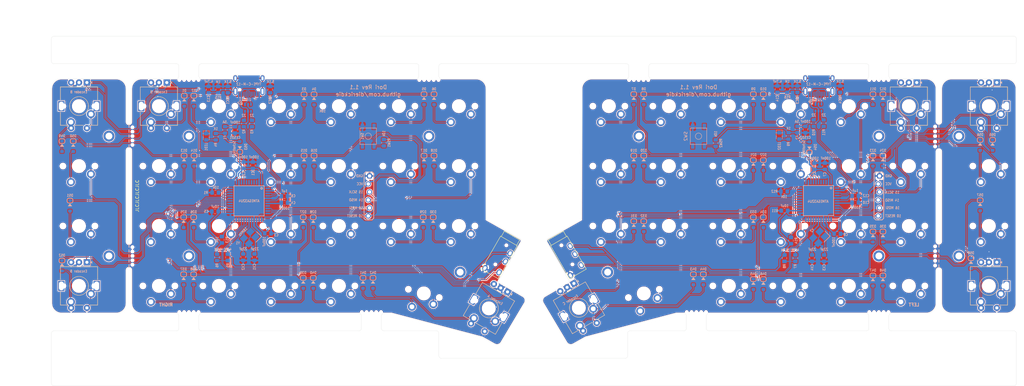
<source format=kicad_pcb>
(kicad_pcb (version 20171130) (host pcbnew "(5.1.2-1)-1")
  (layers (0 F.Cu signal) (31 B.Cu signal) (34 B.Paste user) (35 F.Paste user) (36 B.SilkS user) (37 F.SilkS user) (38 B.Mask user) (39 F.Mask user) (44 Edge.Cuts user))
  (net 0 "")
  (net 1 "Net-(D1-Pad2)")
  (net 2 "Net-(D2-Pad2)")
  (net 3 "Net-(D3-Pad2)")
  (net 4 "Net-(D4-Pad2)")
  (net 5 "Net-(D5-Pad2)")
  (net 6 "Net-(D6-Pad2)")
  (net 7 "Net-(D7-Pad2)")
  (net 8 "Net-(D8-Pad2)")
  (net 9 "Net-(D9-Pad2)")
  (net 10 "Net-(D10-Pad2)")
  (net 11 "Net-(D11-Pad2)")
  (net 12 "Net-(D12-Pad2)")
  (net 13 "Net-(D13-Pad2)")
  (net 14 "Net-(D14-Pad2)")
  (net 15 "Net-(D15-Pad2)")
  (net 16 "Net-(D16-Pad2)")
  (net 17 "Net-(D17-Pad2)")
  (net 18 "Net-(D18-Pad2)")
  (net 19 "Net-(D19-Pad2)")
  (net 20 "Net-(D20-Pad2)")
  (net 21 "Net-(D21-Pad2)")
  (net 22 "Net-(D22-Pad2)")
  (net 23 "Net-(D23-Pad2)")
  (net 24 "Net-(D24-Pad2)")
  (net 25 "Net-(D25-Pad2)")
  (net 26 "Net-(D26-Pad2)")
  (net 27 "Net-(D27-Pad2)")
  (net 28 "Net-(D28-Pad2)")
  (net 29 "Net-(D29-Pad2)")
  (net 30 "Net-(D30-Pad2)")
  (net 31 "Net-(D31-Pad2)")
  (net 32 "Net-(D32-Pad2)")
  (net 33 "Net-(D33-Pad2)")
  (net 34 "Net-(D34-Pad2)")
  (net 35 "Net-(D35-Pad2)")
  (net 36 "Net-(D36-Pad2)")
  (net 37 "Net-(D37-Pad2)")
  (net 38 "Net-(D38-Pad2)")
  (net 39 "Net-(D39-Pad2)")
  (net 40 "Net-(D40-Pad2)")
  (net 41 "Net-(D41-Pad2)")
  (net 42 "Net-(D42-Pad2)")
  (net 43 "Net-(D43-Pad2)")
  (net 44 "Net-(D44-Pad2)")
  (net 45 "Net-(D45-Pad2)")
  (net 46 "Net-(D46-Pad2)")
  (net 47 "Net-(D47-Pad2)")
  (net 48 "Net-(D48-Pad2)")
  (net 49 VCC)
  (net 50 "Net-(C6-Pad1)")
  (net 51 "Net-(R1-Pad2)")
  (net 52 "Net-(J1-PadB5)")
  (net 53 "Net-(J1-PadA5)")
  (net 54 "Net-(D49-Pad2)")
  (net 55 "Net-(D50-Pad2)")
  (net 56 "Net-(D51-Pad2)")
  (net 57 "Net-(D52-Pad2)")
  (net 58 GND)
  (net 59 "Net-(LED1-Pad2)")
  (net 60 "Net-(C12-Pad1)")
  (net 61 XTAL1a)
  (net 62 XTAL2a)
  (net 63 XTAL1b)
  (net 64 XTAL2b)
  (net 65 VBUSa)
  (net 66 ISP_RSTa)
  (net 67 SDAa)
  (net 68 SCLa)
  (net 69 SDAb)
  (net 70 SCLb)
  (net 71 "Net-(J5-PadB5)")
  (net 72 "Net-(J5-PadA5)")
  (net 73 ISP_RSTb)
  (net 74 "Net-(LED2-Pad2)")
  (net 75 "Net-(R12-Pad2)")
  (net 76 MOSIb)
  (net 77 VBUSb)
  (net 78 col5a)
  (net 79 col4a)
  (net 80 col3a)
  (net 81 row1a)
  (net 82 row0a)
  (net 83 col0a)
  (net 84 row3a)
  (net 85 row2a)
  (net 86 col2a)
  (net 87 col5b)
  (net 88 col4b)
  (net 89 col3b)
  (net 90 row1b)
  (net 91 row0b)
  (net 92 col1b)
  (net 93 col2b)
  (net 94 row2b)
  (net 95 row3b)
  (net 96 col1a)
  (net 97 col0b)
  (net 98 GNDA)
  (net 99 VDD)
  (net 100 HDETECT)
  (net 101 +5V)
  (net 102 +5VA)
  (net 103 HDETECTb)
  (net 104 "Net-(D55-Pad2)")
  (net 105 "Net-(D56-Pad2)")
  (net 106 "Net-(D57-Pad2)")
  (net 107 "Net-(D58-Pad2)")
  (net 108 Enc1a)
  (net 109 Enc1b)
  (net 110 Enc3a)
  (net 111 Enc3b)
  (net 112 Enc0a)
  (net 113 Enc0b)
  (net 114 Enc2a)
  (net 115 Enc2b)
  (net 116 col6a)
  (net 117 col6b)
  (net 118 "Net-(C13-Pad1)")
  (net 119 "Net-(C14-Pad1)")
  (net 120 DBUSa-)
  (net 121 DBUSa+)
  (net 122 "Net-(R2-Pad2)")
  (net 123 Da-)
  (net 124 "Net-(R3-Pad2)")
  (net 125 Da+)
  (net 126 DBUSb-)
  (net 127 DBUSb+)
  (net 128 "Net-(R10-Pad2)")
  (net 129 Db-)
  (net 130 "Net-(R11-Pad2)")
  (net 131 Db+)
  (module Resistor_SMD:R_0805_2012Metric_Pad1.15x1.40mm_HandSolder (layer B.Cu) (at 342.519 46.99 270)
    (fp_text reference RCC4 (at 3.175 0 90) (layer B.SilkS) (effects (font (size 0.8 0.7)) (justify mirror)))
    (fp_text value 5.1K)
    (fp_text user %V (at -2.413 0 180) (layer B.SilkS) (effects (font (size 0.8 0.7)) (justify mirror)))
    (pad 2 smd roundrect (at 1.025 0 270) (size 1.15 1.4) (layers B.Cu B.Paste B.Mask) (roundrect_rratio 0.217391) (net 71 "Net-(J5-PadB5)"))
    (pad 1 smd roundrect (at -1.025 0 270) (size 1.15 1.4) (layers B.Cu B.Paste B.Mask) (roundrect_rratio 0.217391) (net 98 GNDA))
  )
  (module Fuse:Fuse_0805_2012Metric_Pad1.15x1.40mm_HandSolder (layer B.Cu) (at 328.93 59.817 90)
    (fp_text reference F2 (at -2.54 0 270) (layer B.SilkS) (effects (font (size 0.8 0.7)) (justify mirror)))
    (fp_text value .5A)
    (fp_text user %V (at 2.54 0 180) (layer B.SilkS) (effects (font (size 0.8 0.7)) (justify mirror)))
    (pad 2 smd roundrect (at 1.025 0 90) (size 1.15 1.4) (layers B.Cu B.Paste B.Mask) (roundrect_rratio 0.217391) (net 77 VBUSb))
    (pad 1 smd roundrect (at -1.025 0 90) (size 1.15 1.4) (layers B.Cu B.Paste B.Mask) (roundrect_rratio 0.217391) (net 102 +5VA))
  )
  (module Fuse:Fuse_0805_2012Metric_Pad1.15x1.40mm_HandSolder (layer B.Cu) (at 147.193 59.944 90)
    (fp_text reference F1 (at -2.413 0 270) (layer B.SilkS) (effects (font (size 0.8 0.7)) (justify mirror)))
    (fp_text value .5A)
    (fp_text user %V (at 2.519002 0.059001 180) (layer B.SilkS) (effects (font (size 0.8 0.7)) (justify mirror)))
    (pad 2 smd roundrect (at 1.025 0 90) (size 1.15 1.4) (layers B.Cu B.Paste B.Mask) (roundrect_rratio 0.217391) (net 65 VBUSa))
    (pad 1 smd roundrect (at -1.025 0 90) (size 1.15 1.4) (layers B.Cu B.Paste B.Mask) (roundrect_rratio 0.217391) (net 101 +5V))
  )
  (module Resistor_SMD:R_0805_2012Metric_Pad1.15x1.40mm_HandSolder (layer B.Cu) (at 325.755 46.99 90)
    (fp_text reference R16 (at -2.54 0 180) (layer B.SilkS) (effects (font (size 0.8 0.7)) (justify mirror)))
    (fp_text value 1M)
    (fp_text user %V (at 2.413 0 180) (layer B.SilkS) (effects (font (size 0.8 0.7)) (justify mirror)))
    (pad 2 smd roundrect (at 1.025 0 90) (size 1.15 1.4) (layers B.Cu B.Paste B.Mask) (roundrect_rratio 0.217391) (net 98 GNDA))
    (pad 1 smd roundrect (at -1.025 0 90) (size 1.15 1.4) (layers B.Cu B.Paste B.Mask) (roundrect_rratio 0.217391) (net 119 "Net-(C14-Pad1)"))
  )
  (module Resistor_SMD:R_0805_2012Metric_Pad1.15x1.40mm_HandSolder (layer B.Cu) (at 145.034 47.117 90)
    (fp_text reference R15 (at -2.54 0 180) (layer B.SilkS) (effects (font (size 0.8 0.7)) (justify mirror)))
    (fp_text value 1M)
    (fp_text user %V (at 2.413 0 180) (layer B.SilkS) (effects (font (size 0.8 0.7)) (justify mirror)))
    (pad 2 smd roundrect (at 1.025 0 90) (size 1.15 1.4) (layers B.Cu B.Paste B.Mask) (roundrect_rratio 0.217391) (net 58 GND))
    (pad 1 smd roundrect (at -1.025 0 90) (size 1.15 1.4) (layers B.Cu B.Paste B.Mask) (roundrect_rratio 0.217391) (net 118 "Net-(C13-Pad1)"))
  )
  (module Keeb_footprints:MX100 (layer F.Cu) (at 183.38165 90.4748)
    (fp_text reference K28)
    (fp_text value KEYSW)
    (pad 1 thru_hole circle (at 3.7846 2.5527 270) (size 2.54 2.54) (drill 1.525) (layers *.Cu *.Mask) (net 80 col3a))
    (pad 2 thru_hole circle (at -2.5654 5.0927) (size 2.54 2.54) (drill 1.525) (layers *.Cu *.Mask) (net 28 "Net-(D28-Pad2)"))
    (pad "" np_thru_hole circle (at -5.1054 0.0127) (size 1.7018 1.7018) (drill 1.7018) (layers *.Cu *.Mask))
    (pad "" np_thru_hole circle (at 5.0546 0.0127) (size 1.7018 1.7018) (drill 1.7018) (layers *.Cu *.Mask))
    (pad "" np_thru_hole circle (at -0.0254 0.0127) (size 3.9878 3.9878) (drill 3.9878) (layers *.Cu *.Mask))
  )
  (module Capacitor_SMD:C_0805_2012Metric_Pad1.15x1.40mm_HandSolder (layer B.Cu) (at 331.47 59.817 90)
    (fp_text reference CESD2 (at -2.54 -0.0254 180) (layer B.SilkS) (effects (font (size 0.8 0.7)) (justify mirror)))
    (fp_text value 100nF)
    (fp_text user %V (at 2.54 0 180) (layer B.SilkS) (effects (font (size 0.8 0.7)) (justify mirror)))
    (pad 2 smd roundrect (at 1.025 0 90) (size 1.15 1.4) (layers B.Cu B.Paste B.Mask) (roundrect_rratio 0.217391) (net 77 VBUSb))
    (pad 1 smd roundrect (at -1.025 0 90) (size 1.15 1.4) (layers B.Cu B.Paste B.Mask) (roundrect_rratio 0.217391) (net 98 GNDA))
  )
  (module Capacitor_SMD:C_0805_2012Metric_Pad1.15x1.40mm_HandSolder (layer B.Cu) (at 150.368 59.944 90)
    (fp_text reference CESD1 (at -2.413 0 180) (layer B.SilkS) (effects (font (size 0.8 0.7)) (justify mirror)))
    (fp_text value 100nF)
    (fp_text user %V (at 2.413 0 180) (layer B.SilkS) (effects (font (size 0.8 0.7)) (justify mirror)))
    (pad 2 smd roundrect (at 1.025 0 90) (size 1.15 1.4) (layers B.Cu B.Paste B.Mask) (roundrect_rratio 0.217391) (net 65 VBUSa))
    (pad 1 smd roundrect (at -1.025 0 90) (size 1.15 1.4) (layers B.Cu B.Paste B.Mask) (roundrect_rratio 0.217391) (net 58 GND))
  )
  (module Capacitor_SMD:C_0805_2012Metric_Pad1.15x1.40mm_HandSolder (layer B.Cu) (at 322.58 46.99 90)
    (fp_text reference C14 (at -2.921 0 90) (layer B.SilkS) (effects (font (size 0.8 0.7)) (justify mirror)))
    (fp_text value 4.7nF)
    (fp_text user %V (at 2.413 0 180) (layer B.SilkS) (effects (font (size 0.8 0.7)) (justify mirror)))
    (pad 2 smd roundrect (at 1.025 0 90) (size 1.15 1.4) (layers B.Cu B.Paste B.Mask) (roundrect_rratio 0.217391) (net 98 GNDA))
    (pad 1 smd roundrect (at -1.025 0 90) (size 1.15 1.4) (layers B.Cu B.Paste B.Mask) (roundrect_rratio 0.217391) (net 119 "Net-(C14-Pad1)"))
  )
  (module Capacitor_SMD:C_0805_2012Metric_Pad1.15x1.40mm_HandSolder (layer B.Cu) (at 141.986 47.117 90)
    (fp_text reference C13 (at -2.921 -0.0254 90) (layer B.SilkS) (effects (font (size 0.8 0.7)) (justify mirror)))
    (fp_text value 4.7nF)
    (fp_text user %V (at 2.54 0 180) (layer B.SilkS) (effects (font (size 0.8 0.7)) (justify mirror)))
    (pad 2 smd roundrect (at 1.025 0 90) (size 1.15 1.4) (layers B.Cu B.Paste B.Mask) (roundrect_rratio 0.217391) (net 58 GND))
    (pad 1 smd roundrect (at -1.025 0 90) (size 1.15 1.4) (layers B.Cu B.Paste B.Mask) (roundrect_rratio 0.217391) (net 118 "Net-(C13-Pad1)"))
  )
  (module Keeb_footprints:MX100 (layer F.Cu) (at 100.83165 90.4748)
    (fp_text reference K51)
    (fp_text value KEYSW)
    (pad 1 thru_hole circle (at 3.7846 2.5527 270) (size 2.54 2.54) (drill 1.525) (layers *.Cu *.Mask) (net 116 col6a))
    (pad 2 thru_hole circle (at -2.5654 5.0927) (size 2.54 2.54) (drill 1.525) (layers *.Cu *.Mask) (net 56 "Net-(D51-Pad2)"))
    (pad "" np_thru_hole circle (at -5.1054 0.0127) (size 1.7018 1.7018) (drill 1.7018) (layers *.Cu *.Mask))
    (pad "" np_thru_hole circle (at 5.0546 0.0127) (size 1.7018 1.7018) (drill 1.7018) (layers *.Cu *.Mask))
    (pad "" np_thru_hole circle (at -0.0254 0.0127) (size 3.9878 3.9878) (drill 3.9878) (layers *.Cu *.Mask))
  )
  (module Keeb_footprints:MX100 (layer F.Cu) (at 288.15665 90.4748)
    (fp_text reference K32)
    (fp_text value KEYSW)
    (pad 1 thru_hole circle (at 3.7846 2.5527 270) (size 2.54 2.54) (drill 1.525) (layers *.Cu *.Mask) (net 92 col1b))
    (pad 2 thru_hole circle (at -2.5654 5.0927) (size 2.54 2.54) (drill 1.525) (layers *.Cu *.Mask) (net 32 "Net-(D32-Pad2)"))
    (pad "" np_thru_hole circle (at -5.1054 0.0127) (size 1.7018 1.7018) (drill 1.7018) (layers *.Cu *.Mask))
    (pad "" np_thru_hole circle (at 5.0546 0.0127) (size 1.7018 1.7018) (drill 1.7018) (layers *.Cu *.Mask))
    (pad "" np_thru_hole circle (at -0.0254 0.0127) (size 3.9878 3.9878) (drill 3.9878) (layers *.Cu *.Mask))
  )
  (module Keeb_footprints:MX100 (layer F.Cu) (at 269.10665 90.4748)
    (fp_text reference K31)
    (fp_text value KEYSW)
    (pad 1 thru_hole circle (at 3.7846 2.5527 270) (size 2.54 2.54) (drill 1.525) (layers *.Cu *.Mask) (net 97 col0b))
    (pad 2 thru_hole circle (at -2.5654 5.0927) (size 2.54 2.54) (drill 1.525) (layers *.Cu *.Mask) (net 31 "Net-(D31-Pad2)"))
    (pad "" np_thru_hole circle (at -5.1054 0.0127) (size 1.7018 1.7018) (drill 1.7018) (layers *.Cu *.Mask))
    (pad "" np_thru_hole circle (at 5.0546 0.0127) (size 1.7018 1.7018) (drill 1.7018) (layers *.Cu *.Mask))
    (pad "" np_thru_hole circle (at -0.0254 0.0127) (size 3.9878 3.9878) (drill 3.9878) (layers *.Cu *.Mask))
  )
  (module Keeb_footprints:MX100 (layer F.Cu) (at 221.48165 71.4248)
    (fp_text reference K18)
    (fp_text value KEYSW)
    (pad 1 thru_hole circle (at 3.7846 2.5527 270) (size 2.54 2.54) (drill 1.525) (layers *.Cu *.Mask) (net 78 col5a))
    (pad 2 thru_hole circle (at -2.5654 5.0927) (size 2.54 2.54) (drill 1.525) (layers *.Cu *.Mask) (net 18 "Net-(D18-Pad2)"))
    (pad "" np_thru_hole circle (at -5.1054 0.0127) (size 1.7018 1.7018) (drill 1.7018) (layers *.Cu *.Mask))
    (pad "" np_thru_hole circle (at 5.0546 0.0127) (size 1.7018 1.7018) (drill 1.7018) (layers *.Cu *.Mask))
    (pad "" np_thru_hole circle (at -0.0254 0.0127) (size 3.9878 3.9878) (drill 3.9878) (layers *.Cu *.Mask))
  )
  (module Keeb_footprints:MX100 (layer F.Cu) (at 389.75665 52.3748)
    (fp_text reference K53)
    (fp_text value KEYSW)
    (pad 1 thru_hole circle (at 3.7846 2.5527 270) (size 2.54 2.54) (drill 1.525) (layers *.Cu *.Mask) (net 117 col6b))
    (pad 2 thru_hole circle (at -2.5654 5.0927) (size 2.54 2.54) (drill 1.525) (layers *.Cu *.Mask) (net 104 "Net-(D55-Pad2)"))
    (pad "" np_thru_hole circle (at -5.1054 0.0127) (size 1.7018 1.7018) (drill 1.7018) (layers *.Cu *.Mask))
    (pad "" np_thru_hole circle (at 5.0546 0.0127) (size 1.7018 1.7018) (drill 1.7018) (layers *.Cu *.Mask))
    (pad "" np_thru_hole circle (at -0.0254 0.0127) (size 3.9878 3.9878) (drill 3.9878) (layers *.Cu *.Mask))
  )
  (module Keeb_footprints:MX100 (layer F.Cu) (at 389.75665 71.4248)
    (fp_text reference K54)
    (fp_text value KEYSW)
    (pad 1 thru_hole circle (at 3.7846 2.5527 270) (size 2.54 2.54) (drill 1.525) (layers *.Cu *.Mask) (net 117 col6b))
    (pad 2 thru_hole circle (at -2.5654 5.0927) (size 2.54 2.54) (drill 1.525) (layers *.Cu *.Mask) (net 105 "Net-(D56-Pad2)"))
    (pad "" np_thru_hole circle (at -5.1054 0.0127) (size 1.7018 1.7018) (drill 1.7018) (layers *.Cu *.Mask))
    (pad "" np_thru_hole circle (at 5.0546 0.0127) (size 1.7018 1.7018) (drill 1.7018) (layers *.Cu *.Mask))
    (pad "" np_thru_hole circle (at -0.0254 0.0127) (size 3.9878 3.9878) (drill 3.9878) (layers *.Cu *.Mask))
  )
  (module random-keyboard-parts:Generic-Mounthole (layer F.Cu) (at 380.20625 100.0125)
    (fp_text reference H12)
    (fp_text value MountingHole)
    (pad 1 thru_hole circle (at 0 0) (size 3.5 3.5) (drill 2.2) (layers *.Cu *.Mask))
  )
  (module random-keyboard-parts:Generic-Mounthole (layer F.Cu) (at 380.20625 61.9125)
    (fp_text reference H11)
    (fp_text value MountingHole)
    (pad 1 thru_hole circle (at 0 0) (size 3.5 3.5) (drill 2.2) (layers *.Cu *.Mask))
  )
  (module Keeb_footprints:MouseBite_IPC7351 (layer F.Cu) (at 372.665625 61.9125 90)
    (fp_text reference U15)
    (fp_text value HOLE)
    (pad "" np_thru_hole circle (at -3.302 0 90) (size 0.8 0.8) (drill 0.8) (layers *.Cu *.Mask))
    (pad "" np_thru_hole circle (at -1.778 0 90) (size 0.8 0.8) (drill 0.8) (layers *.Cu *.Mask))
    (pad "" np_thru_hole circle (at 3.048 0 90) (size 0.8 0.8) (drill 0.8) (layers *.Cu *.Mask))
    (pad "" np_thru_hole circle (at 1.524 0 90) (size 0.8 0.8) (drill 0.8) (layers *.Cu *.Mask))
    (pad "" np_thru_hole circle (at 0 0 90) (size 0.8 0.8) (drill 0.8) (layers *.Cu *.Mask))
  )
  (module Keeb_footprints:MouseBite_IPC7351 (layer F.Cu) (at 372.665625 100.0125 90)
    (fp_text reference U16)
    (fp_text value HOLE)
    (pad "" np_thru_hole circle (at -3.048 0 90) (size 0.8 0.8) (drill 0.8) (layers *.Cu *.Mask))
    (pad "" np_thru_hole circle (at -1.524 0 90) (size 0.8 0.8) (drill 0.8) (layers *.Cu *.Mask))
    (pad "" np_thru_hole circle (at 3.048 0 90) (size 0.8 0.8) (drill 0.8) (layers *.Cu *.Mask))
    (pad "" np_thru_hole circle (at 1.524 0 90) (size 0.8 0.8) (drill 0.8) (layers *.Cu *.Mask))
    (pad "" np_thru_hole circle (at 0 0 90) (size 0.8 0.8) (drill 0.8) (layers *.Cu *.Mask))
  )
  (module Keebio-Parts:RotaryEncoder_EC11 (layer F.Cu) (at 364.33125 52.3875 270)
    (fp_text reference SW7)
    (fp_text value Rotary_Encoder_Switch)
    (pad A thru_hole rect (at -7.5 -2.5 270) (size 2 2) (drill 1) (layers *.Cu *.Mask) (net 110 Enc3a))
    (pad C thru_hole circle (at -7.5 0 270) (size 2 2) (drill 1) (layers *.Cu *.Mask) (net 98 GNDA))
    (pad B thru_hole circle (at -7.5 2.5 270) (size 2 2) (drill 1) (layers *.Cu *.Mask) (net 111 Enc3b))
    (pad MP thru_hole rect (at 0 -5.6 270) (size 3.2 2) (drill oval 2.8 1.5) (layers *.Cu *.Mask))
    (pad MP thru_hole rect (at 0 5.6 270) (size 3.2 2) (drill oval 2.8 1.5) (layers *.Cu *.Mask))
    (pad S2 thru_hole circle (at 7 -2.5 270) (size 2 2) (drill 1) (layers *.Cu *.Mask) (net 87 col5b))
    (pad S1 thru_hole circle (at 7 2.5 270) (size 2 2) (drill 1) (layers *.Cu *.Mask) (net 12 "Net-(D12-Pad2)"))
  )
  (module Keebio-Parts:RotaryEncoder_EC11 (layer F.Cu) (at 389.75665 109.5248 270)
    (fp_text reference SW6)
    (fp_text value Rotary_Encoder_Switch)
    (pad A thru_hole rect (at -7.5 -2.5 270) (size 2 2) (drill 1) (layers *.Cu *.Mask) (net 110 Enc3a))
    (pad C thru_hole circle (at -7.5 0 270) (size 2 2) (drill 1) (layers *.Cu *.Mask) (net 98 GNDA))
    (pad B thru_hole circle (at -7.5 2.5 270) (size 2 2) (drill 1) (layers *.Cu *.Mask) (net 111 Enc3b))
    (pad MP thru_hole rect (at 0 -5.6 270) (size 3.2 2) (drill oval 2.8 1.5) (layers *.Cu *.Mask))
    (pad MP thru_hole rect (at 0 5.6 270) (size 3.2 2) (drill oval 2.8 1.5) (layers *.Cu *.Mask))
    (pad S2 thru_hole circle (at 7 -2.5 270) (size 2 2) (drill 1) (layers *.Cu *.Mask) (net 117 col6b))
    (pad S1 thru_hole circle (at 7 2.5 270) (size 2 2) (drill 1) (layers *.Cu *.Mask) (net 107 "Net-(D58-Pad2)"))
  )
  (module Keebio-Parts:RotaryEncoder_EC11 (layer F.Cu) (at 389.75665 52.3748 270)
    (fp_text reference SW5)
    (fp_text value Rotary_Encoder_Switch)
    (pad A thru_hole rect (at -7.5 -2.5 270) (size 2 2) (drill 1) (layers *.Cu *.Mask) (net 110 Enc3a))
    (pad C thru_hole circle (at -7.5 0 270) (size 2 2) (drill 1) (layers *.Cu *.Mask) (net 98 GNDA))
    (pad B thru_hole circle (at -7.5 2.5 270) (size 2 2) (drill 1) (layers *.Cu *.Mask) (net 111 Enc3b))
    (pad MP thru_hole rect (at 0 -5.6 270) (size 3.2 2) (drill oval 2.8 1.5) (layers *.Cu *.Mask))
    (pad MP thru_hole rect (at 0 5.6 270) (size 3.2 2) (drill oval 2.8 1.5) (layers *.Cu *.Mask))
    (pad S2 thru_hole circle (at 7 -2.5 270) (size 2 2) (drill 1) (layers *.Cu *.Mask) (net 117 col6b))
    (pad S1 thru_hole circle (at 7 2.5 270) (size 2 2) (drill 1) (layers *.Cu *.Mask) (net 104 "Net-(D55-Pad2)"))
  )
  (module Keeb_footprints:MX100 (layer F.Cu) (at 389.75665 109.5248)
    (fp_text reference K56)
    (fp_text value KEYSW)
    (pad 1 thru_hole circle (at 3.7846 2.5527 270) (size 2.54 2.54) (drill 1.525) (layers *.Cu *.Mask) (net 117 col6b))
    (pad 2 thru_hole circle (at -2.5654 5.0927) (size 2.54 2.54) (drill 1.525) (layers *.Cu *.Mask) (net 107 "Net-(D58-Pad2)"))
    (pad "" np_thru_hole circle (at -5.1054 0.0127) (size 1.7018 1.7018) (drill 1.7018) (layers *.Cu *.Mask))
    (pad "" np_thru_hole circle (at 5.0546 0.0127) (size 1.7018 1.7018) (drill 1.7018) (layers *.Cu *.Mask))
    (pad "" np_thru_hole circle (at -0.0254 0.0127) (size 3.9878 3.9878) (drill 3.9878) (layers *.Cu *.Mask))
  )
  (module Keeb_footprints:MX100 (layer F.Cu) (at 389.75665 90.4748)
    (fp_text reference K55)
    (fp_text value KEYSW)
    (pad 1 thru_hole circle (at 3.7846 2.5527 270) (size 2.54 2.54) (drill 1.525) (layers *.Cu *.Mask) (net 117 col6b))
    (pad 2 thru_hole circle (at -2.5654 5.0927) (size 2.54 2.54) (drill 1.525) (layers *.Cu *.Mask) (net 106 "Net-(D57-Pad2)"))
    (pad "" np_thru_hole circle (at -5.1054 0.0127) (size 1.7018 1.7018) (drill 1.7018) (layers *.Cu *.Mask))
    (pad "" np_thru_hole circle (at 5.0546 0.0127) (size 1.7018 1.7018) (drill 1.7018) (layers *.Cu *.Mask))
    (pad "" np_thru_hole circle (at -0.0254 0.0127) (size 3.9878 3.9878) (drill 3.9878) (layers *.Cu *.Mask))
  )
  (module Keeb_footprints:D_SOD-123_modified (layer B.Cu) (at 384.048 102.362 270)
    (fp_text reference D58 (at -3.302 0 180) (layer B.SilkS) (effects (font (size 0.8 0.7)) (justify mirror)))
    (fp_text value D)
    (pad 2 smd roundrect (at 1.65 0 270) (size 1 1.2) (layers B.Cu B.Paste B.Mask) (net 107 "Net-(D58-Pad2)"))
    (pad 1 smd roundrect (at -1.65 0 270) (size 1 1.2) (layers B.Cu B.Paste B.Mask) (net 95 row3b))
  )
  (module Keeb_footprints:D_SOD-123_modified (layer B.Cu) (at 386.969 83.947 270)
    (fp_text reference D57 (at -3.302 0 180) (layer B.SilkS) (effects (font (size 0.8 0.7)) (justify mirror)))
    (fp_text value D)
    (pad 2 smd roundrect (at 1.65 0 270) (size 1 1.2) (layers B.Cu B.Paste B.Mask) (net 106 "Net-(D57-Pad2)"))
    (pad 1 smd roundrect (at -1.65 0 270) (size 1 1.2) (layers B.Cu B.Paste B.Mask) (net 94 row2b))
  )
  (module Keeb_footprints:D_SOD-123_modified (layer B.Cu) (at 386.969 64.77 270)
    (fp_text reference D56 (at -3.302 0) (layer B.SilkS) (effects (font (size 0.8 0.7)) (justify mirror)))
    (fp_text value D)
    (pad 2 smd roundrect (at 1.65 0 270) (size 1 1.2) (layers B.Cu B.Paste B.Mask) (net 105 "Net-(D56-Pad2)"))
    (pad 1 smd roundrect (at -1.65 0 270) (size 1 1.2) (layers B.Cu B.Paste B.Mask) (net 90 row1b))
  )
  (module Keeb_footprints:D_SOD-123_modified (layer B.Cu) (at 390.906 64.77 270)
    (fp_text reference D55 (at -3.302 0 180) (layer B.SilkS) (effects (font (size 0.8 0.7)) (justify mirror)))
    (fp_text value D)
    (pad 2 smd roundrect (at 1.65 0 270) (size 1 1.2) (layers B.Cu B.Paste B.Mask) (net 104 "Net-(D55-Pad2)"))
    (pad 1 smd roundrect (at -1.65 0 270) (size 1 1.2) (layers B.Cu B.Paste B.Mask) (net 91 row0b))
  )
  (module Capacitor_SMD:C_0805_2012Metric_Pad1.15x1.40mm_HandSolder (layer B.Cu) (at 341.603 92.964)
    (fp_text reference C8 (at 2.667 0.254) (layer B.SilkS) (effects (font (size 0.8 0.7)) (justify mirror)))
    (fp_text value 100nF)
    (fp_text user %V (at -1.143 2.667 270) (layer B.SilkS) (effects (font (size 0.8 0.7)) (justify mirror)))
    (pad 2 smd roundrect (at 1.025 0) (size 1.15 1.4) (layers B.Cu B.Paste B.Mask) (roundrect_rratio 0.217391) (net 98 GNDA))
    (pad 1 smd roundrect (at -1.025 0) (size 1.15 1.4) (layers B.Cu B.Paste B.Mask) (roundrect_rratio 0.217391) (net 99 VDD))
  )
  (module Resistor_SMD:R_0805_2012Metric_Pad1.15x1.40mm_HandSolder (layer B.Cu) (at 326.898 95.123 90)
    (fp_text reference R14 (at 0 1.65 90) (layer B.SilkS) (effects (font (size 0.8 0.7)) (justify mirror)))
    (fp_text value 10K)
    (fp_text user %V (at 2.921 0 90) (layer B.SilkS) (effects (font (size 0.8 0.7)) (justify mirror)))
    (pad 2 smd roundrect (at 1.025 0 90) (size 1.15 1.4) (layers B.Cu B.Paste B.Mask) (roundrect_rratio 0.217391) (net 103 HDETECTb))
    (pad 1 smd roundrect (at -1.025 0 90) (size 1.15 1.4) (layers B.Cu B.Paste B.Mask) (roundrect_rratio 0.217391) (net 99 VDD))
  )
  (module Keeb_footprints:MouseBite_IPC7351 (layer F.Cu) (at 278.54 44.08)
    (fp_text reference U14)
    (fp_text value HOLE)
    (pad "" np_thru_hole circle (at -3.048 0) (size 0.8 0.8) (drill 0.8) (layers *.Cu *.Mask))
    (pad "" np_thru_hole circle (at -1.524 0) (size 0.8 0.8) (drill 0.8) (layers *.Cu *.Mask))
    (pad "" np_thru_hole circle (at 3.048 0) (size 0.8 0.8) (drill 0.8) (layers *.Cu *.Mask))
    (pad "" np_thru_hole circle (at 1.524 0) (size 0.8 0.8) (drill 0.8) (layers *.Cu *.Mask))
    (pad "" np_thru_hole circle (at 0 0) (size 0.8 0.8) (drill 0.8) (layers *.Cu *.Mask))
  )
  (module Keeb_footprints:MouseBite_IPC7351 (layer F.Cu) (at 354.80625 44.053125)
    (fp_text reference U13)
    (fp_text value HOLE)
    (pad "" np_thru_hole circle (at -3.048 0) (size 0.8 0.8) (drill 0.8) (layers *.Cu *.Mask))
    (pad "" np_thru_hole circle (at -1.524 0) (size 0.8 0.8) (drill 0.8) (layers *.Cu *.Mask))
    (pad "" np_thru_hole circle (at 3.048 0) (size 0.8 0.8) (drill 0.8) (layers *.Cu *.Mask))
    (pad "" np_thru_hole circle (at 1.524 0) (size 0.8 0.8) (drill 0.8) (layers *.Cu *.Mask))
    (pad "" np_thru_hole circle (at 0 0) (size 0.8 0.8) (drill 0.8) (layers *.Cu *.Mask))
  )
  (module Keeb_footprints:MouseBite_IPC7351 (layer F.Cu) (at 135.73125 44.053125)
    (fp_text reference U9)
    (fp_text value HOLE)
    (pad "" np_thru_hole circle (at -3.048 0) (size 0.8 0.8) (drill 0.8) (layers *.Cu *.Mask))
    (pad "" np_thru_hole circle (at -1.524 0) (size 0.8 0.8) (drill 0.8) (layers *.Cu *.Mask))
    (pad "" np_thru_hole circle (at 3.048 0) (size 0.8 0.8) (drill 0.8) (layers *.Cu *.Mask))
    (pad "" np_thru_hole circle (at 1.524 0) (size 0.8 0.8) (drill 0.8) (layers *.Cu *.Mask))
    (pad "" np_thru_hole circle (at 0 0) (size 0.8 0.8) (drill 0.8) (layers *.Cu *.Mask))
  )
  (module Keeb_footprints:MouseBite_IPC7351 (layer F.Cu) (at 211.93125 44.053125)
    (fp_text reference U2)
    (fp_text value HOLE)
    (pad "" np_thru_hole circle (at -3.048 0) (size 0.8 0.8) (drill 0.8) (layers *.Cu *.Mask))
    (pad "" np_thru_hole circle (at -1.524 0) (size 0.8 0.8) (drill 0.8) (layers *.Cu *.Mask))
    (pad "" np_thru_hole circle (at 3.048 0) (size 0.8 0.8) (drill 0.8) (layers *.Cu *.Mask))
    (pad "" np_thru_hole circle (at 1.524 0) (size 0.8 0.8) (drill 0.8) (layers *.Cu *.Mask))
    (pad "" np_thru_hole circle (at 0 0) (size 0.8 0.8) (drill 0.8) (layers *.Cu *.Mask))
  )
  (module Keeb_footprints:D_SOD-123_modified (layer B.Cu) (at 332.74 65.405 90)
    (fp_text reference D54 (at 0 1.905 270) (layer B.SilkS) (effects (font (size 0.8 0.7)) (justify mirror)))
    (fp_text value Schottky (at 0 -1.778 90) (layer B.SilkS) (effects (font (size 0.8 0.7)) (justify mirror)))
    (pad 2 smd roundrect (at 1.65 0 90) (size 1 1.2) (layers B.Cu B.Paste B.Mask) (net 102 +5VA))
    (pad 1 smd roundrect (at -1.65 0 90) (size 1 1.2) (layers B.Cu B.Paste B.Mask) (net 99 VDD))
  )
  (module Keeb_footprints:D_SOD-123_modified (layer B.Cu) (at 151.892 65.278 90)
    (fp_text reference D53 (at 0 1.905 270) (layer B.SilkS) (effects (font (size 0.8 0.7)) (justify mirror)))
    (fp_text value Schottky (at -0.381 -1.778 90) (layer B.SilkS) (effects (font (size 0.8 0.7)) (justify mirror)))
    (pad 2 smd roundrect (at 1.65 0 90) (size 1 1.2) (layers B.Cu B.Paste B.Mask) (net 101 +5V))
    (pad 1 smd roundrect (at -1.65 0 90) (size 1 1.2) (layers B.Cu B.Paste B.Mask) (net 49 VCC))
  )
  (module Resistor_SMD:R_0805_2012Metric_Pad1.15x1.40mm_HandSolder (layer B.Cu) (at 146.177 94.869 90)
    (fp_text reference R13 (at 0 1.65 90) (layer B.SilkS) (effects (font (size 0.8 0.7)) (justify mirror)))
    (fp_text value 10K)
    (fp_text user %V (at 0 -1.524 90) (layer B.SilkS) (effects (font (size 0.8 0.7)) (justify mirror)))
    (pad 2 smd roundrect (at 1.025 0 90) (size 1.15 1.4) (layers B.Cu B.Paste B.Mask) (roundrect_rratio 0.217391) (net 100 HDETECT))
    (pad 1 smd roundrect (at -1.025 0 90) (size 1.15 1.4) (layers B.Cu B.Paste B.Mask) (roundrect_rratio 0.217391) (net 49 VCC))
  )
  (module Resistor_SMD:R_0805_2012Metric_Pad1.15x1.40mm_HandSolder (layer B.Cu) (at 148.082 100.457 270)
    (fp_text reference R5 (at 2.54 0 270) (layer B.SilkS) (effects (font (size 0.8 0.7)) (justify mirror)))
    (fp_text value 4.7K)
    (fp_text user %V (at -2.54 0 180) (layer B.SilkS) (effects (font (size 0.8 0.7)) (justify mirror)))
    (pad 2 smd roundrect (at 1.025 0 270) (size 1.15 1.4) (layers B.Cu B.Paste B.Mask) (roundrect_rratio 0.217391) (net 68 SCLa))
    (pad 1 smd roundrect (at -1.025 0 270) (size 1.15 1.4) (layers B.Cu B.Paste B.Mask) (roundrect_rratio 0.217391) (net 49 VCC))
  )
  (module Keeb_footprints:MX100 (layer F.Cu) (at 326.25665 109.5248)
    (fp_text reference K46)
    (fp_text value KEYSW)
    (pad 1 thru_hole circle (at 3.7846 2.5527 270) (size 2.54 2.54) (drill 1.525) (layers *.Cu *.Mask) (net 89 col3b))
    (pad 2 thru_hole circle (at -2.5654 5.0927) (size 2.54 2.54) (drill 1.525) (layers *.Cu *.Mask) (net 46 "Net-(D46-Pad2)"))
    (pad "" np_thru_hole circle (at -5.1054 0.0127) (size 1.7018 1.7018) (drill 1.7018) (layers *.Cu *.Mask))
    (pad "" np_thru_hole circle (at 5.0546 0.0127) (size 1.7018 1.7018) (drill 1.7018) (layers *.Cu *.Mask))
    (pad "" np_thru_hole circle (at -0.0254 0.0127) (size 3.9878 3.9878) (drill 3.9878) (layers *.Cu *.Mask))
  )
  (module Keeb_footprints:MouseBite_IPC7351 (layer F.Cu) (at 193.675 117.871875)
    (fp_text reference U7)
    (fp_text value HOLE)
    (pad "" np_thru_hole circle (at -3.048 0) (size 0.8 0.8) (drill 0.8) (layers *.Cu *.Mask))
    (pad "" np_thru_hole circle (at -1.524 0) (size 0.8 0.8) (drill 0.8) (layers *.Cu *.Mask))
    (pad "" np_thru_hole circle (at 3.048 0) (size 0.8 0.8) (drill 0.8) (layers *.Cu *.Mask))
    (pad "" np_thru_hole circle (at 1.524 0) (size 0.8 0.8) (drill 0.8) (layers *.Cu *.Mask))
    (pad "" np_thru_hole circle (at 0 0) (size 0.8 0.8) (drill 0.8) (layers *.Cu *.Mask))
  )
  (module Keeb_footprints:MouseBite_IPC7351 (layer F.Cu) (at 135.73125 117.871875)
    (fp_text reference U6)
    (fp_text value HOLE)
    (pad "" np_thru_hole circle (at -3.048 0) (size 0.8 0.8) (drill 0.8) (layers *.Cu *.Mask))
    (pad "" np_thru_hole circle (at -1.524 0) (size 0.8 0.8) (drill 0.8) (layers *.Cu *.Mask))
    (pad "" np_thru_hole circle (at 3.048 0) (size 0.8 0.8) (drill 0.8) (layers *.Cu *.Mask))
    (pad "" np_thru_hole circle (at 1.524 0) (size 0.8 0.8) (drill 0.8) (layers *.Cu *.Mask))
    (pad "" np_thru_hole circle (at 0 0) (size 0.8 0.8) (drill 0.8) (layers *.Cu *.Mask))
  )
  (module Keeb_footprints:MouseBite_IPC7351 (layer F.Cu) (at 296.8625 117.871875)
    (fp_text reference U10)
    (fp_text value HOLE)
    (pad "" np_thru_hole circle (at -3.048 0) (size 0.8 0.8) (drill 0.8) (layers *.Cu *.Mask))
    (pad "" np_thru_hole circle (at -1.524 0) (size 0.8 0.8) (drill 0.8) (layers *.Cu *.Mask))
    (pad "" np_thru_hole circle (at 3.048 0) (size 0.8 0.8) (drill 0.8) (layers *.Cu *.Mask))
    (pad "" np_thru_hole circle (at 1.524 0) (size 0.8 0.8) (drill 0.8) (layers *.Cu *.Mask))
    (pad "" np_thru_hole circle (at 0 0) (size 0.8 0.8) (drill 0.8) (layers *.Cu *.Mask))
  )
  (module Keeb_footprints:MouseBite_IPC7351 (layer F.Cu) (at 354.80625 117.871875)
    (fp_text reference U11)
    (fp_text value HOLE)
    (pad "" np_thru_hole circle (at -3.048 0) (size 0.8 0.8) (drill 0.8) (layers *.Cu *.Mask))
    (pad "" np_thru_hole circle (at -1.524 0) (size 0.8 0.8) (drill 0.8) (layers *.Cu *.Mask))
    (pad "" np_thru_hole circle (at 3.048 0) (size 0.8 0.8) (drill 0.8) (layers *.Cu *.Mask))
    (pad "" np_thru_hole circle (at 1.524 0) (size 0.8 0.8) (drill 0.8) (layers *.Cu *.Mask))
    (pad "" np_thru_hole circle (at 0 0) (size 0.8 0.8) (drill 0.8) (layers *.Cu *.Mask))
  )
  (module Keeb_footprints:MouseBite_IPC7351 (layer F.Cu) (at 117.8 61.9125 90)
    (fp_text reference U4)
    (fp_text value HOLE)
    (pad "" np_thru_hole circle (at -2.794 0 90) (size 0.8 0.8) (drill 0.8) (layers *.Cu *.Mask))
    (pad "" np_thru_hole circle (at -1.397 0 90) (size 0.8 0.8) (drill 0.8) (layers *.Cu *.Mask))
    (pad "" np_thru_hole circle (at 2.794 0 90) (size 0.8 0.8) (drill 0.8) (layers *.Cu *.Mask))
    (pad "" np_thru_hole circle (at 1.397 0 90) (size 0.8 0.8) (drill 0.8) (layers *.Cu *.Mask))
    (pad "" np_thru_hole circle (at 0 0 90) (size 0.8 0.8) (drill 0.8) (layers *.Cu *.Mask))
  )
  (module Keeb_footprints:D_SOD-123_modified (layer B.Cu) (at 352.924999 93.911377 270)
    (fp_text reference D35 (at -3.302 0 180) (layer B.SilkS) (effects (font (size 0.8 0.7)) (justify mirror)))
    (fp_text value D)
    (pad 2 smd roundrect (at 1.65 0 270) (size 1 1.2) (layers B.Cu B.Paste B.Mask) (net 35 "Net-(D35-Pad2)"))
    (pad 1 smd roundrect (at -1.65 0 270) (size 1 1.2) (layers B.Cu B.Paste B.Mask) (net 94 row2b))
  )
  (module Keeb_footprints:D_SOD-123_modified (layer B.Cu) (at 356.099999 93.911377 270)
    (fp_text reference D36 (at -3.302 0 180) (layer B.SilkS) (effects (font (size 0.8 0.7)) (justify mirror)))
    (fp_text value D)
    (pad 2 smd roundrect (at 1.65 0 270) (size 1 1.2) (layers B.Cu B.Paste B.Mask) (net 36 "Net-(D36-Pad2)"))
    (pad 1 smd roundrect (at -1.65 0 270) (size 1 1.2) (layers B.Cu B.Paste B.Mask) (net 94 row2b))
  )
  (module Resistor_SMD:R_0805_2012Metric_Pad1.15x1.40mm_HandSolder (layer B.Cu) (at 302.995 64.135 90)
    (fp_text reference RSW2 (at 0 1.65 90) (layer B.SilkS) (effects (font (size 0.8 0.7)) (justify mirror)))
    (fp_text value 10k)
    (fp_text user %V (at 2.921 0 90) (layer B.SilkS) (effects (font (size 0.8 0.7)) (justify mirror)))
    (pad 2 smd roundrect (at 1.025 0 90) (size 1.15 1.4) (layers B.Cu B.Paste B.Mask) (roundrect_rratio 0.217391) (net 102 +5VA))
    (pad 1 smd roundrect (at -1.025 0 90) (size 1.15 1.4) (layers B.Cu B.Paste B.Mask) (roundrect_rratio 0.217391) (net 73 ISP_RSTb))
  )
  (module Resistor_SMD:R_0805_2012Metric_Pad1.15x1.40mm_HandSolder (layer B.Cu) (at 328.93 46.99 270)
    (fp_text reference RCC3 (at 3.302 0 90) (layer B.SilkS) (effects (font (size 0.8 0.7)) (justify mirror)))
    (fp_text value 5.1K)
    (fp_text user %V (at -2.413 0 180) (layer B.SilkS) (effects (font (size 0.8 0.7)) (justify mirror)))
    (pad 2 smd roundrect (at 1.025 0 270) (size 1.15 1.4) (layers B.Cu B.Paste B.Mask) (roundrect_rratio 0.217391) (net 72 "Net-(J5-PadA5)"))
    (pad 1 smd roundrect (at -1.025 0 270) (size 1.15 1.4) (layers B.Cu B.Paste B.Mask) (roundrect_rratio 0.217391) (net 98 GNDA))
  )
  (module Resistor_SMD:R_0805_2012Metric_Pad1.15x1.40mm_HandSolder (layer B.Cu) (at 324.712 79.502)
    (fp_text reference R12 (at -3.048 0) (layer B.SilkS) (effects (font (size 0.8 0.7)) (justify mirror)))
    (fp_text value 10k)
    (fp_text user %V (at 0 1.651) (layer B.SilkS) (effects (font (size 0.8 0.7)) (justify mirror)))
    (pad 2 smd roundrect (at 1.025 0) (size 1.15 1.4) (layers B.Cu B.Paste B.Mask) (roundrect_rratio 0.217391) (net 75 "Net-(R12-Pad2)"))
    (pad 1 smd roundrect (at -1.025 0) (size 1.15 1.4) (layers B.Cu B.Paste B.Mask) (roundrect_rratio 0.217391) (net 98 GNDA))
  )
  (module Resistor_SMD:R_0805_2012Metric_Pad1.15x1.40mm_HandSolder (layer B.Cu) (at 337.285 57.785 90)
    (fp_text reference R11 (at -2.921 0.027 270) (layer B.SilkS) (effects (font (size 0.8 0.7)) (justify mirror)))
    (fp_text value 22)
    (fp_text user %V (at 2.54 0 180) (layer B.SilkS) (effects (font (size 0.8 0.7)) (justify mirror)))
    (pad 2 smd roundrect (at 1.025 0 90) (size 1.15 1.4) (layers B.Cu B.Paste B.Mask) (roundrect_rratio 0.217391) (net 130 "Net-(R11-Pad2)"))
    (pad 1 smd roundrect (at -1.025 0 90) (size 1.15 1.4) (layers B.Cu B.Paste B.Mask) (roundrect_rratio 0.217391) (net 131 Db+))
  )
  (module Resistor_SMD:R_0805_2012Metric_Pad1.15x1.40mm_HandSolder (layer B.Cu) (at 334.11 57.785 90)
    (fp_text reference R10 (at -2.921 0.027 270) (layer B.SilkS) (effects (font (size 0.8 0.7)) (justify mirror)))
    (fp_text value 22)
    (fp_text user %V (at 2.54 0 180) (layer B.SilkS) (effects (font (size 0.8 0.7)) (justify mirror)))
    (pad 2 smd roundrect (at 1.025 0 90) (size 1.15 1.4) (layers B.Cu B.Paste B.Mask) (roundrect_rratio 0.217391) (net 128 "Net-(R10-Pad2)"))
    (pad 1 smd roundrect (at -1.025 0 90) (size 1.15 1.4) (layers B.Cu B.Paste B.Mask) (roundrect_rratio 0.217391) (net 129 Db-))
  )
  (module Resistor_SMD:R_0805_2012Metric_Pad1.15x1.40mm_HandSolder (layer B.Cu) (at 326.109 61.849 90)
    (fp_text reference R9 (at -2.54 0 270) (layer B.SilkS) (effects (font (size 0.8 0.7)) (justify mirror)))
    (fp_text value 1K)
    (fp_text user %V (at 2.413 0 180) (layer B.SilkS) (effects (font (size 0.8 0.7)) (justify mirror)))
    (pad 2 smd roundrect (at 1.025 0 90) (size 1.15 1.4) (layers B.Cu B.Paste B.Mask) (roundrect_rratio 0.217391) (net 102 +5VA))
    (pad 1 smd roundrect (at -1.025 0 90) (size 1.15 1.4) (layers B.Cu B.Paste B.Mask) (roundrect_rratio 0.217391) (net 74 "Net-(LED2-Pad2)"))
  )
  (module Resistor_SMD:R_0805_2012Metric_Pad1.15x1.40mm_HandSolder (layer B.Cu) (at 324.839 100.72 270)
    (fp_text reference R8 (at 2.531 0 270) (layer B.SilkS) (effects (font (size 0.8 0.7)) (justify mirror)))
    (fp_text value 4.7K)
    (fp_text user %V (at -2.549 0 180) (layer B.SilkS) (effects (font (size 0.8 0.7)) (justify mirror)))
    (pad 2 smd roundrect (at 1.025 0 270) (size 1.15 1.4) (layers B.Cu B.Paste B.Mask) (roundrect_rratio 0.217391) (net 69 SDAb))
    (pad 1 smd roundrect (at -1.025 0 270) (size 1.15 1.4) (layers B.Cu B.Paste B.Mask) (roundrect_rratio 0.217391) (net 99 VDD))
  )
  (module Resistor_SMD:R_0805_2012Metric_Pad1.15x1.40mm_HandSolder (layer B.Cu) (at 328.295 100.711 270)
    (fp_text reference R7 (at 2.54 0 270) (layer B.SilkS) (effects (font (size 0.8 0.7)) (justify mirror)))
    (fp_text value 4.7K)
    (fp_text user %V (at -2.54 0 180) (layer B.SilkS) (effects (font (size 0.8 0.7)) (justify mirror)))
    (pad 2 smd roundrect (at 1.025 0 270) (size 1.15 1.4) (layers B.Cu B.Paste B.Mask) (roundrect_rratio 0.217391) (net 70 SCLb))
    (pad 1 smd roundrect (at -1.025 0 270) (size 1.15 1.4) (layers B.Cu B.Paste B.Mask) (roundrect_rratio 0.217391) (net 99 VDD))
  )
  (module Resistor_SMD:R_0805_2012Metric_Pad1.15x1.40mm_HandSolder (layer B.Cu) (at 144.653 100.466 270)
    (fp_text reference R6 (at 2.54 0 270) (layer B.SilkS) (effects (font (size 0.8 0.7)) (justify mirror)))
    (fp_text value 4.7K)
    (fp_text user %V (at -2.54 -0.254 180) (layer B.SilkS) (effects (font (size 0.8 0.7)) (justify mirror)))
    (pad 2 smd roundrect (at 1.025 0 270) (size 1.15 1.4) (layers B.Cu B.Paste B.Mask) (roundrect_rratio 0.217391) (net 67 SDAa))
    (pad 1 smd roundrect (at -1.025 0 270) (size 1.15 1.4) (layers B.Cu B.Paste B.Mask) (roundrect_rratio 0.217391) (net 49 VCC))
  )
  (module Resistor_SMD:R_0805_2012Metric_Pad1.15x1.40mm_HandSolder (layer B.Cu) (at 153.162 57.912 90)
    (fp_text reference R2 (at -2.528998 0.027001 90) (layer B.SilkS) (effects (font (size 0.8 0.7)) (justify mirror)))
    (fp_text value 22)
    (fp_text user %V (at 2.551002 0 180) (layer B.SilkS) (effects (font (size 0.8 0.7)) (justify mirror)))
    (pad 2 smd roundrect (at 1.025 0 90) (size 1.15 1.4) (layers B.Cu B.Paste B.Mask) (roundrect_rratio 0.217391) (net 122 "Net-(R2-Pad2)"))
    (pad 1 smd roundrect (at -1.025 0 90) (size 1.15 1.4) (layers B.Cu B.Paste B.Mask) (roundrect_rratio 0.217391) (net 123 Da-))
  )
  (module Resistor_SMD:R_0805_2012Metric_Pad1.15x1.40mm_HandSolder (layer B.Cu) (at 155.769999 57.912 90)
    (fp_text reference R3 (at -2.528998 -0.056999 270) (layer B.SilkS) (effects (font (size 0.8 0.7)) (justify mirror)))
    (fp_text value 22)
    (fp_text user %V (at 2.551002 -0.056999 180) (layer B.SilkS) (effects (font (size 0.8 0.7)) (justify mirror)))
    (pad 2 smd roundrect (at 1.025 0 90) (size 1.15 1.4) (layers B.Cu B.Paste B.Mask) (roundrect_rratio 0.217391) (net 124 "Net-(R3-Pad2)"))
    (pad 1 smd roundrect (at -1.025 0 90) (size 1.15 1.4) (layers B.Cu B.Paste B.Mask) (roundrect_rratio 0.217391) (net 125 Da+))
  )
  (module Resistor_SMD:R_0805_2012Metric_Pad1.15x1.40mm_HandSolder (layer B.Cu) (at 144.117499 79.862002)
    (fp_text reference R1 (at -3.009499 0.020998) (layer B.SilkS) (effects (font (size 0.8 0.7)) (justify mirror)))
    (fp_text value 10k)
    (fp_text user %V (at 0.165501 -1.630002) (layer B.SilkS) (effects (font (size 0.8 0.7)) (justify mirror)))
    (pad 2 smd roundrect (at 1.025 0) (size 1.15 1.4) (layers B.Cu B.Paste B.Mask) (roundrect_rratio 0.217391) (net 51 "Net-(R1-Pad2)"))
    (pad 1 smd roundrect (at -1.025 0) (size 1.15 1.4) (layers B.Cu B.Paste B.Mask) (roundrect_rratio 0.217391) (net 58 GND))
  )
  (module Resistor_SMD:R_0805_2012Metric_Pad1.15x1.40mm_HandSolder (layer B.Cu) (at 197.623 64.008 90)
    (fp_text reference RSW1 (at 0 1.65 90) (layer B.SilkS) (effects (font (size 0.8 0.7)) (justify mirror)))
    (fp_text value 10k)
    (fp_text user %V (at 2.921 0 90) (layer B.SilkS) (effects (font (size 0.8 0.7)) (justify mirror)))
    (pad 2 smd roundrect (at 1.025 0 90) (size 1.15 1.4) (layers B.Cu B.Paste B.Mask) (roundrect_rratio 0.217391) (net 49 VCC))
    (pad 1 smd roundrect (at -1.025 0 90) (size 1.15 1.4) (layers B.Cu B.Paste B.Mask) (roundrect_rratio 0.217391) (net 66 ISP_RSTa))
  )
  (module Resistor_SMD:R_0805_2012Metric_Pad1.15x1.40mm_HandSolder (layer B.Cu) (at 161.544 47.117 270)
    (fp_text reference RCC2 (at 3.175 0 270) (layer B.SilkS) (effects (font (size 0.8 0.7)) (justify mirror)))
    (fp_text value 5.1K)
    (fp_text user %V (at -2.477002 -0.085001 180) (layer B.SilkS) (effects (font (size 0.8 0.7)) (justify mirror)))
    (pad 2 smd roundrect (at 1.025 0 270) (size 1.15 1.4) (layers B.Cu B.Paste B.Mask) (roundrect_rratio 0.217391) (net 52 "Net-(J1-PadB5)"))
    (pad 1 smd roundrect (at -1.025 0 270) (size 1.15 1.4) (layers B.Cu B.Paste B.Mask) (roundrect_rratio 0.217391) (net 58 GND))
  )
  (module Resistor_SMD:R_0805_2012Metric_Pad1.15x1.40mm_HandSolder (layer B.Cu) (at 148.082 47.117 270)
    (fp_text reference RCC1 (at 3.302 0 90) (layer B.SilkS) (effects (font (size 0.8 0.7)) (justify mirror)))
    (fp_text value 5.1K)
    (fp_text user %V (at -2.477002 0 180) (layer B.SilkS) (effects (font (size 0.8 0.7)) (justify mirror)))
    (pad 2 smd roundrect (at 1.025 0 270) (size 1.15 1.4) (layers B.Cu B.Paste B.Mask) (roundrect_rratio 0.217391) (net 53 "Net-(J1-PadA5)"))
    (pad 1 smd roundrect (at -1.025 0 270) (size 1.15 1.4) (layers B.Cu B.Paste B.Mask) (roundrect_rratio 0.217391) (net 58 GND))
  )
  (module Resistor_SMD:R_0805_2012Metric_Pad1.15x1.40mm_HandSolder (layer B.Cu) (at 144.272 62.103 90)
    (fp_text reference R4 (at -2.54 -0.038 270) (layer B.SilkS) (effects (font (size 0.8 0.7)) (justify mirror)))
    (fp_text value 1K)
    (fp_text user %V (at 2.54 -0.038 180) (layer B.SilkS) (effects (font (size 0.8 0.7)) (justify mirror)))
    (pad 2 smd roundrect (at 1.025 0 90) (size 1.15 1.4) (layers B.Cu B.Paste B.Mask) (roundrect_rratio 0.217391) (net 101 +5V))
    (pad 1 smd roundrect (at -1.025 0 90) (size 1.15 1.4) (layers B.Cu B.Paste B.Mask) (roundrect_rratio 0.217391) (net 59 "Net-(LED1-Pad2)"))
  )
  (module Capacitor_SMD:C_0805_2012Metric_Pad1.15x1.40mm_HandSolder (layer B.Cu) (at 160.793 92.837)
    (fp_text reference C3 (at 2.667 0.508) (layer B.SilkS) (effects (font (size 0.8 0.7)) (justify mirror)))
    (fp_text value 100nF)
    (fp_text user %V (at -1.143 2.667 90) (layer B.SilkS) (effects (font (size 0.8 0.7)) (justify mirror)))
    (pad 2 smd roundrect (at 1.025 0) (size 1.15 1.4) (layers B.Cu B.Paste B.Mask) (roundrect_rratio 0.217391) (net 58 GND))
    (pad 1 smd roundrect (at -1.025 0) (size 1.15 1.4) (layers B.Cu B.Paste B.Mask) (roundrect_rratio 0.217391) (net 49 VCC))
  )
  (module Capacitor_SMD:C_0805_2012Metric_Pad1.15x1.40mm_HandSolder (layer B.Cu) (at 333.602 100.711 270)
    (fp_text reference CX4 (at 2.921 -0.027 90) (layer B.SilkS) (effects (font (size 0.8 0.7)) (justify mirror)))
    (fp_text value 22pF)
    (fp_text user %V (at -2.794 0 180) (layer B.SilkS) (effects (font (size 0.8 0.7)) (justify mirror)))
    (pad 2 smd roundrect (at 1.025 0 270) (size 1.15 1.4) (layers B.Cu B.Paste B.Mask) (roundrect_rratio 0.217391) (net 98 GNDA))
    (pad 1 smd roundrect (at -1.025 0 270) (size 1.15 1.4) (layers B.Cu B.Paste B.Mask) (roundrect_rratio 0.217391) (net 64 XTAL2b))
  )
  (module Capacitor_SMD:C_0805_2012Metric_Pad1.15x1.40mm_HandSolder (layer B.Cu) (at 337.402 100.711 270)
    (fp_text reference CX3 (at 2.921 -0.0254 90) (layer B.SilkS) (effects (font (size 0.8 0.7)) (justify mirror)))
    (fp_text value 22pF)
    (fp_text user %V (at -2.794 -0.01 180) (layer B.SilkS) (effects (font (size 0.8 0.7)) (justify mirror)))
    (pad 2 smd roundrect (at 1.025 0 270) (size 1.15 1.4) (layers B.Cu B.Paste B.Mask) (roundrect_rratio 0.217391) (net 98 GNDA))
    (pad 1 smd roundrect (at -1.025 0 270) (size 1.15 1.4) (layers B.Cu B.Paste B.Mask) (roundrect_rratio 0.217391) (net 63 XTAL1b))
  )
  (module Capacitor_SMD:C_0805_2012Metric_Pad1.15x1.40mm_HandSolder (layer B.Cu) (at 347.318 80.899)
    (fp_text reference C12 (at 3.429 -0.0254) (layer B.SilkS) (effects (font (size 0.8 0.7)) (justify mirror)))
    (fp_text value 1uF)
    (fp_text user %V (at 0 -1.651) (layer B.SilkS) (effects (font (size 0.8 0.7)) (justify mirror)))
    (pad 2 smd roundrect (at 1.025 0) (size 1.15 1.4) (layers B.Cu B.Paste B.Mask) (roundrect_rratio 0.217391) (net 98 GNDA))
    (pad 1 smd roundrect (at -1.025 0) (size 1.15 1.4) (layers B.Cu B.Paste B.Mask) (roundrect_rratio 0.217391) (net 60 "Net-(C12-Pad1)"))
  )
  (module Capacitor_SMD:C_0805_2012Metric_Pad1.15x1.40mm_HandSolder (layer B.Cu) (at 324.839 85.598 180)
    (fp_text reference C11 (at 3.048 -0.0254) (layer B.SilkS) (effects (font (size 0.8 0.7)) (justify mirror)))
    (fp_text value 10uF)
    (fp_text user %V (at 0 1.524) (layer B.SilkS) (effects (font (size 0.8 0.7)) (justify mirror)))
    (pad 2 smd roundrect (at 1.025 0 180) (size 1.15 1.4) (layers B.Cu B.Paste B.Mask) (roundrect_rratio 0.217391) (net 98 GNDA))
    (pad 1 smd roundrect (at -1.025 0 180) (size 1.15 1.4) (layers B.Cu B.Paste B.Mask) (roundrect_rratio 0.217391) (net 99 VDD))
  )
  (module Capacitor_SMD:C_0805_2012Metric_Pad1.15x1.40mm_HandSolder (layer B.Cu) (at 347.318 83.058)
    (fp_text reference C10 (at 3.429 -0.0254) (layer B.SilkS) (effects (font (size 0.8 0.7)) (justify mirror)))
    (fp_text value 100nF)
    (fp_text user %V (at 0 1.524) (layer B.SilkS) (effects (font (size 0.8 0.7)) (justify mirror)))
    (pad 2 smd roundrect (at 1.025 0) (size 1.15 1.4) (layers B.Cu B.Paste B.Mask) (roundrect_rratio 0.217391) (net 98 GNDA))
    (pad 1 smd roundrect (at -1.025 0) (size 1.15 1.4) (layers B.Cu B.Paste B.Mask) (roundrect_rratio 0.217391) (net 99 VDD))
  )
  (module Capacitor_SMD:C_0805_2012Metric_Pad1.15x1.40mm_HandSolder (layer B.Cu) (at 334.364 71.501 90)
    (fp_text reference C9 (at -2.54 0 270) (layer B.SilkS) (effects (font (size 0.8 0.7)) (justify mirror)))
    (fp_text value 100nF)
    (fp_text user %V (at 2.54 -0.254 180) (layer B.SilkS) (effects (font (size 0.8 0.7)) (justify mirror)))
    (pad 2 smd roundrect (at 1.025 0 90) (size 1.15 1.4) (layers B.Cu B.Paste B.Mask) (roundrect_rratio 0.217391) (net 98 GNDA))
    (pad 1 smd roundrect (at -1.025 0 90) (size 1.15 1.4) (layers B.Cu B.Paste B.Mask) (roundrect_rratio 0.217391) (net 99 VDD))
  )
  (module Capacitor_SMD:C_0805_2012Metric_Pad1.15x1.40mm_HandSolder (layer B.Cu) (at 337.666 71.501 90)
    (fp_text reference C7 (at -2.54 0 270) (layer B.SilkS) (effects (font (size 0.8 0.7)) (justify mirror)))
    (fp_text value 100nF)
    (fp_text user %V (at 2.54 0.254 180) (layer B.SilkS) (effects (font (size 0.8 0.7)) (justify mirror)))
    (pad 2 smd roundrect (at 1.025 0 90) (size 1.15 1.4) (layers B.Cu B.Paste B.Mask) (roundrect_rratio 0.217391) (net 98 GNDA))
    (pad 1 smd roundrect (at -1.025 0 90) (size 1.15 1.4) (layers B.Cu B.Paste B.Mask) (roundrect_rratio 0.217391) (net 99 VDD))
  )
  (module Capacitor_SMD:C_0805_2012Metric_Pad1.15x1.40mm_HandSolder (layer B.Cu) (at 166.056999 83.110002)
    (fp_text reference C4 (at 2.8 0) (layer B.SilkS) (effects (font (size 0.8 0.7)) (justify mirror)))
    (fp_text value 100nF)
    (fp_text user %V (at 0 1.725998) (layer B.SilkS) (effects (font (size 0.8 0.7)) (justify mirror)))
    (pad 2 smd roundrect (at 1.025 0) (size 1.15 1.4) (layers B.Cu B.Paste B.Mask) (roundrect_rratio 0.217391) (net 58 GND))
    (pad 1 smd roundrect (at -1.025 0) (size 1.15 1.4) (layers B.Cu B.Paste B.Mask) (roundrect_rratio 0.217391) (net 49 VCC))
  )
  (module Capacitor_SMD:C_0805_2012Metric_Pad1.15x1.40mm_HandSolder (layer B.Cu) (at 144.018 85.852 180)
    (fp_text reference C5 (at 2.8 0) (layer B.SilkS) (effects (font (size 0.8 0.7)) (justify mirror)))
    (fp_text value 10uF)
    (fp_text user %V (at 0 1.524) (layer B.SilkS) (effects (font (size 0.8 0.7)) (justify mirror)))
    (pad 2 smd roundrect (at 1.025 0 180) (size 1.15 1.4) (layers B.Cu B.Paste B.Mask) (roundrect_rratio 0.217391) (net 58 GND))
    (pad 1 smd roundrect (at -1.025 0 180) (size 1.15 1.4) (layers B.Cu B.Paste B.Mask) (roundrect_rratio 0.217391) (net 49 VCC))
  )
  (module Capacitor_SMD:C_0805_2012Metric_Pad1.15x1.40mm_HandSolder (layer B.Cu) (at 156.531999 100.405002 270)
    (fp_text reference CX1 (at 3.079 0 90) (layer B.SilkS) (effects (font (size 0.8 0.7)) (justify mirror)))
    (fp_text value 22pF)
    (fp_text user %V (at -2.615002 -0.059001 180) (layer B.SilkS) (effects (font (size 0.8 0.7)) (justify mirror)))
    (pad 2 smd roundrect (at 1.025 0 270) (size 1.15 1.4) (layers B.Cu B.Paste B.Mask) (roundrect_rratio 0.217391) (net 58 GND))
    (pad 1 smd roundrect (at -1.025 0 270) (size 1.15 1.4) (layers B.Cu B.Paste B.Mask) (roundrect_rratio 0.217391) (net 61 XTAL1a))
  )
  (module Capacitor_SMD:C_0805_2012Metric_Pad1.15x1.40mm_HandSolder (layer B.Cu) (at 152.975999 100.405002 270)
    (fp_text reference CX2 (at 3.079 0 90) (layer B.SilkS) (effects (font (size 0.8 0.7)) (justify mirror)))
    (fp_text value 22pF)
    (fp_text user %V (at -2.615002 0.056999 180) (layer B.SilkS) (effects (font (size 0.8 0.7)) (justify mirror)))
    (pad 2 smd roundrect (at 1.025 0 270) (size 1.15 1.4) (layers B.Cu B.Paste B.Mask) (roundrect_rratio 0.217391) (net 58 GND))
    (pad 1 smd roundrect (at -1.025 0 270) (size 1.15 1.4) (layers B.Cu B.Paste B.Mask) (roundrect_rratio 0.217391) (net 62 XTAL2a))
  )
  (module Capacitor_SMD:C_0805_2012Metric_Pad1.15x1.40mm_HandSolder (layer B.Cu) (at 153.106999 71.174002 90)
    (fp_text reference C2 (at -2.612998 0.055001 90) (layer B.SilkS) (effects (font (size 0.8 0.7)) (justify mirror)))
    (fp_text value 100nF)
    (fp_text user %V (at 2.594002 -0.314999 180) (layer B.SilkS) (effects (font (size 0.8 0.7)) (justify mirror)))
    (pad 2 smd roundrect (at 1.025 0 90) (size 1.15 1.4) (layers B.Cu B.Paste B.Mask) (roundrect_rratio 0.217391) (net 58 GND))
    (pad 1 smd roundrect (at -1.025 0 90) (size 1.15 1.4) (layers B.Cu B.Paste B.Mask) (roundrect_rratio 0.217391) (net 49 VCC))
  )
  (module Capacitor_SMD:C_0805_2012Metric_Pad1.15x1.40mm_HandSolder (layer B.Cu) (at 166.056999 81.005002)
    (fp_text reference C6 (at 2.8 -0.075) (layer B.SilkS) (effects (font (size 0.8 0.7)) (justify mirror)))
    (fp_text value 1uF)
    (fp_text user %V (at 0 -1.630002) (layer B.SilkS) (effects (font (size 0.8 0.7)) (justify mirror)))
    (pad 2 smd roundrect (at 1.025 0) (size 1.15 1.4) (layers B.Cu B.Paste B.Mask) (roundrect_rratio 0.217391) (net 58 GND))
    (pad 1 smd roundrect (at -1.025 0) (size 1.15 1.4) (layers B.Cu B.Paste B.Mask) (roundrect_rratio 0.217391) (net 50 "Net-(C6-Pad1)"))
  )
  (module Capacitor_SMD:C_0805_2012Metric_Pad1.15x1.40mm_HandSolder (layer B.Cu) (at 156.030499 71.174002 90)
    (fp_text reference C1 (at -2.612998 0.052501 90) (layer B.SilkS) (effects (font (size 0.8 0.7)) (justify mirror)))
    (fp_text value 100nF)
    (fp_text user %V (at 2.594002 0.317501 180) (layer B.SilkS) (effects (font (size 0.8 0.7)) (justify mirror)))
    (pad 2 smd roundrect (at 1.025 0 90) (size 1.15 1.4) (layers B.Cu B.Paste B.Mask) (roundrect_rratio 0.217391) (net 58 GND))
    (pad 1 smd roundrect (at -1.025 0 90) (size 1.15 1.4) (layers B.Cu B.Paste B.Mask) (roundrect_rratio 0.217391) (net 49 VCC))
  )
  (module random-keyboard-parts:Generic-Mounthole (layer F.Cu) (at 110.33125 100.0125)
    (fp_text reference H10)
    (fp_text value MountingHole)
    (pad 1 thru_hole circle (at 0 0) (size 3.5 3.5) (drill 2.2) (layers *.Cu *.Mask))
  )
  (module random-keyboard-parts:Generic-Mounthole (layer F.Cu) (at 354.80625 61.9125)
    (fp_text reference H7)
    (fp_text value MountingHole)
    (pad 1 thru_hole circle (at 0 0) (size 3.5 3.5) (drill 2.2) (layers *.Cu *.Mask))
  )
  (module Keebio-Parts:TRRS-PJ-320A (layer F.Cu) (at 253.20625 95.25 30)
    (fp_text reference J4)
    (fp_text value 4PIN)
    (pad 3 thru_hole oval (at 2.3 6.2 30) (size 1.6 2) (drill oval 0.9 1.3) (layers *.Cu *.Mask) (net 69 SDAb))
    (pad "" np_thru_hole circle (at 0 1.6 30) (size 0.8 0.8) (drill 0.8) (layers *.Cu *.Mask))
    (pad "" np_thru_hole circle (at 0 8.6 30) (size 0.8 0.8) (drill 0.8) (layers *.Cu *.Mask))
    (pad 4 thru_hole oval (at 2.3 3.2 30) (size 1.6 2) (drill oval 0.9 1.3) (layers *.Cu *.Mask) (net 99 VDD))
    (pad 2 thru_hole oval (at 2.3 10.2 30) (size 1.6 2) (drill oval 0.9 1.3) (layers *.Cu *.Mask) (net 70 SCLb))
    (pad 1 thru_hole oval (at -2.3 11.3 30) (size 1.6 2) (drill oval 0.9 1.3) (layers *.Cu *.Mask) (net 98 GNDA))
  )
  (module Keebio-Parts:TRRS-PJ-320A (layer F.Cu) (at 237.33125 95.25 330)
    (fp_text reference J3)
    (fp_text value 4PIN)
    (pad 1 thru_hole oval (at -2.3 11.3 330) (size 1.6 2) (drill oval 0.9 1.3) (layers *.Cu *.Mask) (net 58 GND))
    (pad 2 thru_hole oval (at 2.3 10.2 330) (size 1.6 2) (drill oval 0.9 1.3) (layers *.Cu *.Mask) (net 68 SCLa))
    (pad 4 thru_hole oval (at 2.3 3.2 330) (size 1.6 2) (drill oval 0.9 1.3) (layers *.Cu *.Mask) (net 49 VCC))
    (pad "" np_thru_hole circle (at 0 8.6 330) (size 0.8 0.8) (drill 0.8) (layers *.Cu *.Mask))
    (pad "" np_thru_hole circle (at 0 1.6 330) (size 0.8 0.8) (drill 0.8) (layers *.Cu *.Mask))
    (pad 3 thru_hole oval (at 2.3 6.2 330) (size 1.6 2) (drill oval 0.9 1.3) (layers *.Cu *.Mask) (net 67 SDAa))
  )
  (module Crystal:Crystal_SMD_3225-4Pin_3.2x2.5mm_HandSoldering (layer B.Cu) (at 335.802868 94.040478 225)
    (fp_text reference Y2 (at 0 3.05 45) (layer B.SilkS) (effects (font (size 0.8 0.7)) (justify mirror)))
    (fp_text value 16MHz)
    (pad 4 smd rect (at -1.45 1.15 225) (size 2.1 1.8) (layers B.Cu B.Paste B.Mask) (net 98 GNDA))
    (pad 3 smd rect (at 1.45 1.15 225) (size 2.1 1.8) (layers B.Cu B.Paste B.Mask) (net 64 XTAL2b))
    (pad 2 smd rect (at 1.45 -1.15 225) (size 2.1 1.8) (layers B.Cu B.Paste B.Mask) (net 98 GNDA))
    (pad 1 smd rect (at -1.45 -1.15 225) (size 2.1 1.8) (layers B.Cu B.Paste B.Mask) (net 63 XTAL1b))
  )
  (module Keebio-Parts:ATMEGA32U4-AU (layer B.Cu) (at 335.634 82.423 180)
    (fp_text reference U12)
    (fp_text value ATMEGA32U4 (at 0.127 -0.254) (layer B.SilkS) (effects (font (size 0.8 0.7)) (justify mirror)))
    (pad 44 smd rect (at -4 5.9 180) (size 0.5 1.5) (layers B.Cu B.Paste B.Mask) (net 99 VDD))
    (pad 43 smd rect (at -3.2 5.9 180) (size 0.5 1.5) (layers B.Cu B.Paste B.Mask) (net 98 GNDA))
    (pad 42 smd rect (at -2.4 5.9 180) (size 0.5 1.5) (layers B.Cu B.Paste B.Mask))
    (pad 41 smd rect (at -1.6 5.9 180) (size 0.5 1.5) (layers B.Cu B.Paste B.Mask))
    (pad 40 smd rect (at -0.8 5.9 180) (size 0.5 1.5) (layers B.Cu B.Paste B.Mask))
    (pad 39 smd rect (at 0 5.9 180) (size 0.5 1.5) (layers B.Cu B.Paste B.Mask) (net 110 Enc3a))
    (pad 38 smd rect (at 0.8 5.9 180) (size 0.5 1.5) (layers B.Cu B.Paste B.Mask) (net 111 Enc3b))
    (pad 37 smd rect (at 1.6 5.9 180) (size 0.5 1.5) (layers B.Cu B.Paste B.Mask) (net 90 row1b))
    (pad 36 smd rect (at 2.4 5.9 180) (size 0.5 1.5) (layers B.Cu B.Paste B.Mask) (net 91 row0b))
    (pad 35 smd rect (at 3.2 5.9 180) (size 0.5 1.5) (layers B.Cu B.Paste B.Mask) (net 98 GNDA))
    (pad 34 smd rect (at 4 5.9 180) (size 0.5 1.5) (layers B.Cu B.Paste B.Mask) (net 99 VDD))
    (pad 33 smd rect (at 5.9 4 180) (size 1.5 0.5) (layers B.Cu B.Paste B.Mask) (net 75 "Net-(R12-Pad2)"))
    (pad 32 smd rect (at 5.9 3.2 180) (size 1.5 0.5) (layers B.Cu B.Paste B.Mask))
    (pad 31 smd rect (at 5.9 2.4 180) (size 1.5 0.5) (layers B.Cu B.Paste B.Mask) (net 114 Enc2a))
    (pad 30 smd rect (at 5.9 1.6 180) (size 1.5 0.5) (layers B.Cu B.Paste B.Mask) (net 115 Enc2b))
    (pad 29 smd rect (at 5.9 0.8 180) (size 1.5 0.5) (layers B.Cu B.Paste B.Mask) (net 93 col2b))
    (pad 28 smd rect (at 5.9 0 180) (size 1.5 0.5) (layers B.Cu B.Paste B.Mask) (net 92 col1b))
    (pad 27 smd rect (at 5.9 -0.8 180) (size 1.5 0.5) (layers B.Cu B.Paste B.Mask) (net 97 col0b))
    (pad 26 smd rect (at 5.9 -1.6 180) (size 1.5 0.5) (layers B.Cu B.Paste B.Mask) (net 94 row2b))
    (pad 25 smd rect (at 5.9 -2.4 180) (size 1.5 0.5) (layers B.Cu B.Paste B.Mask) (net 95 row3b))
    (pad 24 smd rect (at 5.9 -3.2 180) (size 1.5 0.5) (layers B.Cu B.Paste B.Mask) (net 99 VDD))
    (pad 23 smd rect (at 5.9 -4 180) (size 1.5 0.5) (layers B.Cu B.Paste B.Mask) (net 98 GNDA))
    (pad 22 smd rect (at 4 -5.9 180) (size 0.5 1.5) (layers B.Cu B.Paste B.Mask) (net 103 HDETECTb))
    (pad 21 smd rect (at 3.2 -5.9 180) (size 0.5 1.5) (layers B.Cu B.Paste B.Mask))
    (pad 20 smd rect (at 2.4 -5.9 180) (size 0.5 1.5) (layers B.Cu B.Paste B.Mask) (net 89 col3b))
    (pad 19 smd rect (at 1.6 -5.9 180) (size 0.5 1.5) (layers B.Cu B.Paste B.Mask) (net 69 SDAb))
    (pad 18 smd rect (at 0.8 -5.9 180) (size 0.5 1.5) (layers B.Cu B.Paste B.Mask) (net 70 SCLb))
    (pad 17 smd rect (at 0 -5.9 180) (size 0.5 1.5) (layers B.Cu B.Paste B.Mask) (net 64 XTAL2b))
    (pad 16 smd rect (at -0.8 -5.9 180) (size 0.5 1.5) (layers B.Cu B.Paste B.Mask) (net 63 XTAL1b))
    (pad 15 smd rect (at -1.6 -5.9 180) (size 0.5 1.5) (layers B.Cu B.Paste B.Mask) (net 98 GNDA))
    (pad 14 smd rect (at -2.4 -5.9 180) (size 0.5 1.5) (layers B.Cu B.Paste B.Mask) (net 99 VDD))
    (pad 13 smd rect (at -3.2 -5.9 180) (size 0.5 1.5) (layers B.Cu B.Paste B.Mask) (net 73 ISP_RSTb))
    (pad 12 smd rect (at -4 -5.9 180) (size 0.5 1.5) (layers B.Cu B.Paste B.Mask))
    (pad 11 smd rect (at -5.9 -4 180) (size 1.5 0.5) (layers B.Cu B.Paste B.Mask) (net 88 col4b))
    (pad 10 smd rect (at -5.9 -3.2 180) (size 1.5 0.5) (layers B.Cu B.Paste B.Mask) (net 76 MOSIb))
    (pad 9 smd rect (at -5.9 -2.4 180) (size 1.5 0.5) (layers B.Cu B.Paste B.Mask) (net 87 col5b))
    (pad 8 smd rect (at -5.9 -1.6 180) (size 1.5 0.5) (layers B.Cu B.Paste B.Mask) (net 117 col6b))
    (pad 7 smd rect (at -5.9 -0.8 180) (size 1.5 0.5) (layers B.Cu B.Paste B.Mask) (net 99 VDD))
    (pad 6 smd rect (at -5.9 0 180) (size 1.5 0.5) (layers B.Cu B.Paste B.Mask) (net 60 "Net-(C12-Pad1)"))
    (pad 5 smd rect (at -5.9 0.8 180) (size 1.5 0.5) (layers B.Cu B.Paste B.Mask) (net 98 GNDA))
    (pad 4 smd rect (at -5.9 1.6 180) (size 1.5 0.5) (layers B.Cu B.Paste B.Mask) (net 131 Db+))
    (pad 3 smd rect (at -5.9 2.4 180) (size 1.5 0.5) (layers B.Cu B.Paste B.Mask) (net 129 Db-))
    (pad 2 smd rect (at -5.9 3.2 180) (size 1.5 0.5) (layers B.Cu B.Paste B.Mask) (net 99 VDD))
    (pad 1 smd rect (at -5.9 4 180) (size 1.5 0.5) (layers B.Cu B.Paste B.Mask))
  )
  (module acheron_Components:SOT-23-6 (layer B.Cu) (at 335.634 52.832 270)
    (fp_text reference U8 (at -2 2.5 225) (layer B.SilkS) (effects (font (size 0.8 0.7)) (justify mirror)))
    (fp_text value USBLC6-2SC6)
    (pad 5 smd roundrect (at 1.1 0 270) (size 1.06 0.65) (layers B.Cu B.Paste B.Mask) (roundrect_rratio 0.5) (net 77 VBUSb))
    (pad 6 smd roundrect (at 1.1 0.95 270) (size 1.06 0.65) (layers B.Cu B.Paste B.Mask) (roundrect_rratio 0.5) (net 128 "Net-(R10-Pad2)"))
    (pad 4 smd roundrect (at 1.1 -0.95 270) (size 1.06 0.65) (layers B.Cu B.Paste B.Mask) (roundrect_rratio 0.5) (net 130 "Net-(R11-Pad2)"))
    (pad 3 smd roundrect (at -1.1 -0.95 270) (size 1.06 0.65) (layers B.Cu B.Paste B.Mask) (roundrect_rratio 0.5) (net 127 DBUSb+))
    (pad 2 smd roundrect (at -1.1 0 270) (size 1.06 0.65) (layers B.Cu B.Paste B.Mask) (roundrect_rratio 0.5) (net 98 GNDA))
    (pad 1 smd rect (at -1.1 0.95 270) (size 1.06 0.65) (layers B.Cu B.Paste B.Mask) (net 126 DBUSb-))
  )
  (module Keebio-Parts:RotaryEncoder_EC11 (layer F.Cu) (at 100.83165 109.5248 270)
    (fp_text reference SW10)
    (fp_text value Rotary_Encoder_Switch)
    (pad A thru_hole rect (at -7.5 -2.5 270) (size 2 2) (drill 1) (layers *.Cu *.Mask) (net 108 Enc1a))
    (pad C thru_hole circle (at -7.5 0 270) (size 2 2) (drill 1) (layers *.Cu *.Mask) (net 58 GND))
    (pad B thru_hole circle (at -7.5 2.5 270) (size 2 2) (drill 1) (layers *.Cu *.Mask) (net 109 Enc1b))
    (pad MP thru_hole rect (at 0 -5.6 270) (size 3.2 2) (drill oval 2.8 1.5) (layers *.Cu *.Mask))
    (pad MP thru_hole rect (at 0 5.6 270) (size 3.2 2) (drill oval 2.8 1.5) (layers *.Cu *.Mask))
    (pad S2 thru_hole circle (at 7 -2.5 270) (size 2 2) (drill 1) (layers *.Cu *.Mask) (net 116 col6a))
    (pad S1 thru_hole circle (at 7 2.5 270) (size 2 2) (drill 1) (layers *.Cu *.Mask) (net 57 "Net-(D52-Pad2)"))
  )
  (module Keebio-Parts:RotaryEncoder_EC11 (layer F.Cu) (at 100.83165 52.3748 270)
    (fp_text reference SW4)
    (fp_text value Rotary_Encoder_Switch)
    (pad A thru_hole rect (at -7.5 -2.5 270) (size 2 2) (drill 1) (layers *.Cu *.Mask) (net 108 Enc1a))
    (pad C thru_hole circle (at -7.5 0 270) (size 2 2) (drill 1) (layers *.Cu *.Mask) (net 58 GND))
    (pad B thru_hole circle (at -7.5 2.5 270) (size 2 2) (drill 1) (layers *.Cu *.Mask) (net 109 Enc1b))
    (pad MP thru_hole rect (at 0 -5.6 270) (size 3.2 2) (drill oval 2.8 1.5) (layers *.Cu *.Mask))
    (pad MP thru_hole rect (at 0 5.6 270) (size 3.2 2) (drill oval 2.8 1.5) (layers *.Cu *.Mask))
    (pad S2 thru_hole circle (at 7 -2.5 270) (size 2 2) (drill 1) (layers *.Cu *.Mask) (net 116 col6a))
    (pad S1 thru_hole circle (at 7 2.5 270) (size 2 2) (drill 1) (layers *.Cu *.Mask) (net 54 "Net-(D49-Pad2)"))
  )
  (module random-keyboard-parts:SKQG-1155865 (layer B.Cu) (at 297.54 61.94 90)
    (fp_text reference SW2 (at 0 -4.064 90) (layer B.SilkS) (effects (justify mirror)))
    (fp_text value SW_PUSH)
    (pad 4 smd rect (at -3.1 -1.85 90) (size 1.8 1.1) (layers B.Cu B.Paste B.Mask))
    (pad 3 smd rect (at 3.1 1.85 90) (size 1.8 1.1) (layers B.Cu B.Paste B.Mask))
    (pad 2 smd rect (at -3.1 1.85 90) (size 1.8 1.1) (layers B.Cu B.Paste B.Mask) (net 73 ISP_RSTb))
    (pad 1 smd rect (at 3.1 -1.85 90) (size 1.8 1.1) (layers B.Cu B.Paste B.Mask) (net 98 GNDA))
  )
  (module LED_SMD:LED_0805_2012Metric_Pad1.15x1.40mm_HandSolder (layer B.Cu) (at 323.188 61.849 270)
    (fp_text reference LED2 (at 3.175 -0.027 90) (layer B.SilkS) (effects (font (size 0.8 0.7)) (justify mirror)))
    (fp_text value LED)
    (pad 2 smd roundrect (at 1.025 0 270) (size 1.15 1.4) (layers B.Cu B.Paste B.Mask) (roundrect_rratio 0.217391) (net 74 "Net-(LED2-Pad2)"))
    (pad 1 smd roundrect (at -1.025 0 270) (size 1.15 1.4) (layers B.Cu B.Paste B.Mask) (roundrect_rratio 0.217391) (net 98 GNDA))
  )
  (module Keeb_footprints:MX100 (layer F.Cu) (at 100.83165 109.5248)
    (fp_text reference K52)
    (fp_text value KEYSW)
    (pad 1 thru_hole circle (at 3.7846 2.5527 270) (size 2.54 2.54) (drill 1.525) (layers *.Cu *.Mask) (net 116 col6a))
    (pad 2 thru_hole circle (at -2.5654 5.0927) (size 2.54 2.54) (drill 1.525) (layers *.Cu *.Mask) (net 57 "Net-(D52-Pad2)"))
    (pad "" np_thru_hole circle (at -5.1054 0.0127) (size 1.7018 1.7018) (drill 1.7018) (layers *.Cu *.Mask))
    (pad "" np_thru_hole circle (at 5.0546 0.0127) (size 1.7018 1.7018) (drill 1.7018) (layers *.Cu *.Mask))
    (pad "" np_thru_hole circle (at -0.0254 0.0127) (size 3.9878 3.9878) (drill 3.9878) (layers *.Cu *.Mask))
  )
  (module Keeb_footprints:MX100 (layer F.Cu) (at 100.83165 71.4248)
    (fp_text reference K50)
    (fp_text value KEYSW)
    (pad 1 thru_hole circle (at 3.7846 2.5527 270) (size 2.54 2.54) (drill 1.525) (layers *.Cu *.Mask) (net 116 col6a))
    (pad 2 thru_hole circle (at -2.5654 5.0927) (size 2.54 2.54) (drill 1.525) (layers *.Cu *.Mask) (net 55 "Net-(D50-Pad2)"))
    (pad "" np_thru_hole circle (at -5.1054 0.0127) (size 1.7018 1.7018) (drill 1.7018) (layers *.Cu *.Mask))
    (pad "" np_thru_hole circle (at 5.0546 0.0127) (size 1.7018 1.7018) (drill 1.7018) (layers *.Cu *.Mask))
    (pad "" np_thru_hole circle (at -0.0254 0.0127) (size 3.9878 3.9878) (drill 3.9878) (layers *.Cu *.Mask))
  )
  (module Keeb_footprints:MX100 (layer F.Cu) (at 100.83165 52.3748)
    (fp_text reference K49)
    (fp_text value KEYSW)
    (pad 1 thru_hole circle (at 3.7846 2.5527 270) (size 2.54 2.54) (drill 1.525) (layers *.Cu *.Mask) (net 116 col6a))
    (pad 2 thru_hole circle (at -2.5654 5.0927) (size 2.54 2.54) (drill 1.525) (layers *.Cu *.Mask) (net 54 "Net-(D49-Pad2)"))
    (pad "" np_thru_hole circle (at -5.1054 0.0127) (size 1.7018 1.7018) (drill 1.7018) (layers *.Cu *.Mask))
    (pad "" np_thru_hole circle (at 5.0546 0.0127) (size 1.7018 1.7018) (drill 1.7018) (layers *.Cu *.Mask))
    (pad "" np_thru_hole circle (at -0.0254 0.0127) (size 3.9878 3.9878) (drill 3.9878) (layers *.Cu *.Mask))
  )
  (module Keeb_footprints:PIN_HEADER_1x6_OFFSET (layer B.Cu) (at 354.80625 80.94 180)
    (fp_text reference J6)
    (fp_text value AVR-ISP-6_mod hide)
    (fp_text user GND (at -1.922 6.3627) (layer B.SilkS) (effects (font (size 0.8 0.7)) (justify right mirror)))
    (fp_text user VCC (at -1.922 3.8227) (layer B.SilkS) (effects (font (size 0.8 0.7)) (justify right mirror)))
    (fp_text user "10 RESET" (at -1.922 -6.35) (layer B.SilkS) (effects (font (size 0.8 0.7)) (justify right mirror)))
    (fp_text user "15 SCLK" (at -1.922 1.1557) (layer B.SilkS) (effects (font (size 0.8 0.7)) (justify right mirror)))
    (fp_text user "16 MOSI" (at -2.049 -3.769) (layer B.SilkS) (effects (font (size 0.8 0.7)) (justify right mirror)))
    (fp_text user "14 MISO" (at -1.922 -1.356) (layer B.SilkS) (effects (font (size 0.8 0.7)) (justify right mirror)))
    (pad 6 thru_hole roundrect (at -0.2032 6.35 180) (size 1.6002 1.6002) (drill 1.0668) (layers *.Cu *.Mask) (net 98 GNDA))
    (pad 2 thru_hole circle (at 0.2032 3.81 180) (size 1.6002 1.6002) (drill 1.0668) (layers *.Cu *.Mask) (net 99 VDD))
    (pad 5 thru_hole circle (at -0.2032 1.27 180) (size 1.6002 1.6002) (drill 1.0668) (layers *.Cu *.Mask) (net 87 col5b))
    (pad 3 thru_hole circle (at 0.2032 -1.27 180) (size 1.6002 1.6002) (drill 1.0668) (layers *.Cu *.Mask) (net 88 col4b))
    (pad 4 thru_hole circle (at -0.2032 -3.81 180) (size 1.6002 1.6002) (drill 1.0668) (layers *.Cu *.Mask) (net 76 MOSIb))
    (pad 1 thru_hole circle (at 0.2032 -6.35 180) (size 1.6002 1.6002) (drill 1.0668) (layers *.Cu *.Mask) (net 73 ISP_RSTb))
  )
  (module Keeb_footprints:TYPE-C-31-M-12 (layer B.Cu) (at 335.75625 49.2125)
    (fp_text reference J5)
    (fp_text value TYPE-C-31-M12_13)
    (fp_text user TYPE-C-M-12 (at -0.0127 -3.81) (layer B.SilkS) (effects (font (size 0.8 0.7)) (justify mirror)))
    (pad S smd oval (at -4.3 -1.5) (size 1.3 2.4) (layers F.Cu F.Mask) (net 119 "Net-(C14-Pad1)"))
    (pad S thru_hole oval (at 4.3 -1.5) (size 1.3 2.4) (drill oval 0.6 1.7) (layers *.Cu *.Mask) (net 119 "Net-(C14-Pad1)"))
    (pad S thru_hole oval (at 4.3 -5.7) (size 1.3 1.9) (drill oval 0.6 1.2) (layers *.Cu *.Mask) (net 119 "Net-(C14-Pad1)"))
    (pad "" np_thru_hole circle (at 2.89 -2.051) (size 0.65 0.65) (drill 0.65) (layers *.Cu *.Mask))
    (pad "" np_thru_hole circle (at -2.89 -2.051) (size 0.65 0.65) (drill 0.65) (layers *.Cu *.Mask))
    (pad S thru_hole oval (at -4.3 -5.7) (size 1.3 1.9) (drill oval 0.6 1.2) (layers *.Cu *.Mask) (net 119 "Net-(C14-Pad1)"))
    (pad A1 smd roundrect (at -3.25 -1.275) (size 0.6 1.45) (drill (offset 0 0.55)) (layers B.Cu B.Paste B.Mask) (net 98 GNDA))
    (pad B8 smd roundrect (at -1.75 -1.275) (size 0.3 1.45) (drill (offset 0 0.55)) (layers B.Cu B.Paste B.Mask))
    (pad A5 smd roundrect (at -1.25 -1.275) (size 0.3 1.45) (drill (offset 0 0.55)) (layers B.Cu B.Paste B.Mask) (net 72 "Net-(J5-PadA5)"))
    (pad B7 smd roundrect (at -0.75 -1.275) (size 0.3 1.45) (drill (offset 0 0.55)) (layers B.Cu B.Paste B.Mask) (net 126 DBUSb-))
    (pad A6 smd roundrect (at -0.254 -1.275) (size 0.3 1.45) (drill (offset 0 0.55)) (layers B.Cu B.Paste B.Mask) (net 127 DBUSb+))
    (pad B5 smd roundrect (at 1.75 -1.275) (size 0.3 1.45) (drill (offset 0 0.55)) (layers B.Cu B.Paste B.Mask) (net 71 "Net-(J5-PadB5)"))
    (pad A8 smd roundrect (at 1.25 -1.275) (size 0.3 1.45) (drill (offset 0 0.55)) (layers B.Cu B.Paste B.Mask))
    (pad B6 smd roundrect (at 0.75 -1.275) (size 0.3 1.45) (drill (offset 0 0.55)) (layers B.Cu B.Paste B.Mask) (net 127 DBUSb+))
    (pad A7 smd roundrect (at 0.25 -1.275) (size 0.3 1.45) (drill (offset 0 0.55)) (layers B.Cu B.Paste B.Mask) (net 126 DBUSb-))
    (pad S thru_hole oval (at -4.3 -1.5) (size 1.3 2.4) (drill oval 0.6 1.7) (layers *.Cu B.Mask) (net 119 "Net-(C14-Pad1)"))
    (pad A4 smd roundrect (at -2.45 -1.275) (size 0.6 1.45) (drill (offset 0 0.55)) (layers B.Cu B.Paste B.Mask) (net 77 VBUSb))
    (pad B1 smd roundrect (at 3.25 -1.275) (size 0.6 1.45) (drill (offset 0 0.55)) (layers B.Cu B.Paste B.Mask) (net 98 GNDA))
    (pad B4 smd roundrect (at 2.45 -1.275) (size 0.6 1.45) (drill (offset 0 0.55)) (layers B.Cu B.Paste B.Mask) (net 77 VBUSb))
  )
  (module random-keyboard-parts:Generic-Mounthole (layer B.Cu) (at 221.853125 105.171875 180)
    (fp_text reference H9)
    (fp_text value MountingHole)
    (pad 1 thru_hole circle (at 0 0 180) (size 3.5 3.5) (drill 2.2) (layers *.Cu *.Mask))
  )
  (module Keeb_footprints:D_SOD-123_modified (layer B.Cu) (at 95.426 103.124 270)
    (fp_text reference D52 (at -3.302 0 180) (layer B.SilkS) (effects (font (size 0.8 0.7)) (justify mirror)))
    (fp_text value D)
    (pad 2 smd roundrect (at 1.65 0 270) (size 1 1.2) (layers B.Cu B.Paste B.Mask) (net 57 "Net-(D52-Pad2)"))
    (pad 1 smd roundrect (at -1.65 0 270) (size 1 1.2) (layers B.Cu B.Paste B.Mask) (net 84 row3a))
  )
  (module Keeb_footprints:D_SOD-123_modified (layer B.Cu) (at 97.966 84.074 270)
    (fp_text reference D51 (at -3.302 0 180) (layer B.SilkS) (effects (font (size 0.8 0.7)) (justify mirror)))
    (fp_text value D)
    (pad 2 smd roundrect (at 1.65 0 270) (size 1 1.2) (layers B.Cu B.Paste B.Mask) (net 56 "Net-(D51-Pad2)"))
    (pad 1 smd roundrect (at -1.65 0 270) (size 1 1.2) (layers B.Cu B.Paste B.Mask) (net 85 row2a))
  )
  (module Keeb_footprints:D_SOD-123_modified (layer B.Cu) (at 98.982 65.151 270)
    (fp_text reference D50 (at -3.302 0 180) (layer B.SilkS) (effects (font (size 0.8 0.7)) (justify mirror)))
    (fp_text value D)
    (pad 2 smd roundrect (at 1.65 0 270) (size 1 1.2) (layers B.Cu B.Paste B.Mask) (net 55 "Net-(D50-Pad2)"))
    (pad 1 smd roundrect (at -1.65 0 270) (size 1 1.2) (layers B.Cu B.Paste B.Mask) (net 81 row1a))
  )
  (module Keeb_footprints:D_SOD-123_modified (layer B.Cu) (at 95.426 65.151 270)
    (fp_text reference D49 (at -3.302 0 180) (layer B.SilkS) (effects (font (size 0.8 0.7)) (justify mirror)))
    (fp_text value D)
    (pad 2 smd roundrect (at 1.65 0 270) (size 1 1.2) (layers B.Cu B.Paste B.Mask) (net 54 "Net-(D49-Pad2)"))
    (pad 1 smd roundrect (at -1.65 0 270) (size 1 1.2) (layers B.Cu B.Paste B.Mask) (net 82 row0a))
  )
  (module Keebio-Parts:RotaryEncoder_EC11 (layer F.Cu) (at 259.55625 116.498801 300)
    (fp_text reference SW9)
    (fp_text value Rotary_Encoder_Switch)
    (pad A thru_hole rect (at -7.5 -2.5 300) (size 2 2) (drill 1) (layers *.Cu *.Mask) (net 114 Enc2a))
    (pad C thru_hole circle (at -7.5 0 300) (size 2 2) (drill 1) (layers *.Cu *.Mask) (net 98 GNDA))
    (pad B thru_hole circle (at -7.5 2.5 300) (size 2 2) (drill 1) (layers *.Cu *.Mask) (net 115 Enc2b))
    (pad MP thru_hole rect (at 0 -5.6 300) (size 3.2 2) (drill oval 2.8 1.5) (layers *.Cu *.Mask))
    (pad MP thru_hole rect (at 0 5.6 300) (size 3.2 2) (drill oval 2.8 1.5) (layers *.Cu *.Mask))
    (pad S2 thru_hole circle (at 7 -2.5 300) (size 2 2) (drill 1) (layers *.Cu *.Mask) (net 97 col0b))
    (pad S1 thru_hole circle (at 7 2.5 300) (size 2 2) (drill 1) (layers *.Cu *.Mask) (net 43 "Net-(D43-Pad2)"))
  )
  (module Keebio-Parts:RotaryEncoder_EC11 (layer F.Cu) (at 230.98125 116.68125 240)
    (fp_text reference SW8)
    (fp_text value Rotary_Encoder_Switch)
    (pad A thru_hole rect (at -7.5 -2.5 240) (size 2 2) (drill 1) (layers *.Cu *.Mask) (net 112 Enc0a))
    (pad C thru_hole circle (at -7.5 0 240) (size 2 2) (drill 1) (layers *.Cu *.Mask) (net 58 GND))
    (pad B thru_hole circle (at -7.5 2.5 240) (size 2 2) (drill 1) (layers *.Cu *.Mask) (net 113 Enc0b))
    (pad MP thru_hole rect (at 0 -5.6 240) (size 3.2 2) (drill oval 2.8 1.5) (layers *.Cu *.Mask))
    (pad MP thru_hole rect (at 0 5.6 240) (size 3.2 2) (drill oval 2.8 1.5) (layers *.Cu *.Mask))
    (pad S2 thru_hole circle (at 7 -2.5 240) (size 2 2) (drill 1) (layers *.Cu *.Mask) (net 78 col5a))
    (pad S1 thru_hole circle (at 7 2.5 240) (size 2 2) (drill 1) (layers *.Cu *.Mask) (net 42 "Net-(D42-Pad2)"))
  )
  (module Crystal:Crystal_SMD_3225-4Pin_3.2x2.5mm_HandSoldering (layer B.Cu) (at 155.017499 94.205002 225)
    (fp_text reference Y1 (at 3.839234 1.463358) (layer B.SilkS) (effects (font (size 0.8 0.7)) (justify mirror)))
    (fp_text value 16MHz)
    (pad 4 smd rect (at -1.45 1.15 225) (size 2.1 1.8) (layers B.Cu B.Paste B.Mask) (net 58 GND))
    (pad 3 smd rect (at 1.45 1.15 225) (size 2.1 1.8) (layers B.Cu B.Paste B.Mask) (net 62 XTAL2a))
    (pad 2 smd rect (at 1.45 -1.15 225) (size 2.1 1.8) (layers B.Cu B.Paste B.Mask) (net 58 GND))
    (pad 1 smd rect (at -1.45 -1.15 225) (size 2.1 1.8) (layers B.Cu B.Paste B.Mask) (net 61 XTAL1a))
  )
  (module Keebio-Parts:RotaryEncoder_EC11 (layer F.Cu) (at 126.20625 52.3875 270)
    (fp_text reference SW3)
    (fp_text value Rotary_Encoder_Switch)
    (pad A thru_hole rect (at -7.5 -2.5 270) (size 2 2) (drill 1) (layers *.Cu *.Mask) (net 108 Enc1a))
    (pad C thru_hole circle (at -7.5 0 270) (size 2 2) (drill 1) (layers *.Cu *.Mask) (net 58 GND))
    (pad B thru_hole circle (at -7.5 2.5 270) (size 2 2) (drill 1) (layers *.Cu *.Mask) (net 109 Enc1b))
    (pad MP thru_hole rect (at 0 -5.6 270) (size 3.2 2) (drill oval 2.8 1.5) (layers *.Cu *.Mask))
    (pad MP thru_hole rect (at 0 5.6 270) (size 3.2 2) (drill oval 2.8 1.5) (layers *.Cu *.Mask))
    (pad S2 thru_hole circle (at 7 -2.5 270) (size 2 2) (drill 1) (layers *.Cu *.Mask) (net 83 col0a))
    (pad S1 thru_hole circle (at 7 2.5 270) (size 2 2) (drill 1) (layers *.Cu *.Mask) (net 1 "Net-(D1-Pad2)"))
  )
  (module Keeb_footprints:PIN_HEADER_1x6_OFFSET (layer B.Cu) (at 192.88125 80.94 180)
    (fp_text reference J2)
    (fp_text value AVR-ISP-6_mod hide)
    (fp_text user GND (at 1.7907 6.3627) (layer B.SilkS) (effects (font (size 0.8 0.7)) (justify left mirror)))
    (fp_text user VCC (at 1.7907 3.8227) (layer B.SilkS) (effects (font (size 0.8 0.7)) (justify left mirror)))
    (fp_text user "10 RESET" (at 1.778 -6.35) (layer B.SilkS) (effects (font (size 0.8 0.7)) (justify left mirror)))
    (fp_text user "15 SCLK" (at 1.778 1.27) (layer B.SilkS) (effects (font (size 0.8 0.7)) (justify left mirror)))
    (fp_text user "16 MOSI" (at 1.778 -3.81) (layer B.SilkS) (effects (font (size 0.8 0.7)) (justify left mirror)))
    (fp_text user "14 MISO" (at 1.778 -1.27) (layer B.SilkS) (effects (font (size 0.8 0.7)) (justify left mirror)))
    (pad 6 thru_hole roundrect (at -0.2032 6.35 180) (size 1.6002 1.6002) (drill 1.0668) (layers *.Cu *.Mask) (net 58 GND))
    (pad 2 thru_hole circle (at 0.2032 3.81 180) (size 1.6002 1.6002) (drill 1.0668) (layers *.Cu *.Mask) (net 49 VCC))
    (pad 5 thru_hole circle (at -0.2032 1.27 180) (size 1.6002 1.6002) (drill 1.0668) (layers *.Cu *.Mask) (net 78 col5a))
    (pad 3 thru_hole circle (at 0.2032 -1.27 180) (size 1.6002 1.6002) (drill 1.0668) (layers *.Cu *.Mask) (net 79 col4a))
    (pad 4 thru_hole circle (at -0.2032 -3.81 180) (size 1.6002 1.6002) (drill 1.0668) (layers *.Cu *.Mask) (net 80 col3a))
    (pad 1 thru_hole circle (at 0.2032 -6.35 180) (size 1.6002 1.6002) (drill 1.0668) (layers *.Cu *.Mask) (net 66 ISP_RSTa))
  )
  (module Keeb_footprints:MouseBite_IPC7351 (layer F.Cu) (at 117.799643 100.0125 90)
    (fp_text reference U5)
    (fp_text value HOLE)
    (pad "" np_thru_hole circle (at -2.794 0 90) (size 0.8 0.8) (drill 0.8) (layers *.Cu *.Mask))
    (pad "" np_thru_hole circle (at -1.397 0 90) (size 0.8 0.8) (drill 0.8) (layers *.Cu *.Mask))
    (pad "" np_thru_hole circle (at 2.794 0 90) (size 0.8 0.8) (drill 0.8) (layers *.Cu *.Mask))
    (pad "" np_thru_hole circle (at 1.397 0 90) (size 0.8 0.8) (drill 0.8) (layers *.Cu *.Mask))
    (pad "" np_thru_hole circle (at 0 0 90) (size 0.8 0.8) (drill 0.8) (layers *.Cu *.Mask))
  )
  (module Keebio-Parts:ATMEGA32U4-AU (layer B.Cu) (at 154.817499 82.505002 180)
    (fp_text reference U1)
    (fp_text value ATMEGA32U4 (at 0 -0.0205) (layer B.SilkS) (effects (font (size 0.8 0.7)) (justify mirror)))
    (pad 44 smd rect (at -4 5.9 180) (size 0.5 1.5) (layers B.Cu B.Paste B.Mask) (net 49 VCC))
    (pad 43 smd rect (at -3.2 5.9 180) (size 0.5 1.5) (layers B.Cu B.Paste B.Mask) (net 58 GND))
    (pad 42 smd rect (at -2.4 5.9 180) (size 0.5 1.5) (layers B.Cu B.Paste B.Mask))
    (pad 41 smd rect (at -1.6 5.9 180) (size 0.5 1.5) (layers B.Cu B.Paste B.Mask))
    (pad 40 smd rect (at -0.8 5.9 180) (size 0.5 1.5) (layers B.Cu B.Paste B.Mask))
    (pad 39 smd rect (at 0 5.9 180) (size 0.5 1.5) (layers B.Cu B.Paste B.Mask))
    (pad 38 smd rect (at 0.8 5.9 180) (size 0.5 1.5) (layers B.Cu B.Paste B.Mask))
    (pad 37 smd rect (at 1.6 5.9 180) (size 0.5 1.5) (layers B.Cu B.Paste B.Mask) (net 81 row1a))
    (pad 36 smd rect (at 2.4 5.9 180) (size 0.5 1.5) (layers B.Cu B.Paste B.Mask) (net 82 row0a))
    (pad 35 smd rect (at 3.2 5.9 180) (size 0.5 1.5) (layers B.Cu B.Paste B.Mask) (net 58 GND))
    (pad 34 smd rect (at 4 5.9 180) (size 0.5 1.5) (layers B.Cu B.Paste B.Mask) (net 49 VCC))
    (pad 33 smd rect (at 5.9 4 180) (size 1.5 0.5) (layers B.Cu B.Paste B.Mask) (net 51 "Net-(R1-Pad2)"))
    (pad 32 smd rect (at 5.9 3.2 180) (size 1.5 0.5) (layers B.Cu B.Paste B.Mask) (net 116 col6a))
    (pad 31 smd rect (at 5.9 2.4 180) (size 1.5 0.5) (layers B.Cu B.Paste B.Mask) (net 108 Enc1a))
    (pad 30 smd rect (at 5.9 1.6 180) (size 1.5 0.5) (layers B.Cu B.Paste B.Mask) (net 109 Enc1b))
    (pad 29 smd rect (at 5.9 0.8 180) (size 1.5 0.5) (layers B.Cu B.Paste B.Mask) (net 113 Enc0b))
    (pad 28 smd rect (at 5.9 0 180) (size 1.5 0.5) (layers B.Cu B.Paste B.Mask) (net 112 Enc0a))
    (pad 27 smd rect (at 5.9 -0.8 180) (size 1.5 0.5) (layers B.Cu B.Paste B.Mask) (net 83 col0a))
    (pad 26 smd rect (at 5.9 -1.6 180) (size 1.5 0.5) (layers B.Cu B.Paste B.Mask) (net 84 row3a))
    (pad 25 smd rect (at 5.9 -2.4 180) (size 1.5 0.5) (layers B.Cu B.Paste B.Mask) (net 85 row2a))
    (pad 24 smd rect (at 5.9 -3.2 180) (size 1.5 0.5) (layers B.Cu B.Paste B.Mask) (net 49 VCC))
    (pad 23 smd rect (at 5.9 -4 180) (size 1.5 0.5) (layers B.Cu B.Paste B.Mask) (net 58 GND))
    (pad 22 smd rect (at 4 -5.9 180) (size 0.5 1.5) (layers B.Cu B.Paste B.Mask) (net 100 HDETECT))
    (pad 21 smd rect (at 3.2 -5.9 180) (size 0.5 1.5) (layers B.Cu B.Paste B.Mask))
    (pad 20 smd rect (at 2.4 -5.9 180) (size 0.5 1.5) (layers B.Cu B.Paste B.Mask) (net 96 col1a))
    (pad 19 smd rect (at 1.6 -5.9 180) (size 0.5 1.5) (layers B.Cu B.Paste B.Mask) (net 67 SDAa))
    (pad 18 smd rect (at 0.8 -5.9 180) (size 0.5 1.5) (layers B.Cu B.Paste B.Mask) (net 68 SCLa))
    (pad 17 smd rect (at 0 -5.9 180) (size 0.5 1.5) (layers B.Cu B.Paste B.Mask) (net 62 XTAL2a))
    (pad 16 smd rect (at -0.8 -5.9 180) (size 0.5 1.5) (layers B.Cu B.Paste B.Mask) (net 61 XTAL1a))
    (pad 15 smd rect (at -1.6 -5.9 180) (size 0.5 1.5) (layers B.Cu B.Paste B.Mask) (net 58 GND))
    (pad 14 smd rect (at -2.4 -5.9 180) (size 0.5 1.5) (layers B.Cu B.Paste B.Mask) (net 49 VCC))
    (pad 13 smd rect (at -3.2 -5.9 180) (size 0.5 1.5) (layers B.Cu B.Paste B.Mask) (net 66 ISP_RSTa))
    (pad 12 smd rect (at -4 -5.9 180) (size 0.5 1.5) (layers B.Cu B.Paste B.Mask) (net 86 col2a))
    (pad 11 smd rect (at -5.9 -4 180) (size 1.5 0.5) (layers B.Cu B.Paste B.Mask) (net 79 col4a))
    (pad 10 smd rect (at -5.9 -3.2 180) (size 1.5 0.5) (layers B.Cu B.Paste B.Mask) (net 80 col3a))
    (pad 9 smd rect (at -5.9 -2.4 180) (size 1.5 0.5) (layers B.Cu B.Paste B.Mask) (net 78 col5a))
    (pad 8 smd rect (at -5.9 -1.6 180) (size 1.5 0.5) (layers B.Cu B.Paste B.Mask))
    (pad 7 smd rect (at -5.9 -0.8 180) (size 1.5 0.5) (layers B.Cu B.Paste B.Mask) (net 49 VCC))
    (pad 6 smd rect (at -5.9 0 180) (size 1.5 0.5) (layers B.Cu B.Paste B.Mask) (net 50 "Net-(C6-Pad1)"))
    (pad 5 smd rect (at -5.9 0.8 180) (size 1.5 0.5) (layers B.Cu B.Paste B.Mask) (net 58 GND))
    (pad 4 smd rect (at -5.9 1.6 180) (size 1.5 0.5) (layers B.Cu B.Paste B.Mask) (net 125 Da+))
    (pad 3 smd rect (at -5.9 2.4 180) (size 1.5 0.5) (layers B.Cu B.Paste B.Mask) (net 123 Da-))
    (pad 2 smd rect (at -5.9 3.2 180) (size 1.5 0.5) (layers B.Cu B.Paste B.Mask) (net 49 VCC))
    (pad 1 smd rect (at -5.9 4 180) (size 1.5 0.5) (layers B.Cu B.Paste B.Mask))
  )
  (module Keeb_footprints:D_SOD-123_modified (layer B.Cu) (at 134.239 50.731377 270)
    (fp_text reference D1 (at -3.302 0 180) (layer B.SilkS) (effects (font (size 0.8 0.7)) (justify mirror)))
    (fp_text value D)
    (pad 2 smd roundrect (at 1.65 0 270) (size 1 1.2) (layers B.Cu B.Paste B.Mask) (net 1 "Net-(D1-Pad2)"))
    (pad 1 smd roundrect (at -1.65 0 270) (size 1 1.2) (layers B.Cu B.Paste B.Mask) (net 82 row0a))
  )
  (module Keeb_footprints:D_SOD-123_modified (layer B.Cu) (at 137.287 50.731377 270)
    (fp_text reference D2 (at -3.302 0 180) (layer B.SilkS) (effects (font (size 0.8 0.7)) (justify mirror)))
    (fp_text value D)
    (pad 2 smd roundrect (at 1.65 0 270) (size 1 1.2) (layers B.Cu B.Paste B.Mask) (net 2 "Net-(D2-Pad2)"))
    (pad 1 smd roundrect (at -1.65 0 270) (size 1 1.2) (layers B.Cu B.Paste B.Mask) (net 82 row0a))
  )
  (module Keeb_footprints:D_SOD-123_modified (layer B.Cu) (at 172.279999 50.271002 270)
    (fp_text reference D3 (at -3.302 0 180) (layer B.SilkS) (effects (font (size 0.8 0.7)) (justify mirror)))
    (fp_text value D)
    (pad 2 smd roundrect (at 1.65 0 270) (size 1 1.2) (layers B.Cu B.Paste B.Mask) (net 3 "Net-(D3-Pad2)"))
    (pad 1 smd roundrect (at -1.65 0 270) (size 1 1.2) (layers B.Cu B.Paste B.Mask) (net 82 row0a))
  )
  (module Keeb_footprints:D_SOD-123_modified (layer B.Cu) (at 175.454999 50.271002 270)
    (fp_text reference D4 (at -3.302 0 180) (layer B.SilkS) (effects (font (size 0.8 0.7)) (justify mirror)))
    (fp_text value D)
    (pad 2 smd roundrect (at 1.65 0 270) (size 1 1.2) (layers B.Cu B.Paste B.Mask) (net 4 "Net-(D4-Pad2)"))
    (pad 1 smd roundrect (at -1.65 0 270) (size 1 1.2) (layers B.Cu B.Paste B.Mask) (net 82 row0a))
  )
  (module Keeb_footprints:D_SOD-123_modified (layer B.Cu) (at 210.379999 50.223377 270)
    (fp_text reference D5 (at -3.302 0 180) (layer B.SilkS) (effects (font (size 0.8 0.7)) (justify mirror)))
    (fp_text value D)
    (pad 2 smd roundrect (at 1.65 0 270) (size 1 1.2) (layers B.Cu B.Paste B.Mask) (net 5 "Net-(D5-Pad2)"))
    (pad 1 smd roundrect (at -1.65 0 270) (size 1 1.2) (layers B.Cu B.Paste B.Mask) (net 82 row0a))
  )
  (module Keeb_footprints:D_SOD-123_modified (layer B.Cu) (at 213.554999 50.223377 270)
    (fp_text reference D6 (at -3.302 0 180) (layer B.SilkS) (effects (font (size 0.8 0.7)) (justify mirror)))
    (fp_text value D)
    (pad 2 smd roundrect (at 1.65 0 270) (size 1 1.2) (layers B.Cu B.Paste B.Mask) (net 6 "Net-(D6-Pad2)"))
    (pad 1 smd roundrect (at -1.65 0 270) (size 1 1.2) (layers B.Cu B.Paste B.Mask) (net 82 row0a))
  )
  (module Keeb_footprints:D_SOD-123_modified (layer B.Cu) (at 276.978999 50.223377 270)
    (fp_text reference D7 (at -3.302 0 180) (layer B.SilkS) (effects (font (size 0.8 0.7)) (justify mirror)))
    (fp_text value D)
    (pad 2 smd roundrect (at 1.65 0 270) (size 1 1.2) (layers B.Cu B.Paste B.Mask) (net 7 "Net-(D7-Pad2)"))
    (pad 1 smd roundrect (at -1.65 0 270) (size 1 1.2) (layers B.Cu B.Paste B.Mask) (net 91 row0b))
  )
  (module Keeb_footprints:D_SOD-123_modified (layer B.Cu) (at 280.153999 50.223377 270)
    (fp_text reference D8 (at -3.302 0 180) (layer B.SilkS) (effects (font (size 0.8 0.7)) (justify mirror)))
    (fp_text value D)
    (pad 2 smd roundrect (at 1.65 0 270) (size 1 1.2) (layers B.Cu B.Paste B.Mask) (net 8 "Net-(D8-Pad2)"))
    (pad 1 smd roundrect (at -1.65 0 270) (size 1 1.2) (layers B.Cu B.Paste B.Mask) (net 91 row0b))
  )
  (module Keeb_footprints:D_SOD-123_modified (layer B.Cu) (at 314.951999 50.223377 270)
    (fp_text reference D9 (at -3.302 0 180) (layer B.SilkS) (effects (font (size 0.8 0.7)) (justify mirror)))
    (fp_text value D)
    (pad 2 smd roundrect (at 1.65 0 270) (size 1 1.2) (layers B.Cu B.Paste B.Mask) (net 9 "Net-(D9-Pad2)"))
    (pad 1 smd roundrect (at -1.65 0 270) (size 1 1.2) (layers B.Cu B.Paste B.Mask) (net 91 row0b))
  )
  (module Keeb_footprints:D_SOD-123_modified (layer B.Cu) (at 318.126999 50.223377 270)
    (fp_text reference D10 (at -3.302 0 180) (layer B.SilkS) (effects (font (size 0.8 0.7)) (justify mirror)))
    (fp_text value D)
    (pad 2 smd roundrect (at 1.65 0 270) (size 1 1.2) (layers B.Cu B.Paste B.Mask) (net 10 "Net-(D10-Pad2)"))
    (pad 1 smd roundrect (at -1.65 0 270) (size 1 1.2) (layers B.Cu B.Paste B.Mask) (net 91 row0b))
  )
  (module Keeb_footprints:D_SOD-123_modified (layer B.Cu) (at 352.924999 50.223377 270)
    (fp_text reference D11 (at -3.302 0 180) (layer B.SilkS) (effects (font (size 0.8 0.7)) (justify mirror)))
    (fp_text value D)
    (pad 2 smd roundrect (at 1.65 0 270) (size 1 1.2) (layers B.Cu B.Paste B.Mask) (net 11 "Net-(D11-Pad2)"))
    (pad 1 smd roundrect (at -1.65 0 270) (size 1 1.2) (layers B.Cu B.Paste B.Mask) (net 91 row0b))
  )
  (module Keeb_footprints:D_SOD-123_modified (layer B.Cu) (at 134.179999 69.781377 270)
    (fp_text reference D13 (at -3.302 0 180) (layer B.SilkS) (effects (font (size 0.8 0.7)) (justify mirror)))
    (fp_text value D)
    (pad 2 smd roundrect (at 1.65 0 270) (size 1 1.2) (layers B.Cu B.Paste B.Mask) (net 13 "Net-(D13-Pad2)"))
    (pad 1 smd roundrect (at -1.65 0 270) (size 1 1.2) (layers B.Cu B.Paste B.Mask) (net 81 row1a))
  )
  (module Keeb_footprints:D_SOD-123_modified (layer B.Cu) (at 137.354999 69.781377 270)
    (fp_text reference D14 (at -3.302 0 180) (layer B.SilkS) (effects (font (size 0.8 0.7)) (justify mirror)))
    (fp_text value D)
    (pad 2 smd roundrect (at 1.65 0 270) (size 1 1.2) (layers B.Cu B.Paste B.Mask) (net 14 "Net-(D14-Pad2)"))
    (pad 1 smd roundrect (at -1.65 0 270) (size 1 1.2) (layers B.Cu B.Paste B.Mask) (net 81 row1a))
  )
  (module Keeb_footprints:D_SOD-123_modified (layer B.Cu) (at 172.279999 69.781377 270)
    (fp_text reference D15 (at -3.302 0 180) (layer B.SilkS) (effects (font (size 0.8 0.7)) (justify mirror)))
    (fp_text value D)
    (pad 2 smd roundrect (at 1.65 0 270) (size 1 1.2) (layers B.Cu B.Paste B.Mask) (net 15 "Net-(D15-Pad2)"))
    (pad 1 smd roundrect (at -1.65 0 270) (size 1 1.2) (layers B.Cu B.Paste B.Mask) (net 81 row1a))
  )
  (module Keeb_footprints:D_SOD-123_modified (layer B.Cu) (at 175.454999 69.781377 270)
    (fp_text reference D16 (at -3.302 0 180) (layer B.SilkS) (effects (font (size 0.8 0.7)) (justify mirror)))
    (fp_text value D)
    (pad 2 smd roundrect (at 1.65 0 270) (size 1 1.2) (layers B.Cu B.Paste B.Mask) (net 16 "Net-(D16-Pad2)"))
    (pad 1 smd roundrect (at -1.65 0 270) (size 1 1.2) (layers B.Cu B.Paste B.Mask) (net 81 row1a))
  )
  (module Keeb_footprints:D_SOD-123_modified (layer B.Cu) (at 210.379999 69.781377 270)
    (fp_text reference D17 (at -3.302 0 180) (layer B.SilkS) (effects (font (size 0.8 0.7)) (justify mirror)))
    (fp_text value D)
    (pad 2 smd roundrect (at 1.65 0 270) (size 1 1.2) (layers B.Cu B.Paste B.Mask) (net 17 "Net-(D17-Pad2)"))
    (pad 1 smd roundrect (at -1.65 0 270) (size 1 1.2) (layers B.Cu B.Paste B.Mask) (net 81 row1a))
  )
  (module Keeb_footprints:D_SOD-123_modified (layer B.Cu) (at 213.554999 69.781377 270)
    (fp_text reference D18 (at -3.302 0 180) (layer B.SilkS) (effects (font (size 0.8 0.7)) (justify mirror)))
    (fp_text value D)
    (pad 2 smd roundrect (at 1.65 0 270) (size 1 1.2) (layers B.Cu B.Paste B.Mask) (net 18 "Net-(D18-Pad2)"))
    (pad 1 smd roundrect (at -1.65 0 270) (size 1 1.2) (layers B.Cu B.Paste B.Mask) (net 81 row1a))
  )
  (module Keeb_footprints:D_SOD-123_modified (layer B.Cu) (at 276.978999 69.781377 270)
    (fp_text reference D19 (at -3.302 0 180) (layer B.SilkS) (effects (font (size 0.8 0.7)) (justify mirror)))
    (fp_text value D)
    (pad 2 smd roundrect (at 1.65 0 270) (size 1 1.2) (layers B.Cu B.Paste B.Mask) (net 19 "Net-(D19-Pad2)"))
    (pad 1 smd roundrect (at -1.65 0 270) (size 1 1.2) (layers B.Cu B.Paste B.Mask) (net 90 row1b))
  )
  (module Keeb_footprints:D_SOD-123_modified (layer B.Cu) (at 280.153999 69.781377 270)
    (fp_text reference D20 (at -3.302 0 180) (layer B.SilkS) (effects (font (size 0.8 0.7)) (justify mirror)))
    (fp_text value D)
    (pad 2 smd roundrect (at 1.65 0 270) (size 1 1.2) (layers B.Cu B.Paste B.Mask) (net 20 "Net-(D20-Pad2)"))
    (pad 1 smd roundrect (at -1.65 0 270) (size 1 1.2) (layers B.Cu B.Paste B.Mask) (net 90 row1b))
  )
  (module Keeb_footprints:D_SOD-123_modified (layer B.Cu) (at 314.951999 71.178377 270)
    (fp_text reference D21 (at -3.302 0 180) (layer B.SilkS) (effects (font (size 0.8 0.7)) (justify mirror)))
    (fp_text value D)
    (pad 2 smd roundrect (at 1.65 0 270) (size 1 1.2) (layers B.Cu B.Paste B.Mask) (net 21 "Net-(D21-Pad2)"))
    (pad 1 smd roundrect (at -1.65 0 270) (size 1 1.2) (layers B.Cu B.Paste B.Mask) (net 90 row1b))
  )
  (module Keeb_footprints:D_SOD-123_modified (layer B.Cu) (at 318.126999 71.178377 270)
    (fp_text reference D22 (at -3.302 0 180) (layer B.SilkS) (effects (font (size 0.8 0.7)) (justify mirror)))
    (fp_text value D)
    (pad 2 smd roundrect (at 1.65 0 270) (size 1 1.2) (layers B.Cu B.Paste B.Mask) (net 22 "Net-(D22-Pad2)"))
    (pad 1 smd roundrect (at -1.65 0 270) (size 1 1.2) (layers B.Cu B.Paste B.Mask) (net 90 row1b))
  )
  (module Keeb_footprints:D_SOD-123_modified (layer B.Cu) (at 352.924999 69.781377 270)
    (fp_text reference D23 (at -3.302 0 180) (layer B.SilkS) (effects (font (size 0.8 0.7)) (justify mirror)))
    (fp_text value D)
    (pad 2 smd roundrect (at 1.65 0 270) (size 1 1.2) (layers B.Cu B.Paste B.Mask) (net 23 "Net-(D23-Pad2)"))
    (pad 1 smd roundrect (at -1.65 0 270) (size 1 1.2) (layers B.Cu B.Paste B.Mask) (net 90 row1b))
  )
  (module Keeb_footprints:D_SOD-123_modified (layer B.Cu) (at 356.099999 69.781377 270)
    (fp_text reference D24 (at -3.302 0 180) (layer B.SilkS) (effects (font (size 0.8 0.7)) (justify mirror)))
    (fp_text value D)
    (pad 2 smd roundrect (at 1.65 0 270) (size 1 1.2) (layers B.Cu B.Paste B.Mask) (net 24 "Net-(D24-Pad2)"))
    (pad 1 smd roundrect (at -1.65 0 270) (size 1 1.2) (layers B.Cu B.Paste B.Mask) (net 90 row1b))
  )
  (module Keeb_footprints:D_SOD-123_modified (layer B.Cu) (at 134.052999 89.339377 270)
    (fp_text reference D25 (at -3.302 0 180) (layer B.SilkS) (effects (font (size 0.8 0.7)) (justify mirror)))
    (fp_text value D)
    (pad 2 smd roundrect (at 1.65 0 270) (size 1 1.2) (layers B.Cu B.Paste B.Mask) (net 25 "Net-(D25-Pad2)"))
    (pad 1 smd roundrect (at -1.65 0 270) (size 1 1.2) (layers B.Cu B.Paste B.Mask) (net 85 row2a))
  )
  (module Keeb_footprints:D_SOD-123_modified (layer B.Cu) (at 137.227999 89.339377 270)
    (fp_text reference D26 (at -3.302 0 180) (layer B.SilkS) (effects (font (size 0.8 0.7)) (justify mirror)))
    (fp_text value D)
    (pad 2 smd roundrect (at 1.65 0 270) (size 1 1.2) (layers B.Cu B.Paste B.Mask) (net 26 "Net-(D26-Pad2)"))
    (pad 1 smd roundrect (at -1.65 0 270) (size 1 1.2) (layers B.Cu B.Paste B.Mask) (net 85 row2a))
  )
  (module Keeb_footprints:D_SOD-123_modified (layer B.Cu) (at 172.025999 89.339377 270)
    (fp_text reference D27 (at -3.302 0 180) (layer B.SilkS) (effects (font (size 0.8 0.7)) (justify mirror)))
    (fp_text value D)
    (pad 2 smd roundrect (at 1.65 0 270) (size 1 1.2) (layers B.Cu B.Paste B.Mask) (net 27 "Net-(D27-Pad2)"))
    (pad 1 smd roundrect (at -1.65 0 270) (size 1 1.2) (layers B.Cu B.Paste B.Mask) (net 85 row2a))
  )
  (module Keeb_footprints:D_SOD-123_modified (layer B.Cu) (at 175.200999 89.339377 270)
    (fp_text reference D28 (at -3.302 0 180) (layer B.SilkS) (effects (font (size 0.8 0.7)) (justify mirror)))
    (fp_text value D)
    (pad 2 smd roundrect (at 1.65 0 270) (size 1 1.2) (layers B.Cu B.Paste B.Mask) (net 28 "Net-(D28-Pad2)"))
    (pad 1 smd roundrect (at -1.65 0 270) (size 1 1.2) (layers B.Cu B.Paste B.Mask) (net 85 row2a))
  )
  (module Keeb_footprints:D_SOD-123_modified (layer B.Cu) (at 210.125999 89.339377 270)
    (fp_text reference D29 (at -3.302 0 180) (layer B.SilkS) (effects (font (size 0.8 0.7)) (justify mirror)))
    (fp_text value D)
    (pad 2 smd roundrect (at 1.65 0 270) (size 1 1.2) (layers B.Cu B.Paste B.Mask) (net 29 "Net-(D29-Pad2)"))
    (pad 1 smd roundrect (at -1.65 0 270) (size 1 1.2) (layers B.Cu B.Paste B.Mask) (net 85 row2a))
  )
  (module Keeb_footprints:D_SOD-123_modified (layer B.Cu) (at 213.300999 89.339377 270)
    (fp_text reference D30 (at -3.302 0 180) (layer B.SilkS) (effects (font (size 0.8 0.7)) (justify mirror)))
    (fp_text value D)
    (pad 2 smd roundrect (at 1.65 0 270) (size 1 1.2) (layers B.Cu B.Paste B.Mask) (net 30 "Net-(D30-Pad2)"))
    (pad 1 smd roundrect (at -1.65 0 270) (size 1 1.2) (layers B.Cu B.Paste B.Mask) (net 85 row2a))
  )
  (module Keeb_footprints:D_SOD-123_modified (layer B.Cu) (at 276.978999 90.609377 270)
    (fp_text reference D31 (at -3.302 0 180) (layer B.SilkS) (effects (font (size 0.8 0.7)) (justify mirror)))
    (fp_text value D)
    (pad 2 smd roundrect (at 1.65 0 270) (size 1 1.2) (layers B.Cu B.Paste B.Mask) (net 31 "Net-(D31-Pad2)"))
    (pad 1 smd roundrect (at -1.65 0 270) (size 1 1.2) (layers B.Cu B.Paste B.Mask) (net 94 row2b))
  )
  (module Keeb_footprints:D_SOD-123_modified (layer B.Cu) (at 280.153999 90.609377 270)
    (fp_text reference D32 (at -3.302 0 180) (layer B.SilkS) (effects (font (size 0.8 0.7)) (justify mirror)))
    (fp_text value D)
    (pad 2 smd roundrect (at 1.65 0 270) (size 1 1.2) (layers B.Cu B.Paste B.Mask) (net 32 "Net-(D32-Pad2)"))
    (pad 1 smd roundrect (at -1.65 0 270) (size 1 1.2) (layers B.Cu B.Paste B.Mask) (net 94 row2b))
  )
  (module Keeb_footprints:D_SOD-123_modified (layer B.Cu) (at 314.951999 89.339377 270)
    (fp_text reference D33 (at -3.302 0 180) (layer B.SilkS) (effects (font (size 0.8 0.7)) (justify mirror)))
    (fp_text value D)
    (pad 2 smd roundrect (at 1.65 0 270) (size 1 1.2) (layers B.Cu B.Paste B.Mask) (net 33 "Net-(D33-Pad2)"))
    (pad 1 smd roundrect (at -1.65 0 270) (size 1 1.2) (layers B.Cu B.Paste B.Mask) (net 94 row2b))
  )
  (module Keeb_footprints:D_SOD-123_modified (layer B.Cu) (at 318.126999 89.339377 270)
    (fp_text reference D34 (at -3.302 0 180) (layer B.SilkS) (effects (font (size 0.8 0.7)) (justify mirror)))
    (fp_text value D)
    (pad 2 smd roundrect (at 1.65 0 270) (size 1 1.2) (layers B.Cu B.Paste B.Mask) (net 34 "Net-(D34-Pad2)"))
    (pad 1 smd roundrect (at -1.65 0 270) (size 1 1.2) (layers B.Cu B.Paste B.Mask) (net 94 row2b))
  )
  (module Keeb_footprints:D_SOD-123_modified (layer B.Cu) (at 134.053804 107.500377 270)
    (fp_text reference D37 (at -3.302 0 180) (layer B.SilkS) (effects (font (size 0.8 0.7)) (justify mirror)))
    (fp_text value D)
    (pad 2 smd roundrect (at 1.65 0 270) (size 1 1.2) (layers B.Cu B.Paste B.Mask) (net 37 "Net-(D37-Pad2)"))
    (pad 1 smd roundrect (at -1.65 0 270) (size 1 1.2) (layers B.Cu B.Paste B.Mask) (net 84 row3a))
  )
  (module Keeb_footprints:D_SOD-123_modified (layer B.Cu) (at 137.227999 107.500377 270)
    (fp_text reference D38 (at -3.302 0 180) (layer B.SilkS) (effects (font (size 0.8 0.7)) (justify mirror)))
    (fp_text value D)
    (pad 2 smd roundrect (at 1.65 0 270) (size 1 1.2) (layers B.Cu B.Paste B.Mask) (net 38 "Net-(D38-Pad2)"))
    (pad 1 smd roundrect (at -1.65 0 270) (size 1 1.2) (layers B.Cu B.Paste B.Mask) (net 84 row3a))
  )
  (module Keeb_footprints:D_SOD-123_modified (layer B.Cu) (at 172.025999 108.643377 270)
    (fp_text reference D39 (at -3.302 0 180) (layer B.SilkS) (effects (font (size 0.8 0.7)) (justify mirror)))
    (fp_text value D)
    (pad 2 smd roundrect (at 1.65 0 270) (size 1 1.2) (layers B.Cu B.Paste B.Mask) (net 39 "Net-(D39-Pad2)"))
    (pad 1 smd roundrect (at -1.65 0 270) (size 1 1.2) (layers B.Cu B.Paste B.Mask) (net 84 row3a))
  )
  (module Keeb_footprints:D_SOD-123_modified (layer B.Cu) (at 175.200999 108.643377 270)
    (fp_text reference D40 (at -3.302 0 180) (layer B.SilkS) (effects (font (size 0.8 0.7)) (justify mirror)))
    (fp_text value D)
    (pad 2 smd roundrect (at 1.65 0 270) (size 1 1.2) (layers B.Cu B.Paste B.Mask) (net 40 "Net-(D40-Pad2)"))
    (pad 1 smd roundrect (at -1.65 0 270) (size 1 1.2) (layers B.Cu B.Paste B.Mask) (net 84 row3a))
  )
  (module Keeb_footprints:D_SOD-123_modified (layer B.Cu) (at 190.998999 108.643377 270)
    (fp_text reference D41 (at -3.302 0 180) (layer B.SilkS) (effects (font (size 0.8 0.7)) (justify mirror)))
    (fp_text value D)
    (pad 2 smd roundrect (at 1.65 0 270) (size 1 1.2) (layers B.Cu B.Paste B.Mask) (net 41 "Net-(D41-Pad2)"))
    (pad 1 smd roundrect (at -1.65 0 270) (size 1 1.2) (layers B.Cu B.Paste B.Mask) (net 84 row3a))
  )
  (module Keeb_footprints:D_SOD-123_modified (layer B.Cu) (at 194.173999 108.643377 270)
    (fp_text reference D42 (at -3.302 0 180) (layer B.SilkS) (effects (font (size 0.8 0.7)) (justify mirror)))
    (fp_text value D)
    (pad 2 smd roundrect (at 1.65 0 270) (size 1 1.2) (layers B.Cu B.Paste B.Mask) (net 42 "Net-(D42-Pad2)"))
    (pad 1 smd roundrect (at -1.65 0 270) (size 1 1.2) (layers B.Cu B.Paste B.Mask) (net 84 row3a))
  )
  (module Keeb_footprints:D_SOD-123_modified (layer B.Cu) (at 295.901999 107.500377 270)
    (fp_text reference D43 (at -3.302 0 180) (layer B.SilkS) (effects (font (size 0.8 0.7)) (justify mirror)))
    (fp_text value D)
    (pad 2 smd roundrect (at 1.65 0 270) (size 1 1.2) (layers B.Cu B.Paste B.Mask) (net 43 "Net-(D43-Pad2)"))
    (pad 1 smd roundrect (at -1.65 0 270) (size 1 1.2) (layers B.Cu B.Paste B.Mask) (net 95 row3b))
  )
  (module Keeb_footprints:D_SOD-123_modified (layer B.Cu) (at 299.076999 107.500377 270)
    (fp_text reference D44 (at -3.302 0 180) (layer B.SilkS) (effects (font (size 0.8 0.7)) (justify mirror)))
    (fp_text value D)
    (pad 2 smd roundrect (at 1.65 0 270) (size 1 1.2) (layers B.Cu B.Paste B.Mask) (net 44 "Net-(D44-Pad2)"))
    (pad 1 smd roundrect (at -1.65 0 270) (size 1 1.2) (layers B.Cu B.Paste B.Mask) (net 95 row3b))
  )
  (module Keeb_footprints:D_SOD-123_modified (layer B.Cu) (at 314.951999 109.024377 270)
    (fp_text reference D45 (at -3.302 0 180) (layer B.SilkS) (effects (font (size 0.8 0.7)) (justify mirror)))
    (fp_text value D)
    (pad 2 smd roundrect (at 1.65 0 270) (size 1 1.2) (layers B.Cu B.Paste B.Mask) (net 45 "Net-(D45-Pad2)"))
    (pad 1 smd roundrect (at -1.65 0 270) (size 1 1.2) (layers B.Cu B.Paste B.Mask) (net 95 row3b))
  )
  (module Keeb_footprints:D_SOD-123_modified (layer B.Cu) (at 318.126999 109.024377 270)
    (fp_text reference D46 (at -3.302 0 180) (layer B.SilkS) (effects (font (size 0.8 0.7)) (justify mirror)))
    (fp_text value D)
    (pad 2 smd roundrect (at 1.65 0 270) (size 1 1.2) (layers B.Cu B.Paste B.Mask) (net 46 "Net-(D46-Pad2)"))
    (pad 1 smd roundrect (at -1.65 0 270) (size 1 1.2) (layers B.Cu B.Paste B.Mask) (net 95 row3b))
  )
  (module Keeb_footprints:D_SOD-123_modified (layer B.Cu) (at 352.924999 107.881377 270)
    (fp_text reference D47 (at -3.302 0 180) (layer B.SilkS) (effects (font (size 0.8 0.7)) (justify mirror)))
    (fp_text value D)
    (pad 2 smd roundrect (at 1.65 0 270) (size 1 1.2) (layers B.Cu B.Paste B.Mask) (net 47 "Net-(D47-Pad2)"))
    (pad 1 smd roundrect (at -1.65 0 270) (size 1 1.2) (layers B.Cu B.Paste B.Mask) (net 95 row3b))
  )
  (module Keeb_footprints:D_SOD-123_modified (layer B.Cu) (at 356.099999 107.881377 270)
    (fp_text reference D48 (at -3.302 0 180) (layer B.SilkS) (effects (font (size 0.8 0.7)) (justify mirror)))
    (fp_text value D)
    (pad 2 smd roundrect (at 1.65 0 270) (size 1 1.2) (layers B.Cu B.Paste B.Mask) (net 48 "Net-(D48-Pad2)"))
    (pad 1 smd roundrect (at -1.65 0 270) (size 1 1.2) (layers B.Cu B.Paste B.Mask) (net 95 row3b))
  )
  (module Keeb_footprints:TYPE-C-31-M-12 (layer B.Cu) (at 154.78125 49.2125)
    (fp_text reference J1)
    (fp_text value TYPE-C-31-M12_13)
    (fp_text user TYPE-C-M-12 (at -0.0127 -3.81) (layer B.SilkS) (effects (font (size 0.8 0.7)) (justify mirror)))
    (pad B4 smd roundrect (at 2.45 -1.275) (size 0.6 1.45) (drill (offset 0 0.55)) (layers B.Cu B.Paste B.Mask) (net 65 VBUSa))
    (pad B1 smd roundrect (at 3.25 -1.275) (size 0.6 1.45) (drill (offset 0 0.55)) (layers B.Cu B.Paste B.Mask) (net 58 GND))
    (pad A4 smd roundrect (at -2.45 -1.275) (size 0.6 1.45) (drill (offset 0 0.55)) (layers B.Cu B.Paste B.Mask) (net 65 VBUSa))
    (pad S thru_hole oval (at -4.3 -1.5) (size 1.3 2.4) (drill oval 0.6 1.7) (layers *.Cu B.Mask) (net 118 "Net-(C13-Pad1)"))
    (pad A7 smd roundrect (at 0.25 -1.275) (size 0.3 1.45) (drill (offset 0 0.55)) (layers B.Cu B.Paste B.Mask) (net 120 DBUSa-))
    (pad B6 smd roundrect (at 0.75 -1.275) (size 0.3 1.45) (drill (offset 0 0.55)) (layers B.Cu B.Paste B.Mask) (net 121 DBUSa+))
    (pad A8 smd roundrect (at 1.25 -1.275) (size 0.3 1.45) (drill (offset 0 0.55)) (layers B.Cu B.Paste B.Mask))
    (pad B5 smd roundrect (at 1.75 -1.275) (size 0.3 1.45) (drill (offset 0 0.55)) (layers B.Cu B.Paste B.Mask) (net 52 "Net-(J1-PadB5)"))
    (pad A6 smd roundrect (at -0.254 -1.275) (size 0.3 1.45) (drill (offset 0 0.55)) (layers B.Cu B.Paste B.Mask) (net 121 DBUSa+))
    (pad B7 smd roundrect (at -0.75 -1.275) (size 0.3 1.45) (drill (offset 0 0.55)) (layers B.Cu B.Paste B.Mask) (net 120 DBUSa-))
    (pad A5 smd roundrect (at -1.25 -1.275) (size 0.3 1.45) (drill (offset 0 0.55)) (layers B.Cu B.Paste B.Mask) (net 53 "Net-(J1-PadA5)"))
    (pad B8 smd roundrect (at -1.75 -1.275) (size 0.3 1.45) (drill (offset 0 0.55)) (layers B.Cu B.Paste B.Mask))
    (pad A1 smd roundrect (at -3.25 -1.275) (size 0.6 1.45) (drill (offset 0 0.55)) (layers B.Cu B.Paste B.Mask) (net 58 GND))
    (pad S thru_hole oval (at -4.3 -5.7) (size 1.3 1.9) (drill oval 0.6 1.2) (layers *.Cu *.Mask) (net 118 "Net-(C13-Pad1)"))
    (pad "" np_thru_hole circle (at -2.89 -2.051) (size 0.65 0.65) (drill 0.65) (layers *.Cu *.Mask))
    (pad "" np_thru_hole circle (at 2.89 -2.051) (size 0.65 0.65) (drill 0.65) (layers *.Cu *.Mask))
    (pad S thru_hole oval (at 4.3 -5.7) (size 1.3 1.9) (drill oval 0.6 1.2) (layers *.Cu *.Mask) (net 118 "Net-(C13-Pad1)"))
    (pad S thru_hole oval (at 4.3 -1.5) (size 1.3 2.4) (drill oval 0.6 1.7) (layers *.Cu *.Mask) (net 118 "Net-(C13-Pad1)"))
    (pad S smd oval (at -4.3 -1.5) (size 1.3 2.4) (layers F.Cu F.Mask) (net 118 "Net-(C13-Pad1)"))
  )
  (module acheron_Components:SOT-23-6 (layer B.Cu) (at 154.484999 52.938002 270)
    (fp_text reference U3 (at -1.778 2.6035 225) (layer B.SilkS) (effects (font (size 0.8 0.7)) (justify mirror)))
    (fp_text value USBLC6-2SC6)
    (pad 5 smd roundrect (at 1.1 0 270) (size 1.06 0.65) (layers B.Cu B.Paste B.Mask) (roundrect_rratio 0.5) (net 65 VBUSa))
    (pad 6 smd roundrect (at 1.1 0.95 270) (size 1.06 0.65) (layers B.Cu B.Paste B.Mask) (roundrect_rratio 0.5) (net 122 "Net-(R2-Pad2)"))
    (pad 4 smd roundrect (at 1.1 -0.95 270) (size 1.06 0.65) (layers B.Cu B.Paste B.Mask) (roundrect_rratio 0.5) (net 124 "Net-(R3-Pad2)"))
    (pad 3 smd roundrect (at -1.1 -0.95 270) (size 1.06 0.65) (layers B.Cu B.Paste B.Mask) (roundrect_rratio 0.5) (net 121 DBUSa+))
    (pad 2 smd roundrect (at -1.1 0 270) (size 1.06 0.65) (layers B.Cu B.Paste B.Mask) (roundrect_rratio 0.5) (net 58 GND))
    (pad 1 smd rect (at -1.1 0.95 270) (size 1.06 0.65) (layers B.Cu B.Paste B.Mask) (net 120 DBUSa-))
  )
  (module random-keyboard-parts:SKQG-1155865 (layer B.Cu) (at 192.66 61.94 90)
    (fp_text reference SW1 (at 0 -1.8415 270) (layer B.SilkS) (effects (font (size 0.8 0.7)) (justify mirror)))
    (fp_text value SW_PUSH)
    (pad 4 smd rect (at -3.1 -1.85 90) (size 1.8 1.1) (layers B.Cu B.Paste B.Mask))
    (pad 3 smd rect (at 3.1 1.85 90) (size 1.8 1.1) (layers B.Cu B.Paste B.Mask))
    (pad 2 smd rect (at -3.1 1.85 90) (size 1.8 1.1) (layers B.Cu B.Paste B.Mask) (net 66 ISP_RSTa))
    (pad 1 smd rect (at 3.1 -1.85 90) (size 1.8 1.1) (layers B.Cu B.Paste B.Mask) (net 58 GND))
  )
  (module Keeb_footprints:MX100 (layer F.Cu) (at 126.23165 52.3748)
    (fp_text reference K1)
    (fp_text value KEYSW)
    (pad 1 thru_hole circle (at 3.7846 2.5527 270) (size 2.54 2.54) (drill 1.525) (layers *.Cu *.Mask) (net 83 col0a))
    (pad 2 thru_hole circle (at -2.5654 5.0927) (size 2.54 2.54) (drill 1.525) (layers *.Cu *.Mask) (net 1 "Net-(D1-Pad2)"))
    (pad "" np_thru_hole circle (at -5.1054 0.0127) (size 1.7018 1.7018) (drill 1.7018) (layers *.Cu *.Mask))
    (pad "" np_thru_hole circle (at 5.0546 0.0127) (size 1.7018 1.7018) (drill 1.7018) (layers *.Cu *.Mask))
    (pad "" np_thru_hole circle (at -0.0254 0.0127) (size 3.9878 3.9878) (drill 3.9878) (layers *.Cu *.Mask))
  )
  (module Keeb_footprints:MX100 (layer F.Cu) (at 145.28165 52.3748)
    (fp_text reference K2)
    (fp_text value KEYSW)
    (pad 1 thru_hole circle (at 3.7846 2.5527 270) (size 2.54 2.54) (drill 1.525) (layers *.Cu *.Mask) (net 96 col1a))
    (pad 2 thru_hole circle (at -2.5654 5.0927) (size 2.54 2.54) (drill 1.525) (layers *.Cu *.Mask) (net 2 "Net-(D2-Pad2)"))
    (pad "" np_thru_hole circle (at -5.1054 0.0127) (size 1.7018 1.7018) (drill 1.7018) (layers *.Cu *.Mask))
    (pad "" np_thru_hole circle (at 5.0546 0.0127) (size 1.7018 1.7018) (drill 1.7018) (layers *.Cu *.Mask))
    (pad "" np_thru_hole circle (at -0.0254 0.0127) (size 3.9878 3.9878) (drill 3.9878) (layers *.Cu *.Mask))
  )
  (module Keeb_footprints:MX100 (layer F.Cu) (at 164.33165 52.3748)
    (fp_text reference K3)
    (fp_text value KEYSW)
    (pad 1 thru_hole circle (at 3.7846 2.5527 270) (size 2.54 2.54) (drill 1.525) (layers *.Cu *.Mask) (net 86 col2a))
    (pad 2 thru_hole circle (at -2.5654 5.0927) (size 2.54 2.54) (drill 1.525) (layers *.Cu *.Mask) (net 3 "Net-(D3-Pad2)"))
    (pad "" np_thru_hole circle (at -5.1054 0.0127) (size 1.7018 1.7018) (drill 1.7018) (layers *.Cu *.Mask))
    (pad "" np_thru_hole circle (at 5.0546 0.0127) (size 1.7018 1.7018) (drill 1.7018) (layers *.Cu *.Mask))
    (pad "" np_thru_hole circle (at -0.0254 0.0127) (size 3.9878 3.9878) (drill 3.9878) (layers *.Cu *.Mask))
  )
  (module Keeb_footprints:MX100 (layer F.Cu) (at 183.38165 52.3748)
    (fp_text reference K4)
    (fp_text value KEYSW)
    (pad "" np_thru_hole circle (at -0.0254 0.0127) (size 3.9878 3.9878) (drill 3.9878) (layers *.Cu *.Mask))
    (pad "" np_thru_hole circle (at 5.0546 0.0127) (size 1.7018 1.7018) (drill 1.7018) (layers *.Cu *.Mask))
    (pad "" np_thru_hole circle (at -5.1054 0.0127) (size 1.7018 1.7018) (drill 1.7018) (layers *.Cu *.Mask))
    (pad 2 thru_hole circle (at -2.5654 5.0927) (size 2.54 2.54) (drill 1.525) (layers *.Cu *.Mask) (net 4 "Net-(D4-Pad2)"))
    (pad 1 thru_hole circle (at 3.7846 2.5527 270) (size 2.54 2.54) (drill 1.525) (layers *.Cu *.Mask) (net 80 col3a))
  )
  (module Keeb_footprints:MX100 (layer F.Cu) (at 202.43165 52.3748)
    (fp_text reference K5)
    (fp_text value KEYSW)
    (pad 1 thru_hole circle (at 3.7846 2.5527 270) (size 2.54 2.54) (drill 1.525) (layers *.Cu *.Mask) (net 79 col4a))
    (pad 2 thru_hole circle (at -2.5654 5.0927) (size 2.54 2.54) (drill 1.525) (layers *.Cu *.Mask) (net 5 "Net-(D5-Pad2)"))
    (pad "" np_thru_hole circle (at -5.1054 0.0127) (size 1.7018 1.7018) (drill 1.7018) (layers *.Cu *.Mask))
    (pad "" np_thru_hole circle (at 5.0546 0.0127) (size 1.7018 1.7018) (drill 1.7018) (layers *.Cu *.Mask))
    (pad "" np_thru_hole circle (at -0.0254 0.0127) (size 3.9878 3.9878) (drill 3.9878) (layers *.Cu *.Mask))
  )
  (module Keeb_footprints:MX100 (layer F.Cu) (at 221.48165 52.3748)
    (fp_text reference K6)
    (fp_text value KEYSW)
    (pad 1 thru_hole circle (at 3.7846 2.5527 270) (size 2.54 2.54) (drill 1.525) (layers *.Cu *.Mask) (net 78 col5a))
    (pad 2 thru_hole circle (at -2.5654 5.0927) (size 2.54 2.54) (drill 1.525) (layers *.Cu *.Mask) (net 6 "Net-(D6-Pad2)"))
    (pad "" np_thru_hole circle (at -5.1054 0.0127) (size 1.7018 1.7018) (drill 1.7018) (layers *.Cu *.Mask))
    (pad "" np_thru_hole circle (at 5.0546 0.0127) (size 1.7018 1.7018) (drill 1.7018) (layers *.Cu *.Mask))
    (pad "" np_thru_hole circle (at -0.0254 0.0127) (size 3.9878 3.9878) (drill 3.9878) (layers *.Cu *.Mask))
  )
  (module Keeb_footprints:MX100 (layer F.Cu) (at 269.10665 52.3748)
    (fp_text reference K7)
    (fp_text value KEYSW)
    (pad 1 thru_hole circle (at 3.7846 2.5527 270) (size 2.54 2.54) (drill 1.525) (layers *.Cu *.Mask) (net 97 col0b))
    (pad 2 thru_hole circle (at -2.5654 5.0927) (size 2.54 2.54) (drill 1.525) (layers *.Cu *.Mask) (net 7 "Net-(D7-Pad2)"))
    (pad "" np_thru_hole circle (at -5.1054 0.0127) (size 1.7018 1.7018) (drill 1.7018) (layers *.Cu *.Mask))
    (pad "" np_thru_hole circle (at 5.0546 0.0127) (size 1.7018 1.7018) (drill 1.7018) (layers *.Cu *.Mask))
    (pad "" np_thru_hole circle (at -0.0254 0.0127) (size 3.9878 3.9878) (drill 3.9878) (layers *.Cu *.Mask))
  )
  (module Keeb_footprints:MX100 (layer F.Cu) (at 288.15665 52.3748)
    (fp_text reference K8)
    (fp_text value KEYSW)
    (pad 1 thru_hole circle (at 3.7846 2.5527 270) (size 2.54 2.54) (drill 1.525) (layers *.Cu *.Mask) (net 92 col1b))
    (pad 2 thru_hole circle (at -2.5654 5.0927) (size 2.54 2.54) (drill 1.525) (layers *.Cu *.Mask) (net 8 "Net-(D8-Pad2)"))
    (pad "" np_thru_hole circle (at -5.1054 0.0127) (size 1.7018 1.7018) (drill 1.7018) (layers *.Cu *.Mask))
    (pad "" np_thru_hole circle (at 5.0546 0.0127) (size 1.7018 1.7018) (drill 1.7018) (layers *.Cu *.Mask))
    (pad "" np_thru_hole circle (at -0.0254 0.0127) (size 3.9878 3.9878) (drill 3.9878) (layers *.Cu *.Mask))
  )
  (module Keeb_footprints:MX100 (layer F.Cu) (at 307.20665 52.3748)
    (fp_text reference K9)
    (fp_text value KEYSW)
    (pad 1 thru_hole circle (at 3.7846 2.5527 270) (size 2.54 2.54) (drill 1.525) (layers *.Cu *.Mask) (net 93 col2b))
    (pad 2 thru_hole circle (at -2.5654 5.0927) (size 2.54 2.54) (drill 1.525) (layers *.Cu *.Mask) (net 9 "Net-(D9-Pad2)"))
    (pad "" np_thru_hole circle (at -5.1054 0.0127) (size 1.7018 1.7018) (drill 1.7018) (layers *.Cu *.Mask))
    (pad "" np_thru_hole circle (at 5.0546 0.0127) (size 1.7018 1.7018) (drill 1.7018) (layers *.Cu *.Mask))
    (pad "" np_thru_hole circle (at -0.0254 0.0127) (size 3.9878 3.9878) (drill 3.9878) (layers *.Cu *.Mask))
  )
  (module Keeb_footprints:MX100 (layer F.Cu) (at 326.25665 52.3748)
    (fp_text reference K10)
    (fp_text value KEYSW)
    (pad 1 thru_hole circle (at 3.7846 2.5527 270) (size 2.54 2.54) (drill 1.525) (layers *.Cu *.Mask) (net 89 col3b))
    (pad 2 thru_hole circle (at -2.5654 5.0927) (size 2.54 2.54) (drill 1.525) (layers *.Cu *.Mask) (net 10 "Net-(D10-Pad2)"))
    (pad "" np_thru_hole circle (at -5.1054 0.0127) (size 1.7018 1.7018) (drill 1.7018) (layers *.Cu *.Mask))
    (pad "" np_thru_hole circle (at 5.0546 0.0127) (size 1.7018 1.7018) (drill 1.7018) (layers *.Cu *.Mask))
    (pad "" np_thru_hole circle (at -0.0254 0.0127) (size 3.9878 3.9878) (drill 3.9878) (layers *.Cu *.Mask))
  )
  (module Keeb_footprints:MX100 (layer F.Cu) (at 345.30665 52.3748)
    (fp_text reference K11)
    (fp_text value KEYSW)
    (pad 1 thru_hole circle (at 3.7846 2.5527 270) (size 2.54 2.54) (drill 1.525) (layers *.Cu *.Mask) (net 88 col4b))
    (pad 2 thru_hole circle (at -2.5654 5.0927) (size 2.54 2.54) (drill 1.525) (layers *.Cu *.Mask) (net 11 "Net-(D11-Pad2)"))
    (pad "" np_thru_hole circle (at -5.1054 0.0127) (size 1.7018 1.7018) (drill 1.7018) (layers *.Cu *.Mask))
    (pad "" np_thru_hole circle (at 5.0546 0.0127) (size 1.7018 1.7018) (drill 1.7018) (layers *.Cu *.Mask))
    (pad "" np_thru_hole circle (at -0.0254 0.0127) (size 3.9878 3.9878) (drill 3.9878) (layers *.Cu *.Mask))
  )
  (module Keeb_footprints:MX100 (layer F.Cu) (at 364.35665 52.3748)
    (fp_text reference K12)
    (fp_text value KEYSW)
    (pad 1 thru_hole circle (at 3.7846 2.5527 270) (size 2.54 2.54) (drill 1.525) (layers *.Cu *.Mask) (net 87 col5b))
    (pad 2 thru_hole circle (at -2.5654 5.0927) (size 2.54 2.54) (drill 1.525) (layers *.Cu *.Mask) (net 12 "Net-(D12-Pad2)"))
    (pad "" np_thru_hole circle (at -5.1054 0.0127) (size 1.7018 1.7018) (drill 1.7018) (layers *.Cu *.Mask))
    (pad "" np_thru_hole circle (at 5.0546 0.0127) (size 1.7018 1.7018) (drill 1.7018) (layers *.Cu *.Mask))
    (pad "" np_thru_hole circle (at -0.0254 0.0127) (size 3.9878 3.9878) (drill 3.9878) (layers *.Cu *.Mask))
  )
  (module Keeb_footprints:MX100 (layer F.Cu) (at 126.23165 71.4248)
    (fp_text reference K13)
    (fp_text value KEYSW)
    (pad 1 thru_hole circle (at 3.7846 2.5527 270) (size 2.54 2.54) (drill 1.525) (layers *.Cu *.Mask) (net 83 col0a))
    (pad 2 thru_hole circle (at -2.5654 5.0927) (size 2.54 2.54) (drill 1.525) (layers *.Cu *.Mask) (net 13 "Net-(D13-Pad2)"))
    (pad "" np_thru_hole circle (at -5.1054 0.0127) (size 1.7018 1.7018) (drill 1.7018) (layers *.Cu *.Mask))
    (pad "" np_thru_hole circle (at 5.0546 0.0127) (size 1.7018 1.7018) (drill 1.7018) (layers *.Cu *.Mask))
    (pad "" np_thru_hole circle (at -0.0254 0.0127) (size 3.9878 3.9878) (drill 3.9878) (layers *.Cu *.Mask))
  )
  (module Keeb_footprints:MX100 (layer F.Cu) (at 145.28165 71.4248)
    (fp_text reference K14)
    (fp_text value KEYSW)
    (pad 1 thru_hole circle (at 3.7846 2.5527 270) (size 2.54 2.54) (drill 1.525) (layers *.Cu *.Mask) (net 96 col1a))
    (pad 2 thru_hole circle (at -2.5654 5.0927) (size 2.54 2.54) (drill 1.525) (layers *.Cu *.Mask) (net 14 "Net-(D14-Pad2)"))
    (pad "" np_thru_hole circle (at -5.1054 0.0127) (size 1.7018 1.7018) (drill 1.7018) (layers *.Cu *.Mask))
    (pad "" np_thru_hole circle (at 5.0546 0.0127) (size 1.7018 1.7018) (drill 1.7018) (layers *.Cu *.Mask))
    (pad "" np_thru_hole circle (at -0.0254 0.0127) (size 3.9878 3.9878) (drill 3.9878) (layers *.Cu *.Mask))
  )
  (module Keeb_footprints:MX100 (layer F.Cu) (at 164.33165 71.4248)
    (fp_text reference K15)
    (fp_text value KEYSW)
    (pad 1 thru_hole circle (at 3.7846 2.5527 270) (size 2.54 2.54) (drill 1.525) (layers *.Cu *.Mask) (net 86 col2a))
    (pad 2 thru_hole circle (at -2.5654 5.0927) (size 2.54 2.54) (drill 1.525) (layers *.Cu *.Mask) (net 15 "Net-(D15-Pad2)"))
    (pad "" np_thru_hole circle (at -5.1054 0.0127) (size 1.7018 1.7018) (drill 1.7018) (layers *.Cu *.Mask))
    (pad "" np_thru_hole circle (at 5.0546 0.0127) (size 1.7018 1.7018) (drill 1.7018) (layers *.Cu *.Mask))
    (pad "" np_thru_hole circle (at -0.0254 0.0127) (size 3.9878 3.9878) (drill 3.9878) (layers *.Cu *.Mask))
  )
  (module Keeb_footprints:MX100 (layer F.Cu) (at 183.38165 71.4248)
    (fp_text reference K16)
    (fp_text value KEYSW)
    (pad 1 thru_hole circle (at 3.7846 2.5527 270) (size 2.54 2.54) (drill 1.525) (layers *.Cu *.Mask) (net 80 col3a))
    (pad 2 thru_hole circle (at -2.5654 5.0927) (size 2.54 2.54) (drill 1.525) (layers *.Cu *.Mask) (net 16 "Net-(D16-Pad2)"))
    (pad "" np_thru_hole circle (at -5.1054 0.0127) (size 1.7018 1.7018) (drill 1.7018) (layers *.Cu *.Mask))
    (pad "" np_thru_hole circle (at 5.0546 0.0127) (size 1.7018 1.7018) (drill 1.7018) (layers *.Cu *.Mask))
    (pad "" np_thru_hole circle (at -0.0254 0.0127) (size 3.9878 3.9878) (drill 3.9878) (layers *.Cu *.Mask))
  )
  (module Keeb_footprints:MX100 (layer F.Cu) (at 202.43165 71.4248)
    (fp_text reference K17)
    (fp_text value KEYSW)
    (pad 1 thru_hole circle (at 3.7846 2.5527 270) (size 2.54 2.54) (drill 1.525) (layers *.Cu *.Mask) (net 79 col4a))
    (pad 2 thru_hole circle (at -2.5654 5.0927) (size 2.54 2.54) (drill 1.525) (layers *.Cu *.Mask) (net 17 "Net-(D17-Pad2)"))
    (pad "" np_thru_hole circle (at -5.1054 0.0127) (size 1.7018 1.7018) (drill 1.7018) (layers *.Cu *.Mask))
    (pad "" np_thru_hole circle (at 5.0546 0.0127) (size 1.7018 1.7018) (drill 1.7018) (layers *.Cu *.Mask))
    (pad "" np_thru_hole circle (at -0.0254 0.0127) (size 3.9878 3.9878) (drill 3.9878) (layers *.Cu *.Mask))
  )
  (module Keeb_footprints:MX100 (layer F.Cu) (at 269.10665 71.4248)
    (fp_text reference K19)
    (fp_text value KEYSW)
    (pad 1 thru_hole circle (at 3.7846 2.5527 270) (size 2.54 2.54) (drill 1.525) (layers *.Cu *.Mask) (net 97 col0b))
    (pad 2 thru_hole circle (at -2.5654 5.0927) (size 2.54 2.54) (drill 1.525) (layers *.Cu *.Mask) (net 19 "Net-(D19-Pad2)"))
    (pad "" np_thru_hole circle (at -5.1054 0.0127) (size 1.7018 1.7018) (drill 1.7018) (layers *.Cu *.Mask))
    (pad "" np_thru_hole circle (at 5.0546 0.0127) (size 1.7018 1.7018) (drill 1.7018) (layers *.Cu *.Mask))
    (pad "" np_thru_hole circle (at -0.0254 0.0127) (size 3.9878 3.9878) (drill 3.9878) (layers *.Cu *.Mask))
  )
  (module Keeb_footprints:MX100 (layer F.Cu) (at 288.15665 71.4248)
    (fp_text reference K20)
    (fp_text value KEYSW)
    (pad 1 thru_hole circle (at 3.7846 2.5527 270) (size 2.54 2.54) (drill 1.525) (layers *.Cu *.Mask) (net 92 col1b))
    (pad 2 thru_hole circle (at -2.5654 5.0927) (size 2.54 2.54) (drill 1.525) (layers *.Cu *.Mask) (net 20 "Net-(D20-Pad2)"))
    (pad "" np_thru_hole circle (at -5.1054 0.0127) (size 1.7018 1.7018) (drill 1.7018) (layers *.Cu *.Mask))
    (pad "" np_thru_hole circle (at 5.0546 0.0127) (size 1.7018 1.7018) (drill 1.7018) (layers *.Cu *.Mask))
    (pad "" np_thru_hole circle (at -0.0254 0.0127) (size 3.9878 3.9878) (drill 3.9878) (layers *.Cu *.Mask))
  )
  (module Keeb_footprints:MX100 (layer F.Cu) (at 307.20665 71.4248)
    (fp_text reference K21)
    (fp_text value KEYSW)
    (pad 1 thru_hole circle (at 3.7846 2.5527 270) (size 2.54 2.54) (drill 1.525) (layers *.Cu *.Mask) (net 93 col2b))
    (pad 2 thru_hole circle (at -2.5654 5.0927) (size 2.54 2.54) (drill 1.525) (layers *.Cu *.Mask) (net 21 "Net-(D21-Pad2)"))
    (pad "" np_thru_hole circle (at -5.1054 0.0127) (size 1.7018 1.7018) (drill 1.7018) (layers *.Cu *.Mask))
    (pad "" np_thru_hole circle (at 5.0546 0.0127) (size 1.7018 1.7018) (drill 1.7018) (layers *.Cu *.Mask))
    (pad "" np_thru_hole circle (at -0.0254 0.0127) (size 3.9878 3.9878) (drill 3.9878) (layers *.Cu *.Mask))
  )
  (module Keeb_footprints:MX100 (layer F.Cu) (at 326.25665 71.4248)
    (fp_text reference K22)
    (fp_text value KEYSW)
    (pad 1 thru_hole circle (at 3.7846 2.5527 270) (size 2.54 2.54) (drill 1.525) (layers *.Cu *.Mask) (net 89 col3b))
    (pad 2 thru_hole circle (at -2.5654 5.0927) (size 2.54 2.54) (drill 1.525) (layers *.Cu *.Mask) (net 22 "Net-(D22-Pad2)"))
    (pad "" np_thru_hole circle (at -5.1054 0.0127) (size 1.7018 1.7018) (drill 1.7018) (layers *.Cu *.Mask))
    (pad "" np_thru_hole circle (at 5.0546 0.0127) (size 1.7018 1.7018) (drill 1.7018) (layers *.Cu *.Mask))
    (pad "" np_thru_hole circle (at -0.0254 0.0127) (size 3.9878 3.9878) (drill 3.9878) (layers *.Cu *.Mask))
  )
  (module Keeb_footprints:MX100 (layer F.Cu) (at 345.30665 71.4248)
    (fp_text reference K23)
    (fp_text value KEYSW)
    (pad 1 thru_hole circle (at 3.7846 2.5527 270) (size 2.54 2.54) (drill 1.525) (layers *.Cu *.Mask) (net 88 col4b))
    (pad 2 thru_hole circle (at -2.5654 5.0927) (size 2.54 2.54) (drill 1.525) (layers *.Cu *.Mask) (net 23 "Net-(D23-Pad2)"))
    (pad "" np_thru_hole circle (at -5.1054 0.0127) (size 1.7018 1.7018) (drill 1.7018) (layers *.Cu *.Mask))
    (pad "" np_thru_hole circle (at 5.0546 0.0127) (size 1.7018 1.7018) (drill 1.7018) (layers *.Cu *.Mask))
    (pad "" np_thru_hole circle (at -0.0254 0.0127) (size 3.9878 3.9878) (drill 3.9878) (layers *.Cu *.Mask))
  )
  (module Keeb_footprints:MX100 (layer F.Cu) (at 364.35665 71.4248)
    (fp_text reference K24)
    (fp_text value KEYSW)
    (pad 1 thru_hole circle (at 3.7846 2.5527 270) (size 2.54 2.54) (drill 1.525) (layers *.Cu *.Mask) (net 87 col5b))
    (pad 2 thru_hole circle (at -2.5654 5.0927) (size 2.54 2.54) (drill 1.525) (layers *.Cu *.Mask) (net 24 "Net-(D24-Pad2)"))
    (pad "" np_thru_hole circle (at -5.1054 0.0127) (size 1.7018 1.7018) (drill 1.7018) (layers *.Cu *.Mask))
    (pad "" np_thru_hole circle (at 5.0546 0.0127) (size 1.7018 1.7018) (drill 1.7018) (layers *.Cu *.Mask))
    (pad "" np_thru_hole circle (at -0.0254 0.0127) (size 3.9878 3.9878) (drill 3.9878) (layers *.Cu *.Mask))
  )
  (module Keeb_footprints:MX100 (layer F.Cu) (at 126.23165 90.4875)
    (fp_text reference K25)
    (fp_text value KEYSW)
    (pad 1 thru_hole circle (at 3.7846 2.5527 270) (size 2.54 2.54) (drill 1.525) (layers *.Cu *.Mask) (net 83 col0a))
    (pad 2 thru_hole circle (at -2.5654 5.0927) (size 2.54 2.54) (drill 1.525) (layers *.Cu *.Mask) (net 25 "Net-(D25-Pad2)"))
    (pad "" np_thru_hole circle (at -5.1054 0.0127) (size 1.7018 1.7018) (drill 1.7018) (layers *.Cu *.Mask))
    (pad "" np_thru_hole circle (at 5.0546 0.0127) (size 1.7018 1.7018) (drill 1.7018) (layers *.Cu *.Mask))
    (pad "" np_thru_hole circle (at -0.0254 0.0127) (size 3.9878 3.9878) (drill 3.9878) (layers *.Cu *.Mask))
  )
  (module Keeb_footprints:MX100 (layer F.Cu) (at 145.28165 90.4748)
    (fp_text reference K26)
    (fp_text value KEYSW)
    (pad 1 thru_hole circle (at 3.7846 2.5527 270) (size 2.54 2.54) (drill 1.525) (layers *.Cu *.Mask) (net 96 col1a))
    (pad 2 thru_hole circle (at -2.5654 5.0927) (size 2.54 2.54) (drill 1.525) (layers *.Cu *.Mask) (net 26 "Net-(D26-Pad2)"))
    (pad "" np_thru_hole circle (at -5.1054 0.0127) (size 1.7018 1.7018) (drill 1.7018) (layers *.Cu *.Mask))
    (pad "" np_thru_hole circle (at 5.0546 0.0127) (size 1.7018 1.7018) (drill 1.7018) (layers *.Cu *.Mask))
    (pad "" np_thru_hole circle (at -0.0254 0.0127) (size 3.9878 3.9878) (drill 3.9878) (layers *.Cu *.Mask))
  )
  (module Keeb_footprints:MX100 (layer F.Cu) (at 164.33165 90.4748)
    (fp_text reference K27)
    (fp_text value KEYSW)
    (pad 1 thru_hole circle (at 3.7846 2.5527 270) (size 2.54 2.54) (drill 1.525) (layers *.Cu *.Mask) (net 86 col2a))
    (pad 2 thru_hole circle (at -2.5654 5.0927) (size 2.54 2.54) (drill 1.525) (layers *.Cu *.Mask) (net 27 "Net-(D27-Pad2)"))
    (pad "" np_thru_hole circle (at -5.1054 0.0127) (size 1.7018 1.7018) (drill 1.7018) (layers *.Cu *.Mask))
    (pad "" np_thru_hole circle (at 5.0546 0.0127) (size 1.7018 1.7018) (drill 1.7018) (layers *.Cu *.Mask))
    (pad "" np_thru_hole circle (at -0.0254 0.0127) (size 3.9878 3.9878) (drill 3.9878) (layers *.Cu *.Mask))
  )
  (module Keeb_footprints:MX100 (layer F.Cu) (at 202.43165 90.4748)
    (fp_text reference K29)
    (fp_text value KEYSW)
    (pad 1 thru_hole circle (at 3.7846 2.5527 270) (size 2.54 2.54) (drill 1.525) (layers *.Cu *.Mask) (net 79 col4a))
    (pad 2 thru_hole circle (at -2.5654 5.0927) (size 2.54 2.54) (drill 1.525) (layers *.Cu *.Mask) (net 29 "Net-(D29-Pad2)"))
    (pad "" np_thru_hole circle (at -5.1054 0.0127) (size 1.7018 1.7018) (drill 1.7018) (layers *.Cu *.Mask))
    (pad "" np_thru_hole circle (at 5.0546 0.0127) (size 1.7018 1.7018) (drill 1.7018) (layers *.Cu *.Mask))
    (pad "" np_thru_hole circle (at -0.0254 0.0127) (size 3.9878 3.9878) (drill 3.9878) (layers *.Cu *.Mask))
  )
  (module Keeb_footprints:MX100 (layer F.Cu) (at 221.48165 90.4748)
    (fp_text reference K30)
    (fp_text value KEYSW)
    (pad 1 thru_hole circle (at 3.7846 2.5527 270) (size 2.54 2.54) (drill 1.525) (layers *.Cu *.Mask) (net 78 col5a))
    (pad 2 thru_hole circle (at -2.5654 5.0927) (size 2.54 2.54) (drill 1.525) (layers *.Cu *.Mask) (net 30 "Net-(D30-Pad2)"))
    (pad "" np_thru_hole circle (at -5.1054 0.0127) (size 1.7018 1.7018) (drill 1.7018) (layers *.Cu *.Mask))
    (pad "" np_thru_hole circle (at 5.0546 0.0127) (size 1.7018 1.7018) (drill 1.7018) (layers *.Cu *.Mask))
    (pad "" np_thru_hole circle (at -0.0254 0.0127) (size 3.9878 3.9878) (drill 3.9878) (layers *.Cu *.Mask))
  )
  (module Keeb_footprints:MX100 (layer F.Cu) (at 307.20665 90.4748)
    (fp_text reference K33)
    (fp_text value KEYSW)
    (pad 1 thru_hole circle (at 3.7846 2.5527 270) (size 2.54 2.54) (drill 1.525) (layers *.Cu *.Mask) (net 93 col2b))
    (pad 2 thru_hole circle (at -2.5654 5.0927) (size 2.54 2.54) (drill 1.525) (layers *.Cu *.Mask) (net 33 "Net-(D33-Pad2)"))
    (pad "" np_thru_hole circle (at -5.1054 0.0127) (size 1.7018 1.7018) (drill 1.7018) (layers *.Cu *.Mask))
    (pad "" np_thru_hole circle (at 5.0546 0.0127) (size 1.7018 1.7018) (drill 1.7018) (layers *.Cu *.Mask))
    (pad "" np_thru_hole circle (at -0.0254 0.0127) (size 3.9878 3.9878) (drill 3.9878) (layers *.Cu *.Mask))
  )
  (module Keeb_footprints:MX100 (layer F.Cu) (at 326.25665 90.4748)
    (fp_text reference K34)
    (fp_text value KEYSW)
    (pad 1 thru_hole circle (at 3.7846 2.5527 270) (size 2.54 2.54) (drill 1.525) (layers *.Cu *.Mask) (net 89 col3b))
    (pad 2 thru_hole circle (at -2.5654 5.0927) (size 2.54 2.54) (drill 1.525) (layers *.Cu *.Mask) (net 34 "Net-(D34-Pad2)"))
    (pad "" np_thru_hole circle (at -5.1054 0.0127) (size 1.7018 1.7018) (drill 1.7018) (layers *.Cu *.Mask))
    (pad "" np_thru_hole circle (at 5.0546 0.0127) (size 1.7018 1.7018) (drill 1.7018) (layers *.Cu *.Mask))
    (pad "" np_thru_hole circle (at -0.0254 0.0127) (size 3.9878 3.9878) (drill 3.9878) (layers *.Cu *.Mask))
  )
  (module Keeb_footprints:MX100 (layer F.Cu) (at 345.30665 90.4748)
    (fp_text reference K35)
    (fp_text value KEYSW)
    (pad 1 thru_hole circle (at 3.7846 2.5527 270) (size 2.54 2.54) (drill 1.525) (layers *.Cu *.Mask) (net 88 col4b))
    (pad 2 thru_hole circle (at -2.5654 5.0927) (size 2.54 2.54) (drill 1.525) (layers *.Cu *.Mask) (net 35 "Net-(D35-Pad2)"))
    (pad "" np_thru_hole circle (at -5.1054 0.0127) (size 1.7018 1.7018) (drill 1.7018) (layers *.Cu *.Mask))
    (pad "" np_thru_hole circle (at 5.0546 0.0127) (size 1.7018 1.7018) (drill 1.7018) (layers *.Cu *.Mask))
    (pad "" np_thru_hole circle (at -0.0254 0.0127) (size 3.9878 3.9878) (drill 3.9878) (layers *.Cu *.Mask))
  )
  (module Keeb_footprints:MX100 (layer F.Cu) (at 126.23165 109.5248)
    (fp_text reference K37)
    (fp_text value KEYSW)
    (pad 1 thru_hole circle (at 3.7846 2.5527 270) (size 2.54 2.54) (drill 1.525) (layers *.Cu *.Mask) (net 83 col0a))
    (pad 2 thru_hole circle (at -2.5654 5.0927) (size 2.54 2.54) (drill 1.525) (layers *.Cu *.Mask) (net 37 "Net-(D37-Pad2)"))
    (pad "" np_thru_hole circle (at -5.1054 0.0127) (size 1.7018 1.7018) (drill 1.7018) (layers *.Cu *.Mask))
    (pad "" np_thru_hole circle (at 5.0546 0.0127) (size 1.7018 1.7018) (drill 1.7018) (layers *.Cu *.Mask))
    (pad "" np_thru_hole circle (at -0.0254 0.0127) (size 3.9878 3.9878) (drill 3.9878) (layers *.Cu *.Mask))
  )
  (module Keeb_footprints:MX100 (layer F.Cu) (at 145.28165 109.5248)
    (fp_text reference K38)
    (fp_text value KEYSW)
    (pad 1 thru_hole circle (at 3.7846 2.5527 270) (size 2.54 2.54) (drill 1.525) (layers *.Cu *.Mask) (net 96 col1a))
    (pad 2 thru_hole circle (at -2.5654 5.0927) (size 2.54 2.54) (drill 1.525) (layers *.Cu *.Mask) (net 38 "Net-(D38-Pad2)"))
    (pad "" np_thru_hole circle (at -5.1054 0.0127) (size 1.7018 1.7018) (drill 1.7018) (layers *.Cu *.Mask))
    (pad "" np_thru_hole circle (at 5.0546 0.0127) (size 1.7018 1.7018) (drill 1.7018) (layers *.Cu *.Mask))
    (pad "" np_thru_hole circle (at -0.0254 0.0127) (size 3.9878 3.9878) (drill 3.9878) (layers *.Cu *.Mask))
  )
  (module Keeb_footprints:MX100 (layer F.Cu) (at 164.33165 109.5248)
    (fp_text reference K39)
    (fp_text value KEYSW)
    (pad 1 thru_hole circle (at 3.7846 2.5527 270) (size 2.54 2.54) (drill 1.525) (layers *.Cu *.Mask) (net 86 col2a))
    (pad 2 thru_hole circle (at -2.5654 5.0927) (size 2.54 2.54) (drill 1.525) (layers *.Cu *.Mask) (net 39 "Net-(D39-Pad2)"))
    (pad "" np_thru_hole circle (at -5.1054 0.0127) (size 1.7018 1.7018) (drill 1.7018) (layers *.Cu *.Mask))
    (pad "" np_thru_hole circle (at 5.0546 0.0127) (size 1.7018 1.7018) (drill 1.7018) (layers *.Cu *.Mask))
    (pad "" np_thru_hole circle (at -0.0254 0.0127) (size 3.9878 3.9878) (drill 3.9878) (layers *.Cu *.Mask))
  )
  (module Keeb_footprints:MX100 (layer F.Cu) (at 183.38165 109.5248)
    (fp_text reference K40)
    (fp_text value KEYSW)
    (pad 1 thru_hole circle (at 3.7846 2.5527 270) (size 2.54 2.54) (drill 1.525) (layers *.Cu *.Mask) (net 80 col3a))
    (pad 2 thru_hole circle (at -2.5654 5.0927) (size 2.54 2.54) (drill 1.525) (layers *.Cu *.Mask) (net 40 "Net-(D40-Pad2)"))
    (pad "" np_thru_hole circle (at -5.1054 0.0127) (size 1.7018 1.7018) (drill 1.7018) (layers *.Cu *.Mask))
    (pad "" np_thru_hole circle (at 5.0546 0.0127) (size 1.7018 1.7018) (drill 1.7018) (layers *.Cu *.Mask))
    (pad "" np_thru_hole circle (at -0.0254 0.0127) (size 3.9878 3.9878) (drill 3.9878) (layers *.Cu *.Mask))
  )
  (module Keeb_footprints:MX100 (layer F.Cu) (at 210.34375 111.91875 345)
    (fp_text reference K41)
    (fp_text value KEYSW)
    (pad 1 thru_hole circle (at 3.7846 2.5527 255) (size 2.54 2.54) (drill 1.525) (layers *.Cu *.Mask) (net 79 col4a))
    (pad 2 thru_hole circle (at -2.5654 5.0927 345) (size 2.54 2.54) (drill 1.525) (layers *.Cu *.Mask) (net 41 "Net-(D41-Pad2)"))
    (pad "" np_thru_hole circle (at -5.1054 0.0127 345) (size 1.7018 1.7018) (drill 1.7018) (layers *.Cu *.Mask))
    (pad "" np_thru_hole circle (at 5.0546 0.0127 345) (size 1.7018 1.7018) (drill 1.7018) (layers *.Cu *.Mask))
    (pad "" np_thru_hole circle (at -0.0254 0.0127 345) (size 3.9878 3.9878) (drill 3.9878) (layers *.Cu *.Mask))
  )
  (module Keeb_footprints:MX100 (layer F.Cu) (at 230.98125 116.68125 330)
    (fp_text reference K42)
    (fp_text value KEYSW)
    (pad "" np_thru_hole circle (at -0.0254 0.0127 330) (size 3.9878 3.9878) (drill 3.9878) (layers *.Cu *.Mask))
    (pad "" np_thru_hole circle (at 5.0546 0.0127 330) (size 1.7018 1.7018) (drill 1.7018) (layers *.Cu *.Mask))
    (pad "" np_thru_hole circle (at -5.1054 0.0127 330) (size 1.7018 1.7018) (drill 1.7018) (layers *.Cu *.Mask))
    (pad 2 thru_hole circle (at -2.5654 5.0927 330) (size 2.54 2.54) (drill 1.525) (layers *.Cu *.Mask) (net 42 "Net-(D42-Pad2)"))
    (pad 1 thru_hole circle (at 3.7846 2.5527 240) (size 2.54 2.54) (drill 1.525) (layers *.Cu *.Mask) (net 78 col5a))
  )
  (module Keeb_footprints:MX100 (layer F.Cu) (at 280.19375 111.91875 15)
    (fp_text reference K44)
    (fp_text value KEYSW)
    (pad 1 thru_hole circle (at 3.7846 2.5527 285) (size 2.54 2.54) (drill 1.525) (layers *.Cu *.Mask) (net 92 col1b))
    (pad 2 thru_hole circle (at -2.5654 5.0927 15) (size 2.54 2.54) (drill 1.525) (layers *.Cu *.Mask) (net 44 "Net-(D44-Pad2)"))
    (pad "" np_thru_hole circle (at -5.1054 0.0127 15) (size 1.7018 1.7018) (drill 1.7018) (layers *.Cu *.Mask))
    (pad "" np_thru_hole circle (at 5.0546 0.0127 15) (size 1.7018 1.7018) (drill 1.7018) (layers *.Cu *.Mask))
    (pad "" np_thru_hole circle (at -0.0254 0.0127 15) (size 3.9878 3.9878) (drill 3.9878) (layers *.Cu *.Mask))
  )
  (module Keeb_footprints:MX100 (layer F.Cu) (at 307.20665 109.5248)
    (fp_text reference K45)
    (fp_text value KEYSW)
    (pad 1 thru_hole circle (at 3.7846 2.5527 270) (size 2.54 2.54) (drill 1.525) (layers *.Cu *.Mask) (net 93 col2b))
    (pad 2 thru_hole circle (at -2.5654 5.0927) (size 2.54 2.54) (drill 1.525) (layers *.Cu *.Mask) (net 45 "Net-(D45-Pad2)"))
    (pad "" np_thru_hole circle (at -5.1054 0.0127) (size 1.7018 1.7018) (drill 1.7018) (layers *.Cu *.Mask))
    (pad "" np_thru_hole circle (at 5.0546 0.0127) (size 1.7018 1.7018) (drill 1.7018) (layers *.Cu *.Mask))
    (pad "" np_thru_hole circle (at -0.0254 0.0127) (size 3.9878 3.9878) (drill 3.9878) (layers *.Cu *.Mask))
  )
  (module Keeb_footprints:MX100 (layer F.Cu) (at 345.30665 109.5248)
    (fp_text reference K47)
    (fp_text value KEYSW)
    (pad 1 thru_hole circle (at 3.7846 2.5527 270) (size 2.54 2.54) (drill 1.525) (layers *.Cu *.Mask) (net 88 col4b))
    (pad 2 thru_hole circle (at -2.5654 5.0927) (size 2.54 2.54) (drill 1.525) (layers *.Cu *.Mask) (net 47 "Net-(D47-Pad2)"))
    (pad "" np_thru_hole circle (at -5.1054 0.0127) (size 1.7018 1.7018) (drill 1.7018) (layers *.Cu *.Mask))
    (pad "" np_thru_hole circle (at 5.0546 0.0127) (size 1.7018 1.7018) (drill 1.7018) (layers *.Cu *.Mask))
    (pad "" np_thru_hole circle (at -0.0254 0.0127) (size 3.9878 3.9878) (drill 3.9878) (layers *.Cu *.Mask))
  )
  (module Keeb_footprints:MX100 (layer F.Cu) (at 259.55625 116.498801 30)
    (fp_text reference K43)
    (fp_text value KEYSW)
    (pad 1 thru_hole circle (at 3.7846 2.5527 300) (size 2.54 2.54) (drill 1.525) (layers *.Cu *.Mask) (net 97 col0b))
    (pad 2 thru_hole circle (at -2.5654 5.0927 30) (size 2.54 2.54) (drill 1.525) (layers *.Cu *.Mask) (net 43 "Net-(D43-Pad2)"))
    (pad "" np_thru_hole circle (at -5.1054 0.0127 30) (size 1.7018 1.7018) (drill 1.7018) (layers *.Cu *.Mask))
    (pad "" np_thru_hole circle (at 5.0546 0.0127 30) (size 1.7018 1.7018) (drill 1.7018) (layers *.Cu *.Mask))
    (pad "" np_thru_hole circle (at -0.0254 0.0127 30) (size 3.9878 3.9878) (drill 3.9878) (layers *.Cu *.Mask))
  )
  (module Keeb_footprints:MX100 (layer F.Cu) (at 364.35665 90.4875)
    (fp_text reference K36)
    (fp_text value KEYSW)
    (pad 1 thru_hole circle (at 3.7846 2.5527 270) (size 2.54 2.54) (drill 1.525) (layers *.Cu *.Mask) (net 87 col5b))
    (pad 2 thru_hole circle (at -2.5654 5.0927) (size 2.54 2.54) (drill 1.525) (layers *.Cu *.Mask) (net 36 "Net-(D36-Pad2)"))
    (pad "" np_thru_hole circle (at -5.1054 0.0127) (size 1.7018 1.7018) (drill 1.7018) (layers *.Cu *.Mask))
    (pad "" np_thru_hole circle (at 5.0546 0.0127) (size 1.7018 1.7018) (drill 1.7018) (layers *.Cu *.Mask))
    (pad "" np_thru_hole circle (at -0.0254 0.0127) (size 3.9878 3.9878) (drill 3.9878) (layers *.Cu *.Mask))
  )
  (module Keeb_footprints:MX100 (layer F.Cu) (at 364.35665 109.5248)
    (fp_text reference K48)
    (fp_text value KEYSW)
    (pad 1 thru_hole circle (at 3.7846 2.5527 270) (size 2.54 2.54) (drill 1.525) (layers *.Cu *.Mask) (net 87 col5b))
    (pad 2 thru_hole circle (at -2.5654 5.0927) (size 2.54 2.54) (drill 1.525) (layers *.Cu *.Mask) (net 48 "Net-(D48-Pad2)"))
    (pad "" np_thru_hole circle (at -5.1054 0.0127) (size 1.7018 1.7018) (drill 1.7018) (layers *.Cu *.Mask))
    (pad "" np_thru_hole circle (at 5.0546 0.0127) (size 1.7018 1.7018) (drill 1.7018) (layers *.Cu *.Mask))
    (pad "" np_thru_hole circle (at -0.0254 0.0127) (size 3.9878 3.9878) (drill 3.9878) (layers *.Cu *.Mask))
  )
  (module Keeb_footprints:D_SOD-123_modified (layer B.Cu) (at 356.099999 50.223377 270)
    (fp_text reference D12 (at -3.302 0 180) (layer B.SilkS) (effects (font (size 0.8 0.7)) (justify mirror)))
    (fp_text value D)
    (pad 2 smd roundrect (at 1.65 0 270) (size 1 1.2) (layers B.Cu B.Paste B.Mask) (net 12 "Net-(D12-Pad2)"))
    (pad 1 smd roundrect (at -1.65 0 270) (size 1 1.2) (layers B.Cu B.Paste B.Mask) (net 91 row0b))
  )
  (module random-keyboard-parts:Generic-Mounthole (layer F.Cu) (at 135.73125 61.9125)
    (fp_text reference H1)
    (fp_text value MountingHole)
    (pad 1 thru_hole circle (at 0 0) (size 3.5 3.5) (drill 2.2) (layers *.Cu *.Mask))
  )
  (module random-keyboard-parts:Generic-Mounthole (layer F.Cu) (at 211.93125 61.94)
    (fp_text reference H2)
    (fp_text value MountingHole)
    (pad 1 thru_hole circle (at 0 0) (size 3.5 3.5) (drill 2.2) (layers *.Cu *.Mask))
  )
  (module random-keyboard-parts:Generic-Mounthole (layer F.Cu) (at 135.73125 100.0125)
    (fp_text reference H3)
    (fp_text value MountingHole)
    (pad 1 thru_hole circle (at 0 0) (size 3.5 3.5) (drill 2.2) (layers *.Cu *.Mask))
  )
  (module random-keyboard-parts:Generic-Mounthole (layer F.Cu) (at 278.60625 61.9125)
    (fp_text reference H4)
    (fp_text value MountingHole)
    (pad 1 thru_hole circle (at 0 0) (size 3.5 3.5) (drill 2.2) (layers *.Cu *.Mask))
  )
  (module random-keyboard-parts:Generic-Mounthole (layer F.Cu) (at 268.684375 105.171875)
    (fp_text reference H5)
    (fp_text value MountingHole)
    (pad 1 thru_hole circle (at 0 0) (size 3.5 3.5) (drill 2.2) (layers *.Cu *.Mask))
  )
  (module random-keyboard-parts:Generic-Mounthole (layer F.Cu) (at 354.80625 100.0125)
    (fp_text reference H6)
    (fp_text value MountingHole)
    (pad 1 thru_hole circle (at 0 0) (size 3.5 3.5) (drill 2.2) (layers *.Cu *.Mask))
  )
  (module random-keyboard-parts:Generic-Mounthole (layer F.Cu) (at 110.33125 61.9125)
    (fp_text reference H8)
    (fp_text value MountingHole)
    (pad 1 thru_hole circle (at 0 0) (size 3.5 3.5) (drill 2.2) (layers *.Cu *.Mask))
  )
  (module LED_SMD:LED_0805_2012Metric_Pad1.15x1.40mm_HandSolder (layer B.Cu) (at 141.224 62.103 270)
    (fp_text reference LED1 (at 3.175 0 90) (layer B.SilkS) (effects (font (size 0.8 0.7)) (justify mirror)))
    (fp_text value LED)
    (pad 2 smd roundrect (at 1.025 0 270) (size 1.15 1.4) (layers B.Cu B.Paste B.Mask) (roundrect_rratio 0.217391) (net 59 "Net-(LED1-Pad2)"))
    (pad 1 smd roundrect (at -1.025 0 270) (size 1.15 1.4) (layers B.Cu B.Paste B.Mask) (roundrect_rratio 0.217391) (net 58 GND))
  )
  (gr_arc (start 160.381328 43.1363) (end 160.381328 43.654484) (angle 90) (layer Edge.Cuts) (width 0.05))
  (gr_arc (start 149.1875 43.1363) (end 149.705684 43.1363) (angle 90) (layer Edge.Cuts) (width 0.05))
  (gr_line (start 159.085904 42.35906) (end 150.482924 42.35906) (layer Edge.Cuts) (width 0.05))
  (gr_arc (start 159.085904 43.1363) (end 159.085904 42.35906) (angle 90) (layer Edge.Cuts) (width 0.05))
  (gr_arc (start 150.482924 43.1363) (end 149.705684 43.1363) (angle 90) (layer Edge.Cuts) (width 0.05))
  (gr_line (start 139.7 43.65625) (end 149.1875 43.654484) (layer Edge.Cuts) (width 0.05))
  (gr_line (start 373.85625 64.690625) (end 373.85625 65.484375) (layer B.SilkS) (width 0.25))
  (gr_line (start 373.85625 63.103125) (end 373.85625 63.896875) (layer B.SilkS) (width 0.25))
  (gr_line (start 373.85625 61.515625) (end 373.85625 62.309375) (layer B.SilkS) (width 0.25))
  (gr_line (start 373.85625 59.928125) (end 373.85625 60.721875) (layer B.SilkS) (width 0.25))
  (gr_line (start 373.85625 58.340625) (end 373.85625 59.134375) (layer B.SilkS) (width 0.25))
  (gr_line (start 373.85625 102.790625) (end 373.85625 103.584375) (layer B.SilkS) (width 0.25))
  (gr_line (start 373.85625 101.203125) (end 373.85625 101.996875) (layer B.SilkS) (width 0.25))
  (gr_line (start 373.85625 99.615625) (end 373.85625 100.409375) (layer B.SilkS) (width 0.25))
  (gr_line (start 373.85625 98.028125) (end 373.85625 98.821875) (layer B.SilkS) (width 0.25))
  (gr_line (start 373.85625 96.440625) (end 373.85625 97.234375) (layer B.SilkS) (width 0.25))
  (gr_line (start 116.68125 102.790625) (end 116.68125 103.584375) (layer B.SilkS) (width 0.25))
  (gr_line (start 116.68125 101.203125) (end 116.68125 101.996875) (layer B.SilkS) (width 0.25))
  (gr_line (start 116.68125 99.615625) (end 116.68125 100.409375) (layer B.SilkS) (width 0.25))
  (gr_line (start 116.68125 98.028125) (end 116.68125 98.821875) (layer B.SilkS) (width 0.25))
  (gr_line (start 116.68125 96.440625) (end 116.68125 97.234375) (layer B.SilkS) (width 0.25))
  (gr_line (start 116.68125 64.690625) (end 116.68125 65.484375) (layer B.SilkS) (width 0.25))
  (gr_line (start 116.68125 63.103125) (end 116.68125 63.896875) (layer B.SilkS) (width 0.25))
  (gr_line (start 116.68125 61.515625) (end 116.68125 62.309375) (layer B.SilkS) (width 0.25))
  (gr_line (start 116.68125 59.928125) (end 116.68125 60.721875) (layer B.SilkS) (width 0.25))
  (gr_arc (start 373.856607 104.648) (end 374.65 104.648) (angle -180) (layer Edge.Cuts) (width 0.05))
  (gr_arc (start 373.855893 95.377) (end 373.0625 95.377) (angle -180) (layer Edge.Cuts) (width 0.05))
  (gr_arc (start 373.856607 66.802) (end 374.65 66.802) (angle -180) (layer Edge.Cuts) (width 0.05))
  (gr_arc (start 377.825 46.83125) (end 377.825 43.65625) (angle -90) (layer Edge.Cuts) (width 0.05))
  (gr_arc (start 373.855893 57.277) (end 373.0625 57.277) (angle -180) (layer Edge.Cuts) (width 0.05))
  (gr_arc (start 116.680893 57.404) (end 115.8875 57.404) (angle -180) (layer Edge.Cuts) (width 0.05))
  (gr_arc (start 116.681607 66.421) (end 117.475 66.421) (angle -180) (layer Edge.Cuts) (width 0.05))
  (gr_arc (start 116.680893 95.504) (end 115.8875 95.504) (angle -180) (layer Edge.Cuts) (width 0.05))
  (gr_arc (start 116.68125 104.521) (end 117.474643 104.521) (angle -180) (layer Edge.Cuts) (width 0.05))
  (gr_line (start 290.5125 118.266556) (end 261.6835 125.857) (layer Edge.Cuts) (width 0.05))
  (gr_line (start 256.414289 108.359787) (end 248.6025 112.903) (layer Edge.Cuts) (width 0.05))
  (gr_arc (start 249.557282 114.176044) (end 248.160283 114.938043) (angle 81.74056202) (layer Edge.Cuts) (width 0.05))
  (gr_arc (start 250.126499 95.250001) (end 249.7455 94.488002) (angle -90) (layer Edge.Cuts) (width 0.05))
  (gr_line (start 260.35 88.503125) (end 249.7455 94.488002) (layer Edge.Cuts) (width 0.05))
  (gr_line (start 290.5125 118.266556) (end 292.89375 118.26875) (layer Edge.Cuts) (width 0.05))
  (gr_arc (start 256.253501 108.105788) (end 256.5075 107.945) (angle 90) (layer Edge.Cuts) (width 0.05))
  (gr_line (start 249.3645 95.631) (end 256.5075 107.945) (layer Edge.Cuts) (width 0.05))
  (gr_line (start 257.749543 128.077217) (end 261.6835 125.857) (layer Edge.Cuts) (width 0.05))
  (gr_line (start 248.160283 114.938043) (end 255.7145 127.635) (layer Edge.Cuts) (width 0.05))
  (gr_arc (start 256.987544 126.680218) (end 257.749543 128.077217) (angle 81.74056202) (layer Edge.Cuts) (width 0.05))
  (gr_arc (start 397.66875 140.49375) (end 397.66875 141.2875) (angle -90) (layer Edge.Cuts) (width 0.05))
  (gr_arc (start 397.66875 124.61875) (end 398.4625 124.61875) (angle -90) (layer Edge.Cuts) (width 0.05))
  (gr_arc (start 358.775 123.03125) (end 357.98125 123.03125) (angle -90) (layer Edge.Cuts) (width 0.05))
  (gr_arc (start 358.775 119.0625) (end 358.775 118.26875) (angle -90) (layer Edge.Cuts) (width 0.05))
  (gr_arc (start 350.8375 123.03125) (end 350.8375 123.825) (angle -90) (layer Edge.Cuts) (width 0.05))
  (gr_arc (start 350.8375 119.0625) (end 351.63125 119.0625) (angle -90) (layer Edge.Cuts) (width 0.05))
  (gr_arc (start 300.83125 123.03125) (end 300.0375 123.03125) (angle -90) (layer Edge.Cuts) (width 0.05))
  (gr_arc (start 300.83125 119.0625) (end 300.83125 118.26875) (angle -90) (layer Edge.Cuts) (width 0.05))
  (gr_arc (start 92.86875 30.95625) (end 92.86875 30.1625) (angle -90) (layer Edge.Cuts) (width 0.05))
  (gr_line (start 92.075 38.1) (end 92.075 30.95625) (layer Edge.Cuts) (width 0.05))
  (gr_arc (start 397.66875 30.95625) (end 398.4625 30.95625) (angle -90) (layer Edge.Cuts) (width 0.05))
  (gr_arc (start 397.66875 38.1) (end 397.66875 38.89375) (angle -90) (layer Edge.Cuts) (width 0.05))
  (gr_arc (start 350.8375 42.8625) (end 350.8375 43.65625) (angle -90) (layer Edge.Cuts) (width 0.05))
  (gr_arc (start 350.8375 39.6875) (end 351.63125 39.6875) (angle -90) (layer Edge.Cuts) (width 0.05))
  (gr_arc (start 282.575 42.8625) (end 281.78125 42.8625) (angle -90) (layer Edge.Cuts) (width 0.05))
  (gr_arc (start 282.575 39.6875) (end 282.575 38.89375) (angle -90) (layer Edge.Cuts) (width 0.05))
  (gr_arc (start 263.6175 46.83125) (end 263.6175 43.65625) (angle -90) (layer Edge.Cuts) (width 0.05))
  (gr_arc (start 274.6375 42.8625) (end 274.6375 43.65625) (angle -90) (layer Edge.Cuts) (width 0.05))
  (gr_arc (start 274.6375 39.6875) (end 275.43125 39.6875) (angle -90) (layer Edge.Cuts) (width 0.05))
  (gr_arc (start 358.775 39.6875) (end 358.775 38.89375) (angle -90) (layer Edge.Cuts) (width 0.05))
  (gr_arc (start 358.775 42.8625) (end 357.98125 42.8625) (angle -90) (layer Edge.Cuts) (width 0.05))
  (gr_arc (start 369.8875 46.83125) (end 373.0625 46.83125) (angle -90) (layer Edge.Cuts) (width 0.05))
  (gr_arc (start 395.2875 46.83125) (end 398.4625 46.83125) (angle -90) (layer Edge.Cuts) (width 0.05))
  (gr_arc (start 395.2875 115.09375) (end 395.2875 118.26875) (angle -90) (layer Edge.Cuts) (width 0.05))
  (gr_arc (start 377.825 115.09375) (end 374.65 115.09375) (angle -90) (layer Edge.Cuts) (width 0.05))
  (gr_arc (start 369.8875 115.09375) (end 369.8875 118.26875) (angle -90) (layer Edge.Cuts) (width 0.05))
  (gr_arc (start 292.89375 123.03125) (end 292.89375 123.825) (angle -90) (layer Edge.Cuts) (width 0.05))
  (gr_arc (start 292.89375 119.0625) (end 293.6875 119.0625) (angle -90) (layer Edge.Cuts) (width 0.05))
  (gr_arc (start 275.828125 124.61875) (end 275.828125 123.825) (angle -90) (layer Edge.Cuts) (width 0.05))
  (gr_arc (start 274.240625 131.7625) (end 274.240625 132.55625) (angle -90) (layer Edge.Cuts) (width 0.05))
  (gr_arc (start 215.9 131.7625) (end 215.10625 131.7625) (angle -90) (layer Edge.Cuts) (width 0.05))
  (gr_arc (start 214.3125 124.61875) (end 215.10625 124.61875) (angle -90) (layer Edge.Cuts) (width 0.05))
  (gr_line (start 241.173 95.631) (end 234.03 107.945) (layer Edge.Cuts) (width 0.05))
  (gr_arc (start 227.0125 46.83125) (end 230.1875 46.83125) (angle -90) (layer Edge.Cuts) (width 0.05))
  (gr_arc (start 215.9 39.6875) (end 215.9 38.89375) (angle -90) (layer Edge.Cuts) (width 0.05))
  (gr_arc (start 215.9 42.8625) (end 215.10625 42.8625) (angle -90) (layer Edge.Cuts) (width 0.05))
  (gr_arc (start 207.9625 39.6875) (end 208.75625 39.6875) (angle -90) (layer Edge.Cuts) (width 0.05))
  (gr_arc (start 207.9625 42.8625) (end 207.9625 43.65625) (angle -90) (layer Edge.Cuts) (width 0.05))
  (gr_arc (start 139.7 39.6875) (end 139.7 38.89375) (angle -90) (layer Edge.Cuts) (width 0.05))
  (gr_arc (start 139.7 42.8625) (end 138.90625 42.8625) (angle -90) (layer Edge.Cuts) (width 0.05))
  (gr_arc (start 197.64375 123.03125) (end 196.85 123.03125) (angle -90) (layer Edge.Cuts) (width 0.05))
  (gr_arc (start 197.64375 119.0625) (end 197.64375 118.26875) (angle -90) (layer Edge.Cuts) (width 0.05))
  (gr_arc (start 189.70625 123.03125) (end 189.70625 123.825) (angle -90) (layer Edge.Cuts) (width 0.05))
  (gr_arc (start 189.70625 119.0625) (end 190.5 119.0625) (angle -90) (layer Edge.Cuts) (width 0.05))
  (gr_arc (start 139.7 123.03125) (end 138.90625 123.03125) (angle -90) (layer Edge.Cuts) (width 0.05))
  (gr_arc (start 139.7 119.0625) (end 139.7 118.26875) (angle -90) (layer Edge.Cuts) (width 0.05))
  (gr_arc (start 92.86875 140.49375) (end 92.075 140.49375) (angle -90) (layer Edge.Cuts) (width 0.05))
  (gr_arc (start 92.86875 124.61875) (end 92.86875 123.825) (angle -90) (layer Edge.Cuts) (width 0.05))
  (gr_arc (start 131.7625 123.03125) (end 131.7625 123.825) (angle -90) (layer Edge.Cuts) (width 0.05))
  (gr_arc (start 131.7625 119.062498) (end 132.55625 119.062498) (angle -90) (layer Edge.Cuts) (width 0.05))
  (gr_arc (start 120.65 115.09375) (end 117.475 115.09375) (angle -90) (layer Edge.Cuts) (width 0.05))
  (gr_arc (start 112.7125 115.09375) (end 112.7125 118.26875) (angle -90) (layer Edge.Cuts) (width 0.05))
  (gr_arc (start 92.86875 38.1) (end 92.075 38.1) (angle -90) (layer Edge.Cuts) (width 0.05))
  (gr_arc (start 131.7625 39.6875) (end 132.55625 39.6875) (angle -90) (layer Edge.Cuts) (width 0.05))
  (gr_arc (start 131.7625 42.8625) (end 131.7625 43.65625) (angle -90) (layer Edge.Cuts) (width 0.05))
  (gr_arc (start 120.65 46.83125) (end 120.65 43.65625) (angle -90) (layer Edge.Cuts) (width 0.05))
  (gr_arc (start 112.7125 46.83125) (end 115.8875 46.83125) (angle -90) (layer Edge.Cuts) (width 0.05))
  (gr_arc (start 95.25 46.83125) (end 95.25 43.65625) (angle -90) (layer Edge.Cuts) (width 0.05))
  (gr_arc (start 95.25 115.09375) (end 92.075 115.09375) (angle -90) (layer Edge.Cuts) (width 0.05))
  (gr_arc (start 233.549956 126.680218) (end 232.787957 128.077217) (angle -81.74056202) (layer Edge.Cuts) (width 0.05))
  (gr_line (start 242.377217 114.938043) (end 234.823 127.635) (layer Edge.Cuts) (width 0.05))
  (gr_line (start 232.787957 128.077217) (end 228.854 125.857) (layer Edge.Cuts) (width 0.05))
  (gr_arc (start 234.283999 108.105788) (end 234.03 107.945) (angle -90) (layer Edge.Cuts) (width 0.05))
  (gr_line (start 373.0625 115.09375) (end 373.063214 104.648) (layer Edge.Cuts) (width 0.05))
  (gr_line (start 374.649286 57.277) (end 374.65 46.83125) (layer Edge.Cuts) (width 0.05))
  (gr_line (start 373.0625 46.83125) (end 373.0625 57.277) (layer Edge.Cuts) (width 0.05))
  (gr_line (start 374.65 115.09375) (end 374.65 104.648) (layer Edge.Cuts) (width 0.05))
  (gr_line (start 377.825 118.26875) (end 395.288062 118.26875) (layer Edge.Cuts) (width 0.05))
  (gr_line (start 373.063214 66.802) (end 373.0625 95.377) (layer Edge.Cuts) (width 0.05))
  (gr_line (start 374.65 66.802) (end 374.649286 95.377) (layer Edge.Cuts) (width 0.05))
  (gr_line (start 395.2875 43.65625) (end 377.825 43.65625) (layer Edge.Cuts) (width 0.05))
  (gr_line (start 398.4625 115.09375) (end 398.4625 46.83125) (layer Edge.Cuts) (width 0.05))
  (gr_text "Dori Rev 1.1" (at 192.66 46.36) (layer B.SilkS) (effects (font (size 1.25 1.25) (thickness 0.2)) (justify mirror)))
  (gr_text github.com/dierickdie (at 192.659244 48.64) (layer B.SilkS) (effects (font (size 1.25 1.25) (thickness 0.2)) (justify mirror)))
  (gr_text LEFT (at 365.94 115.52) (layer B.SilkS) (effects (font (size 1 1) (thickness 0.25)) (justify mirror)))
  (gr_text RIGHT (at 128.44 115.52) (layer B.SilkS) (effects (font (size 1 1) (thickness 0.25)) (justify mirror)))
  (gr_line (start 274.240625 132.55625) (end 215.9 132.55625) (layer Edge.Cuts) (width 0.05))
  (gr_line (start 275.034375 124.61875) (end 275.034375 131.7625) (layer Edge.Cuts) (width 0.05))
  (gr_line (start 275.828125 123.825) (end 292.89375 123.825) (layer Edge.Cuts) (width 0.05))
  (gr_line (start 398.4625 124.61875) (end 398.4625 140.49375) (layer Edge.Cuts) (width 0.05))
  (gr_line (start 397.66875 123.825) (end 358.775 123.825) (layer Edge.Cuts) (width 0.05))
  (gr_line (start 92.86875 141.2875) (end 397.66875 141.2875) (layer Edge.Cuts) (width 0.05))
  (gr_line (start 92.075 124.61875) (end 92.075 140.49375) (layer Edge.Cuts) (width 0.05))
  (gr_line (start 215.10625 124.61875) (end 215.10625 131.7625) (layer Edge.Cuts) (width 0.05))
  (gr_line (start 214.3125 123.825) (end 197.64375 123.825) (layer Edge.Cuts) (width 0.05))
  (gr_line (start 131.7625 123.825) (end 92.86875 123.825) (layer Edge.Cuts) (width 0.05))
  (gr_line (start 139.7 123.825) (end 189.70625 123.825) (layer Edge.Cuts) (width 0.05))
  (gr_line (start 131.7625 118.268748) (end 120.65 118.26875) (layer Edge.Cuts) (width 0.05))
  (gr_line (start 189.70625 118.26875) (end 139.7 118.26875) (layer Edge.Cuts) (width 0.05))
  (gr_line (start 200.025 118.266556) (end 197.64375 118.26875) (layer Edge.Cuts) (width 0.05))
  (gr_line (start 190.5 119.0625) (end 190.5 123.03125) (layer Edge.Cuts) (width 0.05))
  (gr_line (start 196.85 119.0625) (end 196.85 123.03125) (layer Edge.Cuts) (width 0.05))
  (gr_line (start 132.55625 119.062498) (end 132.55625 123.03125) (layer Edge.Cuts) (width 0.05))
  (gr_line (start 138.90625 119.0625) (end 138.90625 123.03125) (layer Edge.Cuts) (width 0.05))
  (gr_line (start 358.775 118.26875) (end 369.8875 118.26875) (layer Edge.Cuts) (width 0.05))
  (gr_line (start 300.83125 118.26875) (end 350.8375 118.26875) (layer Edge.Cuts) (width 0.05))
  (gr_line (start 300.83125 123.825) (end 350.8375 123.825) (layer Edge.Cuts) (width 0.05))
  (gr_line (start 293.6875 119.0625) (end 293.6875 123.03125) (layer Edge.Cuts) (width 0.05))
  (gr_line (start 300.0375 119.0625) (end 300.0375 123.03125) (layer Edge.Cuts) (width 0.05))
  (gr_line (start 351.63125 119.0625) (end 351.63125 123.03125) (layer Edge.Cuts) (width 0.05))
  (gr_line (start 357.98125 119.0625) (end 357.98125 123.03125) (layer Edge.Cuts) (width 0.05))
  (gr_line (start 207.9625 43.65625) (end 160.381328 43.654484) (layer Edge.Cuts) (width 0.05))
  (gr_line (start 227.0125 43.65625) (end 215.9 43.65625) (layer Edge.Cuts) (width 0.05))
  (gr_line (start 131.7625 43.65625) (end 120.65 43.65625) (layer Edge.Cuts) (width 0.05))
  (gr_line (start 397.66875 38.89375) (end 358.775 38.89375) (layer Edge.Cuts) (width 0.05))
  (gr_line (start 357.98125 39.6875) (end 357.98125 42.8625) (layer Edge.Cuts) (width 0.05))
  (gr_line (start 351.63125 39.6875) (end 351.63125 42.8625) (layer Edge.Cuts) (width 0.05))
  (gr_line (start 282.575 38.89375) (end 350.8375 38.89375) (layer Edge.Cuts) (width 0.05))
  (gr_line (start 358.775 43.65625) (end 369.8875 43.65625) (layer Edge.Cuts) (width 0.05))
  (gr_line (start 350.8375 43.65625) (end 341.35 43.654484) (layer Edge.Cuts) (width 0.05))
  (gr_line (start 282.575 43.65625) (end 330.156172 43.654484) (layer Edge.Cuts) (width 0.05))
  (gr_line (start 281.78125 39.6875) (end 281.78125 42.8625) (layer Edge.Cuts) (width 0.05))
  (gr_line (start 274.6375 43.65625) (end 263.6175 43.65625) (layer Edge.Cuts) (width 0.05))
  (gr_line (start 275.43125 39.6875) (end 275.43125 42.8625) (layer Edge.Cuts) (width 0.05))
  (gr_line (start 215.9 38.89375) (end 274.6375 38.89375) (layer Edge.Cuts) (width 0.05))
  (gr_line (start 215.10625 39.6875) (end 215.10625 42.8625) (layer Edge.Cuts) (width 0.05))
  (gr_line (start 208.75625 39.6875) (end 208.75625 42.8625) (layer Edge.Cuts) (width 0.05))
  (gr_line (start 139.7 38.89375) (end 207.9625 38.89375) (layer Edge.Cuts) (width 0.05))
  (gr_line (start 131.7625 38.89375) (end 92.86875 38.89375) (layer Edge.Cuts) (width 0.05))
  (gr_line (start 138.90625 39.6875) (end 138.90625 42.8625) (layer Edge.Cuts) (width 0.05))
  (gr_line (start 132.55625 39.6875) (end 132.55625 42.8625) (layer Edge.Cuts) (width 0.05))
  (gr_line (start 398.4625 30.95625) (end 398.4625 38.1) (layer Edge.Cuts) (width 0.05))
  (gr_line (start 92.86875 30.1625) (end 397.66875 30.1625) (layer Edge.Cuts) (width 0.05))
  (gr_line (start 230.1875 46.83125) (end 230.1875 88.503125) (layer Edge.Cuts) (width 0.05))
  (gr_line (start 230.1875 88.503125) (end 240.792 94.488002) (layer Edge.Cuts) (width 0.05))
  (gr_arc (start 240.411001 95.250001) (end 240.792 94.488002) (angle 90) (layer Edge.Cuts) (width 0.05))
  (gr_arc (start 240.980218 114.176044) (end 242.377217 114.938043) (angle -81.74056202) (layer Edge.Cuts) (width 0.05))
  (gr_line (start 234.123211 108.359787) (end 241.935 112.903) (layer Edge.Cuts) (width 0.05))
  (gr_line (start 200.025 118.266556) (end 228.854 125.857) (layer Edge.Cuts) (width 0.05))
  (gr_text "Encoder A" (at 232.94 114 330) (layer B.SilkS) (effects (font (size 0.8 0.7)) (justify mirror)))
  (gr_text "Encoder C" (at 256.88 114 30) (layer B.SilkS) (effects (font (size 0.8 0.7)) (justify mirror)))
  (gr_line (start 260.4425 46.83125) (end 260.35 88.503125) (layer Edge.Cuts) (width 0.05))
  (gr_arc (start 340.054576 43.1363) (end 340.831816 43.1363) (angle -90) (layer Edge.Cuts) (width 0.05))
  (gr_arc (start 331.451596 43.1363) (end 331.451596 42.35906) (angle -90) (layer Edge.Cuts) (width 0.05))
  (gr_line (start 331.451596 42.35906) (end 340.054576 42.35906) (layer Edge.Cuts) (width 0.05))
  (gr_arc (start 341.35 43.1363) (end 340.831816 43.1363) (angle -90) (layer Edge.Cuts) (width 0.05))
  (gr_arc (start 330.156172 43.1363) (end 330.156172 43.654484) (angle -90) (layer Edge.Cuts) (width 0.05))
  (gr_line (start 92.075 115.09375) (end 92.075 46.83125) (layer Edge.Cuts) (width 0.05))
  (gr_text "Encoder B" (at 100.7 104.88) (layer B.SilkS) (effects (font (size 0.8 0.7)) (justify mirror)))
  (gr_text "Encoder B" (at 126.16 47.88) (layer B.SilkS) (effects (font (size 0.8 0.7)) (justify mirror)))
  (gr_text "Encoder B" (at 100.76 47.88) (layer B.SilkS) (effects (font (size 0.8 0.7)) (justify mirror)))
  (gr_line (start 116.68125 58.340625) (end 116.68125 59.134375) (layer B.SilkS) (width 0.25))
  (gr_line (start 95.25 43.65625) (end 112.7125 43.65625) (layer Edge.Cuts) (width 0.05))
  (gr_line (start 115.888214 66.421) (end 115.8875 95.504) (layer Edge.Cuts) (width 0.05))
  (gr_line (start 117.475 66.421) (end 117.474286 95.504) (layer Edge.Cuts) (width 0.05))
  (gr_text github.com/dierickdie (at 297.539244 48.64) (layer B.SilkS) (effects (font (size 1.25 1.25) (thickness 0.2)) (justify mirror)))
  (gr_line (start 112.7125 118.26875) (end 95.25 118.26875) (layer Edge.Cuts) (width 0.05))
  (gr_text "Dori Rev 1.1" (at 297.54 46.36) (layer B.SilkS) (effects (font (size 1.25 1.25) (thickness 0.2)) (justify mirror)))
  (gr_line (start 115.8875 115.09375) (end 115.887857 104.521) (layer Edge.Cuts) (width 0.05))
  (gr_line (start 117.475 46.83125) (end 117.474286 57.404) (layer Edge.Cuts) (width 0.05))
  (gr_line (start 115.8875 57.404) (end 115.8875 46.83125) (layer Edge.Cuts) (width 0.05))
  (gr_line (start 117.475 115.09375) (end 117.474643 104.521) (layer Edge.Cuts) (width 0.05))
  (gr_text 10K (at 178.121999 53.954002) (layer B.SilkS) (effects (font (size 0.8 0.7)) (justify mirror)))
  (gr_text 16MHz (at 152.848999 92.308002 45) (layer B.SilkS) (effects (font (size 0.8 0.7)) (justify mirror)))
  (gr_text JLCJLCJLCJLC (at 119.32 80.94 90) (layer F.SilkS) (effects (font (size 1 1))))
  (segment (start 133.407999 57.520002) (end 123.619999 57.520002) (width 0.25) (layer B.Cu) (net 1))
  (segment (start 134.052999 56.875002) (end 133.407999 57.520002) (width 0.25) (layer B.Cu) (net 1))
  (segment (start 123.685399 57.585402) (end 123.619999 57.520002) (width 0.25) (layer B.Cu) (net 1))
  (segment (start 123.685399 59.427302) (end 123.685399 57.585402) (width 0.25) (layer B.Cu) (net 1))
  (segment (start 134.239 56.689001) (end 133.407999 57.520002) (width 0.25) (layer B.Cu) (net 1))
  (segment (start 134.239 52.381377) (end 134.239 56.689001) (width 0.25) (layer B.Cu) (net 1))
  (segment (start 137.999999 57.520002) (end 142.619999 57.520002) (width 0.25) (layer B.Cu) (net 2))
  (segment (start 137.227999 56.748002) (end 137.999999 57.520002) (width 0.25) (layer B.Cu) (net 2))
  (segment (start 137.227999 52.381377) (end 137.227999 56.748002) (width 0.25) (layer B.Cu) (net 2))
  (segment (start 161.619999 57.520002) (end 170.836998 57.520002) (width 0.25) (layer B.Cu) (net 3))
  (segment (start 172.279999 56.077001) (end 170.836998 57.520002) (width 0.25) (layer B.Cu) (net 3))
  (segment (start 172.279999 51.921002) (end 172.279999 56.077001) (width 0.25) (layer B.Cu) (net 3))
  (segment (start 180.619999 57.520002) (end 176.403002 57.520002) (width 0.25) (layer B.Cu) (net 4))
  (segment (start 175.454999 56.571999) (end 176.403002 57.520002) (width 0.25) (layer B.Cu) (net 4))
  (segment (start 175.454999 51.921002) (end 175.454999 56.571999) (width 0.25) (layer B.Cu) (net 4))
  (segment (start 209.478299 57.522702) (end 199.619999 57.522702) (width 0.25) (layer B.Cu) (net 5))
  (segment (start 210.379999 56.621002) (end 209.478299 57.522702) (width 0.25) (layer B.Cu) (net 5))
  (segment (start 210.379999 51.873377) (end 210.379999 56.621002) (width 0.25) (layer B.Cu) (net 5))
  (segment (start 214.072999 57.520002) (end 218.619999 57.520002) (width 0.25) (layer B.Cu) (net 6))
  (segment (start 213.554999 57.002002) (end 214.072999 57.520002) (width 0.25) (layer B.Cu) (net 6))
  (segment (start 213.554999 51.873377) (end 213.554999 57.002002) (width 0.25) (layer B.Cu) (net 6))
  (segment (start 276.978999 51.873377) (end 276.978999 56.748002) (width 0.25) (layer B.Cu) (net 7))
  (segment (start 276.259501 57.4675) (end 276.978999 56.748002) (width 0.25) (layer B.Cu) (net 7))
  (segment (start 266.54125 57.4675) (end 276.259501 57.4675) (width 0.25) (layer B.Cu) (net 7))
  (segment (start 280.153999 56.748002) (end 280.925999 57.520002) (width 0.25) (layer B.Cu) (net 8))
  (segment (start 280.153999 51.873377) (end 280.153999 56.748002) (width 0.25) (layer B.Cu) (net 8))
  (segment (start 280.873497 57.4675) (end 280.153999 56.748002) (width 0.25) (layer B.Cu) (net 8))
  (segment (start 285.59125 57.4675) (end 280.873497 57.4675) (width 0.25) (layer B.Cu) (net 8))
  (segment (start 314.951999 56.875002) (end 314.306999 57.520002) (width 0.25) (layer B.Cu) (net 9))
  (segment (start 314.951999 51.873377) (end 314.951999 56.875002) (width 0.25) (layer B.Cu) (net 9))
  (segment (start 314.359501 57.4675) (end 314.951999 56.875002) (width 0.25) (layer B.Cu) (net 9))
  (segment (start 304.64125 57.4675) (end 314.359501 57.4675) (width 0.25) (layer B.Cu) (net 9))
  (segment (start 318.126999 51.873377) (end 318.126999 56.875002) (width 0.25) (layer B.Cu) (net 10))
  (segment (start 318.719497 57.4675) (end 318.126999 56.875002) (width 0.25) (layer B.Cu) (net 10))
  (segment (start 323.69125 57.4675) (end 318.719497 57.4675) (width 0.25) (layer B.Cu) (net 10))
  (segment (start 348.361 52.832) (end 348.361 51.562) (width 0.25) (layer B.Cu) (net 11))
  (segment (start 352.924999 51.273377) (end 352.197622 50.546) (width 0.25) (layer B.Cu) (net 11))
  (segment (start 352.924999 51.873377) (end 352.924999 51.273377) (width 0.25) (layer B.Cu) (net 11))
  (segment (start 349.377 50.546) (end 348.361 51.562) (width 0.25) (layer B.Cu) (net 11))
  (segment (start 352.197622 50.546) (end 349.377 50.546) (width 0.25) (layer B.Cu) (net 11))
  (segment (start 342.74125 57.4675) (end 344.83675 55.372) (width 0.25) (layer B.Cu) (net 11))
  (segment (start 345.821 55.372) (end 348.361 52.832) (width 0.25) (layer B.Cu) (net 11))
  (segment (start 344.83675 55.372) (end 345.821 55.372) (width 0.25) (layer B.Cu) (net 11))
  (segment (start 356.099999 51.873377) (end 356.099999 56.875002) (width 0.25) (layer B.Cu) (net 12))
  (segment (start 361.499069 59.361762) (end 361.564469 59.427162) (width 0.25) (layer B.Cu) (net 12))
  (segment (start 361.499069 57.519862) (end 361.499069 59.361762) (width 0.25) (layer B.Cu) (net 12))
  (segment (start 356.692497 57.4675) (end 356.099999 56.875002) (width 0.25) (layer B.Cu) (net 12))
  (segment (start 361.79125 57.4675) (end 356.692497 57.4675) (width 0.25) (layer B.Cu) (net 12))
  (segment (start 133.457999 76.520002) (end 123.619999 76.520002) (width 0.25) (layer B.Cu) (net 13))
  (segment (start 134.179999 75.798002) (end 133.457999 76.520002) (width 0.25) (layer B.Cu) (net 13))
  (segment (start 134.179999 71.431377) (end 134.179999 75.798002) (width 0.25) (layer B.Cu) (net 13))
  (segment (start 137.354999 75.925002) (end 137.949999 76.520002) (width 0.25) (layer B.Cu) (net 14))
  (segment (start 137.949999 76.520002) (end 142.619999 76.520002) (width 0.25) (layer B.Cu) (net 14))
  (segment (start 137.354999 71.431377) (end 137.354999 75.925002) (width 0.25) (layer B.Cu) (net 14))
  (segment (start 161.802499 76.560002) (end 162.572499 76.560002) (width 0.25) (layer B.Cu) (net 15))
  (segment (start 172.279999 75.925002) (end 171.390999 76.814002) (width 0.25) (layer B.Cu) (net 15))
  (segment (start 172.279999 71.431377) (end 172.279999 75.925002) (width 0.25) (layer B.Cu) (net 15))
  (segment (start 165.461998 76.520002) (end 165.755998 76.814002) (width 0.25) (layer F.Cu) (net 15))
  (segment (start 161.619999 76.520002) (end 165.461998 76.520002) (width 0.25) (layer F.Cu) (net 15))
  (via (at 165.755998 76.814002) (size 0.5) (drill 0.25) (layers F.Cu B.Cu) (net 15))
  (segment (start 171.390999 76.814002) (end 165.755998 76.814002) (width 0.25) (layer B.Cu) (net 15))
  (segment (start 176.176999 76.520002) (end 180.619999 76.520002) (width 0.25) (layer B.Cu) (net 16))
  (segment (start 175.454999 75.798002) (end 176.176999 76.520002) (width 0.25) (layer B.Cu) (net 16))
  (segment (start 175.454999 71.431377) (end 175.454999 75.798002) (width 0.25) (layer B.Cu) (net 16))
  (segment (start 210.379999 73.604999) (end 210.379999 71.431377) (width 0.25) (layer B.Cu) (net 17))
  (segment (start 210.379999 74.16983) (end 210.379999 73.604999) (width 0.25) (layer B.Cu) (net 17))
  (segment (start 208.029827 76.520002) (end 210.379999 74.16983) (width 0.25) (layer B.Cu) (net 17))
  (segment (start 199.619999 76.520002) (end 208.029827 76.520002) (width 0.25) (layer B.Cu) (net 17))
  (segment (start 214.149999 76.520002) (end 218.619999 76.520002) (width 0.25) (layer B.Cu) (net 18))
  (segment (start 213.554999 75.925002) (end 214.149999 76.520002) (width 0.25) (layer B.Cu) (net 18))
  (segment (start 213.554999 71.431377) (end 213.554999 75.925002) (width 0.25) (layer B.Cu) (net 18))
  (segment (start 276.978999 75.671002) (end 276.129999 76.520002) (width 0.25) (layer B.Cu) (net 19))
  (segment (start 276.978999 71.431377) (end 276.978999 75.671002) (width 0.25) (layer B.Cu) (net 19))
  (segment (start 276.127497 76.5175) (end 276.129999 76.520002) (width 0.25) (layer B.Cu) (net 19))
  (segment (start 266.54125 76.5175) (end 276.127497 76.5175) (width 0.25) (layer B.Cu) (net 19))
  (segment (start 280.153999 75.798002) (end 280.875999 76.520002) (width 0.25) (layer B.Cu) (net 20))
  (segment (start 280.153999 71.431377) (end 280.153999 75.798002) (width 0.25) (layer B.Cu) (net 20))
  (segment (start 280.878501 76.5175) (end 280.875999 76.520002) (width 0.25) (layer B.Cu) (net 20))
  (segment (start 285.59125 76.5175) (end 280.878501 76.5175) (width 0.25) (layer B.Cu) (net 20))
  (segment (start 314.951999 75.925002) (end 314.356999 76.520002) (width 0.25) (layer B.Cu) (net 21))
  (segment (start 314.951999 71.431377) (end 314.951999 75.925002) (width 0.25) (layer B.Cu) (net 21))
  (segment (start 314.359501 76.5175) (end 314.951999 75.925002) (width 0.25) (layer B.Cu) (net 21))
  (segment (start 304.64125 76.5175) (end 314.359501 76.5175) (width 0.25) (layer B.Cu) (net 21))
  (segment (start 318.126999 75.925002) (end 318.721999 76.520002) (width 0.25) (layer B.Cu) (net 22))
  (segment (start 318.126999 71.431377) (end 318.126999 75.925002) (width 0.25) (layer B.Cu) (net 22))
  (segment (start 318.724501 76.5175) (end 318.721999 76.520002) (width 0.25) (layer B.Cu) (net 22))
  (segment (start 323.69125 76.5175) (end 318.724501 76.5175) (width 0.25) (layer B.Cu) (net 22))
  (via (at 346.964 76.454) (size 0.5) (drill 0.25) (layers F.Cu B.Cu) (net 23))
  (segment (start 352.924999 71.431377) (end 352.924999 75.546001) (width 0.25) (layer B.Cu) (net 23))
  (segment (start 352.017 76.454) (end 351.382 76.454) (width 0.25) (layer B.Cu) (net 23))
  (segment (start 352.924999 75.546001) (end 352.017 76.454) (width 0.25) (layer B.Cu) (net 23))
  (segment (start 346.964 76.454) (end 352.017 76.454) (width 0.25) (layer B.Cu) (net 23))
  (segment (start 346.9005 76.5175) (end 346.964 76.454) (width 0.25) (layer F.Cu) (net 23))
  (segment (start 342.74125 76.5175) (end 346.9005 76.5175) (width 0.25) (layer F.Cu) (net 23))
  (segment (start 356.410634 71.431377) (end 356.099999 71.431377) (width 0.25) (layer B.Cu) (net 24))
  (segment (start 356.705127 71.431377) (end 356.099999 71.431377) (width 0.25) (layer B.Cu) (net 24))
  (segment (start 361.79125 76.5175) (end 356.705127 71.431377) (width 0.25) (layer B.Cu) (net 24))
  (segment (start 133.779009 89.153009) (end 134.052999 89.426999) (width 0.25) (layer B.Cu) (net 25))
  (segment (start 129.606096 88.18451) (end 130.749095 88.18451) (width 0.25) (layer B.Cu) (net 25))
  (segment (start 129.223419 87.801833) (end 129.606096 88.18451) (width 0.25) (layer B.Cu) (net 25))
  (segment (start 134.052999 89.426999) (end 134.052999 90.989377) (width 0.25) (layer B.Cu) (net 25))
  (segment (start 125.089823 87.801833) (end 129.223419 87.801833) (width 0.25) (layer B.Cu) (net 25))
  (segment (start 131.717594 89.153009) (end 133.779009 89.153009) (width 0.25) (layer B.Cu) (net 25))
  (segment (start 130.749095 88.18451) (end 131.717594 89.153009) (width 0.25) (layer B.Cu) (net 25))
  (segment (start 123.66625 89.225406) (end 125.089823 87.801833) (width 0.25) (layer B.Cu) (net 25))
  (segment (start 123.66625 95.5802) (end 123.66625 89.225406) (width 0.25) (layer B.Cu) (net 25))
  (segment (start 137.947497 95.5675) (end 137.227999 94.848002) (width 0.25) (layer B.Cu) (net 26))
  (segment (start 137.227999 94.848002) (end 137.227999 90.989377) (width 0.25) (layer B.Cu) (net 26))
  (segment (start 142.71625 95.5675) (end 137.947497 95.5675) (width 0.25) (layer B.Cu) (net 26))
  (segment (start 172.025999 94.721002) (end 172.025999 90.989377) (width 0.25) (layer B.Cu) (net 27))
  (segment (start 171.179501 95.5675) (end 172.025999 94.721002) (width 0.25) (layer B.Cu) (net 27))
  (segment (start 161.76625 95.5675) (end 171.179501 95.5675) (width 0.25) (layer B.Cu) (net 27))
  (segment (start 175.200999 94.975002) (end 175.200999 90.989377) (width 0.25) (layer B.Cu) (net 28))
  (segment (start 175.793497 95.5675) (end 175.200999 94.975002) (width 0.25) (layer B.Cu) (net 28))
  (segment (start 180.81625 95.5675) (end 175.793497 95.5675) (width 0.25) (layer B.Cu) (net 28))
  (segment (start 210.125999 94.721002) (end 210.125999 90.989377) (width 0.25) (layer B.Cu) (net 29))
  (segment (start 209.279501 95.5675) (end 210.125999 94.721002) (width 0.25) (layer B.Cu) (net 29))
  (segment (start 199.86625 95.5675) (end 209.279501 95.5675) (width 0.25) (layer B.Cu) (net 29))
  (segment (start 214.020497 95.5675) (end 213.300999 94.848002) (width 0.25) (layer B.Cu) (net 30))
  (segment (start 213.300999 94.848002) (end 213.300999 90.989377) (width 0.25) (layer B.Cu) (net 30))
  (segment (start 218.91625 95.5675) (end 214.020497 95.5675) (width 0.25) (layer B.Cu) (net 30))
  (segment (start 276.978999 94.848002) (end 276.306999 95.520002) (width 0.25) (layer B.Cu) (net 31))
  (segment (start 276.259501 95.5675) (end 276.978999 94.848002) (width 0.25) (layer B.Cu) (net 31))
  (segment (start 266.54125 95.5675) (end 276.259501 95.5675) (width 0.25) (layer B.Cu) (net 31))
  (segment (start 276.978999 94.848002) (end 276.978999 92.259377) (width 0.25) (layer B.Cu) (net 31))
  (segment (start 280.153999 94.721002) (end 280.952999 95.520002) (width 0.25) (layer B.Cu) (net 32))
  (segment (start 281.000497 95.5675) (end 280.153999 94.721002) (width 0.25) (layer B.Cu) (net 32))
  (segment (start 285.59125 95.5675) (end 281.000497 95.5675) (width 0.25) (layer B.Cu) (net 32))
  (segment (start 280.153999 92.259377) (end 280.153999 94.721002) (width 0.25) (layer B.Cu) (net 32))
  (segment (start 314.951999 90.989377) (end 314.951999 94.848002) (width 0.25) (layer B.Cu) (net 33))
  (segment (start 314.951999 94.848002) (end 314.279999 95.520002) (width 0.25) (layer B.Cu) (net 33))
  (segment (start 304.64125 95.5675) (end 314.3885 95.5675) (width 0.25) (layer B.Cu) (net 33))
  (segment (start 314.951999 95.004001) (end 314.951999 90.989377) (width 0.25) (layer B.Cu) (net 33))
  (segment (start 314.3885 95.5675) (end 314.951999 95.004001) (width 0.25) (layer B.Cu) (net 33))
  (segment (start 318.126999 90.989377) (end 318.126999 94.975002) (width 0.25) (layer B.Cu) (net 34))
  (segment (start 318.126999 94.975002) (end 318.671999 95.520002) (width 0.25) (layer B.Cu) (net 34))
  (segment (start 318.719497 95.5675) (end 318.126999 94.975002) (width 0.25) (layer B.Cu) (net 34))
  (segment (start 323.69125 95.5675) (end 318.719497 95.5675) (width 0.25) (layer B.Cu) (net 34))
  (segment (start 352.883384 95.519762) (end 352.924999 95.561377) (width 0.25) (layer B.Cu) (net 35))
  (segment (start 352.918876 95.5675) (end 352.924999 95.561377) (width 0.25) (layer B.Cu) (net 35))
  (segment (start 342.74125 95.5675) (end 352.918876 95.5675) (width 0.25) (layer B.Cu) (net 35))
  (segment (start 356.141614 95.519762) (end 356.099999 95.561377) (width 0.25) (layer B.Cu) (net 36))
  (segment (start 356.118822 95.5802) (end 356.099999 95.561377) (width 0.25) (layer B.Cu) (net 36))
  (segment (start 361.79125 95.5802) (end 356.118822 95.5802) (width 0.25) (layer B.Cu) (net 36))
  (segment (start 134.053804 113.643197) (end 133.176999 114.520002) (width 0.25) (layer B.Cu) (net 37))
  (segment (start 134.053804 109.150377) (end 134.053804 113.643197) (width 0.25) (layer B.Cu) (net 37))
  (segment (start 123.735371 114.487352) (end 123.715518 114.465195) (width 0.25) (layer B.Cu) (net 37))
  (segment (start 133.079501 114.6175) (end 134.053804 113.643197) (width 0.25) (layer B.Cu) (net 37))
  (segment (start 123.66625 114.6175) (end 133.079501 114.6175) (width 0.25) (layer B.Cu) (net 37))
  (segment (start 137.227999 109.150377) (end 137.227999 113.644002) (width 0.25) (layer B.Cu) (net 38))
  (segment (start 138.201497 114.6175) (end 137.227999 113.644002) (width 0.25) (layer B.Cu) (net 38))
  (segment (start 142.71625 114.6175) (end 138.201497 114.6175) (width 0.25) (layer B.Cu) (net 38))
  (segment (start 172.025999 113.771002) (end 172.025999 110.293377) (width 0.25) (layer B.Cu) (net 39))
  (segment (start 171.179501 114.6175) (end 172.025999 113.771002) (width 0.25) (layer B.Cu) (net 39))
  (segment (start 161.76625 114.6175) (end 171.179501 114.6175) (width 0.25) (layer B.Cu) (net 39))
  (segment (start 175.200999 113.771002) (end 175.200999 110.293377) (width 0.25) (layer B.Cu) (net 40))
  (segment (start 176.047497 114.6175) (end 175.200999 113.771002) (width 0.25) (layer B.Cu) (net 40))
  (segment (start 180.81625 114.6175) (end 176.047497 114.6175) (width 0.25) (layer B.Cu) (net 40))
  (segment (start 192.15001 113.53701) (end 190.998999 112.385999) (width 0.25) (layer B.Cu) (net 41))
  (segment (start 190.998999 112.385999) (end 190.998999 110.420377) (width 0.25) (layer B.Cu) (net 41))
  (segment (start 206.547676 114.377895) (end 205.706791 113.53701) (width 0.25) (layer B.Cu) (net 41))
  (segment (start 205.706791 113.53701) (end 192.15001 113.53701) (width 0.25) (layer B.Cu) (net 41))
  (segment (start 206.547676 116.173946) (end 206.547676 114.377895) (width 0.25) (layer B.Cu) (net 41))
  (segment (start 213.534958 119.808958) (end 226.213198 119.808958) (width 0.25) (layer B.Cu) (net 42))
  (segment (start 206.883 113.157) (end 213.534958 119.808958) (width 0.25) (layer B.Cu) (net 42))
  (segment (start 195.199 113.157) (end 206.883 113.157) (width 0.25) (layer B.Cu) (net 42))
  (segment (start 194.173999 112.131999) (end 195.199 113.157) (width 0.25) (layer B.Cu) (net 42))
  (segment (start 194.173999 110.420377) (end 194.173999 112.131999) (width 0.25) (layer B.Cu) (net 42))
  (segment (start 226.213198 120.596416) (end 225.316186 121.493428) (width 0.25) (layer B.Cu) (net 42))
  (segment (start 226.213198 119.808958) (end 226.213198 120.596416) (width 0.25) (layer B.Cu) (net 42))
  (segment (start 260.891186 123.202197) (end 259.880898 122.191909) (width 0.25) (layer B.Cu) (net 43))
  (segment (start 260.891186 123.810979) (end 260.891186 123.202197) (width 0.25) (layer B.Cu) (net 43))
  (segment (start 295.901999 110.595587) (end 295.901999 109.150377) (width 0.25) (layer B.Cu) (net 43))
  (segment (start 263.992022 120.055978) (end 268.238707 115.809293) (width 0.25) (layer B.Cu) (net 43))
  (segment (start 290.688293 115.809293) (end 295.901999 110.595587) (width 0.25) (layer B.Cu) (net 43))
  (segment (start 262.016829 120.055978) (end 263.992022 120.055978) (width 0.25) (layer B.Cu) (net 43))
  (segment (start 268.238707 115.809293) (end 290.688293 115.809293) (width 0.25) (layer B.Cu) (net 43))
  (segment (start 259.880898 122.191909) (end 262.016829 120.055978) (width 0.25) (layer B.Cu) (net 43))
  (segment (start 299.076999 111.260001) (end 299.076999 109.150377) (width 0.25) (layer B.Cu) (net 44))
  (segment (start 298.069 112.268) (end 299.076999 111.260001) (width 0.25) (layer B.Cu) (net 44))
  (segment (start 294.767 112.268) (end 298.069 112.268) (width 0.25) (layer B.Cu) (net 44))
  (segment (start 290.845698 116.189303) (end 294.767 112.268) (width 0.25) (layer B.Cu) (net 44))
  (segment (start 280.346444 116.189303) (end 290.845698 116.189303) (width 0.25) (layer B.Cu) (net 44))
  (segment (start 279.033852 117.501895) (end 280.346444 116.189303) (width 0.25) (layer B.Cu) (net 44))
  (segment (start 314.951999 113.771002) (end 314.202999 114.520002) (width 0.25) (layer B.Cu) (net 45))
  (segment (start 314.951999 110.674377) (end 314.951999 113.771002) (width 0.25) (layer B.Cu) (net 45))
  (segment (start 314.105501 114.6175) (end 314.951999 113.771002) (width 0.25) (layer B.Cu) (net 45))
  (segment (start 304.64125 114.6175) (end 314.105501 114.6175) (width 0.25) (layer B.Cu) (net 45))
  (segment (start 318.126999 113.771002) (end 318.875999 114.520002) (width 0.25) (layer B.Cu) (net 46))
  (segment (start 318.126999 110.674377) (end 318.126999 113.771002) (width 0.25) (layer B.Cu) (net 46))
  (segment (start 318.973497 114.6175) (end 318.126999 113.771002) (width 0.25) (layer B.Cu) (net 46))
  (segment (start 323.69125 114.6175) (end 318.973497 114.6175) (width 0.25) (layer B.Cu) (net 46))
  (segment (start 352.924999 113.644002) (end 352.048999 114.520002) (width 0.25) (layer B.Cu) (net 47))
  (segment (start 352.924999 109.150377) (end 352.924999 113.644002) (width 0.25) (layer B.Cu) (net 47))
  (segment (start 351.951501 114.6175) (end 352.924999 113.644002) (width 0.25) (layer B.Cu) (net 47))
  (segment (start 342.74125 114.6175) (end 351.951501 114.6175) (width 0.25) (layer B.Cu) (net 47))
  (segment (start 356.099999 113.771002) (end 356.848999 114.520002) (width 0.25) (layer B.Cu) (net 48))
  (segment (start 356.099999 109.150377) (end 356.099999 113.771002) (width 0.25) (layer B.Cu) (net 48))
  (segment (start 356.946497 114.6175) (end 356.099999 113.771002) (width 0.25) (layer B.Cu) (net 48))
  (segment (start 361.79125 114.6175) (end 356.946497 114.6175) (width 0.25) (layer B.Cu) (net 48))
  (segment (start 164.836999 83.305002) (end 165.031999 83.110002) (width 0.4) (layer B.Cu) (net 49))
  (segment (start 160.717499 83.305002) (end 163.123998 83.305002) (width 0.4) (layer B.Cu) (net 49))
  (segment (start 163.123998 83.305002) (end 164.836999 83.305002) (width 0.4) (layer B.Cu) (net 49))
  (segment (start 150.817499 75.672501) (end 151.433 75.057) (width 0.4) (layer B.Cu) (net 49))
  (via (at 151.433 75.057) (size 0.7) (drill 0.4) (layers F.Cu B.Cu) (net 49))
  (segment (start 150.817499 76.605002) (end 150.817499 75.672501) (width 0.4) (layer B.Cu) (net 49))
  (segment (start 153.106999 72.199002) (end 156.030499 72.199002) (width 0.4) (layer B.Cu) (net 49))
  (segment (start 151.433 73.873001) (end 153.106999 72.199002) (width 0.4) (layer B.Cu) (net 49))
  (segment (start 151.433 75.057) (end 151.433 73.873001) (width 0.4) (layer B.Cu) (net 49))
  (segment (start 156.030499 72.199002) (end 157.592002 72.199002) (width 0.4) (layer B.Cu) (net 49))
  (segment (start 158.817499 73.424499) (end 158.817499 76.605002) (width 0.4) (layer B.Cu) (net 49))
  (segment (start 157.592002 72.199002) (end 158.817499 73.424499) (width 0.4) (layer B.Cu) (net 49))
  (segment (start 165.031999 84.445001) (end 165.022 84.455) (width 0.4) (layer B.Cu) (net 49))
  (via (at 165.022 84.455) (size 0.7) (drill 0.4) (layers F.Cu B.Cu) (net 49))
  (segment (start 165.031999 83.110002) (end 165.031999 84.445001) (width 0.4) (layer B.Cu) (net 49))
  (segment (start 165.66096 85.09396) (end 165.022 84.455) (width 0.25) (layer B.Cu) (net 49))
  (segment (start 157.217499 90.286499) (end 157.217499 88.405002) (width 0.4) (layer B.Cu) (net 49))
  (segment (start 159.768 92.837) (end 157.217499 90.286499) (width 0.4) (layer B.Cu) (net 49))
  (segment (start 151.892 70.984003) (end 153.106999 72.199002) (width 0.4) (layer B.Cu) (net 49))
  (segment (start 145.189998 85.705002) (end 145.043 85.852) (width 0.4) (layer B.Cu) (net 49))
  (segment (start 148.917499 85.705002) (end 145.189998 85.705002) (width 0.4) (layer B.Cu) (net 49))
  (segment (start 145.043 85.052) (end 145.386 84.709) (width 0.4) (layer B.Cu) (net 49))
  (segment (start 145.043 85.852) (end 145.043 85.052) (width 0.4) (layer B.Cu) (net 49))
  (segment (start 150.798001 75.057) (end 146.968002 78.886998) (width 0.4) (layer F.Cu) (net 49))
  (segment (start 151.433 75.057) (end 150.798001 75.057) (width 0.4) (layer F.Cu) (net 49))
  (via (at 146.968002 84.738002) (size 0.7) (drill 0.4) (layers F.Cu B.Cu) (net 49))
  (segment (start 146.939 84.709) (end 146.968002 84.738002) (width 0.4) (layer B.Cu) (net 49))
  (segment (start 145.386 84.709) (end 146.939 84.709) (width 0.4) (layer B.Cu) (net 49))
  (segment (start 146.968002 78.886998) (end 146.968002 84.738002) (width 0.4) (layer F.Cu) (net 49))
  (segment (start 146.968002 87.532002) (end 148.082 88.646) (width 0.4) (layer F.Cu) (net 49))
  (segment (start 146.968002 84.738002) (end 146.968002 87.532002) (width 0.4) (layer F.Cu) (net 49))
  (via (at 160.782 91.313) (size 0.7) (drill 0.4) (layers F.Cu B.Cu) (net 49))
  (segment (start 160.782 91.313) (end 160.782 91.823) (width 0.4) (layer B.Cu) (net 49))
  (segment (start 160.782 91.823) (end 159.768 92.837) (width 0.4) (layer B.Cu) (net 49))
  (segment (start 159.893 88.646) (end 160.782 89.535) (width 0.4) (layer F.Cu) (net 49))
  (segment (start 160.782 91.313) (end 160.782 89.535) (width 0.4) (layer F.Cu) (net 49))
  (segment (start 159.639 88.646) (end 159.893 88.646) (width 0.4) (layer F.Cu) (net 49))
  (segment (start 148.082 88.646) (end 159.639 88.646) (width 0.4) (layer F.Cu) (net 49))
  (segment (start 165.022 85.295) (end 165.022 84.455) (width 0.4) (layer F.Cu) (net 49))
  (segment (start 160.782 89.535) (end 165.022 85.295) (width 0.4) (layer F.Cu) (net 49))
  (segment (start 144.653 97.418) (end 146.177 95.894) (width 0.4) (layer B.Cu) (net 49))
  (segment (start 144.653 97.536) (end 144.653 97.418) (width 0.4) (layer B.Cu) (net 49))
  (segment (start 145.043 86.652) (end 142.367 89.328) (width 0.4) (layer B.Cu) (net 49))
  (segment (start 145.043 85.852) (end 145.043 86.652) (width 0.4) (layer B.Cu) (net 49))
  (segment (start 142.367 92.084) (end 146.177 95.894) (width 0.4) (layer B.Cu) (net 49))
  (segment (start 142.367 89.328) (end 142.367 92.084) (width 0.4) (layer B.Cu) (net 49))
  (via (at 162.941 78.867) (size 0.7) (drill 0.4) (layers F.Cu B.Cu) (net 49))
  (segment (start 165.022 80.948) (end 162.941 78.867) (width 0.4) (layer F.Cu) (net 49))
  (segment (start 165.022 84.455) (end 165.022 80.948) (width 0.4) (layer F.Cu) (net 49))
  (segment (start 162.502998 79.305002) (end 160.717499 79.305002) (width 0.4) (layer B.Cu) (net 49))
  (segment (start 162.941 78.867) (end 162.502998 79.305002) (width 0.4) (layer B.Cu) (net 49))
  (via (at 148.082 98.171) (size 0.7) (drill 0.4) (layers F.Cu B.Cu) (net 49))
  (segment (start 148.082 99.432) (end 148.082 98.171) (width 0.4) (layer B.Cu) (net 49))
  (via (at 144.653 98.171) (size 0.7) (drill 0.4) (layers F.Cu B.Cu) (net 49))
  (segment (start 148.082 98.171) (end 144.653 98.171) (width 0.4) (layer F.Cu) (net 49))
  (segment (start 144.653 98.171) (end 144.653 99.441) (width 0.4) (layer B.Cu) (net 49))
  (segment (start 144.653 97.536) (end 144.653 98.171) (width 0.4) (layer B.Cu) (net 49))
  (segment (start 165.58596 85.01896) (end 189.95804 85.01896) (width 0.4) (layer B.Cu) (net 49))
  (segment (start 189.95804 85.01896) (end 190.69099 84.28601) (width 0.4) (layer B.Cu) (net 49))
  (segment (start 165.022 84.455) (end 165.58596 85.01896) (width 0.4) (layer B.Cu) (net 49))
  (segment (start 190.69099 79.11706) (end 190.69099 79.43801) (width 0.4) (layer B.Cu) (net 49))
  (segment (start 192.67805 77.13) (end 190.69099 79.11706) (width 0.4) (layer B.Cu) (net 49))
  (segment (start 190.69099 84.28601) (end 190.69099 79.43801) (width 0.4) (layer B.Cu) (net 49))
  (segment (start 207.286934 62.983) (end 197.623 62.983) (width 0.4) (layer B.Cu) (net 49))
  (segment (start 208.84198 64.538046) (end 207.286934 62.983) (width 0.4) (layer B.Cu) (net 49))
  (segment (start 208.84198 74.526954) (end 208.84198 64.538046) (width 0.4) (layer B.Cu) (net 49))
  (segment (start 200.930459 74.285012) (end 202.330429 75.684982) (width 0.4) (layer B.Cu) (net 49))
  (segment (start 196.286336 74.285012) (end 200.930459 74.285012) (width 0.4) (layer B.Cu) (net 49))
  (segment (start 194.241448 76.329901) (end 196.286336 74.285012) (width 0.4) (layer B.Cu) (net 49))
  (segment (start 207.683952 75.684982) (end 208.84198 74.526954) (width 0.4) (layer B.Cu) (net 49))
  (segment (start 202.330429 75.684982) (end 207.683952 75.684982) (width 0.4) (layer B.Cu) (net 49))
  (segment (start 193.478149 76.329901) (end 194.241448 76.329901) (width 0.4) (layer B.Cu) (net 49))
  (segment (start 192.67805 77.13) (end 193.478149 76.329901) (width 0.4) (layer B.Cu) (net 49))
  (segment (start 232.171719 99.171281) (end 237.723108 99.171281) (width 0.4) (layer B.Cu) (net 49))
  (segment (start 223.621971 107.721029) (end 232.171719 99.171281) (width 0.4) (layer B.Cu) (net 49))
  (segment (start 220.339751 107.721029) (end 223.621971 107.721029) (width 0.4) (layer B.Cu) (net 49))
  (segment (start 216.380579 103.761857) (end 220.339751 107.721029) (width 0.4) (layer B.Cu) (net 49))
  (segment (start 216.11404 103.495317) (end 216.380579 103.761857) (width 0.4) (layer B.Cu) (net 49))
  (segment (start 150.358317 103.495317) (end 216.11404 103.495317) (width 0.4) (layer B.Cu) (net 49))
  (segment (start 149.479 102.616) (end 150.358317 103.495317) (width 0.4) (layer B.Cu) (net 49))
  (segment (start 149.479 100.829) (end 149.479 102.616) (width 0.4) (layer B.Cu) (net 49))
  (segment (start 148.082 99.432) (end 149.479 100.829) (width 0.4) (layer B.Cu) (net 49))
  (segment (start 151.892 66.928) (end 151.892 70.984003) (width 0.4) (layer B.Cu) (net 49))
  (segment (start 163.531999 82.505002) (end 165.031999 81.005002) (width 0.25) (layer B.Cu) (net 50))
  (segment (start 160.717499 82.505002) (end 163.531999 82.505002) (width 0.25) (layer B.Cu) (net 50))
  (segment (start 147.007499 78.505002) (end 145.142499 80.370002) (width 0.25) (layer B.Cu) (net 51))
  (segment (start 148.917499 78.505002) (end 147.007499 78.505002) (width 0.25) (layer B.Cu) (net 51))
  (via (at 156.770999 49.848002) (size 0.5) (drill 0.25) (layers F.Cu B.Cu) (net 52))
  (segment (start 156.770999 49.848002) (end 159.818999 49.848002) (width 0.25) (layer F.Cu) (net 52))
  (segment (start 156.53125 49.608253) (end 156.770999 49.848002) (width 0.25) (layer B.Cu) (net 52))
  (segment (start 156.53125 47.9375) (end 156.53125 49.608253) (width 0.25) (layer B.Cu) (net 52))
  (via (at 161.544 49.848003) (size 0.5) (drill 0.25) (layers F.Cu B.Cu) (net 52))
  (segment (start 161.543999 49.848002) (end 161.544 49.848003) (width 0.25) (layer F.Cu) (net 52))
  (segment (start 159.818999 49.848002) (end 161.543999 49.848002) (width 0.25) (layer F.Cu) (net 52))
  (segment (start 161.544 49.848003) (end 161.544 48.142) (width 0.25) (layer B.Cu) (net 52))
  (via (at 153.087999 49.848002) (size 0.5) (drill 0.25) (layers F.Cu B.Cu) (net 53))
  (segment (start 153.087999 49.848002) (end 150.039999 49.848002) (width 0.25) (layer F.Cu) (net 53))
  (segment (start 149.655 49.848002) (end 150.039999 49.848002) (width 0.25) (layer F.Cu) (net 53))
  (segment (start 153.53125 49.404751) (end 153.087999 49.848002) (width 0.25) (layer B.Cu) (net 53))
  (segment (start 153.53125 47.9375) (end 153.53125 49.404751) (width 0.25) (layer B.Cu) (net 53))
  (via (at 148.082 49.848003) (size 0.5) (drill 0.25) (layers F.Cu B.Cu) (net 53))
  (segment (start 148.082001 49.848002) (end 148.082 49.848003) (width 0.25) (layer F.Cu) (net 53))
  (segment (start 149.655 49.848002) (end 148.082001 49.848002) (width 0.25) (layer F.Cu) (net 53))
  (segment (start 148.082 49.848003) (end 148.082 48.142) (width 0.25) (layer B.Cu) (net 53))
  (segment (start 98.159686 59.361762) (end 98.225086 59.427162) (width 0.25) (layer B.Cu) (net 54))
  (segment (start 98.159686 57.519862) (end 98.159686 59.361762) (width 0.25) (layer B.Cu) (net 54))
  (segment (start 96.810873 59.427162) (end 98.225086 59.427162) (width 0.25) (layer B.Cu) (net 54))
  (segment (start 94.52469 61.713345) (end 96.810873 59.427162) (width 0.25) (layer B.Cu) (net 54))
  (segment (start 95.3797 65.25632) (end 94.52469 64.40131) (width 0.25) (layer B.Cu) (net 54))
  (segment (start 95.3797 66.801) (end 95.3797 65.25632) (width 0.25) (layer B.Cu) (net 54))
  (segment (start 94.52469 64.40131) (end 94.52469 61.713345) (width 0.25) (layer B.Cu) (net 54))
  (segment (start 98.159686 67.441005) (end 98.799691 66.801) (width 0.25) (layer B.Cu) (net 55))
  (segment (start 98.159686 76.519812) (end 98.159686 67.441005) (width 0.25) (layer B.Cu) (net 55))
  (segment (start 97.966 95.326076) (end 98.159686 95.519762) (width 0.25) (layer B.Cu) (net 56))
  (segment (start 97.966 85.724) (end 97.966 95.326076) (width 0.25) (layer B.Cu) (net 56))
  (segment (start 98.093 114.149359) (end 98.142619 114.255206) (width 0.25) (layer B.Cu) (net 57))
  (segment (start 98.275089 116.377009) (end 98.275089 114.487039) (width 0.25) (layer B.Cu) (net 57))
  (segment (start 98.275089 114.487039) (end 98.255236 114.464881) (width 0.25) (layer B.Cu) (net 57))
  (segment (start 98.225086 116.427012) (end 98.275089 116.377009) (width 0.25) (layer B.Cu) (net 57))
  (segment (start 97.076 104.774) (end 98.093 105.791) (width 0.25) (layer B.Cu) (net 57))
  (segment (start 95.426 104.774) (end 97.076 104.774) (width 0.25) (layer B.Cu) (net 57))
  (segment (start 98.093 105.791) (end 98.093 114.149359) (width 0.25) (layer B.Cu) (net 57))
  (segment (start 155.229631 93.999956) (end 155.229631 93.739316) (width 0.25) (layer B.Cu) (net 58))
  (segment (start 155.229631 93.739316) (end 155.229631 92.366524) (width 0.25) (layer B.Cu) (net 58))
  (segment (start 154.805367 96.04348) (end 154.805367 94.42422) (width 0.25) (layer B.Cu) (net 58))
  (segment (start 154.805367 94.42422) (end 155.229631 93.999956) (width 0.25) (layer B.Cu) (net 58))
  (via (at 124.184996 47.554996) (size 0.5) (drill 0.25) (layers F.Cu B.Cu) (net 58))
  (segment (start 125.652 46.609) (end 125.917914 46.609) (width 0.25) (layer B.Cu) (net 58))
  (segment (start 125.65002 46.61098) (end 125.652 46.609) (width 0.25) (layer B.Cu) (net 58))
  (segment (start 125.129012 46.61098) (end 125.65002 46.61098) (width 0.25) (layer B.Cu) (net 58))
  (segment (start 124.184996 47.554996) (end 125.129012 46.61098) (width 0.25) (layer B.Cu) (net 58))
  (via (at 233.32 116.28) (size 0.5) (drill 0.25) (layers F.Cu B.Cu) (net 58))
  (via (at 233.32 116.28) (size 0.5) (drill 0.25) (layers F.Cu B.Cu) (net 58))
  (segment (start 158.03125 47.9375) (end 158.03125 51.26475) (width 0.4) (layer B.Cu) (net 58))
  (segment (start 158.03125 51.26475) (end 156.337 52.959) (width 0.4) (layer B.Cu) (net 58))
  (segment (start 154.975997 52.959) (end 154.484999 52.468002) (width 0.4) (layer B.Cu) (net 58))
  (segment (start 154.484999 52.468002) (end 154.484999 51.838002) (width 0.4) (layer B.Cu) (net 58))
  (segment (start 156.337 52.959) (end 154.975997 52.959) (width 0.4) (layer B.Cu) (net 58))
  (segment (start 125.917914 46.590049) (end 125.917914 46.609) (width 0.25) (layer B.Cu) (net 58))
  (segment (start 126.20625 46.301713) (end 125.917914 46.590049) (width 0.25) (layer B.Cu) (net 58))
  (segment (start 126.20625 44.8875) (end 126.20625 46.301713) (width 0.25) (layer B.Cu) (net 58))
  (via (at 125.857 49.276) (size 0.5) (drill 0.25) (layers F.Cu B.Cu) (net 58))
  (segment (start 124.184996 47.603996) (end 125.857 49.276) (width 0.25) (layer F.Cu) (net 58))
  (segment (start 124.184996 47.554996) (end 124.184996 47.603996) (width 0.25) (layer F.Cu) (net 58))
  (via (at 141.859 85.852) (size 0.5) (drill 0.25) (layers F.Cu B.Cu) (net 58))
  (segment (start 142.993 85.852) (end 141.859 85.852) (width 0.25) (layer B.Cu) (net 58))
  (segment (start 144.272 63.128) (end 141.224 63.128) (width 0.4) (layer B.Cu) (net 59))
  (segment (start 344.769 82.423) (end 346.293 80.899) (width 0.25) (layer B.Cu) (net 60))
  (segment (start 341.534 82.423) (end 344.769 82.423) (width 0.25) (layer B.Cu) (net 60))
  (segment (start 156.855977 99.056024) (end 156.531999 99.380002) (width 0.4) (layer B.Cu) (net 61))
  (segment (start 156.855977 93.99287) (end 156.855977 99.056024) (width 0.4) (layer B.Cu) (net 61))
  (segment (start 157.669149 93.179698) (end 156.855977 93.99287) (width 0.4) (layer B.Cu) (net 61))
  (segment (start 157.669149 92.854412) (end 157.669149 93.179698) (width 0.4) (layer B.Cu) (net 61))
  (segment (start 155.617499 90.802762) (end 157.669149 92.854412) (width 0.4) (layer B.Cu) (net 61))
  (segment (start 155.617499 88.405002) (end 155.617499 90.802762) (width 0.4) (layer B.Cu) (net 61))
  (segment (start 152.975999 96.13335) (end 152.975999 98.705002) (width 0.4) (layer B.Cu) (net 62))
  (segment (start 153.179021 95.930328) (end 152.975999 96.13335) (width 0.4) (layer B.Cu) (net 62))
  (segment (start 152.975999 98.705002) (end 152.975999 99.380002) (width 0.4) (layer B.Cu) (net 62))
  (segment (start 153.179021 94.417134) (end 153.179021 95.930328) (width 0.4) (layer B.Cu) (net 62))
  (segment (start 153.179021 92.606926) (end 154.817499 90.968448) (width 0.4) (layer B.Cu) (net 62))
  (segment (start 153.179021 94.417134) (end 153.179021 92.606926) (width 0.4) (layer B.Cu) (net 62))
  (segment (start 153.179021 93.044342) (end 153.179021 94.417134) (width 0.4) (layer B.Cu) (net 62))
  (segment (start 154.817499 88.405002) (end 154.817499 90.968448) (width 0.4) (layer B.Cu) (net 62))
  (segment (start 337.641346 99.446654) (end 337.402 99.686) (width 0.4) (layer B.Cu) (net 63))
  (segment (start 337.641346 93.828346) (end 337.641346 99.446654) (width 0.4) (layer B.Cu) (net 63))
  (segment (start 336.434 88.323) (end 336.434 90.308) (width 0.4) (layer B.Cu) (net 63))
  (segment (start 338.454518 92.328518) (end 338.454518 93.015174) (width 0.4) (layer B.Cu) (net 63))
  (segment (start 338.454518 93.015174) (end 337.641346 93.828346) (width 0.4) (layer B.Cu) (net 63))
  (segment (start 336.434 90.308) (end 338.454518 92.328518) (width 0.4) (layer B.Cu) (net 63))
  (segment (start 333.602 94.615) (end 333.96439 94.25261) (width 0.4) (layer B.Cu) (net 64))
  (segment (start 333.602 99.686) (end 333.602 94.615) (width 0.4) (layer B.Cu) (net 64))
  (segment (start 335.634 88.323) (end 335.634 90.324) (width 0.4) (layer B.Cu) (net 64))
  (segment (start 333.96439 91.99361) (end 333.96439 94.25261) (width 0.4) (layer B.Cu) (net 64))
  (segment (start 335.634 90.324) (end 333.96439 91.99361) (width 0.4) (layer B.Cu) (net 64))
  (segment (start 157.23125 47.690902) (end 157.23125 47.9375) (width 0.4) (layer B.Cu) (net 65))
  (segment (start 156.592828 47.05248) (end 157.23125 47.690902) (width 0.4) (layer B.Cu) (net 65))
  (segment (start 153.168498 47.05248) (end 156.592828 47.05248) (width 0.4) (layer B.Cu) (net 65))
  (segment (start 152.33125 47.889728) (end 153.168498 47.05248) (width 0.4) (layer B.Cu) (net 65))
  (segment (start 152.33125 47.9375) (end 152.33125 47.889728) (width 0.4) (layer B.Cu) (net 65))
  (segment (start 154.484999 53.408002) (end 154.484999 54.038002) (width 0.4) (layer B.Cu) (net 65))
  (segment (start 153.967247 52.89025) (end 154.484999 53.408002) (width 0.4) (layer B.Cu) (net 65))
  (segment (start 152.84975 52.89025) (end 153.967247 52.89025) (width 0.4) (layer B.Cu) (net 65))
  (segment (start 152.33125 52.37175) (end 152.84975 52.89025) (width 0.4) (layer B.Cu) (net 65))
  (segment (start 152.33125 47.9375) (end 152.33125 52.37175) (width 0.4) (layer B.Cu) (net 65))
  (segment (start 153.94237 57.89363) (end 154.484999 57.351001) (width 0.4) (layer B.Cu) (net 65))
  (segment (start 154.484999 57.351001) (end 154.484999 54.038002) (width 0.4) (layer B.Cu) (net 65))
  (segment (start 150.368 58.919) (end 151.27537 58.01163) (width 0.4) (layer B.Cu) (net 65))
  (segment (start 151.39337 57.89363) (end 151.27537 58.01163) (width 0.4) (layer B.Cu) (net 65))
  (segment (start 153.94237 57.89363) (end 151.39337 57.89363) (width 0.4) (layer B.Cu) (net 65))
  (segment (start 147.193 58.919) (end 150.368 58.919) (width 0.4) (layer B.Cu) (net 65))
  (segment (start 154.03125 47.64475) (end 154.03125 47.9375) (width 0.25) (layer B.Cu) (net 120))
  (segment (start 154.16851 47.50749) (end 154.03125 47.64475) (width 0.25) (layer B.Cu) (net 120))
  (segment (start 154.738946 47.50749) (end 154.16851 47.50749) (width 0.25) (layer B.Cu) (net 120))
  (segment (start 155.03125 47.799794) (end 154.738946 47.50749) (width 0.25) (layer B.Cu) (net 120))
  (segment (start 155.03125 47.9375) (end 155.03125 47.799794) (width 0.25) (layer B.Cu) (net 120))
  (segment (start 154.559 50.609001) (end 153.534999 51.633002) (width 0.25) (layer B.Cu) (net 120))
  (segment (start 154.559 49.940414) (end 154.559 50.609001) (width 0.25) (layer B.Cu) (net 120))
  (segment (start 153.534999 51.633002) (end 153.534999 51.838002) (width 0.25) (layer B.Cu) (net 120))
  (segment (start 154.03125 49.412664) (end 154.559 49.940414) (width 0.25) (layer B.Cu) (net 120))
  (segment (start 154.03125 47.9375) (end 154.03125 49.412664) (width 0.25) (layer B.Cu) (net 120))
  (segment (start 154.52725 47.9375) (end 154.52725 49.37125) (width 0.25) (layer B.Cu) (net 121))
  (segment (start 154.52725 49.37125) (end 154.94 49.784) (width 0.25) (layer B.Cu) (net 121))
  (segment (start 155.53125 49.19275) (end 155.53125 47.9375) (width 0.25) (layer B.Cu) (net 121))
  (segment (start 154.94 49.784) (end 155.53125 49.19275) (width 0.25) (layer B.Cu) (net 121))
  (segment (start 154.94 50.713003) (end 154.94 49.784) (width 0.25) (layer B.Cu) (net 121))
  (segment (start 155.434999 51.208002) (end 154.94 50.713003) (width 0.25) (layer B.Cu) (net 121))
  (segment (start 155.434999 51.838002) (end 155.434999 51.208002) (width 0.25) (layer B.Cu) (net 121))
  (segment (start 194.517 65.033) (end 194.51 65.04) (width 0.25) (layer B.Cu) (net 66))
  (segment (start 197.623 65.033) (end 194.517 65.033) (width 0.25) (layer B.Cu) (net 66))
  (segment (start 190.649288 86.614) (end 191.325288 87.29) (width 0.25) (layer B.Cu) (net 66))
  (segment (start 162.861001 86.614) (end 190.649288 86.614) (width 0.25) (layer B.Cu) (net 66))
  (segment (start 159.706999 87.482002) (end 161.992999 87.482002) (width 0.25) (layer B.Cu) (net 66))
  (segment (start 159.198999 86.974002) (end 159.706999 87.482002) (width 0.25) (layer B.Cu) (net 66))
  (segment (start 158.448499 86.974002) (end 159.198999 86.974002) (width 0.25) (layer B.Cu) (net 66))
  (segment (start 161.992999 87.482002) (end 162.861001 86.614) (width 0.25) (layer B.Cu) (net 66))
  (segment (start 158.017499 87.405002) (end 158.448499 86.974002) (width 0.25) (layer B.Cu) (net 66))
  (segment (start 158.017499 88.405002) (end 158.017499 87.405002) (width 0.25) (layer B.Cu) (net 66))
  (segment (start 192.67805 87.29) (end 191.325288 87.29) (width 0.25) (layer B.Cu) (net 66))
  (segment (start 193.809562 87.29) (end 192.67805 87.29) (width 0.25) (layer B.Cu) (net 66))
  (segment (start 194.865625 86.233937) (end 193.809562 87.29) (width 0.25) (layer B.Cu) (net 66))
  (segment (start 207.872422 76.139992) (end 202.119992 76.139992) (width 0.25) (layer B.Cu) (net 66))
  (segment (start 194.865625 76.349204) (end 194.865625 86.233937) (width 0.25) (layer B.Cu) (net 66))
  (segment (start 209.29699 74.715424) (end 207.872422 76.139992) (width 0.25) (layer B.Cu) (net 66))
  (segment (start 207.431414 62.484) (end 209.29699 64.349576) (width 0.25) (layer B.Cu) (net 66))
  (segment (start 202.119992 76.139992) (end 200.720022 74.740022) (width 0.25) (layer B.Cu) (net 66))
  (segment (start 199.909 62.484) (end 207.431414 62.484) (width 0.25) (layer B.Cu) (net 66))
  (segment (start 196.474807 74.740022) (end 194.865625 76.349204) (width 0.25) (layer B.Cu) (net 66))
  (segment (start 198.766 61.341) (end 199.909 62.484) (width 0.25) (layer B.Cu) (net 66))
  (segment (start 195.972 61.341) (end 198.766 61.341) (width 0.25) (layer B.Cu) (net 66))
  (segment (start 194.51 62.803) (end 195.972 61.341) (width 0.25) (layer B.Cu) (net 66))
  (segment (start 200.720022 74.740022) (end 196.474807 74.740022) (width 0.25) (layer B.Cu) (net 66))
  (segment (start 209.29699 64.349576) (end 209.29699 74.715424) (width 0.25) (layer B.Cu) (net 66))
  (segment (start 194.51 65.04) (end 194.51 62.803) (width 0.25) (layer B.Cu) (net 66))
  (segment (start 146.16098 101.491) (end 146.17799 101.47399) (width 0.25) (layer B.Cu) (net 67))
  (segment (start 144.653 101.491) (end 146.16098 101.491) (width 0.25) (layer B.Cu) (net 67))
  (segment (start 146.17799 98.93201) (end 146.17799 101.47399) (width 0.25) (layer B.Cu) (net 67))
  (segment (start 146.17799 98.287616) (end 146.17799 98.93201) (width 0.25) (layer B.Cu) (net 67))
  (segment (start 150.76 93.705606) (end 146.17799 98.287616) (width 0.25) (layer B.Cu) (net 67))
  (segment (start 150.76 92.542586) (end 150.76 93.705606) (width 0.25) (layer B.Cu) (net 67))
  (segment (start 153.217499 90.085087) (end 150.76 92.542586) (width 0.25) (layer B.Cu) (net 67))
  (segment (start 153.217499 88.405002) (end 153.217499 90.085087) (width 0.25) (layer B.Cu) (net 67))
  (segment (start 229.58131 107.432497) (end 235.244449 101.769358) (width 0.25) (layer B.Cu) (net 67))
  (segment (start 228.590497 107.432497) (end 229.58131 107.432497) (width 0.25) (layer B.Cu) (net 67))
  (segment (start 227.466945 108.556049) (end 228.590497 107.432497) (width 0.25) (layer B.Cu) (net 67))
  (segment (start 216.408 104.970172) (end 219.993876 108.556049) (width 0.25) (layer B.Cu) (net 67))
  (segment (start 216.408 104.970169) (end 216.408 104.970172) (width 0.25) (layer B.Cu) (net 67))
  (segment (start 235.244449 101.769358) (end 236.223108 101.769358) (width 0.25) (layer B.Cu) (net 67))
  (segment (start 146.17799 101.47399) (end 146.17799 102.519405) (width 0.25) (layer B.Cu) (net 67))
  (segment (start 215.768169 104.330338) (end 216.408 104.970169) (width 0.25) (layer B.Cu) (net 67))
  (segment (start 219.993876 108.556049) (end 227.466945 108.556049) (width 0.25) (layer B.Cu) (net 67))
  (segment (start 147.988922 104.330337) (end 215.768169 104.330338) (width 0.25) (layer B.Cu) (net 67))
  (segment (start 146.17799 102.519405) (end 147.988922 104.330337) (width 0.25) (layer B.Cu) (net 67))
  (via (at 227.661908 107.572) (size 0.5) (drill 0.25) (layers F.Cu B.Cu) (net 68))
  (segment (start 146.567 101.482) (end 146.558 101.473) (width 0.25) (layer B.Cu) (net 68))
  (segment (start 148.082 101.482) (end 146.567 101.482) (width 0.25) (layer B.Cu) (net 68))
  (segment (start 146.558 99.06) (end 146.558 101.473) (width 0.25) (layer B.Cu) (net 68))
  (segment (start 154.017499 89.822501) (end 151.14001 92.69999) (width 0.25) (layer B.Cu) (net 68))
  (segment (start 154.017499 88.405002) (end 154.017499 89.822501) (width 0.25) (layer B.Cu) (net 68))
  (segment (start 151.14001 93.629404) (end 151.14001 92.69999) (width 0.25) (layer B.Cu) (net 68))
  (segment (start 230.199057 107.572) (end 227.661908 107.572) (width 0.25) (layer F.Cu) (net 68))
  (segment (start 232.537598 105.233459) (end 230.199057 107.572) (width 0.25) (layer F.Cu) (net 68))
  (segment (start 234.223108 105.233459) (end 232.537598 105.233459) (width 0.25) (layer F.Cu) (net 68))
  (segment (start 146.558 98.44502) (end 151.14001 93.86301) (width 0.25) (layer B.Cu) (net 68))
  (segment (start 146.558 98.552) (end 146.558 98.44502) (width 0.25) (layer B.Cu) (net 68))
  (segment (start 151.14001 93.629404) (end 151.14001 93.86301) (width 0.25) (layer B.Cu) (net 68))
  (segment (start 146.558 99.06) (end 146.558 98.552) (width 0.25) (layer B.Cu) (net 68))
  (segment (start 227.057869 108.176039) (end 227.661908 107.572) (width 0.25) (layer B.Cu) (net 68))
  (segment (start 215.925569 103.950327) (end 220.151281 108.176039) (width 0.25) (layer B.Cu) (net 68))
  (segment (start 148.146327 103.950327) (end 215.925569 103.950327) (width 0.25) (layer B.Cu) (net 68))
  (segment (start 146.558 101.473) (end 146.558 102.362) (width 0.25) (layer B.Cu) (net 68))
  (segment (start 146.558 102.362) (end 148.146327 103.950327) (width 0.25) (layer B.Cu) (net 68))
  (segment (start 220.151281 108.176039) (end 227.057869 108.176039) (width 0.25) (layer B.Cu) (net 68))
  (segment (start 324.839 101.745) (end 326.281 101.745) (width 0.25) (layer B.Cu) (net 69))
  (segment (start 326.281 101.745) (end 326.39 101.854) (width 0.25) (layer B.Cu) (net 69))
  (segment (start 328.25712 97.163466) (end 327.016534 97.163466) (width 0.25) (layer B.Cu) (net 69))
  (segment (start 331.803906 93.61668) (end 328.25712 97.163466) (width 0.25) (layer B.Cu) (net 69))
  (segment (start 326.39 97.79) (end 326.39 98.933) (width 0.25) (layer B.Cu) (net 69))
  (segment (start 334.034 90.020415) (end 331.803906 92.25051) (width 0.25) (layer B.Cu) (net 69))
  (segment (start 326.39 98.933) (end 326.39 101.854) (width 0.25) (layer B.Cu) (net 69))
  (segment (start 327.016534 97.163466) (end 326.39 97.79) (width 0.25) (layer B.Cu) (net 69))
  (segment (start 331.803906 92.25051) (end 331.803906 93.61668) (width 0.25) (layer B.Cu) (net 69))
  (segment (start 334.034 88.323) (end 334.034 90.020415) (width 0.25) (layer B.Cu) (net 69))
  (segment (start 324.804643 105.090357) (end 326.39 103.505) (width 0.25) (layer B.Cu) (net 69))
  (segment (start 258.298108 99.469358) (end 268.370877 99.469358) (width 0.25) (layer B.Cu) (net 69))
  (segment (start 301.334771 105.090357) (end 324.804643 105.090357) (width 0.25) (layer B.Cu) (net 69))
  (segment (start 326.39 103.505) (end 326.39 101.854) (width 0.25) (layer B.Cu) (net 69))
  (segment (start 272.724968 103.823449) (end 300.067864 103.823449) (width 0.25) (layer B.Cu) (net 69))
  (segment (start 300.067864 103.823449) (end 301.334771 105.090357) (width 0.25) (layer B.Cu) (net 69))
  (segment (start 268.370877 99.469358) (end 272.724968 103.823449) (width 0.25) (layer B.Cu) (net 69))
  (segment (start 328.295 101.736) (end 326.78 101.736) (width 0.25) (layer B.Cu) (net 70))
  (segment (start 326.78 101.736) (end 326.77001 101.72601) (width 0.25) (layer B.Cu) (net 70))
  (segment (start 326.77001 97.947404) (end 326.77001 98.853337) (width 0.25) (layer B.Cu) (net 70))
  (segment (start 328.414524 97.543476) (end 327.173938 97.543476) (width 0.25) (layer B.Cu) (net 70))
  (segment (start 332.183915 93.774085) (end 328.414524 97.543476) (width 0.25) (layer B.Cu) (net 70))
  (segment (start 326.77001 98.853337) (end 326.77001 101.72601) (width 0.25) (layer B.Cu) (net 70))
  (segment (start 332.183915 92.407915) (end 332.183915 93.774085) (width 0.25) (layer B.Cu) (net 70))
  (segment (start 334.834 89.757829) (end 332.183915 92.407915) (width 0.25) (layer B.Cu) (net 70))
  (segment (start 327.173938 97.543476) (end 326.77001 97.947404) (width 0.25) (layer B.Cu) (net 70))
  (segment (start 334.834 88.323) (end 334.834 89.757829) (width 0.25) (layer B.Cu) (net 70))
  (segment (start 324.962048 105.470367) (end 326.77001 103.662405) (width 0.25) (layer B.Cu) (net 70))
  (segment (start 299.910459 104.203459) (end 301.177367 105.470367) (width 0.25) (layer B.Cu) (net 70))
  (segment (start 272.567564 104.203459) (end 299.910459 104.203459) (width 0.25) (layer B.Cu) (net 70))
  (segment (start 326.77001 103.662405) (end 326.77001 101.72601) (width 0.25) (layer B.Cu) (net 70))
  (segment (start 301.177367 105.470367) (end 324.962048 105.470367) (width 0.25) (layer B.Cu) (net 70))
  (segment (start 271.297564 102.933459) (end 272.567564 104.203459) (width 0.25) (layer B.Cu) (net 70))
  (segment (start 260.298108 102.933459) (end 271.297564 102.933459) (width 0.25) (layer B.Cu) (net 70))
  (segment (start 337.50625 49.85125) (end 337.566 49.911) (width 0.25) (layer B.Cu) (net 71))
  (segment (start 337.50625 47.9375) (end 337.50625 49.85125) (width 0.25) (layer B.Cu) (net 71))
  (via (at 337.566 49.911) (size 0.5) (drill 0.25) (layers F.Cu B.Cu) (net 71))
  (segment (start 337.566 49.911) (end 340.333 49.911) (width 0.25) (layer F.Cu) (net 71))
  (via (at 342.519 49.911) (size 0.5) (drill 0.25) (layers F.Cu B.Cu) (net 71))
  (segment (start 340.333 49.911) (end 342.519 49.911) (width 0.25) (layer F.Cu) (net 71))
  (segment (start 342.519 49.911) (end 342.519 48.015) (width 0.25) (layer B.Cu) (net 71))
  (via (at 334.391 49.911) (size 0.5) (drill 0.25) (layers F.Cu B.Cu) (net 72))
  (segment (start 334.50625 49.79575) (end 334.391 49.911) (width 0.25) (layer B.Cu) (net 72))
  (segment (start 334.50625 47.9375) (end 334.50625 49.79575) (width 0.25) (layer B.Cu) (net 72))
  (segment (start 334.391 49.911) (end 331.316 49.911) (width 0.25) (layer F.Cu) (net 72))
  (via (at 328.93 49.911) (size 0.5) (drill 0.25) (layers F.Cu B.Cu) (net 72))
  (segment (start 331.316 49.911) (end 328.93 49.911) (width 0.25) (layer F.Cu) (net 72))
  (segment (start 328.93 49.911) (end 328.93 48.015) (width 0.25) (layer B.Cu) (net 72))
  (segment (start 302.875 65.04) (end 302.995 65.16) (width 0.25) (layer B.Cu) (net 73))
  (segment (start 299.39 65.04) (end 302.875 65.04) (width 0.25) (layer B.Cu) (net 73))
  (via (at 330.773643 67.371357) (size 0.5) (drill 0.25) (layers F.Cu B.Cu) (net 73))
  (segment (start 320.103771 67.371357) (end 330.773643 67.371357) (width 0.25) (layer B.Cu) (net 73))
  (segment (start 303.63 67.371357) (end 320.103771 67.371357) (width 0.25) (layer B.Cu) (net 73))
  (segment (start 302.995 66.736357) (end 303.63 67.371357) (width 0.25) (layer B.Cu) (net 73))
  (segment (start 302.995 65.16) (end 302.995 66.736357) (width 0.25) (layer B.Cu) (net 73))
  (segment (start 354.3368 87.29) (end 355.94 87.29) (width 0.25) (layer F.Cu) (net 73))
  (segment (start 355.94 87.29) (end 356.616 86.614) (width 0.25) (layer F.Cu) (net 73))
  (segment (start 353.205288 87.29) (end 354.3368 87.29) (width 0.25) (layer B.Cu) (net 73))
  (segment (start 343.21601 86.80301) (end 352.718298 86.80301) (width 0.25) (layer B.Cu) (net 73))
  (segment (start 340.741 87.503) (end 342.51602 87.503) (width 0.25) (layer B.Cu) (net 73))
  (segment (start 342.51602 87.503) (end 343.21601 86.80301) (width 0.25) (layer B.Cu) (net 73))
  (segment (start 338.834 88.323) (end 338.834 87.323) (width 0.25) (layer B.Cu) (net 73))
  (segment (start 339.162 86.995) (end 340.233 86.995) (width 0.25) (layer B.Cu) (net 73))
  (segment (start 340.233 86.995) (end 340.741 87.503) (width 0.25) (layer B.Cu) (net 73))
  (segment (start 338.834 87.323) (end 339.162 86.995) (width 0.25) (layer B.Cu) (net 73))
  (segment (start 355.941814 67.270814) (end 356.616 67.945) (width 0.25) (layer F.Cu) (net 73))
  (segment (start 330.874186 67.270814) (end 355.941814 67.270814) (width 0.25) (layer F.Cu) (net 73))
  (segment (start 330.773643 67.371357) (end 330.874186 67.270814) (width 0.25) (layer F.Cu) (net 73))
  (segment (start 356.616 86.614) (end 356.616 67.945) (width 0.25) (layer F.Cu) (net 73))
  (segment (start 353.205288 87.29) (end 352.718298 86.80301) (width 0.25) (layer B.Cu) (net 73))
  (segment (start 354.60305 87.29) (end 353.205288 87.29) (width 0.25) (layer B.Cu) (net 73))
  (segment (start 326.109 62.874) (end 323.188 62.874) (width 0.4) (layer B.Cu) (net 74))
  (segment (start 153.295999 56.557502) (end 152.955499 56.898002) (width 0.25) (layer B.Cu) (net 122))
  (segment (start 153.359499 56.684502) (end 153.145999 56.898002) (width 0.25) (layer B.Cu) (net 122))
  (segment (start 153.534999 56.890002) (end 153.526999 56.898002) (width 0.25) (layer B.Cu) (net 122))
  (segment (start 153.534999 56.514001) (end 153.162 56.887) (width 0.25) (layer B.Cu) (net 122))
  (segment (start 153.534999 54.038002) (end 153.534999 56.514001) (width 0.25) (layer B.Cu) (net 122))
  (segment (start 155.434999 56.563002) (end 155.769999 56.898002) (width 0.25) (layer B.Cu) (net 124))
  (segment (start 155.434999 56.552) (end 155.769999 56.887) (width 0.25) (layer B.Cu) (net 124))
  (segment (start 155.434999 54.038002) (end 155.434999 56.552) (width 0.25) (layer B.Cu) (net 124))
  (segment (start 326.816 78.423) (end 329.734 78.423) (width 0.25) (layer B.Cu) (net 75))
  (segment (start 325.737 79.502) (end 326.816 78.423) (width 0.25) (layer B.Cu) (net 75))
  (segment (start 342.534 85.623) (end 341.534 85.623) (width 0.25) (layer B.Cu) (net 76))
  (segment (start 342.95399 86.04299) (end 342.534 85.623) (width 0.25) (layer B.Cu) (net 76))
  (segment (start 352.812596 86.04299) (end 342.95399 86.04299) (width 0.25) (layer B.Cu) (net 76))
  (segment (start 353.256595 85.59899) (end 352.812596 86.04299) (width 0.25) (layer B.Cu) (net 76))
  (segment (start 354.16046 85.59899) (end 353.256595 85.59899) (width 0.25) (layer B.Cu) (net 76))
  (segment (start 355.00945 84.75) (end 354.16046 85.59899) (width 0.25) (layer B.Cu) (net 76))
  (segment (start 335.634 53.302) (end 335.16 52.828) (width 0.4) (layer B.Cu) (net 77))
  (segment (start 335.634 53.932) (end 335.634 53.302) (width 0.4) (layer B.Cu) (net 77))
  (segment (start 338.20625 47.690902) (end 338.20625 47.9375) (width 0.4) (layer B.Cu) (net 77))
  (segment (start 337.567828 47.05248) (end 338.20625 47.690902) (width 0.4) (layer B.Cu) (net 77))
  (segment (start 334.143498 47.05248) (end 337.567828 47.05248) (width 0.4) (layer B.Cu) (net 77))
  (segment (start 333.30625 47.889728) (end 334.143498 47.05248) (width 0.4) (layer B.Cu) (net 77))
  (segment (start 333.30625 47.9375) (end 333.30625 47.889728) (width 0.4) (layer B.Cu) (net 77))
  (segment (start 333.30625 52.25525) (end 333.879 52.828) (width 0.4) (layer B.Cu) (net 77))
  (segment (start 333.30625 47.9375) (end 333.30625 52.25525) (width 0.4) (layer B.Cu) (net 77))
  (segment (start 335.16 52.828) (end 333.879 52.828) (width 0.4) (layer B.Cu) (net 77))
  (segment (start 335.634 56.83126) (end 334.68026 57.785) (width 0.4) (layer B.Cu) (net 77))
  (segment (start 335.634 53.932) (end 335.634 56.83126) (width 0.4) (layer B.Cu) (net 77))
  (segment (start 332.45 57.785) (end 331.443 58.792) (width 0.4) (layer B.Cu) (net 77))
  (segment (start 334.68026 57.785) (end 332.45 57.785) (width 0.4) (layer B.Cu) (net 77))
  (segment (start 331.47 58.792) (end 328.93 58.792) (width 0.4) (layer B.Cu) (net 77))
  (segment (start 336.00625 47.799794) (end 336.00625 47.9375) (width 0.25) (layer B.Cu) (net 126))
  (segment (start 335.713946 47.50749) (end 336.00625 47.799794) (width 0.25) (layer B.Cu) (net 126))
  (segment (start 335.00625 47.791794) (end 335.290554 47.50749) (width 0.25) (layer B.Cu) (net 126))
  (segment (start 335.290554 47.50749) (end 335.713946 47.50749) (width 0.25) (layer B.Cu) (net 126))
  (segment (start 335.00625 47.9375) (end 335.00625 47.791794) (width 0.25) (layer B.Cu) (net 126))
  (segment (start 334.684 51.269) (end 334.684 51.732) (width 0.25) (layer B.Cu) (net 126))
  (segment (start 335.407 50.038) (end 335.407 50.546) (width 0.25) (layer B.Cu) (net 126))
  (segment (start 335.00625 49.63725) (end 335.407 50.038) (width 0.25) (layer B.Cu) (net 126))
  (segment (start 335.407 50.546) (end 334.684 51.269) (width 0.25) (layer B.Cu) (net 126))
  (segment (start 335.00625 47.9375) (end 335.00625 49.63725) (width 0.25) (layer B.Cu) (net 126))
  (segment (start 336.50625 47.9375) (end 336.50625 49.57375) (width 0.25) (layer B.Cu) (net 127))
  (segment (start 336.50625 49.57375) (end 336.042 50.038) (width 0.25) (layer B.Cu) (net 127))
  (segment (start 336.042 50.038) (end 335.50225 49.49825) (width 0.25) (layer B.Cu) (net 127))
  (segment (start 335.50225 47.9375) (end 335.50225 49.49825) (width 0.25) (layer B.Cu) (net 127))
  (segment (start 336.042 50.038) (end 336.042 50.546) (width 0.25) (layer B.Cu) (net 127))
  (segment (start 336.584 51.088) (end 336.584 51.732) (width 0.25) (layer B.Cu) (net 127))
  (segment (start 336.042 50.546) (end 336.584 51.088) (width 0.25) (layer B.Cu) (net 127))
  (segment (start 334.684 56.186) (end 334.11 56.76) (width 0.25) (layer B.Cu) (net 128))
  (segment (start 334.684 53.932) (end 334.684 56.186) (width 0.25) (layer B.Cu) (net 128))
  (segment (start 336.584 56.059) (end 337.285 56.76) (width 0.25) (layer B.Cu) (net 130))
  (segment (start 336.584 53.932) (end 336.584 56.059) (width 0.25) (layer B.Cu) (net 130))
  (segment (start 160.717499 84.905002) (end 161.748032 84.905002) (width 0.25) (layer B.Cu) (net 78))
  (segment (start 161.748032 84.905002) (end 162.317 85.47397) (width 0.25) (layer B.Cu) (net 78))
  (segment (start 162.317 85.47397) (end 190.25403 85.47397) (width 0.25) (layer B.Cu) (net 78))
  (segment (start 190.25403 85.47397) (end 191.146 84.582) (width 0.25) (layer B.Cu) (net 78))
  (segment (start 192.8632 79.67) (end 195.02319 81.82999) (width 0.25) (layer F.Cu) (net 78))
  (via (at 204.862 81.534) (size 0.5) (drill 0.25) (layers F.Cu B.Cu) (net 78))
  (segment (start 204.56601 81.82999) (end 204.862 81.534) (width 0.25) (layer F.Cu) (net 78))
  (segment (start 195.02319 81.82999) (end 204.56601 81.82999) (width 0.25) (layer F.Cu) (net 78))
  (segment (start 225.26625 54.9275) (end 225.26625 103.91775) (width 0.25) (layer F.Cu) (net 78))
  (segment (start 223.785 81.534) (end 204.862 81.534) (width 0.25) (layer B.Cu) (net 78))
  (segment (start 225.26625 80.05275) (end 223.785 81.534) (width 0.25) (layer B.Cu) (net 78))
  (segment (start 225.26625 73.9775) (end 225.26625 80.05275) (width 0.25) (layer B.Cu) (net 78))
  (segment (start 230.004253 120.784253) (end 232.98246 120.784253) (width 0.25) (layer F.Cu) (net 78))
  (segment (start 227.342701 118.122701) (end 230.004253 120.784253) (width 0.25) (layer F.Cu) (net 78))
  (segment (start 224.421701 118.122701) (end 227.342701 118.122701) (width 0.25) (layer F.Cu) (net 78))
  (segment (start 223.316799 117.017799) (end 224.421701 118.122701) (width 0.25) (layer F.Cu) (net 78))
  (segment (start 232.855489 120.784253) (end 232.98246 120.784253) (width 0.25) (layer F.Cu) (net 78))
  (segment (start 229.646314 123.993428) (end 232.855489 120.784253) (width 0.25) (layer F.Cu) (net 78))
  (segment (start 191.146 81.60845) (end 191.146 81.904) (width 0.25) (layer B.Cu) (net 78))
  (segment (start 193.08445 79.67) (end 191.146 81.60845) (width 0.25) (layer B.Cu) (net 78))
  (segment (start 191.146 84.582) (end 191.146 81.904) (width 0.25) (layer B.Cu) (net 78))
  (segment (start 225.26625 103.91775) (end 225.26625 106.71175) (width 0.25) (layer F.Cu) (net 78))
  (segment (start 225.26625 106.71175) (end 223.316799 108.661201) (width 0.25) (layer F.Cu) (net 78))
  (segment (start 223.316799 108.661201) (end 223.316799 117.017799) (width 0.25) (layer F.Cu) (net 78))
  (segment (start 160.717499 86.505002) (end 161.717499 86.505002) (width 0.25) (layer B.Cu) (net 79))
  (segment (start 161.717499 86.505002) (end 161.988511 86.23399) (width 0.25) (layer B.Cu) (net 79))
  (segment (start 193.55801 86.23399) (end 194.1305 85.6615) (width 0.25) (layer B.Cu) (net 79))
  (segment (start 205.1275 82.21) (end 206.21625 81.12125) (width 0.25) (layer F.Cu) (net 79))
  (segment (start 192.4568 82.21) (end 205.1275 82.21) (width 0.25) (layer F.Cu) (net 79))
  (segment (start 206.21625 54.9275) (end 206.21625 81.12125) (width 0.25) (layer F.Cu) (net 79))
  (segment (start 206.21625 83.29875) (end 205.1275 82.21) (width 0.25) (layer F.Cu) (net 79))
  (segment (start 206.21625 102.20325) (end 206.21625 83.29875) (width 0.25) (layer F.Cu) (net 79))
  (segment (start 213.338706 109.325706) (end 206.21625 102.20325) (width 0.25) (layer F.Cu) (net 79))
  (segment (start 213.338706 115.363995) (end 213.338706 109.325706) (width 0.25) (layer F.Cu) (net 79))
  (segment (start 192.67805 82.21) (end 194.485615 84.017565) (width 0.25) (layer B.Cu) (net 79))
  (segment (start 194.485615 84.017565) (end 194.485615 85.328125) (width 0.25) (layer B.Cu) (net 79))
  (segment (start 194.485615 85.328125) (end 194.46875 85.328125) (width 0.25) (layer B.Cu) (net 79))
  (segment (start 194.46875 85.328125) (end 193.562885 86.23399) (width 0.25) (layer B.Cu) (net 79))
  (segment (start 193.562885 86.23399) (end 191.975385 86.23399) (width 0.25) (layer B.Cu) (net 79))
  (segment (start 191.975385 86.23399) (end 193.55801 86.23399) (width 0.25) (layer B.Cu) (net 79))
  (segment (start 161.988511 86.23399) (end 191.975385 86.23399) (width 0.25) (layer B.Cu) (net 79))
  (segment (start 161.914022 85.705002) (end 162.063 85.85398) (width 0.25) (layer B.Cu) (net 80))
  (segment (start 162.063 85.85398) (end 191.75922 85.85398) (width 0.25) (layer B.Cu) (net 80))
  (segment (start 160.717499 85.705002) (end 161.914022 85.705002) (width 0.25) (layer B.Cu) (net 80))
  (segment (start 187.16625 112.0775) (end 187.16625 86.01075) (width 0.25) (layer F.Cu) (net 80))
  (segment (start 188.427 84.75) (end 187.16625 86.01075) (width 0.25) (layer F.Cu) (net 80))
  (segment (start 192.8632 84.75) (end 188.427 84.75) (width 0.25) (layer F.Cu) (net 80))
  (segment (start 187.16625 83.48925) (end 188.427 84.75) (width 0.25) (layer F.Cu) (net 80))
  (segment (start 187.16625 54.9275) (end 187.16625 83.48925) (width 0.25) (layer F.Cu) (net 80))
  (segment (start 191.98047 85.85398) (end 191.75922 85.85398) (width 0.25) (layer B.Cu) (net 80))
  (segment (start 193.08445 84.75) (end 191.98047 85.85398) (width 0.25) (layer B.Cu) (net 80))
  (segment (start 134.179999 68.131377) (end 137.354999 68.131377) (width 0.25) (layer B.Cu) (net 81))
  (segment (start 153.765029 73.232971) (end 153.211 73.787) (width 0.25) (layer F.Cu) (net 81))
  (segment (start 153.211 72.678942) (end 153.765029 73.232971) (width 0.25) (layer F.Cu) (net 81))
  (segment (start 153.211 70.967601) (end 153.211 72.678942) (width 0.25) (layer F.Cu) (net 81))
  (segment (start 153.185601 70.967601) (end 150.417 68.199) (width 0.25) (layer F.Cu) (net 81))
  (segment (start 153.211 70.967601) (end 153.185601 70.967601) (width 0.25) (layer F.Cu) (net 81))
  (segment (start 175.454999 68.131377) (end 172.279999 68.131377) (width 0.25) (layer B.Cu) (net 81))
  (segment (start 153.217499 76.605002) (end 153.217499 74.936499) (width 0.25) (layer B.Cu) (net 81))
  (segment (start 153.217499 74.936499) (end 153.211 74.93) (width 0.25) (layer B.Cu) (net 81))
  (segment (start 153.211 73.787) (end 153.211 74.93) (width 0.25) (layer F.Cu) (net 81))
  (via (at 153.211 74.93) (size 0.5) (drill 0.25) (layers F.Cu B.Cu) (net 81))
  (segment (start 210.379999 68.131377) (end 213.554999 68.131377) (width 0.25) (layer B.Cu) (net 81))
  (segment (start 124.314377 68.131377) (end 134.179999 68.131377) (width 0.25) (layer B.Cu) (net 81))
  (segment (start 120.174838 63.991838) (end 124.314377 68.131377) (width 0.25) (layer B.Cu) (net 81))
  (segment (start 114.619162 63.991838) (end 120.174838 63.991838) (width 0.25) (layer B.Cu) (net 81))
  (segment (start 113.602172 65.008828) (end 114.619162 63.991838) (width 0.25) (layer B.Cu) (net 81))
  (segment (start 102.874414 65.008828) (end 113.602172 65.008828) (width 0.25) (layer B.Cu) (net 81))
  (segment (start 101.366586 63.501) (end 102.874414 65.008828) (width 0.25) (layer B.Cu) (net 81))
  (segment (start 98.799691 63.501) (end 101.366586 63.501) (width 0.25) (layer B.Cu) (net 81))
  (via (at 162.873377 68.131377) (size 0.5) (drill 0.25) (layers F.Cu B.Cu) (net 81))
  (segment (start 172.279999 68.131377) (end 162.873377 68.131377) (width 0.25) (layer B.Cu) (net 81))
  (segment (start 157.234883 73.232971) (end 153.765029 73.232971) (width 0.25) (layer F.Cu) (net 81))
  (segment (start 161.085 72.771) (end 160.498038 73.357962) (width 0.25) (layer F.Cu) (net 81))
  (segment (start 157.359874 73.357962) (end 157.234883 73.232971) (width 0.25) (layer F.Cu) (net 81))
  (segment (start 161.085 69.919754) (end 161.085 72.771) (width 0.25) (layer F.Cu) (net 81))
  (segment (start 160.498038 73.357962) (end 157.359874 73.357962) (width 0.25) (layer F.Cu) (net 81))
  (segment (start 162.873377 68.131377) (end 161.085 69.919754) (width 0.25) (layer F.Cu) (net 81))
  (segment (start 137.354999 68.131377) (end 149.460377 68.131377) (width 0.25) (layer B.Cu) (net 81))
  (via (at 149.987 68.199) (size 0.5) (drill 0.25) (layers F.Cu B.Cu) (net 81))
  (segment (start 149.919377 68.131377) (end 149.987 68.199) (width 0.25) (layer B.Cu) (net 81))
  (segment (start 149.460377 68.131377) (end 149.919377 68.131377) (width 0.25) (layer B.Cu) (net 81))
  (segment (start 149.987 68.199) (end 150.417 68.199) (width 0.25) (layer F.Cu) (net 81))
  (segment (start 184.990623 68.131377) (end 175.454999 68.131377) (width 0.25) (layer B.Cu) (net 81))
  (segment (start 195.815585 60.96) (end 194.291585 62.484) (width 0.25) (layer B.Cu) (net 81))
  (segment (start 190.638 62.484) (end 184.990623 68.131377) (width 0.25) (layer B.Cu) (net 81))
  (segment (start 198.922414 60.96) (end 195.815585 60.96) (width 0.25) (layer B.Cu) (net 81))
  (segment (start 210.379999 68.131377) (end 209.677 67.428378) (width 0.25) (layer B.Cu) (net 81))
  (segment (start 209.677 64.192171) (end 207.588819 62.10399) (width 0.25) (layer B.Cu) (net 81))
  (segment (start 200.066404 62.10399) (end 198.922414 60.96) (width 0.25) (layer B.Cu) (net 81))
  (segment (start 209.677 67.428378) (end 209.677 64.192171) (width 0.25) (layer B.Cu) (net 81))
  (segment (start 194.291585 62.484) (end 190.638 62.484) (width 0.25) (layer B.Cu) (net 81))
  (segment (start 207.588819 62.10399) (end 200.066404 62.10399) (width 0.25) (layer B.Cu) (net 81))
  (via (at 151.070999 69.575002) (size 0.5) (drill 0.25) (layers F.Cu B.Cu) (net 82))
  (segment (start 134.179999 49.081377) (end 137.354999 49.081377) (width 0.25) (layer B.Cu) (net 82))
  (via (at 152.417499 74.93) (size 0.5) (drill 0.25) (layers F.Cu B.Cu) (net 82))
  (segment (start 152.417499 76.605002) (end 152.417499 74.93) (width 0.25) (layer B.Cu) (net 82))
  (segment (start 152.417499 70.921502) (end 151.070999 69.575002) (width 0.25) (layer F.Cu) (net 82))
  (segment (start 152.417499 74.93) (end 152.417499 70.921502) (width 0.25) (layer F.Cu) (net 82))
  (segment (start 140.044 67.056) (end 150.29 67.056) (width 0.25) (layer B.Cu) (net 82))
  (segment (start 135.767499 50.541877) (end 135.767499 57.487499) (width 0.25) (layer B.Cu) (net 82))
  (segment (start 139.08 66.092) (end 140.044 67.056) (width 0.25) (layer B.Cu) (net 82))
  (segment (start 139.08 60.8) (end 139.08 66.092) (width 0.25) (layer B.Cu) (net 82))
  (segment (start 135.767499 57.487499) (end 139.08 60.8) (width 0.25) (layer B.Cu) (net 82))
  (segment (start 137.227999 49.081377) (end 135.767499 50.541877) (width 0.25) (layer B.Cu) (net 82))
  (segment (start 191.123624 48.573377) (end 191.075999 48.621002) (width 0.25) (layer B.Cu) (net 82))
  (segment (start 191.075999 48.621002) (end 165.218002 48.621002) (width 0.25) (layer B.Cu) (net 82))
  (via (at 163.46 49.276) (size 0.5) (drill 0.25) (layers F.Cu B.Cu) (net 82))
  (segment (start 164.114998 48.621002) (end 163.46 49.276) (width 0.25) (layer B.Cu) (net 82))
  (segment (start 165.218002 48.621002) (end 164.114998 48.621002) (width 0.25) (layer B.Cu) (net 82))
  (segment (start 147.646003 50.353003) (end 146.315 49.022) (width 0.25) (layer F.Cu) (net 82))
  (segment (start 162.382997 50.353003) (end 147.646003 50.353003) (width 0.25) (layer F.Cu) (net 82))
  (segment (start 163.46 49.276) (end 162.382997 50.353003) (width 0.25) (layer F.Cu) (net 82))
  (segment (start 213.554999 48.573377) (end 211.387377 48.573377) (width 0.25) (layer B.Cu) (net 82))
  (segment (start 211.387377 48.573377) (end 191.123624 48.573377) (width 0.25) (layer B.Cu) (net 82))
  (segment (start 213.300999 48.573377) (end 211.387377 48.573377) (width 0.25) (layer B.Cu) (net 82))
  (segment (start 96.7777 62.103) (end 95.3797 63.501) (width 0.25) (layer B.Cu) (net 82))
  (segment (start 100.506 62.103) (end 96.7777 62.103) (width 0.25) (layer B.Cu) (net 82))
  (segment (start 103.031818 64.628818) (end 100.506 62.103) (width 0.25) (layer B.Cu) (net 82))
  (segment (start 115.462586 62.611) (end 113.444768 64.628818) (width 0.25) (layer B.Cu) (net 82))
  (segment (start 119.772 62.611) (end 115.462586 62.611) (width 0.25) (layer B.Cu) (net 82))
  (segment (start 134.052999 48.481377) (end 133.322632 47.75101) (width 0.25) (layer B.Cu) (net 82))
  (segment (start 120.438849 57.157151) (end 120.438849 61.944151) (width 0.25) (layer B.Cu) (net 82))
  (segment (start 125.269001 48.26) (end 123.130999 50.398002) (width 0.25) (layer B.Cu) (net 82))
  (segment (start 113.444768 64.628818) (end 103.031818 64.628818) (width 0.25) (layer B.Cu) (net 82))
  (segment (start 126.164743 47.75101) (end 125.655753 48.26) (width 0.25) (layer B.Cu) (net 82))
  (segment (start 125.655753 48.26) (end 125.269001 48.26) (width 0.25) (layer B.Cu) (net 82))
  (segment (start 120.438849 61.944151) (end 119.772 62.611) (width 0.25) (layer B.Cu) (net 82))
  (segment (start 133.322632 47.75101) (end 126.164743 47.75101) (width 0.25) (layer B.Cu) (net 82))
  (segment (start 123.130999 54.465002) (end 120.438849 57.157151) (width 0.25) (layer B.Cu) (net 82))
  (segment (start 123.130999 50.398002) (end 123.130999 54.465002) (width 0.25) (layer B.Cu) (net 82))
  (segment (start 134.052999 49.081377) (end 134.052999 48.481377) (width 0.25) (layer B.Cu) (net 82))
  (via (at 139.446 49.022) (size 0.5) (drill 0.25) (layers F.Cu B.Cu) (net 82))
  (segment (start 146.315 49.022) (end 139.446 49.022) (width 0.25) (layer F.Cu) (net 82))
  (segment (start 137.346377 49.022) (end 137.287 49.081377) (width 0.25) (layer B.Cu) (net 82))
  (segment (start 139.446 49.022) (end 137.346377 49.022) (width 0.25) (layer B.Cu) (net 82))
  (segment (start 151.070999 67.836999) (end 150.29 67.056) (width 0.25) (layer B.Cu) (net 82))
  (segment (start 151.070999 69.575002) (end 151.070999 67.836999) (width 0.25) (layer B.Cu) (net 82))
  (segment (start 148.917499 83.305002) (end 141.975786 83.305002) (width 0.25) (layer B.Cu) (net 83))
  (segment (start 139.957787 85.323002) (end 131.933996 85.323002) (width 0.25) (layer B.Cu) (net 83))
  (segment (start 141.975787 83.305002) (end 139.957787 85.323002) (width 0.25) (layer B.Cu) (net 83))
  (via (at 130.351 87.122) (size 0.5) (drill 0.25) (layers F.Cu B.Cu) (net 83))
  (segment (start 130.351 86.905998) (end 130.351 87.122) (width 0.25) (layer B.Cu) (net 83))
  (segment (start 131.933996 85.323002) (end 130.351 86.905998) (width 0.25) (layer B.Cu) (net 83))
  (segment (start 130.351 87.122) (end 130.052499 86.823499) (width 0.25) (layer F.Cu) (net 83))
  (segment (start 130.052499 74.062502) (end 129.969999 73.980002) (width 0.25) (layer F.Cu) (net 83))
  (segment (start 130.052499 86.823499) (end 130.052499 74.062502) (width 0.25) (layer F.Cu) (net 83))
  (segment (start 130.351 87.122) (end 130.052499 87.420501) (width 0.25) (layer F.Cu) (net 83))
  (segment (start 130.052499 92.897502) (end 129.969999 92.980002) (width 0.25) (layer F.Cu) (net 83))
  (segment (start 130.052499 87.420501) (end 130.052499 92.897502) (width 0.25) (layer F.Cu) (net 83))
  (segment (start 129.969999 111.979622) (end 129.969619 111.980002) (width 0.25) (layer F.Cu) (net 83))
  (segment (start 129.969999 92.980002) (end 129.969999 111.979622) (width 0.25) (layer F.Cu) (net 83))
  (segment (start 128.70625 56.2375) (end 128.70625 59.3875) (width 0.25) (layer F.Cu) (net 83))
  (segment (start 130.01625 54.9275) (end 128.70625 56.2375) (width 0.25) (layer F.Cu) (net 83))
  (segment (start 130.01625 60.6975) (end 128.70625 59.3875) (width 0.25) (layer F.Cu) (net 83))
  (segment (start 130.01625 73.9775) (end 130.01625 60.6975) (width 0.25) (layer F.Cu) (net 83))
  (segment (start 134.053804 105.850377) (end 137.227999 105.850377) (width 0.25) (layer B.Cu) (net 84))
  (segment (start 137.227999 105.850377) (end 149.026561 105.850377) (width 0.25) (layer B.Cu) (net 84))
  (segment (start 130.9065 87.8045) (end 131.875 88.773) (width 0.25) (layer B.Cu) (net 84))
  (segment (start 140.114201 85.704002) (end 142.133191 83.685012) (width 0.25) (layer B.Cu) (net 84))
  (segment (start 130.9065 86.887912) (end 132.09041 85.704002) (width 0.25) (layer B.Cu) (net 84))
  (segment (start 147.497509 83.685012) (end 147.917499 84.105002) (width 0.25) (layer B.Cu) (net 84))
  (segment (start 142.133191 83.685012) (end 147.497509 83.685012) (width 0.25) (layer B.Cu) (net 84))
  (segment (start 130.9065 87.8045) (end 130.9065 86.887912) (width 0.25) (layer B.Cu) (net 84))
  (segment (start 132.09041 85.704002) (end 140.114201 85.704002) (width 0.25) (layer B.Cu) (net 84))
  (segment (start 147.917499 84.105002) (end 148.917499 84.105002) (width 0.25) (layer B.Cu) (net 84))
  (segment (start 131.875 88.773) (end 134.454997 88.773) (width 0.25) (layer B.Cu) (net 84))
  (segment (start 135.260489 89.578492) (end 135.260489 95.489903) (width 0.25) (layer B.Cu) (net 84))
  (segment (start 138.987 99.216414) (end 138.987 104.091376) (width 0.25) (layer B.Cu) (net 84))
  (segment (start 134.454997 88.773) (end 135.260489 89.578492) (width 0.25) (layer B.Cu) (net 84))
  (segment (start 138.987 104.091376) (end 137.227999 105.850377) (width 0.25) (layer B.Cu) (net 84))
  (segment (start 135.260489 95.489903) (end 138.987 99.216414) (width 0.25) (layer B.Cu) (net 84))
  (segment (start 149.026561 105.850377) (end 151.581377 105.850377) (width 0.25) (layer B.Cu) (net 84))
  (segment (start 172.025999 106.993377) (end 175.200999 106.993377) (width 0.25) (layer B.Cu) (net 84))
  (segment (start 171.009623 106.993377) (end 169.866623 105.850377) (width 0.25) (layer B.Cu) (net 84))
  (segment (start 172.025999 106.993377) (end 171.009623 106.993377) (width 0.25) (layer B.Cu) (net 84))
  (segment (start 151.581377 105.850377) (end 169.866623 105.850377) (width 0.25) (layer B.Cu) (net 84))
  (segment (start 190.998999 106.993377) (end 194.173999 106.993377) (width 0.25) (layer B.Cu) (net 84))
  (segment (start 189.475989 105.470367) (end 190.998999 106.993377) (width 0.25) (layer B.Cu) (net 84))
  (segment (start 176.724009 105.470367) (end 189.475989 105.470367) (width 0.25) (layer B.Cu) (net 84))
  (segment (start 175.200999 106.993377) (end 176.724009 105.470367) (width 0.25) (layer B.Cu) (net 84))
  (segment (start 96.433252 100.466748) (end 95.426 101.474) (width 0.25) (layer B.Cu) (net 84))
  (segment (start 104.901919 100.466748) (end 96.433252 100.466748) (width 0.25) (layer B.Cu) (net 84))
  (segment (start 107.732982 103.297813) (end 104.901919 100.466748) (width 0.25) (layer B.Cu) (net 84))
  (segment (start 113.108264 102.078736) (end 111.889187 103.297813) (width 0.25) (layer B.Cu) (net 84))
  (segment (start 129.763501 87.8045) (end 129.380824 87.421823) (width 0.25) (layer B.Cu) (net 84))
  (segment (start 121.350805 100.0462) (end 120.858501 100.538501) (width 0.25) (layer B.Cu) (net 84))
  (segment (start 111.889187 103.297813) (end 107.732982 103.297813) (width 0.25) (layer B.Cu) (net 84))
  (segment (start 123.28624 92.185179) (end 122.721712 92.749707) (width 0.25) (layer B.Cu) (net 84))
  (segment (start 121.350805 94.12061) (end 121.350805 100.0462) (width 0.25) (layer B.Cu) (net 84))
  (segment (start 124.932419 87.421823) (end 123.28624 89.068001) (width 0.25) (layer B.Cu) (net 84))
  (segment (start 119.318267 102.078736) (end 113.108264 102.078736) (width 0.25) (layer B.Cu) (net 84))
  (segment (start 120.858501 100.538501) (end 119.318267 102.078736) (width 0.25) (layer B.Cu) (net 84))
  (segment (start 122.721707 92.749707) (end 121.350805 94.12061) (width 0.25) (layer B.Cu) (net 84))
  (segment (start 129.380824 87.421823) (end 124.932419 87.421823) (width 0.25) (layer B.Cu) (net 84))
  (segment (start 123.28624 89.068001) (end 123.28624 92.185179) (width 0.25) (layer B.Cu) (net 84))
  (segment (start 122.721712 92.749707) (end 122.721707 92.749707) (width 0.25) (layer B.Cu) (net 84))
  (segment (start 130.9065 87.8045) (end 129.763501 87.8045) (width 0.25) (layer B.Cu) (net 84))
  (segment (start 134.052999 87.689377) (end 137.227999 87.689377) (width 0.25) (layer B.Cu) (net 85))
  (segment (start 134.053804 86.719197) (end 134.687999 86.085002) (width 0.25) (layer B.Cu) (net 85))
  (segment (start 134.053804 87.530992) (end 134.053804 86.719197) (width 0.25) (layer B.Cu) (net 85))
  (segment (start 172.025999 87.689377) (end 175.200999 87.689377) (width 0.25) (layer B.Cu) (net 85))
  (segment (start 134.687999 86.085002) (end 140.270615 86.085002) (width 0.25) (layer B.Cu) (net 85))
  (segment (start 131.940624 87.689377) (end 131.893999 87.736002) (width 0.25) (layer B.Cu) (net 85))
  (via (at 131.893999 87.736002) (size 0.5) (drill 0.25) (layers F.Cu B.Cu) (net 85))
  (segment (start 134.052999 87.689377) (end 131.940624 87.689377) (width 0.25) (layer B.Cu) (net 85))
  (segment (start 142.290595 84.065022) (end 147.273019 84.065022) (width 0.25) (layer B.Cu) (net 85))
  (segment (start 148.112999 84.905002) (end 148.917499 84.905002) (width 0.25) (layer B.Cu) (net 85))
  (segment (start 147.273019 84.065022) (end 148.112999 84.905002) (width 0.25) (layer B.Cu) (net 85))
  (segment (start 140.270615 86.085002) (end 142.290595 84.065022) (width 0.25) (layer B.Cu) (net 85))
  (segment (start 111.935 82.424) (end 110.157 82.424) (width 0.25) (layer B.Cu) (net 85))
  (segment (start 97.966 82.424) (end 110.157 82.424) (width 0.25) (layer B.Cu) (net 85))
  (via (at 130.750999 85.704002) (size 0.5) (drill 0.25) (layers F.Cu B.Cu) (net 85))
  (segment (start 131.893999 86.493449) (end 131.893999 87.736002) (width 0.25) (layer F.Cu) (net 85))
  (segment (start 130.750999 85.704002) (end 131.600002 85.704002) (width 0.25) (layer F.Cu) (net 85))
  (segment (start 131.893999 85.997999) (end 131.893999 86.493449) (width 0.25) (layer F.Cu) (net 85))
  (segment (start 131.600002 85.704002) (end 131.893999 85.997999) (width 0.25) (layer F.Cu) (net 85))
  (segment (start 173.658 89.321378) (end 172.025999 87.689377) (width 0.25) (layer B.Cu) (net 85))
  (segment (start 170.61 98.679) (end 173.658 95.631) (width 0.25) (layer B.Cu) (net 85))
  (segment (start 173.658 95.631) (end 173.658 89.321378) (width 0.25) (layer B.Cu) (net 85))
  (via (at 170.61 102.362) (size 0.5) (drill 0.25) (layers F.Cu B.Cu) (net 85))
  (segment (start 210.125999 87.689377) (end 213.300999 87.689377) (width 0.25) (layer B.Cu) (net 85))
  (segment (start 175.200999 87.689377) (end 175.896366 86.99401) (width 0.25) (layer B.Cu) (net 85))
  (segment (start 175.896366 86.99401) (end 190.00201 86.99401) (width 0.25) (layer B.Cu) (net 85))
  (segment (start 190.00201 86.99401) (end 191.527 88.519) (width 0.25) (layer B.Cu) (net 85))
  (segment (start 191.527 88.519) (end 193.686 88.519) (width 0.25) (layer B.Cu) (net 85))
  (segment (start 194.515623 87.689377) (end 210.125999 87.689377) (width 0.25) (layer B.Cu) (net 85))
  (segment (start 193.686 88.519) (end 194.515623 87.689377) (width 0.25) (layer B.Cu) (net 85))
  (segment (start 170.61 98.679) (end 170.61 102.362) (width 0.25) (layer B.Cu) (net 85))
  (segment (start 170.61 102.997) (end 170.61 105.156) (width 0.25) (layer F.Cu) (net 85))
  (segment (start 170.61 102.362) (end 170.61 102.997) (width 0.25) (layer F.Cu) (net 85))
  (segment (start 139.368 105.029) (end 139.809367 105.470367) (width 0.25) (layer B.Cu) (net 85))
  (segment (start 139.368 99.06) (end 139.368 105.029) (width 0.25) (layer B.Cu) (net 85))
  (segment (start 135.640498 95.332498) (end 139.368 99.06) (width 0.25) (layer B.Cu) (net 85))
  (segment (start 135.640498 89.276878) (end 135.640498 95.332498) (width 0.25) (layer B.Cu) (net 85))
  (segment (start 137.227999 87.689377) (end 135.640498 89.276878) (width 0.25) (layer B.Cu) (net 85))
  (via (at 170.561 105.791) (size 0.5) (drill 0.25) (layers F.Cu B.Cu) (net 85))
  (segment (start 170.61 105.742) (end 170.561 105.791) (width 0.25) (layer F.Cu) (net 85))
  (segment (start 170.61 105.156) (end 170.61 105.742) (width 0.25) (layer F.Cu) (net 85))
  (segment (start 170.240367 105.470367) (end 170.113367 105.470367) (width 0.25) (layer B.Cu) (net 85))
  (segment (start 170.561 105.791) (end 170.240367 105.470367) (width 0.25) (layer B.Cu) (net 85))
  (segment (start 139.809367 105.470367) (end 170.113367 105.470367) (width 0.25) (layer B.Cu) (net 85))
  (segment (start 112.191 82.424) (end 110.413 82.424) (width 0.25) (layer B.Cu) (net 85))
  (segment (start 129.413188 87.041813) (end 124.775015 87.041813) (width 0.25) (layer B.Cu) (net 85))
  (segment (start 114.573736 100.681736) (end 113.587 99.695) (width 0.25) (layer B.Cu) (net 85))
  (segment (start 113.587 83.82) (end 112.191 82.424) (width 0.25) (layer B.Cu) (net 85))
  (segment (start 120.177853 100.681736) (end 114.573736 100.681736) (width 0.25) (layer B.Cu) (net 85))
  (segment (start 122.859979 92.074025) (end 120.970795 93.963206) (width 0.25) (layer B.Cu) (net 85))
  (segment (start 120.970795 93.963206) (end 120.970795 99.888795) (width 0.25) (layer B.Cu) (net 85))
  (segment (start 120.970795 99.888795) (end 120.177853 100.681736) (width 0.25) (layer B.Cu) (net 85))
  (segment (start 122.90623 88.910596) (end 122.90623 92.027774) (width 0.25) (layer B.Cu) (net 85))
  (segment (start 113.587 99.695) (end 113.587 83.82) (width 0.25) (layer B.Cu) (net 85))
  (segment (start 124.775015 87.041813) (end 122.90623 88.910596) (width 0.25) (layer B.Cu) (net 85))
  (segment (start 122.90623 92.027774) (end 122.859979 92.074025) (width 0.25) (layer B.Cu) (net 85))
  (segment (start 110.413 82.424) (end 110.157 82.424) (width 0.25) (layer B.Cu) (net 85))
  (segment (start 130.750999 85.704002) (end 129.413188 87.041813) (width 0.25) (layer B.Cu) (net 85))
  (segment (start 168.11625 54.9275) (end 168.11625 112.0775) (width 0.25) (layer F.Cu) (net 86))
  (segment (start 159.317499 88.405002) (end 158.817499 88.405002) (width 0.25) (layer B.Cu) (net 86))
  (segment (start 163.018406 86.99401) (end 162.150404 87.862012) (width 0.25) (layer B.Cu) (net 86))
  (segment (start 159.860489 87.862012) (end 159.317499 88.405002) (width 0.25) (layer B.Cu) (net 86))
  (segment (start 167.39601 86.99401) (end 163.018406 86.99401) (width 0.25) (layer B.Cu) (net 86))
  (segment (start 162.150404 87.862012) (end 159.860489 87.862012) (width 0.25) (layer B.Cu) (net 86))
  (segment (start 168.11625 87.71425) (end 167.39601 86.99401) (width 0.25) (layer B.Cu) (net 86))
  (segment (start 168.11625 93.0275) (end 168.11625 87.71425) (width 0.25) (layer B.Cu) (net 86))
  (segment (start 353.611688 79.67) (end 354.7432 79.67) (width 0.25) (layer B.Cu) (net 87))
  (segment (start 352.779 84.840395) (end 352.779 80.502688) (width 0.25) (layer B.Cu) (net 87))
  (segment (start 352.779 80.502688) (end 353.611688 79.67) (width 0.25) (layer B.Cu) (net 87))
  (segment (start 351.956415 85.66298) (end 352.779 84.840395) (width 0.25) (layer B.Cu) (net 87))
  (segment (start 343.37398 85.66298) (end 351.956415 85.66298) (width 0.25) (layer B.Cu) (net 87))
  (segment (start 342.534 84.823) (end 343.37398 85.66298) (width 0.25) (layer B.Cu) (net 87))
  (segment (start 341.534 84.823) (end 342.534 84.823) (width 0.25) (layer B.Cu) (net 87))
  (segment (start 368.14125 112.0775) (end 368.14125 73.9775) (width 0.25) (layer F.Cu) (net 87))
  (segment (start 368.14125 78.10975) (end 366.581 79.67) (width 0.25) (layer B.Cu) (net 87))
  (segment (start 366.581 79.67) (end 354.7432 79.67) (width 0.25) (layer B.Cu) (net 87))
  (segment (start 368.14125 73.9775) (end 368.14125 78.10975) (width 0.25) (layer B.Cu) (net 87))
  (segment (start 366.83125 72.6675) (end 368.14125 73.9775) (width 0.25) (layer F.Cu) (net 87))
  (segment (start 366.83125 59.3875) (end 366.83125 72.6675) (width 0.25) (layer F.Cu) (net 87))
  (segment (start 366.83125 56.2375) (end 366.83125 59.3875) (width 0.25) (layer B.Cu) (net 87))
  (segment (start 368.14125 54.9275) (end 366.83125 56.2375) (width 0.25) (layer B.Cu) (net 87))
  (segment (start 354.3368 82.21) (end 350.026 82.21) (width 0.25) (layer F.Cu) (net 88))
  (segment (start 349.09125 73.9775) (end 349.09125 54.9275) (width 0.25) (layer B.Cu) (net 88))
  (segment (start 349.09125 81.27525) (end 350.026 82.21) (width 0.25) (layer F.Cu) (net 88))
  (segment (start 349.09125 73.9775) (end 349.09125 81.27525) (width 0.25) (layer F.Cu) (net 88))
  (segment (start 349.09125 83.14475) (end 350.026 82.21) (width 0.25) (layer F.Cu) (net 88))
  (segment (start 349.09125 93.0275) (end 349.09125 83.14475) (width 0.25) (layer F.Cu) (net 88))
  (segment (start 349.09125 93.0275) (end 349.09125 112.0775) (width 0.25) (layer F.Cu) (net 88))
  (segment (start 355.446 85.979) (end 353.414 85.979) (width 0.25) (layer B.Cu) (net 88))
  (segment (start 356.235 85.19) (end 355.446 85.979) (width 0.25) (layer B.Cu) (net 88))
  (segment (start 353.414 85.979) (end 352.97 86.423) (width 0.25) (layer B.Cu) (net 88))
  (segment (start 356.235 82.710438) (end 356.235 85.19) (width 0.25) (layer B.Cu) (net 88))
  (segment (start 355.734562 82.21) (end 356.235 82.710438) (width 0.25) (layer B.Cu) (net 88))
  (segment (start 352.97 86.423) (end 341.534 86.423) (width 0.25) (layer B.Cu) (net 88))
  (segment (start 354.60305 82.21) (end 355.734562 82.21) (width 0.25) (layer B.Cu) (net 88))
  (segment (start 333.234 90.283) (end 333.234 88.323) (width 0.25) (layer B.Cu) (net 89))
  (segment (start 331.807237 91.709763) (end 333.234 90.283) (width 0.25) (layer B.Cu) (net 89))
  (segment (start 331.119168 91.709763) (end 331.807237 91.709763) (width 0.25) (layer B.Cu) (net 89))
  (segment (start 329.849169 92.979762) (end 331.119168 91.709763) (width 0.25) (layer B.Cu) (net 89))
  (segment (start 329.849169 73.979812) (end 329.849169 54.979862) (width 0.25) (layer F.Cu) (net 89))
  (segment (start 329.849169 76.397351) (end 329.849169 73.979812) (width 0.25) (layer F.Cu) (net 89))
  (segment (start 327.71 78.536519) (end 329.849169 76.397351) (width 0.25) (layer F.Cu) (net 89))
  (segment (start 327.71 87.199) (end 327.71 78.536519) (width 0.25) (layer F.Cu) (net 89))
  (segment (start 330.04125 89.53025) (end 327.71 87.199) (width 0.25) (layer F.Cu) (net 89))
  (segment (start 330.04125 93.0275) (end 330.04125 89.53025) (width 0.25) (layer F.Cu) (net 89))
  (segment (start 330.04125 93.0275) (end 330.04125 112.0775) (width 0.25) (layer F.Cu) (net 89))
  (segment (start 355.399999 68.131377) (end 352.924999 68.131377) (width 0.25) (layer B.Cu) (net 90))
  (segment (start 356.099999 68.131377) (end 355.399999 68.131377) (width 0.25) (layer B.Cu) (net 90))
  (via (at 333.983 74.93) (size 0.5) (drill 0.25) (layers F.Cu B.Cu) (net 90))
  (segment (start 334.034 74.981) (end 333.983 74.93) (width 0.25) (layer B.Cu) (net 90))
  (segment (start 334.034 76.523) (end 334.034 74.981) (width 0.25) (layer B.Cu) (net 90))
  (segment (start 333.983 74.93) (end 333.60101 74.54801) (width 0.25) (layer F.Cu) (net 90))
  (segment (start 333.60101 74.54801) (end 333.60101 69.935608) (width 0.25) (layer F.Cu) (net 90))
  (segment (start 333.60101 69.935608) (end 333.643392 69.935608) (width 0.25) (layer F.Cu) (net 90))
  (segment (start 333.643392 69.935608) (end 335.928176 67.650824) (width 0.25) (layer F.Cu) (net 90))
  (segment (start 335.928176 67.650824) (end 346.769824 67.650824) (width 0.25) (layer F.Cu) (net 90))
  (via (at 330.962 68.45) (size 0.5) (drill 0.25) (layers F.Cu B.Cu) (net 90))
  (segment (start 332.115402 68.45) (end 330.962 68.45) (width 0.25) (layer F.Cu) (net 90))
  (segment (start 332.746701 69.081299) (end 332.115402 68.45) (width 0.25) (layer F.Cu) (net 90))
  (segment (start 333.60101 69.935608) (end 332.746701 69.081299) (width 0.25) (layer F.Cu) (net 90))
  (segment (start 330.458141 68.45) (end 330.962 68.45) (width 0.25) (layer B.Cu) (net 90))
  (segment (start 330.139518 68.131377) (end 330.458141 68.45) (width 0.25) (layer B.Cu) (net 90))
  (segment (start 313.554999 68.131377) (end 313.368377 68.131377) (width 0.25) (layer B.Cu) (net 90))
  (segment (start 314.951999 69.528377) (end 313.554999 68.131377) (width 0.25) (layer B.Cu) (net 90))
  (segment (start 276.978999 68.131377) (end 313.368377 68.131377) (width 0.25) (layer B.Cu) (net 90))
  (segment (start 314.951999 69.528377) (end 318.126999 69.528377) (width 0.25) (layer B.Cu) (net 90))
  (segment (start 319.523999 68.131377) (end 319.718377 68.131377) (width 0.25) (layer B.Cu) (net 90))
  (segment (start 318.126999 69.528377) (end 319.523999 68.131377) (width 0.25) (layer B.Cu) (net 90))
  (segment (start 319.718377 68.131377) (end 330.139518 68.131377) (width 0.25) (layer B.Cu) (net 90))
  (segment (start 350.860824 67.650824) (end 351.282 68.072) (width 0.25) (layer F.Cu) (net 90))
  (via (at 351.282 68.072) (size 0.5) (drill 0.25) (layers F.Cu B.Cu) (net 90))
  (segment (start 346.769824 67.650824) (end 350.860824 67.650824) (width 0.25) (layer F.Cu) (net 90))
  (segment (start 352.865622 68.072) (end 352.924999 68.131377) (width 0.25) (layer B.Cu) (net 90))
  (segment (start 351.282 68.072) (end 352.865622 68.072) (width 0.25) (layer B.Cu) (net 90))
  (segment (start 377.600414 58.801) (end 382.65 58.801) (width 0.25) (layer B.Cu) (net 90))
  (segment (start 369.215416 61.597999) (end 369.599415 61.214) (width 0.25) (layer B.Cu) (net 90))
  (segment (start 375.187414 61.214) (end 377.600414 58.801) (width 0.25) (layer B.Cu) (net 90))
  (segment (start 356.099999 68.131377) (end 362.633377 61.597999) (width 0.25) (layer B.Cu) (net 90))
  (segment (start 362.633377 61.597999) (end 369.215416 61.597999) (width 0.25) (layer B.Cu) (net 90))
  (segment (start 385.063 61.214) (end 386.969 63.12) (width 0.25) (layer B.Cu) (net 90))
  (segment (start 369.599415 61.214) (end 375.187414 61.214) (width 0.25) (layer B.Cu) (net 90))
  (segment (start 382.65 58.801) (end 385.063 61.214) (width 0.25) (layer B.Cu) (net 90))
  (segment (start 276.978999 48.573377) (end 318.126999 48.573377) (width 0.25) (layer B.Cu) (net 91))
  (segment (start 356.099999 48.573377) (end 352.924999 48.573377) (width 0.25) (layer B.Cu) (net 91))
  (via (at 333.221 74.93) (size 0.5) (drill 0.25) (layers F.Cu B.Cu) (net 91))
  (segment (start 333.234 74.943) (end 333.221 74.93) (width 0.25) (layer B.Cu) (net 91))
  (segment (start 333.234 76.523) (end 333.234 74.943) (width 0.25) (layer B.Cu) (net 91))
  (segment (start 333.221 74.93) (end 333.221 70.231) (width 0.25) (layer F.Cu) (net 91))
  (segment (start 332.205 69.215) (end 332.133 69.215) (width 0.25) (layer F.Cu) (net 91))
  (segment (start 333.221 70.231) (end 332.205 69.215) (width 0.25) (layer F.Cu) (net 91))
  (via (at 344.651 48.514) (size 0.5) (drill 0.25) (layers F.Cu B.Cu) (net 91))
  (segment (start 352.865622 48.514) (end 352.924999 48.573377) (width 0.25) (layer B.Cu) (net 91))
  (segment (start 344.651 48.514) (end 352.865622 48.514) (width 0.25) (layer B.Cu) (net 91))
  (via (at 332.133 69.215) (size 0.5) (drill 0.25) (layers F.Cu B.Cu) (net 91))
  (segment (start 278.484 50.078378) (end 276.978999 48.573377) (width 0.25) (layer B.Cu) (net 91))
  (segment (start 281.024 60.96) (end 278.484 58.42) (width 0.25) (layer B.Cu) (net 91))
  (segment (start 281.024 66.294) (end 281.024 60.96) (width 0.25) (layer B.Cu) (net 91))
  (segment (start 282.481367 67.751367) (end 281.024 66.294) (width 0.25) (layer B.Cu) (net 91))
  (segment (start 330.296923 67.751367) (end 282.481367 67.751367) (width 0.25) (layer B.Cu) (net 91))
  (segment (start 332.133 68.481) (end 331.597 67.945) (width 0.25) (layer B.Cu) (net 91))
  (segment (start 330.490556 67.945) (end 330.296923 67.751367) (width 0.25) (layer B.Cu) (net 91))
  (segment (start 278.484 58.42) (end 278.484 50.078378) (width 0.25) (layer B.Cu) (net 91))
  (segment (start 331.597 67.945) (end 330.490556 67.945) (width 0.25) (layer B.Cu) (net 91))
  (segment (start 332.133 69.215) (end 332.133 68.481) (width 0.25) (layer B.Cu) (net 91))
  (segment (start 388.874 55.245) (end 389.89 56.261) (width 0.25) (layer B.Cu) (net 91))
  (segment (start 385.572 55.245) (end 388.874 55.245) (width 0.25) (layer B.Cu) (net 91))
  (segment (start 389.89 62.104) (end 390.906 63.12) (width 0.25) (layer B.Cu) (net 91))
  (segment (start 389.89 56.261) (end 389.89 62.104) (width 0.25) (layer B.Cu) (net 91))
  (segment (start 380.619 55.245) (end 385.572 55.245) (width 0.25) (layer B.Cu) (net 91))
  (segment (start 376.6185 59.2455) (end 380.619 55.245) (width 0.25) (layer B.Cu) (net 91))
  (segment (start 360.807 53.594) (end 360.807 50.673) (width 0.25) (layer B.Cu) (net 91))
  (segment (start 364.109 59.817) (end 364.109 56.896) (width 0.25) (layer B.Cu) (net 91))
  (segment (start 358.707377 48.573377) (end 356.099999 48.573377) (width 0.25) (layer B.Cu) (net 91))
  (segment (start 370.586 59.69) (end 369.058011 61.217989) (width 0.25) (layer B.Cu) (net 91))
  (segment (start 365.509989 61.217989) (end 364.109 59.817) (width 0.25) (layer B.Cu) (net 91))
  (segment (start 369.058011 61.217989) (end 365.509989 61.217989) (width 0.25) (layer B.Cu) (net 91))
  (segment (start 364.109 56.896) (end 360.807 53.594) (width 0.25) (layer B.Cu) (net 91))
  (segment (start 376.174 59.69) (end 370.586 59.69) (width 0.25) (layer B.Cu) (net 91))
  (segment (start 360.807 50.673) (end 358.707377 48.573377) (width 0.25) (layer B.Cu) (net 91))
  (segment (start 376.6185 59.2455) (end 376.174 59.69) (width 0.25) (layer B.Cu) (net 91))
  (via (at 320.04 48.514) (size 0.5) (drill 0.25) (layers F.Cu B.Cu) (net 91))
  (segment (start 318.186376 48.514) (end 318.126999 48.573377) (width 0.25) (layer B.Cu) (net 91))
  (segment (start 320.04 48.514) (end 318.186376 48.514) (width 0.25) (layer B.Cu) (net 91))
  (segment (start 320.099377 48.573377) (end 320.04 48.514) (width 0.25) (layer F.Cu) (net 91))
  (segment (start 328.419001 50.416001) (end 326.576377 48.573377) (width 0.25) (layer F.Cu) (net 91))
  (segment (start 326.576377 48.573377) (end 320.099377 48.573377) (width 0.25) (layer F.Cu) (net 91))
  (segment (start 342.748999 50.416001) (end 328.419001 50.416001) (width 0.25) (layer F.Cu) (net 91))
  (segment (start 344.651 48.514) (end 342.748999 50.416001) (width 0.25) (layer F.Cu) (net 91))
  (segment (start 314.806 85.725) (end 314.80501 85.72599) (width 0.25) (layer B.Cu) (net 92))
  (segment (start 327.92599 82.423) (end 329.734 82.423) (width 0.25) (layer B.Cu) (net 92))
  (segment (start 319.15318 82.84299) (end 327.506 82.84299) (width 0.25) (layer B.Cu) (net 92))
  (segment (start 327.506 82.84299) (end 327.92599 82.423) (width 0.25) (layer B.Cu) (net 92))
  (segment (start 316.27018 85.72599) (end 319.15318 82.84299) (width 0.25) (layer B.Cu) (net 92))
  (segment (start 314.80501 85.72599) (end 316.27018 85.72599) (width 0.25) (layer B.Cu) (net 92))
  (segment (start 314.140595 85.72599) (end 313.91799 85.948596) (width 0.25) (layer B.Cu) (net 92))
  (via (at 291.849999 86.771999) (size 0.5) (drill 0.25) (layers F.Cu B.Cu) (net 92))
  (segment (start 314.80501 85.72599) (end 314.140595 85.72599) (width 0.25) (layer B.Cu) (net 92))
  (segment (start 313.91799 85.948596) (end 312.937229 86.929357) (width 0.25) (layer B.Cu) (net 92))
  (segment (start 312.937229 86.929357) (end 292.007357 86.929357) (width 0.25) (layer B.Cu) (net 92))
  (segment (start 292.007357 86.929357) (end 291.849999 86.771999) (width 0.25) (layer B.Cu) (net 92))
  (segment (start 291.94125 54.9275) (end 291.94125 111.888751) (width 0.25) (layer F.Cu) (net 92))
  (segment (start 290.425059 113.404942) (end 291.94125 111.888751) (width 0.25) (layer F.Cu) (net 92))
  (segment (start 284.51008 113.404942) (end 290.425059 113.404942) (width 0.25) (layer F.Cu) (net 92))
  (segment (start 313.98517 85.344) (end 312.779823 86.549347) (width 0.25) (layer B.Cu) (net 93))
  (segment (start 318.995775 82.46298) (end 316.114755 85.344) (width 0.25) (layer B.Cu) (net 93))
  (segment (start 327.348595 82.46298) (end 318.995775 82.46298) (width 0.25) (layer B.Cu) (net 93))
  (segment (start 328.188575 81.623) (end 327.348595 82.46298) (width 0.25) (layer B.Cu) (net 93))
  (segment (start 316.114755 85.344) (end 313.98517 85.344) (width 0.25) (layer B.Cu) (net 93))
  (segment (start 329.734 81.623) (end 328.188575 81.623) (width 0.25) (layer B.Cu) (net 93))
  (segment (start 310.99125 54.9275) (end 310.99125 112.0775) (width 0.25) (layer F.Cu) (net 93))
  (segment (start 311.161597 86.549347) (end 310.99125 86.379) (width 0.25) (layer B.Cu) (net 93))
  (via (at 310.99125 86.379) (size 0.5) (drill 0.25) (layers F.Cu B.Cu) (net 93))
  (segment (start 312.779823 86.549347) (end 311.161597 86.549347) (width 0.25) (layer B.Cu) (net 93))
  (segment (start 356.099999 92.261377) (end 352.924999 92.261377) (width 0.25) (layer B.Cu) (net 94))
  (segment (start 318.126999 84.944001) (end 318.126999 87.689377) (width 0.25) (layer B.Cu) (net 94))
  (segment (start 319.467989 83.603011) (end 318.126999 84.944001) (width 0.25) (layer B.Cu) (net 94))
  (segment (start 327.900697 84.023) (end 327.480707 83.60301) (width 0.25) (layer B.Cu) (net 94))
  (segment (start 329.734 84.023) (end 327.900697 84.023) (width 0.25) (layer B.Cu) (net 94))
  (segment (start 318.126999 87.689377) (end 318.126999 84.943999) (width 0.25) (layer B.Cu) (net 94))
  (segment (start 318.126999 84.943999) (end 319.467988 83.60301) (width 0.25) (layer B.Cu) (net 94))
  (segment (start 319.467988 83.60301) (end 327.480707 83.60301) (width 0.25) (layer B.Cu) (net 94))
  (segment (start 318.126999 87.689377) (end 316.203 89.613376) (width 0.25) (layer B.Cu) (net 94))
  (segment (start 316.203 89.613376) (end 316.203 100.965) (width 0.25) (layer B.Cu) (net 94))
  (via (at 316.076 106.299) (size 0.5) (drill 0.25) (layers F.Cu B.Cu) (net 94))
  (segment (start 316.073001 104.396999) (end 316.076 104.394) (width 0.25) (layer F.Cu) (net 94))
  (segment (start 316.076 104.399998) (end 316.073001 104.396999) (width 0.25) (layer F.Cu) (net 94))
  (segment (start 316.076 106.299) (end 316.076 104.399998) (width 0.25) (layer F.Cu) (net 94))
  (segment (start 354.43 96.393) (end 354.43 93.766378) (width 0.25) (layer B.Cu) (net 94))
  (segment (start 352.017 98.806) (end 354.43 96.393) (width 0.25) (layer B.Cu) (net 94))
  (segment (start 352.017 103.886) (end 352.017 98.806) (width 0.25) (layer B.Cu) (net 94))
  (segment (start 316.076 106.299) (end 316.524623 105.850377) (width 0.25) (layer B.Cu) (net 94))
  (segment (start 316.524623 105.850377) (end 350.052623 105.850377) (width 0.25) (layer B.Cu) (net 94))
  (segment (start 354.43 93.766378) (end 352.924999 92.261377) (width 0.25) (layer B.Cu) (net 94))
  (segment (start 350.052623 105.850377) (end 352.017 103.886) (width 0.25) (layer B.Cu) (net 94))
  (segment (start 276.978999 88.959377) (end 280.153999 88.959377) (width 0.25) (layer B.Cu) (net 94))
  (segment (start 281.423999 87.689377) (end 281.753623 87.689377) (width 0.25) (layer B.Cu) (net 94))
  (segment (start 280.153999 88.959377) (end 281.423999 87.689377) (width 0.25) (layer B.Cu) (net 94))
  (segment (start 318.126999 87.689377) (end 281.753623 87.689377) (width 0.25) (layer B.Cu) (net 94))
  (segment (start 384.174 82.297) (end 386.969 82.297) (width 0.25) (layer B.Cu) (net 94))
  (segment (start 382.651 83.82) (end 384.174 82.297) (width 0.25) (layer B.Cu) (net 94))
  (segment (start 382.651 101.571586) (end 382.651 83.82) (width 0.25) (layer B.Cu) (net 94))
  (segment (start 381.605596 102.61699) (end 382.651 101.571586) (width 0.25) (layer B.Cu) (net 94))
  (segment (start 378.744404 102.61699) (end 381.605596 102.61699) (width 0.25) (layer B.Cu) (net 94))
  (segment (start 376.459405 100.33199) (end 378.744404 102.61699) (width 0.25) (layer B.Cu) (net 94))
  (segment (start 358.14099 99.56899) (end 370.07701 99.56899) (width 0.25) (layer B.Cu) (net 94))
  (segment (start 373.253 99.187) (end 374.39799 100.33199) (width 0.25) (layer B.Cu) (net 94))
  (segment (start 370.459 99.187) (end 373.253 99.187) (width 0.25) (layer B.Cu) (net 94))
  (segment (start 354.965 96.393) (end 358.14099 99.56899) (width 0.25) (layer B.Cu) (net 94))
  (segment (start 370.07701 99.56899) (end 370.459 99.187) (width 0.25) (layer B.Cu) (net 94))
  (segment (start 374.39799 100.33199) (end 376.459405 100.33199) (width 0.25) (layer B.Cu) (net 94))
  (segment (start 354.965 93.396376) (end 354.965 96.393) (width 0.25) (layer B.Cu) (net 94))
  (segment (start 356.099999 92.261377) (end 354.965 93.396376) (width 0.25) (layer B.Cu) (net 94))
  (via (at 316.079 103.378) (size 0.5) (drill 0.25) (layers F.Cu B.Cu) (net 94))
  (segment (start 316.203 103.254) (end 316.079 103.378) (width 0.25) (layer B.Cu) (net 94))
  (segment (start 316.203 100.965) (end 316.203 103.254) (width 0.25) (layer B.Cu) (net 94))
  (segment (start 316.079 104.396998) (end 316.076 104.399998) (width 0.25) (layer F.Cu) (net 94))
  (segment (start 316.079 103.378) (end 316.079 104.396998) (width 0.25) (layer F.Cu) (net 94))
  (segment (start 318.997 89.281) (end 317.07279 89.281) (width 0.25) (layer B.Cu) (net 95))
  (segment (start 319.759 84.582) (end 319.759 88.519) (width 0.25) (layer B.Cu) (net 95))
  (segment (start 329.734 84.823) (end 328.163282 84.823) (width 0.25) (layer B.Cu) (net 95))
  (segment (start 320.357981 83.983019) (end 319.759 84.582) (width 0.25) (layer B.Cu) (net 95))
  (segment (start 317.07279 89.281) (end 316.584 89.76979) (width 0.25) (layer B.Cu) (net 95))
  (segment (start 327.323302 83.983019) (end 320.357981 83.983019) (width 0.25) (layer B.Cu) (net 95))
  (segment (start 319.759 88.519) (end 318.997 89.281) (width 0.25) (layer B.Cu) (net 95))
  (segment (start 328.163282 84.823) (end 327.323302 83.983019) (width 0.25) (layer B.Cu) (net 95))
  (segment (start 316.584 104.902) (end 316.581 104.899) (width 0.25) (layer F.Cu) (net 95))
  (segment (start 316.584 89.76979) (end 316.584 101.6) (width 0.25) (layer B.Cu) (net 95))
  (segment (start 313.427999 105.850377) (end 312.987377 105.850377) (width 0.25) (layer B.Cu) (net 95))
  (segment (start 314.951999 107.374377) (end 313.427999 105.850377) (width 0.25) (layer B.Cu) (net 95))
  (segment (start 312.987377 105.850377) (end 295.901999 105.850377) (width 0.25) (layer B.Cu) (net 95))
  (via (at 316.551623 107.374377) (size 0.5) (drill 0.25) (layers F.Cu B.Cu) (net 95))
  (segment (start 316.581 107.345) (end 316.551623 107.374377) (width 0.25) (layer F.Cu) (net 95))
  (segment (start 316.581 104.899) (end 316.581 107.345) (width 0.25) (layer F.Cu) (net 95))
  (segment (start 316.551623 107.374377) (end 318.126999 107.374377) (width 0.25) (layer B.Cu) (net 95))
  (segment (start 314.951999 107.374377) (end 316.551623 107.374377) (width 0.25) (layer B.Cu) (net 95))
  (segment (start 318.126999 107.374377) (end 319.270989 106.230387) (width 0.25) (layer B.Cu) (net 95))
  (segment (start 319.270989 106.230387) (end 351.844989 106.230387) (width 0.25) (layer B.Cu) (net 95))
  (segment (start 351.845979 106.231377) (end 356.099999 106.231377) (width 0.25) (layer B.Cu) (net 95))
  (segment (start 351.844989 106.230387) (end 351.845979 106.231377) (width 0.25) (layer B.Cu) (net 95))
  (segment (start 381.763 102.997) (end 384.048 100.712) (width 0.25) (layer B.Cu) (net 95))
  (segment (start 376.302 100.712) (end 378.587 102.997) (width 0.25) (layer B.Cu) (net 95))
  (segment (start 370.968 100.712) (end 376.302 100.712) (width 0.25) (layer B.Cu) (net 95))
  (segment (start 370.205 99.949) (end 370.968 100.712) (width 0.25) (layer B.Cu) (net 95))
  (segment (start 378.587 102.997) (end 381.763 102.997) (width 0.25) (layer B.Cu) (net 95))
  (segment (start 358.394 99.949) (end 370.205 99.949) (width 0.25) (layer B.Cu) (net 95))
  (segment (start 356.099999 102.243001) (end 358.394 99.949) (width 0.25) (layer B.Cu) (net 95))
  (segment (start 356.099999 106.231377) (end 356.099999 102.243001) (width 0.25) (layer B.Cu) (net 95))
  (segment (start 316.584 101.6) (end 316.584 103.786) (width 0.25) (layer B.Cu) (net 95))
  (via (at 316.584 103.786) (size 0.5) (drill 0.25) (layers F.Cu B.Cu) (net 95))
  (segment (start 316.581 103.789) (end 316.584 103.786) (width 0.25) (layer F.Cu) (net 95))
  (segment (start 316.581 104.899) (end 316.581 103.789) (width 0.25) (layer F.Cu) (net 95))
  (segment (start 152.417499 88.405002) (end 152.417499 90.347673) (width 0.25) (layer B.Cu) (net 96))
  (segment (start 150.602596 92.162576) (end 152.417499 90.347673) (width 0.25) (layer B.Cu) (net 96))
  (segment (start 149.787425 92.162576) (end 150.602596 92.162576) (width 0.25) (layer B.Cu) (net 96))
  (segment (start 148.969999 92.980002) (end 149.787425 92.162576) (width 0.25) (layer B.Cu) (net 96))
  (segment (start 149.06625 112.0775) (end 149.06625 93.0275) (width 0.25) (layer F.Cu) (net 96))
  (segment (start 149.06625 90.273731) (end 149.06625 93.0275) (width 0.25) (layer F.Cu) (net 96))
  (segment (start 146.363001 87.570482) (end 149.06625 90.273731) (width 0.25) (layer F.Cu) (net 96))
  (segment (start 146.363001 78.848518) (end 146.363001 87.570482) (width 0.25) (layer F.Cu) (net 96))
  (segment (start 149.06625 76.145271) (end 146.363001 78.848518) (width 0.25) (layer F.Cu) (net 96))
  (segment (start 149.06625 73.9775) (end 149.06625 76.145271) (width 0.25) (layer F.Cu) (net 96))
  (segment (start 149.06625 73.9775) (end 149.06625 54.9275) (width 0.25) (layer F.Cu) (net 96))
  (segment (start 314.298 86.106) (end 313.094633 87.309367) (width 0.25) (layer B.Cu) (net 97))
  (segment (start 316.427585 86.106) (end 314.298 86.106) (width 0.25) (layer B.Cu) (net 97))
  (segment (start 319.310584 83.223) (end 316.427585 86.106) (width 0.25) (layer B.Cu) (net 97))
  (segment (start 313.094633 87.309367) (end 273.731271 87.309367) (width 0.25) (layer B.Cu) (net 97))
  (segment (start 326.655001 83.223002) (end 326.655 83.223) (width 0.25) (layer B.Cu) (net 97))
  (segment (start 326.655003 83.223) (end 326.655001 83.223002) (width 0.25) (layer B.Cu) (net 97))
  (segment (start 326.655 83.223) (end 319.310584 83.223) (width 0.25) (layer B.Cu) (net 97))
  (segment (start 329.734 83.223) (end 326.655003 83.223) (width 0.25) (layer B.Cu) (net 97))
  (segment (start 272.89125 54.9275) (end 272.89125 93.0275) (width 0.25) (layer F.Cu) (net 97))
  (segment (start 272.89125 93.0275) (end 272.89125 111.093415) (width 0.25) (layer F.Cu) (net 97))
  (segment (start 272.89125 88.149388) (end 272.89125 93.0275) (width 0.25) (layer B.Cu) (net 97))
  (segment (start 273.230319 87.810319) (end 272.89125 88.149388) (width 0.25) (layer B.Cu) (net 97))
  (segment (start 273.731271 87.309367) (end 273.230319 87.810319) (width 0.25) (layer B.Cu) (net 97))
  (segment (start 267.167462 116.817204) (end 268.001833 115.982833) (width 0.25) (layer F.Cu) (net 97))
  (segment (start 264.11016 116.817204) (end 267.167462 116.817204) (width 0.25) (layer F.Cu) (net 97))
  (segment (start 272.89125 111.093415) (end 268.001833 115.982833) (width 0.25) (layer F.Cu) (net 97))
  (segment (start 264.11016 120.199825) (end 265.221314 121.310979) (width 0.25) (layer F.Cu) (net 97))
  (segment (start 264.11016 116.817204) (end 264.11016 120.199825) (width 0.25) (layer F.Cu) (net 97))
  (segment (start 336.015 93.82126) (end 336.015 93.574792) (width 0.25) (layer B.Cu) (net 98))
  (segment (start 336.015 93.574792) (end 336.015 92.202) (width 0.25) (layer B.Cu) (net 98))
  (segment (start 335.590736 94.245524) (end 336.015 93.82126) (width 0.25) (layer B.Cu) (net 98))
  (segment (start 335.590736 95.878956) (end 335.590736 94.245524) (width 0.25) (layer B.Cu) (net 98))
  (segment (start 336.104 52.832) (end 335.634 52.362) (width 0.4) (layer B.Cu) (net 98))
  (segment (start 335.634 52.362) (end 335.634 51.732) (width 0.4) (layer B.Cu) (net 98))
  (segment (start 337.412 52.832) (end 336.104 52.832) (width 0.4) (layer B.Cu) (net 98))
  (segment (start 339.00625 51.23775) (end 337.412 52.832) (width 0.4) (layer B.Cu) (net 98))
  (segment (start 339.00625 47.9375) (end 339.00625 51.23775) (width 0.4) (layer B.Cu) (net 98))
  (via (at 389.763 98.679) (size 0.5) (drill 0.25) (layers F.Cu B.Cu) (net 98))
  (segment (start 389.75665 98.68535) (end 389.763 98.679) (width 0.25) (layer B.Cu) (net 98))
  (segment (start 389.75665 102.0248) (end 389.75665 98.68535) (width 0.25) (layer B.Cu) (net 98))
  (segment (start 331.425 60.824) (end 331.443 60.842) (width 0.4) (layer B.Cu) (net 98))
  (via (at 322.326 85.598) (size 0.5) (drill 0.25) (layers F.Cu B.Cu) (net 98))
  (segment (start 323.814 85.598) (end 322.326 85.598) (width 0.25) (layer B.Cu) (net 98))
  (via (at 390.779 47.244) (size 0.5) (drill 0.25) (layers F.Cu B.Cu) (net 98))
  (segment (start 390.711637 47.244) (end 390.779 47.244) (width 0.25) (layer B.Cu) (net 98))
  (segment (start 389.75665 46.289013) (end 390.711637 47.244) (width 0.25) (layer B.Cu) (net 98))
  (segment (start 389.75665 44.8748) (end 389.75665 46.289013) (width 0.25) (layer B.Cu) (net 98))
  (segment (start 331.634 75.256) (end 331.634 76.523) (width 0.4) (layer B.Cu) (net 99))
  (segment (start 339.634 74.494) (end 337.666 72.526) (width 0.4) (layer B.Cu) (net 99))
  (segment (start 339.634 76.523) (end 339.634 74.494) (width 0.4) (layer B.Cu) (net 99))
  (segment (start 325.889 85.623) (end 325.864 85.598) (width 0.4) (layer B.Cu) (net 99))
  (segment (start 329.734 85.623) (end 325.889 85.623) (width 0.4) (layer B.Cu) (net 99))
  (via (at 332.4 74.49) (size 0.7) (drill 0.4) (layers F.Cu B.Cu) (net 99))
  (segment (start 332.4 74.49) (end 331.634 75.256) (width 0.4) (layer B.Cu) (net 99))
  (segment (start 334.364 72.526) (end 332.4 74.49) (width 0.4) (layer B.Cu) (net 99))
  (segment (start 334.364 72.526) (end 337.666 72.526) (width 0.4) (layer B.Cu) (net 99))
  (segment (start 346.302 83.321) (end 346.293 83.312) (width 0.4) (layer B.Cu) (net 99))
  (segment (start 325.864 85.598) (end 325.864 86.496) (width 0.4) (layer B.Cu) (net 99))
  (segment (start 326.2995 86.9315) (end 328.3315 86.9315) (width 0.4) (layer B.Cu) (net 99))
  (via (at 328.3315 86.9315) (size 0.7) (drill 0.4) (layers F.Cu B.Cu) (net 99))
  (segment (start 325.864 86.496) (end 326.2995 86.9315) (width 0.4) (layer B.Cu) (net 99))
  (segment (start 352.39899 79.06781) (end 354.3368 77.13) (width 0.25) (layer B.Cu) (net 99))
  (segment (start 328.3315 78.5585) (end 328.667 78.223) (width 0.4) (layer F.Cu) (net 99))
  (segment (start 328.3315 86.9315) (end 328.3315 78.5585) (width 0.4) (layer F.Cu) (net 99))
  (segment (start 328.667 78.223) (end 332.4 74.49) (width 0.4) (layer F.Cu) (net 99))
  (segment (start 332.74 70.902) (end 334.364 72.526) (width 0.4) (layer B.Cu) (net 99))
  (segment (start 332.74 67.055) (end 332.74 70.902) (width 0.4) (layer B.Cu) (net 99))
  (segment (start 346.921964 84.90296) (end 351.641606 84.90296) (width 0.25) (layer B.Cu) (net 99))
  (segment (start 351.641606 84.90296) (end 352.01898 84.525586) (width 0.25) (layer B.Cu) (net 99))
  (segment (start 352.01898 84.525586) (end 352.01898 79.44782) (width 0.25) (layer B.Cu) (net 99))
  (segment (start 352.01898 79.44782) (end 352.2584 79.2084) (width 0.25) (layer B.Cu) (net 99))
  (segment (start 352.2584 79.2084) (end 352.39899 79.06781) (width 0.25) (layer B.Cu) (net 99))
  (segment (start 338.034 88.323) (end 338.034 89.473) (width 0.4) (layer B.Cu) (net 99))
  (segment (start 339.592623 91.978623) (end 340.578 92.964) (width 0.4) (layer B.Cu) (net 99))
  (segment (start 338.4025 90.7885) (end 339.592623 91.978623) (width 0.4) (layer B.Cu) (net 99))
  (segment (start 338.4025 89.8415) (end 338.4025 90.7885) (width 0.4) (layer B.Cu) (net 99))
  (segment (start 338.034 89.473) (end 338.4025 89.8415) (width 0.4) (layer B.Cu) (net 99))
  (via (at 344.678 78.232) (size 0.7) (drill 0.4) (layers F.Cu B.Cu) (net 99))
  (segment (start 346.302 79.856) (end 344.678 78.232) (width 0.4) (layer F.Cu) (net 99))
  (segment (start 343.687 79.223) (end 344.678 78.232) (width 0.4) (layer B.Cu) (net 99))
  (segment (start 341.534 79.223) (end 343.687 79.223) (width 0.4) (layer B.Cu) (net 99))
  (via (at 324.866 98.171) (size 0.7) (drill 0.4) (layers F.Cu B.Cu) (net 99))
  (segment (start 324.839 98.198) (end 324.866 98.171) (width 0.4) (layer B.Cu) (net 99))
  (segment (start 324.839 99.695) (end 324.839 98.198) (width 0.4) (layer B.Cu) (net 99))
  (via (at 328.295 98.171) (size 0.7) (drill 0.4) (layers F.Cu B.Cu) (net 99))
  (segment (start 324.866 98.171) (end 328.295 98.171) (width 0.4) (layer F.Cu) (net 99))
  (segment (start 328.295 98.171) (end 328.295 99.686) (width 0.4) (layer B.Cu) (net 99))
  (segment (start 326.889 96.148) (end 324.866 98.171) (width 0.4) (layer B.Cu) (net 99))
  (segment (start 326.898 96.148) (end 326.889 96.148) (width 0.4) (layer B.Cu) (net 99))
  (segment (start 326.898 96.148) (end 323.215 92.465) (width 0.4) (layer B.Cu) (net 99))
  (segment (start 323.215 88.247) (end 325.864 85.598) (width 0.4) (layer B.Cu) (net 99))
  (segment (start 323.215 92.465) (end 323.215 88.247) (width 0.4) (layer B.Cu) (net 99))
  (segment (start 346.128 83.223) (end 346.293 83.058) (width 0.4) (layer B.Cu) (net 99))
  (segment (start 341.534 83.223) (end 346.128 83.223) (width 0.4) (layer B.Cu) (net 99))
  (segment (start 346.293 84.473) (end 346.302 84.482) (width 0.4) (layer B.Cu) (net 99))
  (via (at 346.302 84.482) (size 0.7) (drill 0.4) (layers F.Cu B.Cu) (net 99))
  (segment (start 346.302 84.482) (end 346.302 79.856) (width 0.4) (layer F.Cu) (net 99))
  (segment (start 346.293 83.058) (end 346.293 84.473) (width 0.4) (layer B.Cu) (net 99))
  (segment (start 351.94398 79.52282) (end 354.3368 77.13) (width 0.4) (layer B.Cu) (net 99))
  (segment (start 351.94398 84.49452) (end 351.94398 79.52282) (width 0.4) (layer B.Cu) (net 99))
  (segment (start 351.61054 84.82796) (end 351.94398 84.49452) (width 0.4) (layer B.Cu) (net 99))
  (segment (start 346.64796 84.82796) (end 351.61054 84.82796) (width 0.4) (layer B.Cu) (net 99))
  (segment (start 346.302 84.482) (end 346.64796 84.82796) (width 0.4) (layer B.Cu) (net 99))
  (segment (start 330.046 88.646) (end 328.3315 86.9315) (width 0.4) (layer F.Cu) (net 99))
  (segment (start 342.138 88.646) (end 330.046 88.646) (width 0.4) (layer F.Cu) (net 99))
  (segment (start 346.302 84.482) (end 342.138 88.646) (width 0.4) (layer F.Cu) (net 99))
  (via (at 342.138 88.646) (size 0.7) (drill 0.4) (layers F.Cu B.Cu) (net 99))
  (segment (start 342.138 91.404) (end 342.138 88.646) (width 0.4) (layer B.Cu) (net 99))
  (segment (start 340.578 92.964) (end 342.138 91.404) (width 0.4) (layer B.Cu) (net 99))
  (segment (start 263.40648 97.663) (end 262.614761 96.871281) (width 0.4) (layer B.Cu) (net 99))
  (segment (start 300.256335 103.368439) (end 272.913439 103.368439) (width 0.4) (layer B.Cu) (net 99))
  (segment (start 322.084653 104.635347) (end 301.523242 104.635347) (width 0.4) (layer B.Cu) (net 99))
  (segment (start 323.342 103.378) (end 322.084653 104.635347) (width 0.4) (layer B.Cu) (net 99))
  (segment (start 267.208 97.663) (end 263.40648 97.663) (width 0.4) (layer B.Cu) (net 99))
  (segment (start 272.913439 103.368439) (end 267.208 97.663) (width 0.4) (layer B.Cu) (net 99))
  (segment (start 323.342 101.192) (end 323.342 103.378) (width 0.4) (layer B.Cu) (net 99))
  (segment (start 301.523242 104.635347) (end 300.256335 103.368439) (width 0.4) (layer B.Cu) (net 99))
  (segment (start 262.614761 96.871281) (end 256.798108 96.871281) (width 0.4) (layer B.Cu) (net 99))
  (segment (start 324.839 99.695) (end 323.342 101.192) (width 0.4) (layer B.Cu) (net 99))
  (segment (start 150.817499 88.405002) (end 150.638265 88.405002) (width 0.25) (layer B.Cu) (net 100))
  (segment (start 146.800372 93.220628) (end 146.800372 92.721628) (width 0.25) (layer B.Cu) (net 100))
  (segment (start 146.177 93.844) (end 146.800372 93.220628) (width 0.25) (layer B.Cu) (net 100))
  (segment (start 148.731633 90.790367) (end 148.731633 90.311633) (width 0.25) (layer B.Cu) (net 100))
  (segment (start 146.800372 92.721628) (end 148.731633 90.790367) (width 0.25) (layer B.Cu) (net 100))
  (segment (start 150.638265 88.405002) (end 148.731633 90.311633) (width 0.25) (layer B.Cu) (net 100))
  (segment (start 144.381 60.969) (end 144.272 61.078) (width 0.4) (layer B.Cu) (net 101))
  (segment (start 147.193 60.969) (end 144.381 60.969) (width 0.4) (layer B.Cu) (net 101))
  (segment (start 148.337 63.628) (end 147.193 62.484) (width 0.4) (layer B.Cu) (net 101))
  (segment (start 147.193 62.484) (end 147.193 60.969) (width 0.4) (layer B.Cu) (net 101))
  (segment (start 151.892 63.628) (end 148.337 63.628) (width 0.4) (layer B.Cu) (net 101))
  (segment (start 326.127 60.842) (end 326.109 60.824) (width 0.4) (layer B.Cu) (net 102))
  (segment (start 328.93 60.842) (end 326.127 60.842) (width 0.4) (layer B.Cu) (net 102))
  (segment (start 332.74 63.755) (end 330.455 63.755) (width 0.4) (layer B.Cu) (net 102))
  (segment (start 328.93 62.23) (end 328.93 60.842) (width 0.4) (layer B.Cu) (net 102))
  (segment (start 330.455 63.755) (end 328.93 62.23) (width 0.4) (layer B.Cu) (net 102))
  (segment (start 324.721 59.436) (end 326.109 60.824) (width 0.4) (layer B.Cu) (net 102))
  (segment (start 306.669 59.436) (end 324.721 59.436) (width 0.4) (layer B.Cu) (net 102))
  (segment (start 302.995 63.11) (end 306.669 59.436) (width 0.4) (layer B.Cu) (net 102))
  (segment (start 328.93 90.043) (end 328.93 91.313) (width 0.25) (layer B.Cu) (net 103))
  (segment (start 330.65 88.323) (end 328.93 90.043) (width 0.25) (layer B.Cu) (net 103))
  (segment (start 326.898 93.345) (end 326.898 94.098) (width 0.25) (layer B.Cu) (net 103))
  (segment (start 328.93 91.313) (end 326.898 93.345) (width 0.25) (layer B.Cu) (net 103))
  (segment (start 331.634 88.323) (end 330.65 88.323) (width 0.25) (layer B.Cu) (net 103))
  (segment (start 386.96 59.3619) (end 387.0254 59.4273) (width 0.25) (layer B.Cu) (net 104))
  (segment (start 386.96 57.52) (end 386.96 59.3619) (width 0.25) (layer B.Cu) (net 104))
  (segment (start 388.874 64.388) (end 390.906 66.42) (width 0.25) (layer B.Cu) (net 104))
  (segment (start 388.874 60.99215) (end 388.874 64.388) (width 0.25) (layer B.Cu) (net 104))
  (segment (start 387.25665 59.3748) (end 388.874 60.99215) (width 0.25) (layer B.Cu) (net 104))
  (segment (start 386.969 76.511) (end 386.96 76.52) (width 0.25) (layer B.Cu) (net 105))
  (segment (start 386.969 76.29525) (end 387.19125 76.5175) (width 0.25) (layer B.Cu) (net 105))
  (segment (start 386.969 66.42) (end 386.969 76.29525) (width 0.25) (layer B.Cu) (net 105))
  (segment (start 386.96 85.606) (end 386.969 85.597) (width 0.25) (layer B.Cu) (net 106))
  (segment (start 386.96 95.5327) (end 386.96 85.606) (width 0.25) (layer B.Cu) (net 106))
  (segment (start 387.0254 116.44) (end 387.0254 114.5981) (width 0.25) (layer B.Cu) (net 107))
  (segment (start 384.048 104.012) (end 385.825 104.012) (width 0.25) (layer B.Cu) (net 107))
  (segment (start 387.19125 105.37825) (end 385.825 104.012) (width 0.25) (layer B.Cu) (net 107))
  (segment (start 387.19125 114.6175) (end 387.19125 105.37825) (width 0.25) (layer B.Cu) (net 107))
  (segment (start 109.396 46.482) (end 107.841162 44.927162) (width 0.25) (layer B.Cu) (net 108))
  (segment (start 107.841162 44.927162) (end 103.225086 44.927162) (width 0.25) (layer B.Cu) (net 108))
  (segment (start 109.396 55.88) (end 109.396 46.482) (width 0.25) (layer B.Cu) (net 108))
  (segment (start 122.370979 54.150194) (end 122.370976 54.150194) (width 0.25) (layer B.Cu) (net 108))
  (segment (start 119.153162 59.800838) (end 113.316838 59.800838) (width 0.25) (layer B.Cu) (net 108))
  (segment (start 119.678829 56.842341) (end 119.678829 59.275171) (width 0.25) (layer B.Cu) (net 108))
  (segment (start 122.370979 50.083192) (end 122.370979 54.150194) (width 0.25) (layer B.Cu) (net 108))
  (segment (start 122.370976 54.150194) (end 119.678829 56.842341) (width 0.25) (layer B.Cu) (net 108))
  (segment (start 127.871711 46.99099) (end 125.463182 46.99099) (width 0.25) (layer B.Cu) (net 108))
  (segment (start 113.316838 59.800838) (end 109.396 55.88) (width 0.25) (layer B.Cu) (net 108))
  (segment (start 125.463182 46.99099) (end 122.370979 50.083192) (width 0.25) (layer B.Cu) (net 108))
  (segment (start 119.678829 59.275171) (end 119.153162 59.800838) (width 0.25) (layer B.Cu) (net 108))
  (segment (start 138.98499 83.439) (end 138.98499 83.085447) (width 0.25) (layer F.Cu) (net 108))
  (segment (start 138.98499 83.085447) (end 138.86 82.960457) (width 0.25) (layer F.Cu) (net 108))
  (segment (start 138.86 82.960457) (end 138.86 46.863) (width 0.25) (layer F.Cu) (net 108))
  (segment (start 139.441999 83.443001) (end 138.988991 83.443001) (width 0.25) (layer B.Cu) (net 108))
  (segment (start 138.988991 83.443001) (end 138.98499 83.439) (width 0.25) (layer B.Cu) (net 108))
  (via (at 138.98499 83.439) (size 0.5) (drill 0.25) (layers F.Cu B.Cu) (net 108))
  (segment (start 139.688128 83.443001) (end 141.346166 81.784962) (width 0.25) (layer B.Cu) (net 108))
  (segment (start 141.346166 81.784962) (end 146.237539 81.784962) (width 0.25) (layer B.Cu) (net 108))
  (segment (start 146.237539 81.784962) (end 147.917499 80.105002) (width 0.25) (layer B.Cu) (net 108))
  (segment (start 139.441999 83.443001) (end 139.688128 83.443001) (width 0.25) (layer B.Cu) (net 108))
  (segment (start 147.917499 80.105002) (end 148.917499 80.105002) (width 0.25) (layer B.Cu) (net 108))
  (via (at 138.86 46.863) (size 0.5) (drill 0.25) (layers F.Cu B.Cu) (net 108))
  (segment (start 128.70625 44.8875) (end 130.2315 44.8875) (width 0.25) (layer B.Cu) (net 108))
  (segment (start 130.2315 44.8875) (end 132.33499 46.99099) (width 0.25) (layer B.Cu) (net 108))
  (segment (start 138.506447 46.863) (end 138.86 46.863) (width 0.25) (layer B.Cu) (net 108))
  (segment (start 137.984608 46.99099) (end 138.112598 46.863) (width 0.25) (layer B.Cu) (net 108))
  (segment (start 138.112598 46.863) (end 138.506447 46.863) (width 0.25) (layer B.Cu) (net 108))
  (segment (start 132.33499 46.99099) (end 137.984608 46.99099) (width 0.25) (layer B.Cu) (net 108))
  (segment (start 128.70625 46.1375) (end 127.871711 46.972039) (width 0.25) (layer B.Cu) (net 108))
  (segment (start 127.871711 46.972039) (end 127.871711 46.99099) (width 0.25) (layer B.Cu) (net 108))
  (segment (start 128.70625 44.8875) (end 128.70625 46.1375) (width 0.25) (layer B.Cu) (net 108))
  (segment (start 104.104579 95.087579) (end 104.104579 99.797519) (width 0.25) (layer F.Cu) (net 108))
  (segment (start 102.87 92.456) (end 102.87 93.853) (width 0.25) (layer F.Cu) (net 108))
  (segment (start 104.10458 91.22142) (end 102.87 92.456) (width 0.25) (layer F.Cu) (net 108))
  (segment (start 102.87 93.853) (end 104.104579 95.087579) (width 0.25) (layer F.Cu) (net 108))
  (segment (start 104.10458 76.40758) (end 104.10458 91.22142) (width 0.25) (layer F.Cu) (net 108))
  (segment (start 102.627 74.93) (end 104.10458 76.40758) (width 0.25) (layer F.Cu) (net 108))
  (segment (start 102.627 73.444) (end 102.627 74.93) (width 0.25) (layer F.Cu) (net 108))
  (segment (start 101.970085 60.011085) (end 104.062 62.103) (width 0.25) (layer F.Cu) (net 108))
  (segment (start 103.225086 46.177162) (end 104.291924 47.244) (width 0.25) (layer F.Cu) (net 108))
  (segment (start 104.062 72.009) (end 102.627 73.444) (width 0.25) (layer F.Cu) (net 108))
  (segment (start 101.970085 55.177915) (end 101.970085 60.011085) (width 0.25) (layer F.Cu) (net 108))
  (segment (start 104.291924 47.244) (end 104.291924 52.856076) (width 0.25) (layer F.Cu) (net 108))
  (segment (start 103.225086 100.677012) (end 103.225086 101.927012) (width 0.25) (layer F.Cu) (net 108))
  (segment (start 104.291924 52.856076) (end 101.970085 55.177915) (width 0.25) (layer F.Cu) (net 108))
  (segment (start 104.104579 99.797519) (end 103.225086 100.677012) (width 0.25) (layer F.Cu) (net 108))
  (segment (start 104.062 62.103) (end 104.062 72.009) (width 0.25) (layer F.Cu) (net 108))
  (segment (start 103.225086 44.927162) (end 103.225086 46.177162) (width 0.25) (layer F.Cu) (net 108))
  (segment (start 97.624766 101.474) (end 98.093 101.474) (width 0.25) (layer B.Cu) (net 109))
  (via (at 138.352 47.371) (size 0.5) (drill 0.25) (layers F.Cu B.Cu) (net 109))
  (segment (start 125.797351 47.371) (end 125.534048 47.634303) (width 0.25) (layer B.Cu) (net 109))
  (segment (start 138.352 47.371) (end 125.797351 47.371) (width 0.25) (layer B.Cu) (net 109))
  (segment (start 123.685399 45.785654) (end 123.685399 44.927302) (width 0.25) (layer F.Cu) (net 109))
  (segment (start 98.225086 44.927162) (end 100.251169 46.953245) (width 0.25) (layer F.Cu) (net 109))
  (via (at 103.3 46.99) (size 0.5) (drill 0.25) (layers F.Cu B.Cu) (net 109))
  (segment (start 103.263245 46.953245) (end 103.3 46.99) (width 0.25) (layer F.Cu) (net 109))
  (segment (start 100.251169 46.953245) (end 103.263245 46.953245) (width 0.25) (layer F.Cu) (net 109))
  (segment (start 140.727991 82.940553) (end 140.727991 82.940556) (width 0.25) (layer B.Cu) (net 109))
  (segment (start 146.657529 82.164972) (end 141.503571 82.164972) (width 0.25) (layer B.Cu) (net 109))
  (segment (start 147.917499 80.905002) (end 146.657529 82.164972) (width 0.25) (layer B.Cu) (net 109))
  (segment (start 148.917499 80.905002) (end 147.917499 80.905002) (width 0.25) (layer B.Cu) (net 109))
  (segment (start 141.503571 82.164972) (end 140.727991 82.940553) (width 0.25) (layer B.Cu) (net 109))
  (via (at 138.47999 84.057982) (size 0.5) (drill 0.25) (layers F.Cu B.Cu) (net 109))
  (segment (start 139.610562 84.057982) (end 138.47999 84.057982) (width 0.25) (layer B.Cu) (net 109))
  (segment (start 140.727991 82.940553) (end 139.610562 84.057982) (width 0.25) (layer B.Cu) (net 109))
  (segment (start 138.47999 47.49899) (end 138.352 47.371) (width 0.25) (layer F.Cu) (net 109))
  (segment (start 138.47999 84.057982) (end 138.47999 47.49899) (width 0.25) (layer F.Cu) (net 109))
  (via (at 125.534048 47.634303) (size 0.5) (drill 0.25) (layers F.Cu B.Cu) (net 109))
  (segment (start 125.534048 46.715298) (end 125.534048 47.634303) (width 0.25) (layer F.Cu) (net 109))
  (segment (start 123.70625 44.8875) (end 125.534048 46.715298) (width 0.25) (layer F.Cu) (net 109))
  (segment (start 99.822098 100.33) (end 98.225086 101.927012) (width 0.25) (layer F.Cu) (net 109))
  (segment (start 103.034684 100.33) (end 99.822098 100.33) (width 0.25) (layer F.Cu) (net 109))
  (segment (start 103.72457 99.640114) (end 103.034684 100.33) (width 0.25) (layer F.Cu) (net 109))
  (segment (start 102.48999 94.010405) (end 103.724569 95.244984) (width 0.25) (layer F.Cu) (net 109))
  (segment (start 102.48999 92.298595) (end 102.48999 94.010405) (width 0.25) (layer F.Cu) (net 109))
  (segment (start 103.72457 76.564984) (end 103.72457 91.064016) (width 0.25) (layer F.Cu) (net 109))
  (segment (start 102.246 75.086414) (end 103.72457 76.564984) (width 0.25) (layer F.Cu) (net 109))
  (segment (start 103.68199 62.260405) (end 103.68199 66.67401) (width 0.25) (layer F.Cu) (net 109))
  (segment (start 103.681 71.852586) (end 102.604675 72.92891) (width 0.25) (layer F.Cu) (net 109))
  (segment (start 103.724569 95.244984) (end 103.72457 99.640114) (width 0.25) (layer F.Cu) (net 109))
  (segment (start 103.911914 47.601914) (end 103.911914 52.698671) (width 0.25) (layer F.Cu) (net 109))
  (segment (start 103.681 66.675) (end 103.681 71.852586) (width 0.25) (layer F.Cu) (net 109))
  (segment (start 103.72457 91.064016) (end 102.48999 92.298595) (width 0.25) (layer F.Cu) (net 109))
  (segment (start 103.911914 52.698671) (end 101.590075 55.02051) (width 0.25) (layer F.Cu) (net 109))
  (segment (start 101.590075 55.02051) (end 101.590075 60.16849) (width 0.25) (layer F.Cu) (net 109))
  (segment (start 103.68199 66.67401) (end 103.681 66.675) (width 0.25) (layer F.Cu) (net 109))
  (segment (start 102.604675 72.92891) (end 102.59609 72.92891) (width 0.25) (layer F.Cu) (net 109))
  (segment (start 101.590075 60.16849) (end 103.68199 62.260405) (width 0.25) (layer F.Cu) (net 109))
  (segment (start 102.246 73.279) (end 102.246 75.086414) (width 0.25) (layer F.Cu) (net 109))
  (segment (start 102.59609 72.92891) (end 102.246 73.279) (width 0.25) (layer F.Cu) (net 109))
  (segment (start 103.3 46.99) (end 103.911914 47.601914) (width 0.25) (layer F.Cu) (net 109))
  (segment (start 125.357284 47.634303) (end 125.534048 47.634303) (width 0.25) (layer B.Cu) (net 109))
  (segment (start 120.058839 56.999746) (end 122.750989 54.307598) (width 0.25) (layer B.Cu) (net 109))
  (segment (start 119.434499 61.170501) (end 120.058839 60.546161) (width 0.25) (layer B.Cu) (net 109))
  (segment (start 120.058839 60.546161) (end 120.058839 56.999746) (width 0.25) (layer B.Cu) (net 109))
  (segment (start 114.149087 61.170501) (end 119.434499 61.170501) (width 0.25) (layer B.Cu) (net 109))
  (segment (start 122.750989 54.307598) (end 122.750989 50.240597) (width 0.25) (layer B.Cu) (net 109))
  (segment (start 109.015 56.036415) (end 114.149087 61.170501) (width 0.25) (layer B.Cu) (net 109))
  (segment (start 122.750989 50.240597) (end 125.357284 47.634303) (width 0.25) (layer B.Cu) (net 109))
  (segment (start 109.015 48.895) (end 109.015 56.036415) (width 0.25) (layer B.Cu) (net 109))
  (segment (start 107.11 46.99) (end 109.015 48.895) (width 0.25) (layer B.Cu) (net 109))
  (segment (start 103.3 46.99) (end 107.11 46.99) (width 0.25) (layer B.Cu) (net 109))
  (via (at 335.661 74.93) (size 0.5) (drill 0.25) (layers F.Cu B.Cu) (net 110))
  (segment (start 335.634 74.957) (end 335.661 74.93) (width 0.25) (layer B.Cu) (net 110))
  (segment (start 335.634 76.523) (end 335.634 74.957) (width 0.25) (layer B.Cu) (net 110))
  (segment (start 335.661 74.93) (end 334.36103 73.63003) (width 0.25) (layer F.Cu) (net 110))
  (segment (start 334.36103 73.63003) (end 334.36103 70.292799) (width 0.25) (layer F.Cu) (net 110))
  (segment (start 334.36103 70.292799) (end 336.242985 68.410844) (width 0.25) (layer F.Cu) (net 110))
  (via (at 351.282 69.977) (size 0.5) (drill 0.25) (layers F.Cu B.Cu) (net 110))
  (segment (start 349.715844 68.410844) (end 351.282 69.977) (width 0.25) (layer F.Cu) (net 110))
  (segment (start 336.242985 68.410844) (end 349.715844 68.410844) (width 0.25) (layer F.Cu) (net 110))
  (via (at 364.744 62.611) (size 0.5) (drill 0.25) (layers F.Cu B.Cu) (net 110))
  (segment (start 351.66399 69.59501) (end 351.282 69.977) (width 0.25) (layer B.Cu) (net 110))
  (segment (start 359.184424 66.12178) (end 359.184424 68.102405) (width 0.25) (layer B.Cu) (net 110))
  (segment (start 359.184424 68.102405) (end 357.691819 69.59501) (width 0.25) (layer B.Cu) (net 110))
  (segment (start 357.691819 69.59501) (end 351.66399 69.59501) (width 0.25) (layer B.Cu) (net 110))
  (segment (start 362.695204 62.611) (end 359.184424 66.12178) (width 0.25) (layer B.Cu) (net 110))
  (segment (start 364.744 62.611) (end 362.695204 62.611) (width 0.25) (layer B.Cu) (net 110))
  (segment (start 361.823 46.863) (end 360.94448 47.74152) (width 0.25) (layer F.Cu) (net 110))
  (segment (start 364.744 57.118606) (end 364.744 57.277) (width 0.25) (layer F.Cu) (net 110))
  (segment (start 360.94448 53.319086) (end 364.744 57.118606) (width 0.25) (layer F.Cu) (net 110))
  (segment (start 360.94448 47.74152) (end 360.94448 53.319086) (width 0.25) (layer F.Cu) (net 110))
  (segment (start 364.744 62.611) (end 364.744 57.277) (width 0.25) (layer F.Cu) (net 110))
  (via (at 378.841 59.309) (size 0.5) (drill 0.25) (layers F.Cu B.Cu) (net 110))
  (segment (start 381.127 96.139) (end 384.302 99.314) (width 0.25) (layer F.Cu) (net 110))
  (segment (start 381.127 72.517) (end 381.127 96.139) (width 0.25) (layer F.Cu) (net 110))
  (segment (start 381.12601 72.51601) (end 381.127 72.517) (width 0.25) (layer F.Cu) (net 110))
  (segment (start 381.12601 67.05501) (end 381.12601 72.51601) (width 0.25) (layer F.Cu) (net 110))
  (segment (start 377.698 60.805553) (end 377.698 63.627) (width 0.25) (layer F.Cu) (net 110))
  (segment (start 378.841 59.662553) (end 377.698 60.805553) (width 0.25) (layer F.Cu) (net 110))
  (segment (start 377.698 63.627) (end 381.12601 67.05501) (width 0.25) (layer F.Cu) (net 110))
  (segment (start 378.841 59.309) (end 378.841 59.662553) (width 0.25) (layer F.Cu) (net 110))
  (segment (start 378.841 59.421402) (end 378.841 59.309) (width 0.25) (layer B.Cu) (net 110))
  (segment (start 378.318402 59.944) (end 378.841 59.421402) (width 0.25) (layer B.Cu) (net 110))
  (segment (start 375.077405 62.97501) (end 378.108415 59.944) (width 0.25) (layer B.Cu) (net 110))
  (segment (start 378.108415 59.944) (end 378.318402 59.944) (width 0.25) (layer B.Cu) (net 110))
  (segment (start 370.158596 62.97501) (end 375.077405 62.97501) (width 0.25) (layer B.Cu) (net 110))
  (segment (start 369.794586 62.611) (end 370.158596 62.97501) (width 0.25) (layer B.Cu) (net 110))
  (segment (start 364.744 62.611) (end 369.794586 62.611) (width 0.25) (layer B.Cu) (net 110))
  (segment (start 366.83125 44.8875) (end 366.83125 44.90275) (width 0.25) (layer F.Cu) (net 110))
  (segment (start 364.871 46.863) (end 364.363 46.863) (width 0.25) (layer F.Cu) (net 110))
  (segment (start 366.83125 44.90275) (end 364.871 46.863) (width 0.25) (layer F.Cu) (net 110))
  (segment (start 364.363 46.863) (end 361.823 46.863) (width 0.25) (layer F.Cu) (net 110))
  (segment (start 364.628631 46.863) (end 364.363 46.863) (width 0.25) (layer F.Cu) (net 110))
  (segment (start 390.79585 99.314) (end 390.525 99.314) (width 0.25) (layer F.Cu) (net 110))
  (segment (start 392.25665 100.7748) (end 390.79585 99.314) (width 0.25) (layer F.Cu) (net 110))
  (segment (start 392.25665 102.0248) (end 392.25665 100.7748) (width 0.25) (layer F.Cu) (net 110))
  (segment (start 390.525 99.314) (end 390.6494 99.314) (width 0.25) (layer F.Cu) (net 110))
  (segment (start 384.302 99.314) (end 390.525 99.314) (width 0.25) (layer F.Cu) (net 110))
  (segment (start 378.841 58.80199) (end 378.841 59.309) (width 0.25) (layer F.Cu) (net 110))
  (segment (start 378.58601 58.547) (end 378.841 58.80199) (width 0.25) (layer F.Cu) (net 110))
  (segment (start 378.58601 50.830404) (end 378.58601 58.547) (width 0.25) (layer F.Cu) (net 110))
  (segment (start 381.791414 47.625) (end 378.58601 50.830404) (width 0.25) (layer F.Cu) (net 110))
  (segment (start 392.25665 44.87735) (end 389.509 47.625) (width 0.25) (layer F.Cu) (net 110))
  (segment (start 392.25665 44.8748) (end 392.25665 44.87735) (width 0.25) (layer F.Cu) (net 110))
  (segment (start 389.509 47.625) (end 381.791414 47.625) (width 0.25) (layer F.Cu) (net 110))
  (via (at 334.772 74.93) (size 0.5) (drill 0.25) (layers F.Cu B.Cu) (net 111))
  (segment (start 334.834 74.992) (end 334.772 74.93) (width 0.25) (layer B.Cu) (net 111))
  (segment (start 334.834 76.523) (end 334.834 74.992) (width 0.25) (layer B.Cu) (net 111))
  (segment (start 334.772 74.93) (end 333.98102 74.13902) (width 0.25) (layer F.Cu) (net 111))
  (segment (start 333.98102 74.13902) (end 333.98102 70.135395) (width 0.25) (layer F.Cu) (net 111))
  (segment (start 333.98102 70.135395) (end 336.085581 68.030834) (width 0.25) (layer F.Cu) (net 111))
  (via (at 351.282 69.215) (size 0.5) (drill 0.25) (layers F.Cu B.Cu) (net 111))
  (segment (start 350.097834 68.030834) (end 351.282 69.215) (width 0.25) (layer F.Cu) (net 111))
  (segment (start 336.085581 68.030834) (end 350.097834 68.030834) (width 0.25) (layer F.Cu) (net 111))
  (segment (start 357.534414 69.215) (end 358.804414 67.945) (width 0.25) (layer B.Cu) (net 111))
  (segment (start 351.282 69.215) (end 357.534414 69.215) (width 0.25) (layer B.Cu) (net 111))
  (segment (start 358.804414 67.945) (end 358.804414 65.964376) (width 0.25) (layer B.Cu) (net 111))
  (via (at 364.109 62.103) (size 0.5) (drill 0.25) (layers F.Cu B.Cu) (net 111))
  (segment (start 364.109 62.103) (end 364.36399 61.84801) (width 0.25) (layer F.Cu) (net 111))
  (segment (start 360.56447 53.47649) (end 364.36399 57.27601) (width 0.25) (layer F.Cu) (net 111))
  (segment (start 364.36399 61.84801) (end 364.36399 57.27601) (width 0.25) (layer F.Cu) (net 111))
  (segment (start 362.66579 62.103) (end 362.625395 62.143395) (width 0.25) (layer B.Cu) (net 111))
  (segment (start 364.109 62.103) (end 362.66579 62.103) (width 0.25) (layer B.Cu) (net 111))
  (segment (start 358.804414 65.964376) (end 362.625395 62.143395) (width 0.25) (layer B.Cu) (net 111))
  (via (at 378.206 59.309) (size 0.5) (drill 0.25) (layers F.Cu B.Cu) (net 111))
  (segment (start 383.9517 44.9273) (end 378.206 50.673) (width 0.25) (layer F.Cu) (net 111))
  (segment (start 387.0254 44.9273) (end 383.9517 44.9273) (width 0.25) (layer F.Cu) (net 111))
  (segment (start 378.206 59.309) (end 378.206 50.673) (width 0.25) (layer F.Cu) (net 111))
  (segment (start 380.746 96.295414) (end 385.390587 100.940001) (width 0.25) (layer F.Cu) (net 111))
  (segment (start 380.746 67.212414) (end 380.746 96.295414) (width 0.25) (layer F.Cu) (net 111))
  (segment (start 377.317991 63.784405) (end 380.746 67.212414) (width 0.25) (layer F.Cu) (net 111))
  (segment (start 377.317991 60.197009) (end 377.317991 63.784405) (width 0.25) (layer F.Cu) (net 111))
  (segment (start 378.206 59.309) (end 377.317991 60.197009) (width 0.25) (layer F.Cu) (net 111))
  (segment (start 375.92099 61.59401) (end 378.206 59.309) (width 0.25) (layer B.Cu) (net 111))
  (segment (start 369.824 62.103) (end 370.316001 62.595001) (width 0.25) (layer B.Cu) (net 111))
  (segment (start 374.919999 62.595001) (end 375.92099 61.59401) (width 0.25) (layer B.Cu) (net 111))
  (segment (start 370.316001 62.595001) (end 374.919999 62.595001) (width 0.25) (layer B.Cu) (net 111))
  (segment (start 364.109 62.103) (end 369.824 62.103) (width 0.25) (layer B.Cu) (net 111))
  (segment (start 360.56447 46.15428) (end 361.83125 44.8875) (width 0.25) (layer F.Cu) (net 111))
  (segment (start 360.56447 46.87447) (end 360.56447 46.15428) (width 0.25) (layer F.Cu) (net 111))
  (segment (start 360.56447 46.87447) (end 360.56447 53.47649) (width 0.25) (layer F.Cu) (net 111))
  (segment (start 385.475387 101.024801) (end 385.390587 100.940001) (width 0.25) (layer F.Cu) (net 111))
  (segment (start 386.256651 101.024801) (end 385.475387 101.024801) (width 0.25) (layer F.Cu) (net 111))
  (segment (start 387.25665 102.0248) (end 386.256651 101.024801) (width 0.25) (layer F.Cu) (net 111))
  (via (at 137.59 104.14) (size 0.5) (drill 0.25) (layers F.Cu B.Cu) (net 112))
  (segment (start 129.935019 101.927302) (end 132.147717 104.14) (width 0.25) (layer B.Cu) (net 112))
  (segment (start 132.147717 104.14) (end 137.59 104.14) (width 0.25) (layer B.Cu) (net 112))
  (via (at 140.13 104.14) (size 0.5) (drill 0.25) (layers F.Cu B.Cu) (net 112))
  (segment (start 137.59 104.14) (end 140.13 104.14) (width 0.25) (layer F.Cu) (net 112))
  (via (at 129.350698 101.927302) (size 0.5) (drill 0.25) (layers F.Cu B.Cu) (net 112))
  (segment (start 129.350698 101.927302) (end 129.935019 101.927302) (width 0.25) (layer B.Cu) (net 112))
  (segment (start 148.917499 82.505002) (end 147.87799 82.505002) (width 0.25) (layer B.Cu) (net 112))
  (segment (start 147.87799 82.505002) (end 147.458 82.924992) (width 0.25) (layer B.Cu) (net 112))
  (segment (start 141.818381 82.924992) (end 141.595776 83.147599) (width 0.25) (layer B.Cu) (net 112))
  (segment (start 147.458 82.924992) (end 141.818381 82.924992) (width 0.25) (layer B.Cu) (net 112))
  (segment (start 141.595776 83.147599) (end 139.800383 84.942992) (width 0.25) (layer B.Cu) (net 112))
  (via (at 129.413 86.233) (size 0.5) (drill 0.25) (layers F.Cu B.Cu) (net 112))
  (segment (start 130.703008 84.942992) (end 129.413 86.233) (width 0.25) (layer B.Cu) (net 112))
  (segment (start 139.800383 84.942992) (end 130.703008 84.942992) (width 0.25) (layer B.Cu) (net 112))
  (segment (start 129.589989 101.688011) (end 129.350698 101.927302) (width 0.25) (layer F.Cu) (net 112))
  (segment (start 129.589989 95.123989) (end 129.589989 101.688011) (width 0.25) (layer F.Cu) (net 112))
  (segment (start 128.397 93.931) (end 129.589989 95.123989) (width 0.25) (layer F.Cu) (net 112))
  (segment (start 128.397 92.202) (end 128.397 93.931) (width 0.25) (layer F.Cu) (net 112))
  (segment (start 129.672489 90.926511) (end 128.397 92.202) (width 0.25) (layer F.Cu) (net 112))
  (segment (start 129.662999 86.482999) (end 129.671001 86.482999) (width 0.25) (layer F.Cu) (net 112))
  (segment (start 129.671001 86.482999) (end 129.672489 86.481511) (width 0.25) (layer F.Cu) (net 112))
  (segment (start 129.672489 86.481511) (end 129.672489 90.926511) (width 0.25) (layer F.Cu) (net 112))
  (segment (start 129.413 86.233) (end 129.662999 86.482999) (width 0.25) (layer F.Cu) (net 112))
  (segment (start 232.41 113.538) (end 234.794373 113.538) (width 0.25) (layer B.Cu) (net 112))
  (segment (start 228.188069 109.316069) (end 232.41 113.538) (width 0.25) (layer B.Cu) (net 112))
  (segment (start 219.679067 109.316069) (end 228.188069 109.316069) (width 0.25) (layer B.Cu) (net 112))
  (segment (start 215.453357 105.090357) (end 219.679067 109.316069) (width 0.25) (layer B.Cu) (net 112))
  (segment (start 234.794373 113.538) (end 236.896314 111.436059) (width 0.25) (layer B.Cu) (net 112))
  (segment (start 141.080357 105.090357) (end 215.453357 105.090357) (width 0.25) (layer B.Cu) (net 112))
  (segment (start 140.13 104.14) (end 141.080357 105.090357) (width 0.25) (layer B.Cu) (net 112))
  (segment (start 148.140575 81.705002) (end 147.300595 82.544982) (width 0.25) (layer B.Cu) (net 113))
  (segment (start 148.917499 81.705002) (end 148.140575 81.705002) (width 0.25) (layer B.Cu) (net 113))
  (segment (start 141.108 83.097958) (end 141.108 83.097961) (width 0.25) (layer B.Cu) (net 113))
  (segment (start 141.660976 82.544982) (end 141.108 83.097958) (width 0.25) (layer B.Cu) (net 113))
  (segment (start 147.300595 82.544982) (end 141.660976 82.544982) (width 0.25) (layer B.Cu) (net 113))
  (segment (start 141.108 83.097961) (end 139.642979 84.562982) (width 0.25) (layer B.Cu) (net 113))
  (via (at 137.59 103.509997) (size 0.5) (drill 0.25) (layers F.Cu B.Cu) (net 113))
  (via (at 140.13 103.505) (size 0.5) (drill 0.25) (layers F.Cu B.Cu) (net 113))
  (segment (start 140.125003 103.509997) (end 140.13 103.505) (width 0.25) (layer F.Cu) (net 113))
  (segment (start 137.59 103.509997) (end 140.125003 103.509997) (width 0.25) (layer F.Cu) (net 113))
  (segment (start 137.472601 103.509997) (end 137.222608 103.75999) (width 0.25) (layer B.Cu) (net 113))
  (segment (start 132.305121 103.75999) (end 130.859 102.313869) (width 0.25) (layer B.Cu) (net 113))
  (segment (start 137.222608 103.75999) (end 132.305121 103.75999) (width 0.25) (layer B.Cu) (net 113))
  (segment (start 137.59 103.509997) (end 137.472601 103.509997) (width 0.25) (layer B.Cu) (net 113))
  (via (at 128.651 86.233) (size 0.5) (drill 0.25) (layers F.Cu B.Cu) (net 113))
  (segment (start 139.642979 84.562982) (end 130.321018 84.562982) (width 0.25) (layer B.Cu) (net 113))
  (segment (start 130.321018 84.562982) (end 128.651 86.233) (width 0.25) (layer B.Cu) (net 113))
  (via (at 129.084989 101.092) (size 0.5) (drill 0.25) (layers F.Cu B.Cu) (net 113))
  (segment (start 129.637131 101.092) (end 129.084989 101.092) (width 0.25) (layer B.Cu) (net 113))
  (segment (start 130.859 102.313869) (end 129.637131 101.092) (width 0.25) (layer B.Cu) (net 113))
  (segment (start 128.01699 94.088404) (end 129.209979 95.281393) (width 0.25) (layer F.Cu) (net 113))
  (segment (start 129.209979 95.281393) (end 129.209979 100.613457) (width 0.25) (layer F.Cu) (net 113))
  (segment (start 129.292479 87.636479) (end 129.292479 90.769107) (width 0.25) (layer F.Cu) (net 113))
  (segment (start 128.01699 92.044595) (end 128.01699 94.088404) (width 0.25) (layer F.Cu) (net 113))
  (segment (start 129.209979 100.613457) (end 129.084989 100.738447) (width 0.25) (layer F.Cu) (net 113))
  (segment (start 129.292479 90.769107) (end 128.01699 92.044595) (width 0.25) (layer F.Cu) (net 113))
  (segment (start 128.651 86.995) (end 129.292479 87.636479) (width 0.25) (layer F.Cu) (net 113))
  (segment (start 129.084989 100.738447) (end 129.084989 101.092) (width 0.25) (layer F.Cu) (net 113))
  (segment (start 128.651 86.233) (end 128.651 86.995) (width 0.25) (layer F.Cu) (net 113))
  (segment (start 140.765 103.786447) (end 140.765 104.237586) (width 0.25) (layer B.Cu) (net 113))
  (segment (start 140.765 104.237586) (end 141.237761 104.710347) (width 0.25) (layer B.Cu) (net 113))
  (segment (start 141.237761 104.710347) (end 215.610762 104.710347) (width 0.25) (layer B.Cu) (net 113))
  (segment (start 140.483553 103.505) (end 140.765 103.786447) (width 0.25) (layer B.Cu) (net 113))
  (segment (start 215.610762 104.710347) (end 215.833367 104.932953) (width 0.25) (layer B.Cu) (net 113))
  (segment (start 140.13 103.505) (end 140.483553 103.505) (width 0.25) (layer B.Cu) (net 113))
  (segment (start 219.280207 108.379794) (end 219.280207 108.379793) (width 0.25) (layer B.Cu) (net 113))
  (segment (start 219.836472 108.936059) (end 219.280207 108.379794) (width 0.25) (layer B.Cu) (net 113))
  (segment (start 232.566186 108.936059) (end 219.836472 108.936059) (width 0.25) (layer B.Cu) (net 113))
  (segment (start 219.280207 108.379793) (end 219.359273 108.458859) (width 0.25) (layer B.Cu) (net 113))
  (segment (start 215.833367 104.932953) (end 219.280207 108.379793) (width 0.25) (layer B.Cu) (net 113))
  (via (at 272.134 86.233) (size 0.5) (drill 0.25) (layers F.Cu B.Cu) (net 114))
  (segment (start 327.033787 81.70296) (end 318.671625 81.702961) (width 0.25) (layer B.Cu) (net 114))
  (segment (start 290.584238 86.549347) (end 272.985347 86.549347) (width 0.25) (layer B.Cu) (net 114))
  (segment (start 318.671625 81.702961) (end 315.790606 84.58398) (width 0.25) (layer B.Cu) (net 114))
  (segment (start 310.450193 85.49399) (end 310.057196 85.886988) (width 0.25) (layer B.Cu) (net 114))
  (segment (start 313.670361 84.58398) (end 312.760352 85.49399) (width 0.25) (layer B.Cu) (net 114))
  (segment (start 272.669 86.233) (end 272.134 86.233) (width 0.25) (layer B.Cu) (net 114))
  (segment (start 312.760352 85.49399) (end 310.450193 85.49399) (width 0.25) (layer B.Cu) (net 114))
  (segment (start 315.790606 84.58398) (end 313.670361 84.58398) (width 0.25) (layer B.Cu) (net 114))
  (segment (start 272.985347 86.549347) (end 272.669 86.233) (width 0.25) (layer B.Cu) (net 114))
  (segment (start 291.246597 85.886988) (end 290.584238 86.549347) (width 0.25) (layer B.Cu) (net 114))
  (segment (start 310.057196 85.886988) (end 291.246597 85.886988) (width 0.25) (layer B.Cu) (net 114))
  (segment (start 328.713745 80.023) (end 327.033787 81.70296) (width 0.25) (layer B.Cu) (net 114))
  (segment (start 329.734 80.023) (end 328.713745 80.023) (width 0.25) (layer B.Cu) (net 114))
  (segment (start 271.245 94.107) (end 272.469989 95.331989) (width 0.25) (layer F.Cu) (net 114))
  (segment (start 272.469989 95.331989) (end 272.469989 108.530011) (width 0.25) (layer F.Cu) (net 114))
  (segment (start 272.469989 91.004011) (end 271.245 92.229) (width 0.25) (layer F.Cu) (net 114))
  (segment (start 272.469989 108.530011) (end 270.96889 110.03111) (width 0.25) (layer F.Cu) (net 114))
  (segment (start 272.469989 86.568989) (end 272.469989 91.004011) (width 0.25) (layer F.Cu) (net 114))
  (segment (start 271.245 92.229) (end 271.245 94.107) (width 0.25) (layer F.Cu) (net 114))
  (segment (start 272.134 86.233) (end 272.469989 86.568989) (width 0.25) (layer F.Cu) (net 114))
  (segment (start 259.248814 110.03111) (end 259.51011 110.03111) (width 0.25) (layer F.Cu) (net 114))
  (segment (start 257.971314 108.75361) (end 259.248814 110.03111) (width 0.25) (layer F.Cu) (net 114))
  (segment (start 270.96889 110.03111) (end 259.51011 110.03111) (width 0.25) (layer F.Cu) (net 114))
  (via (at 271.863724 87.265276) (size 0.5) (drill 0.25) (layers F.Cu B.Cu) (net 115))
  (via (at 271.964989 107.823) (size 0.5) (drill 0.25) (layers F.Cu B.Cu) (net 115))
  (segment (start 271.964989 107.823) (end 271.964989 110.051011) (width 0.25) (layer B.Cu) (net 115))
  (segment (start 272.469309 87.265276) (end 271.863724 87.265276) (width 0.25) (layer B.Cu) (net 115))
  (segment (start 272.805228 86.929357) (end 272.469309 87.265276) (width 0.25) (layer B.Cu) (net 115))
  (segment (start 290.741643 86.929357) (end 272.805228 86.929357) (width 0.25) (layer B.Cu) (net 115))
  (segment (start 291.404002 86.266998) (end 290.741643 86.929357) (width 0.25) (layer B.Cu) (net 115))
  (segment (start 318.83469 82.08297) (end 316.26933 84.64833) (width 0.25) (layer B.Cu) (net 115))
  (segment (start 310.2146 86.266998) (end 291.404002 86.266998) (width 0.25) (layer B.Cu) (net 115))
  (segment (start 313.827766 84.96399) (end 312.917756 85.874) (width 0.25) (layer B.Cu) (net 115))
  (segment (start 310.607598 85.874) (end 310.2146 86.266998) (width 0.25) (layer B.Cu) (net 115))
  (segment (start 327.191191 82.08297) (end 318.83469 82.08297) (width 0.25) (layer B.Cu) (net 115))
  (segment (start 312.917756 85.874) (end 310.607598 85.874) (width 0.25) (layer B.Cu) (net 115))
  (segment (start 316.26367 84.64833) (end 315.94801 84.96399) (width 0.25) (layer B.Cu) (net 115))
  (segment (start 316.26933 84.64833) (end 316.26367 84.64833) (width 0.25) (layer B.Cu) (net 115))
  (segment (start 315.94801 84.96399) (end 313.827766 84.96399) (width 0.25) (layer B.Cu) (net 115))
  (segment (start 328.45116 80.823) (end 327.191191 82.08297) (width 0.25) (layer B.Cu) (net 115))
  (segment (start 329.734 80.823) (end 328.45116 80.823) (width 0.25) (layer B.Cu) (net 115))
  (segment (start 272.089979 107.69801) (end 271.964989 107.823) (width 0.25) (layer F.Cu) (net 115))
  (segment (start 270.86499 94.264405) (end 272.089979 95.489393) (width 0.25) (layer F.Cu) (net 115))
  (segment (start 272.089979 95.489393) (end 272.089979 107.69801) (width 0.25) (layer F.Cu) (net 115))
  (segment (start 271.863724 87.265276) (end 272.089979 87.491531) (width 0.25) (layer F.Cu) (net 115))
  (segment (start 272.089979 90.846607) (end 270.86499 92.071596) (width 0.25) (layer F.Cu) (net 115))
  (segment (start 272.089979 87.491531) (end 272.089979 90.846607) (width 0.25) (layer F.Cu) (net 115))
  (segment (start 270.86499 92.071596) (end 270.86499 94.264405) (width 0.25) (layer F.Cu) (net 115))
  (segment (start 271.018 110.998) (end 271.964989 110.051011) (width 0.25) (layer B.Cu) (net 115))
  (segment (start 255.905 113.538) (end 259.588 113.538) (width 0.25) (layer B.Cu) (net 115))
  (segment (start 262.128 110.998) (end 271.018 110.998) (width 0.25) (layer B.Cu) (net 115))
  (segment (start 255.905 113.517424) (end 255.905 113.538) (width 0.25) (layer B.Cu) (net 115))
  (segment (start 259.588 113.538) (end 262.128 110.998) (width 0.25) (layer B.Cu) (net 115))
  (segment (start 253.641186 111.25361) (end 255.905 113.517424) (width 0.25) (layer B.Cu) (net 115))
  (segment (start 104.509686 115.142412) (end 103.225086 116.427012) (width 0.25) (layer F.Cu) (net 116))
  (segment (start 104.509686 111.979712) (end 104.509686 115.142412) (width 0.25) (layer F.Cu) (net 116))
  (segment (start 104.61625 58.0902) (end 103.33165 59.3748) (width 0.25) (layer B.Cu) (net 116))
  (segment (start 104.61625 54.9275) (end 104.61625 58.0902) (width 0.25) (layer B.Cu) (net 116))
  (segment (start 104.61625 54.9275) (end 104.61625 73.9775) (width 0.25) (layer F.Cu) (net 116))
  (segment (start 113.96701 83.662595) (end 112.346415 82.042) (width 0.25) (layer B.Cu) (net 116))
  (segment (start 115.159736 99.284736) (end 113.96701 98.09201) (width 0.25) (layer B.Cu) (net 116))
  (segment (start 120.590785 93.805801) (end 120.590785 98.230215) (width 0.25) (layer B.Cu) (net 116))
  (segment (start 122.52622 88.753191) (end 122.52622 91.870366) (width 0.25) (layer B.Cu) (net 116))
  (segment (start 106.045 82.042) (end 104.61625 80.61325) (width 0.25) (layer B.Cu) (net 116))
  (segment (start 119.536264 99.284736) (end 115.159736 99.284736) (width 0.25) (layer B.Cu) (net 116))
  (segment (start 124.61761 86.661803) (end 122.52622 88.753191) (width 0.25) (layer B.Cu) (net 116))
  (segment (start 112.346415 82.042) (end 106.045 82.042) (width 0.25) (layer B.Cu) (net 116))
  (segment (start 127.508 86.614) (end 127.460197 86.661803) (width 0.25) (layer B.Cu) (net 116))
  (segment (start 120.590785 98.230215) (end 119.536264 99.284736) (width 0.25) (layer B.Cu) (net 116))
  (segment (start 138.872588 82.804) (end 137.493616 84.182972) (width 0.25) (layer B.Cu) (net 116))
  (segment (start 122.52622 91.870366) (end 120.590785 93.805801) (width 0.25) (layer B.Cu) (net 116))
  (segment (start 141.188761 81.404952) (end 139.789713 82.804) (width 0.25) (layer B.Cu) (net 116))
  (segment (start 129.953626 84.182972) (end 127.522598 86.614) (width 0.25) (layer B.Cu) (net 116))
  (segment (start 104.61625 80.61325) (end 104.61625 73.9775) (width 0.25) (layer B.Cu) (net 116))
  (segment (start 113.96701 98.09201) (end 113.96701 83.662595) (width 0.25) (layer B.Cu) (net 116))
  (segment (start 139.789713 82.804) (end 138.872588 82.804) (width 0.25) (layer B.Cu) (net 116))
  (segment (start 127.522598 86.614) (end 127.508 86.614) (width 0.25) (layer B.Cu) (net 116))
  (segment (start 137.493616 84.182972) (end 129.953626 84.182972) (width 0.25) (layer B.Cu) (net 116))
  (segment (start 145.817549 81.404952) (end 141.188761 81.404952) (width 0.25) (layer B.Cu) (net 116))
  (segment (start 127.460197 86.661803) (end 124.61761 86.661803) (width 0.25) (layer B.Cu) (net 116))
  (segment (start 147.917499 79.305002) (end 145.817549 81.404952) (width 0.25) (layer B.Cu) (net 116))
  (segment (start 148.917499 79.305002) (end 147.917499 79.305002) (width 0.25) (layer B.Cu) (net 116))
  (segment (start 104.61625 112.0775) (end 104.61625 73.9775) (width 0.25) (layer F.Cu) (net 116))
  (segment (start 387.2865 64.8335) (end 386.2705 64.8335) (width 0.25) (layer B.Cu) (net 117))
  (segment (start 393.31 70.857) (end 387.2865 64.8335) (width 0.25) (layer B.Cu) (net 117))
  (segment (start 377.063 63.5) (end 378.3965 64.8335) (width 0.25) (layer B.Cu) (net 117))
  (segment (start 360.426 65.417618) (end 362.654609 63.189009) (width 0.25) (layer B.Cu) (net 117))
  (segment (start 364.06701 74.911019) (end 360.426 71.270009) (width 0.25) (layer B.Cu) (net 117))
  (segment (start 356.40399 79.28999) (end 362.96703 79.28999) (width 0.25) (layer B.Cu) (net 117))
  (segment (start 362.654609 63.189009) (end 369.767009 63.189009) (width 0.25) (layer B.Cu) (net 117))
  (segment (start 364.06701 78.19001) (end 364.06701 74.911019) (width 0.25) (layer B.Cu) (net 117))
  (segment (start 362.96703 79.28999) (end 364.06701 78.19001) (width 0.25) (layer B.Cu) (net 117))
  (segment (start 360.426 71.270009) (end 360.426 65.417618) (width 0.25) (layer B.Cu) (net 117))
  (segment (start 355.6 78.486) (end 356.40399 79.28999) (width 0.25) (layer B.Cu) (net 117))
  (segment (start 352.39899 84.68299) (end 352.39899 80.345283) (width 0.25) (layer B.Cu) (net 117))
  (segment (start 351.79901 85.28297) (end 352.39899 84.68299) (width 0.25) (layer B.Cu) (net 117))
  (segment (start 343.60097 85.28297) (end 351.79901 85.28297) (width 0.25) (layer B.Cu) (net 117))
  (segment (start 354.258273 78.486) (end 355.6 78.486) (width 0.25) (layer B.Cu) (net 117))
  (segment (start 342.341 84.023) (end 343.60097 85.28297) (width 0.25) (layer B.Cu) (net 117))
  (segment (start 378.3965 64.8335) (end 387.2865 64.8335) (width 0.25) (layer B.Cu) (net 117))
  (segment (start 352.39899 80.345283) (end 354.258273 78.486) (width 0.25) (layer B.Cu) (net 117))
  (segment (start 341.534 84.023) (end 342.341 84.023) (width 0.25) (layer B.Cu) (net 117))
  (segment (start 369.767009 63.189009) (end 370.967 64.389) (width 0.25) (layer B.Cu) (net 117))
  (segment (start 370.967 64.389) (end 373.634 64.389) (width 0.25) (layer B.Cu) (net 117))
  (segment (start 373.634 64.389) (end 374.523 63.5) (width 0.25) (layer B.Cu) (net 117))
  (segment (start 374.523 63.5) (end 377.063 63.5) (width 0.25) (layer B.Cu) (net 117))
  (segment (start 393.54125 115.2402) (end 392.25665 116.5248) (width 0.25) (layer F.Cu) (net 117))
  (segment (start 393.54125 112.0775) (end 393.54125 115.2402) (width 0.25) (layer F.Cu) (net 117))
  (segment (start 393.54125 60.6594) (end 392.25665 59.3748) (width 0.25) (layer F.Cu) (net 117))
  (segment (start 393.54125 112.0775) (end 393.54125 60.6594) (width 0.25) (layer F.Cu) (net 117))
  (segment (start 392.25665 56.2121) (end 392.25665 59.3748) (width 0.25) (layer F.Cu) (net 117))
  (segment (start 393.54125 54.9275) (end 392.25665 56.2121) (width 0.25) (layer F.Cu) (net 117))
  (segment (start 393.54125 71.08825) (end 393.31 70.857) (width 0.25) (layer B.Cu) (net 117))
  (segment (start 393.54125 73.9775) (end 393.54125 71.08825) (width 0.25) (layer B.Cu) (net 117))
  (segment (start 150.584999 47.873627) (end 150.359999 47.648627) (width 0.4) (layer B.Cu) (net 118))
  (segment (start 150.70625 47.9375) (end 150.48125 47.7125) (width 0.25) (layer B.Cu) (net 118))
  (segment (start 159.08125 43.5125) (end 159.08125 47.7125) (width 0.4) (layer F.Cu) (net 118))
  (segment (start 159.08125 43.5125) (end 150.48125 43.5125) (width 0.4) (layer F.Cu) (net 118))
  (segment (start 150.48125 43.5125) (end 150.48125 47.7125) (width 0.4) (layer F.Cu) (net 118))
  (segment (start 145.034 48.142) (end 146.059 47.117) (width 0.4) (layer B.Cu) (net 118))
  (segment (start 149.43125 47.7125) (end 150.48125 47.7125) (width 0.4) (layer B.Cu) (net 118))
  (segment (start 148.83575 47.117) (end 149.43125 47.7125) (width 0.4) (layer B.Cu) (net 118))
  (segment (start 146.059 47.117) (end 148.83575 47.117) (width 0.4) (layer B.Cu) (net 118))
  (segment (start 141.986 48.142) (end 145.034 48.142) (width 0.4) (layer B.Cu) (net 118))
  (segment (start 340.05625 43.5125) (end 340.05625 47.7125) (width 0.4) (layer F.Cu) (net 119))
  (segment (start 331.755756 43.5125) (end 331.754481 43.51387) (width 0.25) (layer F.Cu) (net 119))
  (segment (start 340.05625 43.5125) (end 331.755756 43.5125) (width 0.4) (layer F.Cu) (net 119))
  (segment (start 322.58 48.015) (end 325.755 48.015) (width 0.4) (layer B.Cu) (net 119))
  (segment (start 331.45625 43.734797) (end 331.525943 43.665104) (width 0.25) (layer F.Cu) (net 119))
  (segment (start 331.45625 47.7125) (end 331.45625 43.734797) (width 0.4) (layer F.Cu) (net 119))
  (segment (start 330.40625 47.7125) (end 331.45625 47.7125) (width 0.4) (layer B.Cu) (net 119))
  (segment (start 326.78 46.99) (end 329.68375 46.99) (width 0.4) (layer B.Cu) (net 119))
  (segment (start 329.68375 46.99) (end 330.40625 47.7125) (width 0.4) (layer B.Cu) (net 119))
  (segment (start 331.45625 47.7125) (end 331.45625 47.61125) (width 0.4) (layer B.Cu) (net 119))
  (segment (start 325.755 48.015) (end 326.78 46.99) (width 0.4) (layer B.Cu) (net 119))
  (segment (start 153.162001 58.937) (end 154.241 60.015999) (width 0.25) (layer B.Cu) (net 123))
  (segment (start 153.162 58.937) (end 153.162001 58.937) (width 0.2) (layer B.Cu) (net 123))
  (segment (start 154.241 60.015999) (end 154.241 63.3732) (width 0.25) (layer B.Cu) (net 123))
  (segment (start 154.241 63.3732) (end 160.938 70.0702) (width 0.25) (layer B.Cu) (net 123))
  (segment (start 160.938 70.0702) (end 160.938 72.6102) (width 0.25) (layer B.Cu) (net 123))
  (segment (start 160.938 72.6102) (end 163.986 75.6582) (width 0.25) (layer B.Cu) (net 123))
  (segment (start 163.986 75.6582) (end 163.986 79.1548) (width 0.25) (layer B.Cu) (net 123))
  (segment (start 161.8425 80.105002) (end 160.717499 80.105002) (width 0.25) (layer B.Cu) (net 123))
  (segment (start 162.860798 80.280002) (end 162.0175 80.280002) (width 0.25) (layer B.Cu) (net 123))
  (segment (start 163.986 79.1548) (end 162.860798 80.280002) (width 0.25) (layer B.Cu) (net 123))
  (segment (start 162.0175 80.280002) (end 161.8425 80.105002) (width 0.25) (layer B.Cu) (net 123))
  (segment (start 154.691 60.015999) (end 154.691 63.1868) (width 0.25) (layer B.Cu) (net 125))
  (segment (start 155.769999 58.937) (end 154.691 60.015999) (width 0.25) (layer B.Cu) (net 125))
  (segment (start 154.691 63.1868) (end 161.388 69.8838) (width 0.25) (layer B.Cu) (net 125))
  (segment (start 161.388 69.8838) (end 161.388 72.4238) (width 0.25) (layer B.Cu) (net 125))
  (segment (start 161.388 72.4238) (end 164.436 75.4718) (width 0.25) (layer B.Cu) (net 125))
  (segment (start 164.436 75.4718) (end 164.436 79.3412) (width 0.25) (layer B.Cu) (net 125))
  (segment (start 164.436 79.3412) (end 163.047198 80.730002) (width 0.25) (layer B.Cu) (net 125))
  (segment (start 161.8425 80.905002) (end 160.717499 80.905002) (width 0.25) (layer B.Cu) (net 125))
  (segment (start 162.0175 80.730002) (end 161.8425 80.905002) (width 0.25) (layer B.Cu) (net 125))
  (segment (start 163.047198 80.730002) (end 162.0175 80.730002) (width 0.25) (layer B.Cu) (net 125))
  (segment (start 335.4725 60.1725) (end 335.4725 63.5027) (width 0.25) (layer B.Cu) (net 129))
  (segment (start 334.11 58.81) (end 335.4725 60.1725) (width 0.25) (layer B.Cu) (net 129))
  (segment (start 335.4725 63.5027) (end 342.04 70.0702) (width 0.25) (layer B.Cu) (net 129))
  (segment (start 342.04 70.0702) (end 342.04 72.6102) (width 0.25) (layer B.Cu) (net 129))
  (segment (start 342.04 72.6102) (end 345.596 76.1662) (width 0.25) (layer B.Cu) (net 129))
  (segment (start 345.596 76.1662) (end 345.596 79.0278) (width 0.25) (layer B.Cu) (net 129))
  (segment (start 342.659001 80.023) (end 341.534 80.023) (width 0.25) (layer B.Cu) (net 129))
  (segment (start 342.834001 80.198) (end 342.659001 80.023) (width 0.25) (layer B.Cu) (net 129))
  (segment (start 344.4258 80.198) (end 342.834001 80.198) (width 0.25) (layer B.Cu) (net 129))
  (segment (start 345.596 79.0278) (end 344.4258 80.198) (width 0.25) (layer B.Cu) (net 129))
  (segment (start 335.9225 60.1725) (end 335.9225 63.3163) (width 0.25) (layer B.Cu) (net 131))
  (segment (start 337.285 58.81) (end 335.9225 60.1725) (width 0.25) (layer B.Cu) (net 131))
  (segment (start 335.9225 63.3163) (end 342.49 69.8838) (width 0.25) (layer B.Cu) (net 131))
  (segment (start 342.49 69.8838) (end 342.49 72.4238) (width 0.25) (layer B.Cu) (net 131))
  (segment (start 342.49 72.4238) (end 346.046 75.9798) (width 0.25) (layer B.Cu) (net 131))
  (segment (start 346.046 75.9798) (end 346.046 79.2142) (width 0.25) (layer B.Cu) (net 131))
  (segment (start 346.046 79.2142) (end 344.6122 80.648) (width 0.25) (layer B.Cu) (net 131))
  (segment (start 344.6122 80.648) (end 342.834001 80.648) (width 0.25) (layer B.Cu) (net 131))
  (segment (start 342.659001 80.823) (end 341.534 80.823) (width 0.25) (layer B.Cu) (net 131))
  (segment (start 342.834001 80.648) (end 342.659001 80.823) (width 0.25) (layer B.Cu) (net 131))
  (zone (net 98) (net_name GNDA) (layer B.Cu) (connect_pads (clearance 0.25)) (min_thickness 0.254) (fill yes (arc_segments 32) (thermal_gap 0.508) (thermal_bridge_width 0.508))
    (polygon (pts (xy 400.9 41.04) (xy 400.9 122.36) (xy 287.66 122.36) (xy 255.778 131.572) (xy 245.618 112.395) (xy 254.762 106.934) (xy 247.904 94.615) (xy 257.302 89.027) (xy 257.26 41.04)))
  )
  (zone (net 98) (net_name GNDA) (layer F.Cu) (connect_pads (clearance 0.25)) (min_thickness 0.254) (fill yes (arc_segments 32) (thermal_gap 0.508) (thermal_bridge_width 0.508))
    (polygon (pts (xy 400.9 41.04) (xy 400.9 122.36) (xy 287.66 122.36) (xy 255.778 131.572) (xy 245.618 112.395) (xy 254.762 106.934) (xy 247.904 94.615) (xy 257.302 89.027) (xy 257.26 41.04)))
  )
  (zone (net 58) (net_name GND) (layer B.Cu) (connect_pads (clearance 0.25)) (min_thickness 0.254) (fill yes (arc_segments 32) (thermal_gap 0.508) (thermal_bridge_width 0.508))
    (polygon (pts (xy 89.3 40.878125) (xy 89.3 122.634375) (xy 202.40625 122.2375) (xy 234.15625 131.7625) (xy 244.72 112.315625) (xy 235.346875 107.15625) (xy 242.8875 94.45625) (xy 232.918 88.519) (xy 232.94 40.878125)))
  )
  (zone (net 58) (net_name GND) (layer F.Cu) (connect_pads (clearance 0.25)) (min_thickness 0.254) (fill yes (arc_segments 32) (thermal_gap 0.508) (thermal_bridge_width 0.508))
    (polygon (pts (xy 89.3 40.878125) (xy 89.296875 122.634375) (xy 202.40625 122.2375) (xy 234.15625 131.7625) (xy 244.72 112.315625) (xy 235.346875 107.15625) (xy 242.8875 94.45625) (xy 232.918 88.519) (xy 232.94 40.878125)))
  )
)
</source>
